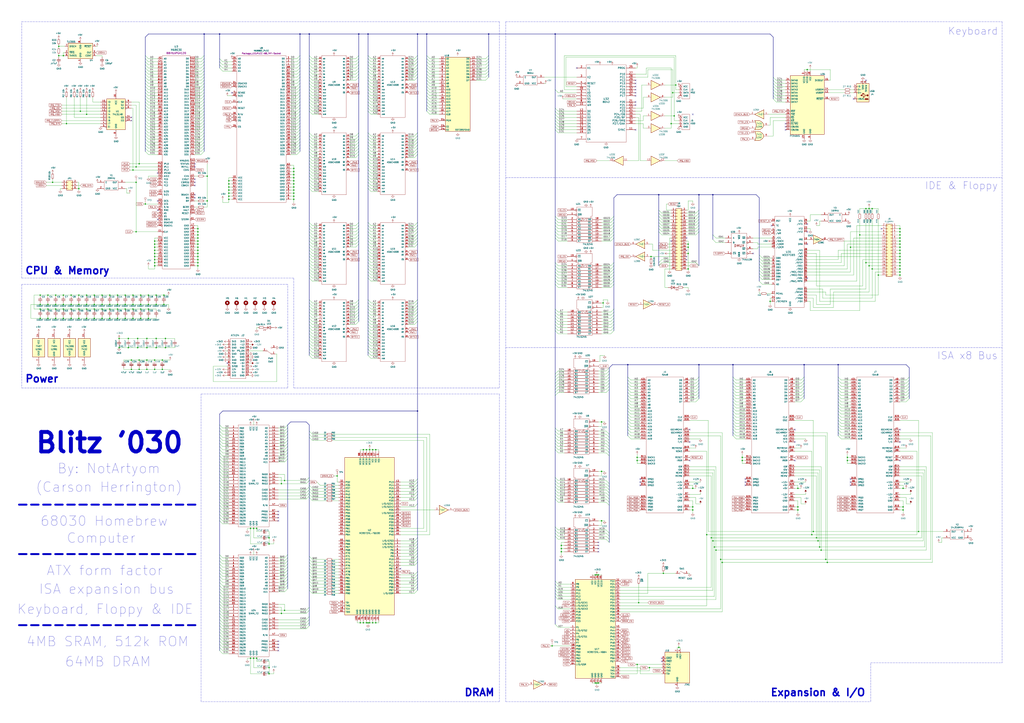
<source format=kicad_sch>
(kicad_sch (version 20210126) (generator eeschema)
  (paper "A1")
  (title_block (title "Blitz 68030 FINAL ") (date "2019-11-08") (rev "L"))
  (lib_symbols
    (symbol "74xx:74LS04"
      (property "Reference" "U" (at 0 1.27 0))
      (property "Value" "74LS04" (at 0 -1.27 0))
      (symbol "74LS04_1_0"
        (pin input line (at -7.62 0 0) (length 3.81) (name "~") (number "1"))
        (pin output inverted (at 7.62 0 180) (length 3.81) (name "~") (number "2"))
      )
      (symbol "74LS04_2_0"
        (pin input line (at -7.62 0 0) (length 3.81) (name "~") (number "3"))
        (pin output inverted (at 7.62 0 180) (length 3.81) (name "~") (number "4"))
      )
      (symbol "74LS04_3_0"
        (pin input line (at -7.62 0 0) (length 3.81) (name "~") (number "5"))
        (pin output inverted (at 7.62 0 180) (length 3.81) (name "~") (number "6"))
      )
      (symbol "74LS04_4_0"
        (pin output inverted (at 7.62 0 180) (length 3.81) (name "~") (number "8"))
        (pin input line (at -7.62 0 0) (length 3.81) (name "~") (number "9"))
      )
      (symbol "74LS04_5_0"
        (pin output inverted (at 7.62 0 180) (length 3.81) (name "~") (number "10"))
        (pin input line (at -7.62 0 0) (length 3.81) (name "~") (number "11"))
      )
      (symbol "74LS04_6_0"
        (pin output inverted (at 7.62 0 180) (length 3.81) (name "~") (number "12"))
        (pin input line (at -7.62 0 0) (length 3.81) (name "~") (number "13"))
      )
      (symbol "74LS04_7_0"
        (pin power_in line (at 0 12.7 270) (length 5.08) (name "VCC") (number "14"))
        (pin power_in line (at 0 -12.7 90) (length 5.08) (name "GND") (number "7"))
      )
    )
    (symbol "74xx:74LS06" (pin_names (offset 1.016))
      (property "Reference" "U" (at 0 1.27 0))
      (property "Value" "74LS06" (at 0 -1.27 0))
      (symbol "74LS06_1_0"
        (pin input line (at -7.62 0 0) (length 3.81) (name "~") (number "1"))
        (pin open_collector inverted (at 7.62 0 180) (length 3.81) (name "~") (number "2"))
      )
      (symbol "74LS06_2_0"
        (pin input line (at -7.62 0 0) (length 3.81) (name "~") (number "3"))
        (pin open_collector inverted (at 7.62 0 180) (length 3.81) (name "~") (number "4"))
      )
      (symbol "74LS06_3_0"
        (pin input line (at -7.62 0 0) (length 3.81) (name "~") (number "5"))
        (pin open_collector inverted (at 7.62 0 180) (length 3.81) (name "~") (number "6"))
      )
      (symbol "74LS06_4_0"
        (pin open_collector inverted (at 7.62 0 180) (length 3.81) (name "~") (number "8"))
        (pin input line (at -7.62 0 0) (length 3.81) (name "~") (number "9"))
      )
      (symbol "74LS06_5_0"
        (pin open_collector inverted (at 7.62 0 180) (length 3.81) (name "~") (number "10"))
        (pin input line (at -7.62 0 0) (length 3.81) (name "~") (number "11"))
      )
      (symbol "74LS06_6_0"
        (pin open_collector inverted (at 7.62 0 180) (length 3.81) (name "~") (number "12"))
        (pin input line (at -7.62 0 0) (length 3.81) (name "~") (number "13"))
      )
      (symbol "74LS06_7_0"
        (pin power_in line (at 0 12.7 270) (length 5.08) (name "VCC") (number "14"))
        (pin power_in line (at 0 -12.7 90) (length 5.08) (name "GND") (number "7"))
      )
    )
    (symbol "74xx:74LS07" (pin_names (offset 1.016))
      (property "Reference" "U" (at 0 1.27 0))
      (property "Value" "74LS07" (at 0 -1.27 0))
      (symbol "74LS07_1_0"
        (pin input line (at -7.62 0 0) (length 3.81) (name "~") (number "1"))
        (pin open_collector line (at 7.62 0 180) (length 3.81) (name "~") (number "2"))
      )
      (symbol "74LS07_2_0"
        (pin input line (at -7.62 0 0) (length 3.81) (name "~") (number "3"))
        (pin open_collector line (at 7.62 0 180) (length 3.81) (name "~") (number "4"))
      )
      (symbol "74LS07_3_0"
        (pin input line (at -7.62 0 0) (length 3.81) (name "~") (number "5"))
        (pin open_collector line (at 7.62 0 180) (length 3.81) (name "~") (number "6"))
      )
      (symbol "74LS07_4_0"
        (pin open_collector line (at 7.62 0 180) (length 3.81) (name "~") (number "8"))
        (pin input line (at -7.62 0 0) (length 3.81) (name "~") (number "9"))
      )
      (symbol "74LS07_5_0"
        (pin open_collector line (at 7.62 0 180) (length 3.81) (name "~") (number "10"))
        (pin input line (at -7.62 0 0) (length 3.81) (name "~") (number "11"))
      )
      (symbol "74LS07_6_0"
        (pin open_collector line (at 7.62 0 180) (length 3.81) (name "~") (number "12"))
        (pin input line (at -7.62 0 0) (length 3.81) (name "~") (number "13"))
      )
      (symbol "74LS07_7_0"
        (pin power_in line (at 0 12.7 270) (length 5.08) (name "VCC") (number "14"))
        (pin power_in line (at 0 -12.7 90) (length 5.08) (name "GND") (number "7"))
      )
    )
    (symbol "74xx:74LS148" (pin_names (offset 1.016))
      (property "Reference" "U" (at -7.62 13.97 0))
      (property "Value" "74LS148" (at -7.62 -13.97 0))
      (symbol "74LS148_1_0"
        (pin input inverted (at -12.7 0 0) (length 5.08) (name "I4") (number "1"))
        (pin input inverted (at -12.7 10.16 0) (length 5.08) (name "IO") (number "10"))
        (pin input inverted (at -12.7 7.62 0) (length 5.08) (name "I1") (number "11"))
        (pin input inverted (at -12.7 5.08 0) (length 5.08) (name "I2") (number "12"))
        (pin input inverted (at -12.7 2.54 0) (length 5.08) (name "I3") (number "13"))
        (pin output inverted (at 12.7 -2.54 180) (length 5.08) (name "GS") (number "14"))
        (pin output inverted (at 12.7 -5.08 180) (length 5.08) (name "EO") (number "15"))
        (pin power_in line (at 0 17.78 270) (length 5.08) (name "VCC") (number "16"))
        (pin input inverted (at -12.7 -2.54 0) (length 5.08) (name "I5") (number "2"))
        (pin input inverted (at -12.7 -5.08 0) (length 5.08) (name "I6") (number "3"))
        (pin input inverted (at -12.7 -7.62 0) (length 5.08) (name "I7") (number "4"))
        (pin input inverted (at -12.7 -10.16 0) (length 5.08) (name "EI") (number "5"))
        (pin output inverted (at 12.7 5.08 180) (length 5.08) (name "S2") (number "6"))
        (pin output inverted (at 12.7 7.62 180) (length 5.08) (name "S1") (number "7"))
        (pin power_in line (at 0 -17.78 90) (length 5.08) (name "GND") (number "8"))
        (pin output inverted (at 12.7 10.16 180) (length 5.08) (name "S0") (number "9"))
      )
    )
    (symbol "74xx:74LS32" (pin_names (offset 1.016))
      (property "Reference" "U" (at 0 1.27 0))
      (property "Value" "74LS32" (at 0 -1.27 0))
      (symbol "74LS32_1_1"
        (pin input line (at -7.62 2.54 0) (length 4.318) (name "~") (number "1"))
        (pin input line (at -7.62 -2.54 0) (length 4.318) (name "~") (number "2"))
        (pin output line (at 7.62 0 180) (length 3.81) (name "~") (number "3"))
      )
      (symbol "74LS32_1_2"
        (pin input inverted (at -7.62 2.54 0) (length 3.81) (name "~") (number "1"))
        (pin input inverted (at -7.62 -2.54 0) (length 3.81) (name "~") (number "2"))
        (pin output inverted (at 7.62 0 180) (length 3.81) (name "~") (number "3"))
      )
      (symbol "74LS32_2_1"
        (pin input line (at -7.62 2.54 0) (length 4.318) (name "~") (number "4"))
        (pin input line (at -7.62 -2.54 0) (length 4.318) (name "~") (number "5"))
        (pin output line (at 7.62 0 180) (length 3.81) (name "~") (number "6"))
      )
      (symbol "74LS32_2_2"
        (pin input inverted (at -7.62 2.54 0) (length 3.81) (name "~") (number "4"))
        (pin input inverted (at -7.62 -2.54 0) (length 3.81) (name "~") (number "5"))
        (pin output inverted (at 7.62 0 180) (length 3.81) (name "~") (number "6"))
      )
      (symbol "74LS32_3_1"
        (pin input line (at -7.62 -2.54 0) (length 4.318) (name "~") (number "10"))
        (pin output line (at 7.62 0 180) (length 3.81) (name "~") (number "8"))
        (pin input line (at -7.62 2.54 0) (length 4.318) (name "~") (number "9"))
      )
      (symbol "74LS32_3_2"
        (pin input inverted (at -7.62 -2.54 0) (length 3.81) (name "~") (number "10"))
        (pin output inverted (at 7.62 0 180) (length 3.81) (name "~") (number "8"))
        (pin input inverted (at -7.62 2.54 0) (length 3.81) (name "~") (number "9"))
      )
      (symbol "74LS32_4_1"
        (pin output line (at 7.62 0 180) (length 3.81) (name "~") (number "11"))
        (pin input line (at -7.62 2.54 0) (length 4.318) (name "~") (number "12"))
        (pin input line (at -7.62 -2.54 0) (length 4.318) (name "~") (number "13"))
      )
      (symbol "74LS32_4_2"
        (pin output inverted (at 7.62 0 180) (length 3.81) (name "~") (number "11"))
        (pin input inverted (at -7.62 2.54 0) (length 3.81) (name "~") (number "12"))
        (pin input inverted (at -7.62 -2.54 0) (length 3.81) (name "~") (number "13"))
      )
      (symbol "74LS32_5_0"
        (pin power_in line (at 0 12.7 270) (length 5.08) (name "VCC") (number "14"))
        (pin power_in line (at 0 -12.7 90) (length 5.08) (name "GND") (number "7"))
      )
    )
    (symbol "74xx_IEEE:74LS245" (pin_names (offset 0.762))
      (property "Reference" "U" (at 7.62 12.7 0))
      (property "Value" "74LS245" (at 2.54 -15.24 0))
      (symbol "74LS245_0_0"
        (pin power_in line (at 1.27 16.51 270) (length 0) hide (name "GND") (number "10"))
        (pin power_in line (at 5.08 16.51 270) (length 0) hide (name "VCC") (number "20"))
      )
      (symbol "74LS245_1_1"
        (pin input inverted (at -13.97 10.16 0) (length 7.62) (name "~DIR") (number "1"))
        (pin tri_state line (at 13.97 -11.43 180) (length 7.62) (name "B7") (number "11"))
        (pin tri_state line (at 13.97 -8.89 180) (length 7.62) (name "B6") (number "12"))
        (pin tri_state line (at 13.97 -6.35 180) (length 7.62) (name "B5") (number "13"))
        (pin tri_state line (at 13.97 -3.81 180) (length 7.62) (name "B4") (number "14"))
        (pin tri_state line (at 13.97 -1.27 180) (length 7.62) (name "B3") (number "15"))
        (pin tri_state line (at 13.97 1.27 180) (length 7.62) (name "B2") (number "16"))
        (pin tri_state line (at 13.97 3.81 180) (length 7.62) (name "B1") (number "17"))
        (pin tri_state line (at 13.97 6.35 180) (length 7.62) (name "B0") (number "18"))
        (pin input inverted (at -13.97 13.97 0) (length 7.62) (name "~CE") (number "19"))
        (pin tri_state line (at -13.97 6.35 0) (length 7.62) (name "A0") (number "2"))
        (pin tri_state line (at -13.97 3.81 0) (length 7.62) (name "A1") (number "3"))
        (pin tri_state line (at -13.97 1.27 0) (length 7.62) (name "A2") (number "4"))
        (pin tri_state line (at -13.97 -1.27 0) (length 7.62) (name "A3") (number "5"))
        (pin tri_state line (at -13.97 -3.81 0) (length 7.62) (name "A4") (number "6"))
        (pin tri_state line (at -13.97 -6.35 0) (length 7.62) (name "A5") (number "7"))
        (pin tri_state line (at -13.97 -8.89 0) (length 7.62) (name "A6") (number "8"))
        (pin tri_state line (at -13.97 -11.43 0) (length 7.62) (name "A7") (number "9"))
      )
    )
    (symbol "BBlitz:74hc139" (pin_names (offset 1.016))
      (property "Reference" "U" (at -5.08 11.43 0))
      (property "Value" "74hc139" (at 5.08 -11.43 0))
      (symbol "74hc139_1_1"
        (text "DMUX" (at 0 0 0) (effects (font (size 2.032 2.032))))
        (text "DMUX" (at 0 0 0) (effects (font (size 2.032 2.032))))
        (pin input inverted (at -11.43 -6.35 0) (length 5.207) (name "~EN") (number "1"))
        (pin power_in line (at 0 10.16 270) (length 0) (name "VCC") (number "16"))
        (pin power_in line (at 0 10.16 270) (length 0) (name "VCC") (number "16"))
        (pin input line (at -11.43 2.54 0) (length 5.207) (name "B") (number "2"))
        (pin input line (at -11.43 6.35 0) (length 5.207) (name "A") (number "3"))
        (pin output inverted (at 11.43 6.35 180) (length 5.207) (name "~Q0") (number "4"))
        (pin output inverted (at 11.43 2.54 180) (length 5.207) (name "~Q1") (number "5"))
        (pin output inverted (at 11.43 -2.54 180) (length 5.207) (name "~Q2") (number "6"))
        (pin output inverted (at 11.43 -6.35 180) (length 5.207) (name "~Q3") (number "7"))
        (pin power_in line (at 0 -10.16 90) (length 0) (name "GND") (number "8"))
        (pin power_in line (at 0 -10.16 90) (length 0) (name "GND") (number "8"))
      )
    )
    (symbol "BBlitz:AS6C4008" (pin_names (offset 1.016))
      (property "Reference" "U" (at -8.89 26.67 0))
      (property "Value" "AS6C4008" (at 5.08 -26.67 0))
      (symbol "AS6C4008_0_0"
        (pin power_in line (at -12.7 -22.86 0) (length 2.54) (name "A18") (number "1"))
        (pin power_in line (at 0 -25.4 90) (length 0) hide (name "GND") (number "16"))
        (pin power_in line (at -12.7 -17.78 0) (length 2.54) (name "A16") (number "2"))
        (pin power_in line (at -12.7 -20.32 0) (length 2.54) (name "A17") (number "30"))
        (pin power_in line (at -12.7 -15.24 0) (length 2.54) (name "A15") (number "31"))
        (pin power_in line (at 0 25.4 270) (length 0) hide (name "VCC") (number "32"))
      )
      (symbol "AS6C4008_1_1"
        (pin input line (at -12.7 17.78 0) (length 2.54) (name "A2") (number "10"))
        (pin input line (at -12.7 20.32 0) (length 2.54) (name "A1") (number "11"))
        (pin input line (at -12.7 22.86 0) (length 2.54) (name "A0") (number "12"))
        (pin tri_state line (at 12.7 22.86 180) (length 2.54) (name "D0") (number "13"))
        (pin tri_state line (at 12.7 20.32 180) (length 2.54) (name "D1") (number "14"))
        (pin tri_state line (at 12.7 17.78 180) (length 2.54) (name "D2") (number "15"))
        (pin tri_state line (at 12.7 15.24 180) (length 2.54) (name "D3") (number "17"))
        (pin tri_state line (at 12.7 12.7 180) (length 2.54) (name "D4") (number "18"))
        (pin tri_state line (at 12.7 10.16 180) (length 2.54) (name "D5") (number "19"))
        (pin tri_state line (at 12.7 7.62 180) (length 2.54) (name "D6") (number "20"))
        (pin tri_state line (at 12.7 5.08 180) (length 2.54) (name "D7") (number "21"))
        (pin input line (at 12.7 -5.08 180) (length 2.54) (name "~CS") (number "22"))
        (pin input line (at -12.7 -2.54 0) (length 2.54) (name "A10") (number "23"))
        (pin input line (at 12.7 1.27 180) (length 2.54) (name "~OE") (number "24"))
        (pin input line (at -12.7 -5.08 0) (length 2.54) (name "A11") (number "25"))
        (pin input line (at -12.7 0 0) (length 2.54) (name "A9") (number "26"))
        (pin input line (at -12.7 2.54 0) (length 2.54) (name "A8") (number "27"))
        (pin input line (at -12.7 -10.16 0) (length 2.54) (name "A13") (number "28"))
        (pin input line (at 12.7 -1.27 180) (length 2.54) (name "~WE") (number "29"))
        (pin input line (at -12.7 -12.7 0) (length 2.54) (name "A14") (number "3"))
        (pin input line (at -12.7 -7.62 0) (length 2.54) (name "A12") (number "4"))
        (pin input line (at -12.7 5.08 0) (length 2.54) (name "A7") (number "5"))
        (pin input line (at -12.7 7.62 0) (length 2.54) (name "A6") (number "6"))
        (pin input line (at -12.7 10.16 0) (length 2.54) (name "A5") (number "7"))
        (pin input line (at -12.7 12.7 0) (length 2.54) (name "A4") (number "8"))
        (pin input line (at -12.7 15.24 0) (length 2.54) (name "A3") (number "9"))
      )
    )
    (symbol "BBlitz:ISAx8" (pin_names (offset 1.016))
      (property "Reference" "J" (at -13.97 74.93 0))
      (property "Value" "ISAx8" (at 12.7 -40.64 0))
      (symbol "ISAx8_1_1"
        (pin input inverted (at 20.32 30.48 180) (length 5.0038) (name "IOCHRCHK") (number "A1"))
        (pin input line (at 20.32 27.94 180) (length 5.0038) (name "IOCHRRDY") (number "A10"))
        (pin input line (at 20.32 22.86 180) (length 5.0038) (name "AEN") (number "A11"))
        (pin input line (at -20.32 22.86 0) (length 5.0038) (name "A19") (number "A12"))
        (pin input line (at -20.32 25.4 0) (length 5.0038) (name "A18") (number "A13"))
        (pin input line (at -20.32 27.94 0) (length 5.0038) (name "A17") (number "A14"))
        (pin input line (at -20.32 30.48 0) (length 5.0038) (name "A16") (number "A15"))
        (pin input line (at -20.32 33.02 0) (length 5.0038) (name "A15") (number "A16"))
        (pin input line (at -20.32 35.56 0) (length 5.0038) (name "A14") (number "A17"))
        (pin input line (at -20.32 38.1 0) (length 5.0038) (name "A13") (number "A18"))
        (pin input line (at -20.32 40.64 0) (length 5.0038) (name "A12") (number "A19"))
        (pin input line (at 20.32 53.34 180) (length 5.0038) (name "D7") (number "A2"))
        (pin input line (at -20.32 43.18 0) (length 5.0038) (name "A11") (number "A20"))
        (pin input line (at -20.32 45.72 0) (length 5.0038) (name "A10") (number "A21"))
        (pin input line (at -20.32 48.26 0) (length 5.0038) (name "A9") (number "A22"))
        (pin input line (at -20.32 50.8 0) (length 5.0038) (name "A8") (number "A23"))
        (pin input line (at -20.32 53.34 0) (length 5.0038) (name "A7") (number "A24"))
        (pin input line (at -20.32 55.88 0) (length 5.0038) (name "A6") (number "A25"))
        (pin input line (at -20.32 58.42 0) (length 5.0038) (name "A5") (number "A26"))
        (pin input line (at -20.32 60.96 0) (length 5.0038) (name "A4") (number "A27"))
        (pin input line (at -20.32 63.5 0) (length 5.0038) (name "A3") (number "A28"))
        (pin input line (at -20.32 66.04 0) (length 5.0038) (name "A2") (number "A29"))
        (pin input line (at 20.32 55.88 180) (length 5.0038) (name "D6") (number "A3"))
        (pin input line (at -20.32 68.58 0) (length 5.0038) (name "A1") (number "A30"))
        (pin input line (at -20.32 71.12 0) (length 5.0038) (name "A0") (number "A31"))
        (pin input line (at 20.32 58.42 180) (length 5.0038) (name "D5") (number "A4"))
        (pin input line (at 20.32 60.96 180) (length 5.0038) (name "D4") (number "A5"))
        (pin input line (at 20.32 63.5 180) (length 5.0038) (name "D3") (number "A6"))
        (pin input line (at 20.32 66.04 180) (length 5.0038) (name "D2") (number "A7"))
        (pin input line (at 20.32 68.58 180) (length 5.0038) (name "D1") (number "A8"))
        (pin input line (at 20.32 71.12 180) (length 5.0038) (name "D0") (number "A9"))
        (pin input line (at 20.32 -35.56 180) (length 5.0038) (name "GND") (number "B1"))
        (pin input line (at 20.32 -33.02 180) (length 5.0038) (name "GND") (number "B10"))
        (pin input inverted (at 20.32 -7.62 180) (length 5.0038) (name "MEMW") (number "B11"))
        (pin input inverted (at 20.32 -5.08 180) (length 5.0038) (name "MEMR") (number "B12"))
        (pin input inverted (at 20.32 -2.54 180) (length 5.0038) (name "IOW") (number "B13"))
        (pin input inverted (at 20.32 0 180) (length 5.0038) (name "IOR") (number "B14"))
        (pin input inverted (at -20.32 2.54 0) (length 5.0038) (name "DACK3") (number "B15"))
        (pin input line (at -20.32 -15.24 0) (length 5.0038) (name "DRQ3") (number "B16"))
        (pin input inverted (at -20.32 7.62 0) (length 5.0038) (name "DACK1") (number "B17"))
        (pin input line (at -20.32 -10.16 0) (length 5.0038) (name "DRQ1") (number "B18"))
        (pin input inverted (at 20.32 15.24 180) (length 5.0038) (name "REFRESH") (number "B19"))
        (pin input line (at 20.32 7.62 180) (length 5.0038) (name "RESET") (number "B2"))
        (pin input line (at 20.32 40.64 180) (length 5.0038) (name "CLK") (number "B20"))
        (pin input line (at -20.32 -35.56 0) (length 5.0038) (name "IRQ7") (number "B21"))
        (pin input line (at -20.32 -33.02 0) (length 5.0038) (name "IRQ6") (number "B22"))
        (pin input line (at -20.32 -30.48 0) (length 5.0038) (name "IRQ5") (number "B23"))
        (pin input line (at -20.32 -27.94 0) (length 5.0038) (name "IRQ4") (number "B24"))
        (pin input line (at -20.32 -25.4 0) (length 5.0038) (name "IRQ3") (number "B25"))
        (pin input inverted (at -20.32 5.08 0) (length 5.0038) (name "DACK2") (number "B26"))
        (pin input line (at 20.32 20.32 180) (length 5.0038) (name "T/C") (number "B27"))
        (pin input line (at 20.32 25.4 180) (length 5.0038) (name "ALE") (number "B28"))
        (pin input line (at 20.32 -15.24 180) (length 5.0038) (name "+5V") (number "B29"))
        (pin input line (at 20.32 -17.78 180) (length 5.0038) (name "+5V") (number "B3"))
        (pin input line (at 20.32 38.1 180) (length 5.0038) (name "OSC") (number "B30"))
        (pin input line (at 20.32 -27.94 180) (length 5.0038) (name "GND") (number "B31"))
        (pin input line (at 20.32 5.08 180) (length 5.0038) (name "IR09") (number "B4"))
        (pin power_out line (at 20.32 -25.4 180) (length 5.0038) (name "-5V") (number "B5"))
        (pin input line (at -20.32 -12.7 0) (length 5.0038) (name "DRQ2") (number "B6"))
        (pin power_out line (at 20.32 -22.86 180) (length 5.0038) (name "-12V") (number "B7"))
        (pin input inverted (at 20.32 12.7 180) (length 5.0038) (name "NOWS") (number "B8"))
        (pin power_out line (at 20.32 -12.7 180) (length 5.0038) (name "+12v") (number "B9"))
      )
    )
    (symbol "BBlitz:M68030" (pin_names (offset 1.016))
      (property "Reference" "U" (at -10.16 91.44 0))
      (property "Value" "M68030" (at 7.62 -86.36 0))
      (property "Footprint" "BBlitz:PGA120" (at 0 -26.67 0))
      (symbol "M68030_1_1"
        (pin input inverted (at 15.24 -29.21 180) (length 3.81) (name "BR") (number "A1"))
        (pin input line (at -15.24 44.45 0) (length 3.81) (name "A17") (number "A10"))
        (pin input line (at -15.24 49.53 0) (length 3.81) (name "A15") (number "A11"))
        (pin input line (at -15.24 54.61 0) (length 3.81) (name "A13") (number "A12"))
        (pin input line (at -15.24 62.23 0) (length 3.81) (name "A10") (number "A13"))
        (pin input line (at -15.24 87.63 0) (length 3.81) (name "A0") (number "A2"))
        (pin input line (at -15.24 11.43 0) (length 3.81) (name "A30") (number "A3"))
        (pin input line (at -15.24 16.51 0) (length 3.81) (name "A28") (number "A4"))
        (pin input line (at -15.24 21.59 0) (length 3.81) (name "A26") (number "A5"))
        (pin input line (at -15.24 26.67 0) (length 3.81) (name "A24") (number "A6"))
        (pin input line (at -15.24 29.21 0) (length 3.81) (name "A23") (number "A7"))
        (pin input line (at -15.24 34.29 0) (length 3.81) (name "A21") (number "A8"))
        (pin input line (at -15.24 39.37 0) (length 3.81) (name "A19") (number "A9"))
        (pin input inverted (at -15.24 -36.83 0) (length 3.81) (name "RMC") (number "B1"))
        (pin input line (at -15.24 52.07 0) (length 3.81) (name "A14") (number "B10"))
        (pin input line (at -15.24 57.15 0) (length 3.81) (name "A12") (number "B11"))
        (pin input line (at -15.24 67.31 0) (length 3.81) (name "A8") (number "B12"))
        (pin input line (at -15.24 69.85 0) (length 3.81) (name "A7") (number "B13"))
        (pin input inverted (at 15.24 -26.67 180) (length 3.81) (name "BG") (number "B2"))
        (pin input line (at -15.24 8.89 0) (length 3.81) (name "A31") (number "B3"))
        (pin input line (at -15.24 13.97 0) (length 3.81) (name "A29") (number "B4"))
        (pin input line (at -15.24 19.05 0) (length 3.81) (name "A27") (number "B5"))
        (pin input line (at -15.24 24.13 0) (length 3.81) (name "A25") (number "B6"))
        (pin input line (at -15.24 31.75 0) (length 3.81) (name "A22") (number "B7"))
        (pin input line (at -15.24 36.83 0) (length 3.81) (name "A20") (number "B8"))
        (pin input line (at -15.24 46.99 0) (length 3.81) (name "A16") (number "B9"))
        (pin input line (at -15.24 -13.97 0) (length 3.81) (name "FC1") (number "C1"))
        (pin input line (at -15.24 59.69 0) (length 3.81) (name "A11") (number "C10"))
        (pin input line (at -15.24 64.77 0) (length 3.81) (name "A9") (number "C11"))
        (pin input line (at -15.24 74.93 0) (length 3.81) (name "A5") (number "C12"))
        (pin input line (at -15.24 77.47 0) (length 3.81) (name "A4") (number "C13"))
        (pin input inverted (at 15.24 -11.43 180) (length 3.81) (name "CIOUT") (number "C2"))
        (pin input inverted (at 15.24 -24.13 180) (length 3.81) (name "BGACK") (number "C3"))
        (pin input line (at -15.24 85.09 0) (length 3.81) (name "A1") (number "C4"))
        (pin input line (at 15.24 -72.39 180) (length 3.81) (name "GND") (number "C5"))
        (pin input line (at -15.24 -64.77 0) (length 3.81) (name "VCC") (number "C6"))
        (pin input line (at 15.24 -69.85 180) (length 3.81) (name "GND") (number "C7"))
        (pin input line (at -15.24 41.91 0) (length 3.81) (name "A18") (number "C8"))
        (pin input line (at 15.24 -57.15 180) (length 3.81) (name "GND") (number "C9"))
        (pin input line (at -15.24 -16.51 0) (length 3.81) (name "FC2") (number "D1"))
        (pin input line (at -15.24 -80.01 0) (length 3.81) (name "VCC") (number "D10"))
        (pin input line (at -15.24 72.39 0) (length 3.81) (name "A6") (number "D11"))
        (pin input line (at -15.24 80.01 0) (length 3.81) (name "A3") (number "D12"))
        (pin input line (at -15.24 82.55 0) (length 3.81) (name "A2") (number "D13"))
        (pin input line (at -15.24 -11.43 0) (length 3.81) (name "FC0") (number "D2"))
        (pin input inverted (at -15.24 -29.21 0) (length 3.81) (name "OCS") (number "D3"))
        (pin input line (at -15.24 -67.31 0) (length 3.81) (name "VCC") (number "D4"))
        (pin input clock (at -15.24 -54.61 0) (length 3.81) (name "CLK") (number "E1"))
        (pin input line (at 15.24 -64.77 180) (length 3.81) (name "GND") (number "E11"))
        (pin input inverted (at -15.24 -6.35 0) (length 3.81) (name "IPEND") (number "E13"))
        (pin input inverted (at -15.24 -8.89 0) (length 3.81) (name "AVEC") (number "E2"))
        (pin input line (at 15.24 -67.31 180) (length 3.81) (name "GND") (number "E3"))
        (pin input line (at -15.24 -46.99 0) (length 3.81) (name "DSACK0") (number "F1"))
        (pin input line (at -15.24 -82.55 0) (length 3.81) (name "VCC") (number "F11"))
        (pin input inverted (at 15.24 -39.37 180) (length 3.81) (name "RESET") (number "F12"))
        (pin input inverted (at 15.24 3.81 180) (length 3.81) (name "MMUDIS") (number "F13"))
        (pin input line (at -15.24 -69.85 0) (length 3.81) (name "VCC") (number "F2"))
        (pin input line (at 15.24 -74.93 180) (length 3.81) (name "GND") (number "F3"))
        (pin input inverted (at 15.24 -44.45 180) (length 3.81) (name "STERM") (number "G1"))
        (pin input line (at 15.24 -62.23 180) (length 3.81) (name "GND") (number "G11"))
        (pin input inverted (at -15.24 -3.81 0) (length 3.81) (name "IPL2") (number "G12"))
        (pin input inverted (at -15.24 -1.27 0) (length 3.81) (name "IPL1") (number "G13"))
        (pin input inverted (at -15.24 -49.53 0) (length 3.81) (name "DSACK1") (number "G2"))
        (pin input line (at 15.24 -59.69 180) (length 3.81) (name "GND") (number "G3"))
        (pin input inverted (at 15.24 -34.29 180) (length 3.81) (name "BERR") (number "H1"))
        (pin input line (at -15.24 -77.47 0) (length 3.81) (name "VCC") (number "H11"))
        (pin input inverted (at 15.24 -3.81 180) (length 3.81) (name "CDIS") (number "H12"))
        (pin input inverted (at -15.24 1.27 0) (length 3.81) (name "IPL0") (number "H13"))
        (pin input inverted (at 15.24 -36.83 180) (length 3.81) (name "HALT") (number "H2"))
        (pin input line (at -15.24 -74.93 0) (length 3.81) (name "VCC") (number "H3"))
        (pin input inverted (at 15.24 -16.51 180) (length 3.81) (name "CBACK") (number "J1"))
        (pin input line (at 15.24 -82.55 180) (length 3.81) (name "GND") (number "J11"))
        (pin input inverted (at 15.24 1.27 180) (length 3.81) (name "STATUS") (number "J12"))
        (pin input inverted (at 15.24 -1.27 180) (length 3.81) (name "REFILL") (number "J13"))
        (pin input inverted (at -15.24 -39.37 0) (length 3.81) (name "AS") (number "J2"))
        (pin input line (at 15.24 -80.01 180) (length 3.81) (name "GND") (number "J3"))
        (pin input inverted (at 15.24 -13.97 180) (length 3.81) (name "CBREQ") (number "K1"))
        (pin input line (at -15.24 -62.23 0) (length 3.81) (name "VCC") (number "K10"))
        (pin input line (at 15.24 74.93 180) (length 3.81) (name "D5") (number "K11"))
        (pin input line (at 15.24 85.09 180) (length 3.81) (name "D1") (number "K12"))
        (pin input line (at 15.24 87.63 180) (length 3.81) (name "D0") (number "K13"))
        (pin input inverted (at -15.24 -41.91 0) (length 3.81) (name "DS") (number "K2"))
        (pin input line (at -15.24 -24.13 0) (length 3.81) (name "SIZ1") (number "K3"))
        (pin input line (at -15.24 -59.69 0) (length 3.81) (name "VCC") (number "K4"))
        (pin input inverted (at 15.24 -8.89 180) (length 3.81) (name "CIIN") (number "L1"))
        (pin input line (at 15.24 62.23 180) (length 3.81) (name "D10") (number "L10"))
        (pin input line (at 15.24 69.85 180) (length 3.81) (name "D7") (number "L11"))
        (pin input line (at 15.24 77.47 180) (length 3.81) (name "D4") (number "L12"))
        (pin input line (at 15.24 82.55 180) (length 3.81) (name "D2") (number "L13"))
        (pin input line (at -15.24 -21.59 0) (length 3.81) (name "SIZ0") (number "L2"))
        (pin input line (at -15.24 -34.29 0) (length 3.81) (name "R/W") (number "L3"))
        (pin input line (at 15.24 11.43 180) (length 3.81) (name "D30") (number "L4"))
        (pin input line (at 15.24 -77.47 180) (length 3.81) (name "GND") (number "L5"))
        (pin input line (at -15.24 -72.39 0) (length 3.81) (name "VCC") (number "L6"))
        (pin input line (at 15.24 -49.53 180) (length 3.81) (name "GND") (number "L7"))
        (pin input line (at 15.24 -52.07 180) (length 3.81) (name "GND") (number "L8"))
        (pin input line (at 15.24 -54.61 180) (length 3.81) (name "GND") (number "L9"))
        (pin input inverted (at -15.24 -44.45 0) (length 3.81) (name "DBEN") (number "M1"))
        (pin input line (at 15.24 57.15 180) (length 3.81) (name "D12") (number "M10"))
        (pin input line (at 15.24 64.77 180) (length 3.81) (name "D9") (number "M11"))
        (pin input line (at 15.24 72.39 180) (length 3.81) (name "D6") (number "M12"))
        (pin input line (at 15.24 80.01 180) (length 3.81) (name "D3") (number "M13"))
        (pin input inverted (at -15.24 -31.75 0) (length 3.81) (name "ECS") (number "M2"))
        (pin input line (at 15.24 13.97 180) (length 3.81) (name "D29") (number "M3"))
        (pin input line (at 15.24 19.05 180) (length 3.81) (name "D27") (number "M4"))
        (pin input line (at 15.24 26.67 180) (length 3.81) (name "D24") (number "M5"))
        (pin input line (at 15.24 31.75 180) (length 3.81) (name "D22") (number "M6"))
        (pin input line (at 15.24 36.83 180) (length 3.81) (name "D20") (number "M7"))
        (pin input line (at 15.24 44.45 180) (length 3.81) (name "D17") (number "M8"))
        (pin input line (at 15.24 52.07 180) (length 3.81) (name "D14") (number "M9"))
        (pin input line (at 15.24 8.89 180) (length 3.81) (name "D31") (number "N1"))
        (pin input line (at 15.24 49.53 180) (length 3.81) (name "D15") (number "N10"))
        (pin input line (at 15.24 54.61 180) (length 3.81) (name "D13") (number "N11"))
        (pin input line (at 15.24 59.69 180) (length 3.81) (name "D11") (number "N12"))
        (pin input line (at 15.24 67.31 180) (length 3.81) (name "D8") (number "N13"))
        (pin input line (at 15.24 16.51 180) (length 3.81) (name "D28") (number "N2"))
        (pin input line (at 15.24 21.59 180) (length 3.81) (name "D26") (number "N3"))
        (pin input line (at 15.24 24.13 180) (length 3.81) (name "D25") (number "N4"))
        (pin input line (at 15.24 29.21 180) (length 3.81) (name "D23") (number "N5"))
        (pin input line (at 15.24 34.29 180) (length 3.81) (name "D21") (number "N6"))
        (pin input line (at 15.24 39.37 180) (length 3.81) (name "D19") (number "N7"))
        (pin input line (at 15.24 41.91 180) (length 3.81) (name "D18") (number "N8"))
        (pin input line (at 15.24 46.99 180) (length 3.81) (name "D16") (number "N9"))
      )
    )
    (symbol "BBlitz:M68882_PLCC" (pin_names (offset 1.016))
      (property "Reference" "U" (at -19.05 63.5 0))
      (property "Value" "M68882_PLCC" (at 13.97 -59.69 0))
      (symbol "M68882_PLCC_1_1"
        (pin input line (at 24.13 54.61 180) (length 3.81) (name "D2") (number "1"))
        (pin input line (at -24.13 -38.1 0) (length 3.81) (name "VCC") (number "10"))
        (pin input clock (at -24.13 24.13 0) (length 3.81) (name "CLK") (number "11"))
        (pin input line (at 24.13 -40.64 180) (length 3.81) (name "GND") (number "12"))
        (pin input inverted (at -24.13 19.05 0) (length 3.81) (name "RESET") (number "13"))
        (pin input line (at 24.13 -43.18 180) (length 3.81) (name "GND") (number "14"))
        (pin input line (at -24.13 -55.88 0) (length 3.81) (name "VCC") (number "16"))
        (pin input line (at -24.13 -53.34 0) (length 3.81) (name "VCC") (number "17"))
        (pin input inverted (at -24.13 29.21 0) (length 3.81) (name "SIZE") (number "18"))
        (pin input line (at 24.13 -38.1 180) (length 3.81) (name "GND") (number "19"))
        (pin input line (at 24.13 57.15 180) (length 3.81) (name "D1") (number "2"))
        (pin input inverted (at -24.13 8.89 0) (length 3.81) (name "DS") (number "20"))
        (pin input inverted (at -24.13 11.43 0) (length 3.81) (name "AS") (number "21"))
        (pin input line (at -24.13 49.53 0) (length 3.81) (name "A4") (number "22"))
        (pin input line (at -24.13 52.07 0) (length 3.81) (name "A3") (number "23"))
        (pin input line (at -24.13 54.61 0) (length 3.81) (name "A2") (number "24"))
        (pin input line (at -24.13 57.15 0) (length 3.81) (name "A1") (number "25"))
        (pin input line (at -24.13 59.69 0) (length 3.81) (name "A0") (number "26"))
        (pin input line (at -24.13 -50.8 0) (length 3.81) (name "VCC") (number "27"))
        (pin input line (at -24.13 13.97 0) (length 3.81) (name "R/W") (number "28"))
        (pin input inverted (at -24.13 3.81 0) (length 3.81) (name "CS") (number "29"))
        (pin input line (at 24.13 59.69 180) (length 3.81) (name "D0") (number "3"))
        (pin input line (at 24.13 -35.56 180) (length 3.81) (name "GND") (number "30"))
        (pin input inverted (at -24.13 39.37 0) (length 3.81) (name "DSACK0") (number "31"))
        (pin input inverted (at -24.13 36.83 0) (length 3.81) (name "DSACK1") (number "32"))
        (pin input line (at 24.13 -19.05 180) (length 3.81) (name "D31") (number "33"))
        (pin input line (at 24.13 -16.51 180) (length 3.81) (name "D30") (number "34"))
        (pin input line (at 24.13 -13.97 180) (length 3.81) (name "D29") (number "35"))
        (pin input line (at 24.13 -11.43 180) (length 3.81) (name "D28") (number "36"))
        (pin input line (at 24.13 -8.89 180) (length 3.81) (name "D27") (number "37"))
        (pin input line (at 24.13 -6.35 180) (length 3.81) (name "D26") (number "38"))
        (pin input line (at 24.13 -3.81 180) (length 3.81) (name "D25") (number "39"))
        (pin input inverted (at -24.13 31.75 0) (length 3.81) (name "SENSE") (number "4"))
        (pin input line (at 24.13 -1.27 180) (length 3.81) (name "D24") (number "40"))
        (pin input line (at 24.13 -33.02 180) (length 3.81) (name "GND") (number "41"))
        (pin input line (at 24.13 1.27 180) (length 3.81) (name "D23") (number "42"))
        (pin input line (at -24.13 -48.26 0) (length 3.81) (name "VCC") (number "43"))
        (pin input line (at 24.13 3.81 180) (length 3.81) (name "D22") (number "44"))
        (pin input line (at 24.13 6.35 180) (length 3.81) (name "D21") (number "45"))
        (pin input line (at 24.13 8.89 180) (length 3.81) (name "D20") (number "46"))
        (pin input line (at 24.13 11.43 180) (length 3.81) (name "D19") (number "47"))
        (pin input line (at 24.13 13.97 180) (length 3.81) (name "D18") (number "48"))
        (pin input line (at 24.13 16.51 180) (length 3.81) (name "D17") (number "49"))
        (pin input line (at 24.13 -55.88 180) (length 3.81) (name "GND") (number "5"))
        (pin input line (at 24.13 19.05 180) (length 3.81) (name "D16") (number "50"))
        (pin input line (at 24.13 -30.48 180) (length 3.81) (name "GND") (number "51"))
        (pin input line (at -24.13 -45.72 0) (length 3.81) (name "VCC") (number "52"))
        (pin input line (at -24.13 -43.18 0) (length 3.81) (name "VCC") (number "53"))
        (pin input line (at 24.13 21.59 180) (length 3.81) (name "D15") (number "54"))
        (pin input line (at 24.13 24.13 180) (length 3.81) (name "D14") (number "55"))
        (pin input line (at 24.13 26.67 180) (length 3.81) (name "D13") (number "56"))
        (pin input line (at 24.13 29.21 180) (length 3.81) (name "D12") (number "57"))
        (pin input line (at 24.13 31.75 180) (length 3.81) (name "D11") (number "58"))
        (pin input line (at 24.13 34.29 180) (length 3.81) (name "D10") (number "59"))
        (pin input line (at 24.13 -53.34 180) (length 3.81) (name "GND") (number "6"))
        (pin input line (at 24.13 36.83 180) (length 3.81) (name "D9") (number "60"))
        (pin input line (at -24.13 -40.64 0) (length 3.81) (name "VCC") (number "61"))
        (pin input line (at 24.13 39.37 180) (length 3.81) (name "D8") (number "62"))
        (pin input line (at 24.13 -27.94 180) (length 3.81) (name "GND") (number "63"))
        (pin input line (at 24.13 41.91 180) (length 3.81) (name "D7") (number "64"))
        (pin input line (at 24.13 44.45 180) (length 3.81) (name "D6") (number "65"))
        (pin input line (at 24.13 46.99 180) (length 3.81) (name "D5") (number "66"))
        (pin input line (at 24.13 49.53 180) (length 3.81) (name "D4") (number "67"))
        (pin input line (at 24.13 52.07 180) (length 3.81) (name "D3") (number "68"))
        (pin input line (at 24.13 -50.8 180) (length 3.81) (name "GND") (number "7"))
        (pin input line (at 24.13 -48.26 180) (length 3.81) (name "GND") (number "8"))
        (pin input line (at 24.13 -45.72 180) (length 3.81) (name "GND") (number "9"))
      )
    )
    (symbol "BBlitz:Ocillator_SMD" (pin_names (offset 1.016))
      (property "Reference" "Y" (at 0 -5.08 0))
      (property "Value" "Ocillator_SMD" (at 0 5.08 0))
      (symbol "Ocillator_SMD_1_1"
        (pin input line (at -11.43 2.54 0) (length 5.588) (name "E") (number "1"))
        (pin input line (at -11.43 -2.54 0) (length 5.588) (name "GND") (number "2"))
        (pin output line (at 11.43 2.54 180) (length 5.588) (name "OUT") (number "3"))
        (pin power_in line (at 11.43 -2.54 180) (length 5.588) (name "VCC") (number "4"))
      )
    )
    (symbol "BBlitz:SIMM_72" (pin_names (offset 1.016))
      (property "Reference" "U" (at -11.43 49.53 0))
      (property "Value" "SIMM_72" (at 8.89 -36.83 0))
      (symbol "SIMM_72_1_1"
        (pin power_in line (at 0 -35.56 90) (length 0) (name "GND") (number "1"))
        (pin power_in line (at 2.54 48.26 270) (length 0) (name "VCC") (number "10"))
        (pin input line (at -20.32 45.72 0) (length 7.62) (name "A0") (number "12"))
        (pin input line (at -20.32 43.18 0) (length 7.62) (name "A1") (number "13"))
        (pin input line (at -20.32 40.64 0) (length 7.62) (name "A2") (number "14"))
        (pin input line (at -20.32 38.1 0) (length 7.62) (name "A3") (number "15"))
        (pin input line (at -20.32 35.56 0) (length 7.62) (name "A4") (number "16"))
        (pin input line (at -20.32 33.02 0) (length 7.62) (name "A5") (number "17"))
        (pin input line (at -20.32 30.48 0) (length 7.62) (name "A6") (number "18"))
        (pin input line (at -20.32 20.32 0) (length 7.62) (name "A10") (number "19"))
        (pin tri_state line (at 20.32 45.72 180) (length 7.62) (name "DQ0") (number "2"))
        (pin tri_state line (at 20.32 35.56 180) (length 7.62) (name "DQ4") (number "20"))
        (pin tri_state line (at 20.32 -5.08 180) (length 7.62) (name "DQ20") (number "21"))
        (pin tri_state line (at 20.32 33.02 180) (length 7.62) (name "DQ5") (number "22"))
        (pin tri_state line (at 20.32 -7.62 180) (length 7.62) (name "DQ21") (number "23"))
        (pin tri_state line (at 20.32 30.48 180) (length 7.62) (name "DQ6") (number "24"))
        (pin tri_state line (at 20.32 -10.16 180) (length 7.62) (name "DQ22") (number "25"))
        (pin tri_state line (at 20.32 27.94 180) (length 7.62) (name "DQ7") (number "26"))
        (pin tri_state line (at 20.32 -12.7 180) (length 7.62) (name "DQ23") (number "27"))
        (pin input line (at -20.32 27.94 0) (length 7.62) (name "A7") (number "28"))
        (pin input line (at -20.32 17.78 0) (length 7.62) (name "A11") (number "29"))
        (pin tri_state line (at 20.32 5.08 180) (length 7.62) (name "DQ16") (number "3"))
        (pin power_in line (at -2.54 48.26 270) (length 0) (name "VCC") (number "30"))
        (pin input line (at -20.32 25.4 0) (length 7.62) (name "A8") (number "31"))
        (pin input line (at -20.32 22.86 0) (length 7.62) (name "A9") (number "32"))
        (pin input inverted (at -20.32 0 0) (length 7.62) (name "RAS3") (number "33"))
        (pin input inverted (at -20.32 2.54 0) (length 7.62) (name "RAS2") (number "34"))
        (pin power_in line (at 2.54 -35.56 90) (length 0) (name "GND") (number "39"))
        (pin tri_state line (at 20.32 43.18 180) (length 7.62) (name "DQ1") (number "4"))
        (pin input inverted (at -20.32 -5.08 0) (length 7.62) (name "CAS0") (number "40"))
        (pin input inverted (at -20.32 -7.62 0) (length 7.62) (name "CAS1") (number "41"))
        (pin input inverted (at -20.32 -10.16 0) (length 7.62) (name "CAS2") (number "42"))
        (pin input inverted (at -20.32 -12.7 0) (length 7.62) (name "CAS3") (number "43"))
        (pin input inverted (at -20.32 7.62 0) (length 7.62) (name "RAS0") (number "44"))
        (pin input inverted (at -20.32 5.08 0) (length 7.62) (name "RAS1") (number "45"))
        (pin input line (at -20.32 -17.78 0) (length 7.62) (name "R/W") (number "47"))
        (pin tri_state line (at 20.32 25.4 180) (length 7.62) (name "DQ8") (number "49"))
        (pin tri_state line (at 20.32 2.54 180) (length 7.62) (name "DQ17") (number "5"))
        (pin tri_state line (at 20.32 -15.24 180) (length 7.62) (name "DQ24") (number "50"))
        (pin tri_state line (at 20.32 22.86 180) (length 7.62) (name "DQ9") (number "51"))
        (pin tri_state line (at 20.32 -17.78 180) (length 7.62) (name "DQ25") (number "52"))
        (pin tri_state line (at 20.32 20.32 180) (length 7.62) (name "DQ10") (number "53"))
        (pin tri_state line (at 20.32 -20.32 180) (length 7.62) (name "DQ26") (number "54"))
        (pin tri_state line (at 20.32 17.78 180) (length 7.62) (name "DQ11") (number "55"))
        (pin tri_state line (at 20.32 -22.86 180) (length 7.62) (name "DQ27") (number "56"))
        (pin tri_state line (at 20.32 15.24 180) (length 7.62) (name "DQ12") (number "57"))
        (pin tri_state line (at 20.32 -25.4 180) (length 7.62) (name "DQ28") (number "58"))
        (pin power_in line (at 0 48.26 270) (length 0) (name "VCC") (number "59"))
        (pin tri_state line (at 20.32 40.64 180) (length 7.62) (name "DQ2") (number "6"))
        (pin tri_state line (at 20.32 -27.94 180) (length 7.62) (name "DQ29") (number "60"))
        (pin tri_state line (at 20.32 12.7 180) (length 7.62) (name "DQ13") (number "61"))
        (pin tri_state line (at 20.32 -30.48 180) (length 7.62) (name "DQ30") (number "62"))
        (pin tri_state line (at 20.32 10.16 180) (length 7.62) (name "DQ14") (number "63"))
        (pin tri_state line (at 20.32 -33.02 180) (length 7.62) (name "DQ31") (number "64"))
        (pin tri_state line (at 20.32 7.62 180) (length 7.62) (name "DQ15") (number "65"))
        (pin input line (at -20.32 -22.86 0) (length 7.62) (name "PRD0") (number "67"))
        (pin input line (at -20.32 -25.4 0) (length 7.62) (name "PRD1") (number "68"))
        (pin input line (at -20.32 -27.94 0) (length 7.62) (name "PRD2") (number "69"))
        (pin tri_state line (at 20.32 0 180) (length 7.62) (name "DQ18") (number "7"))
        (pin input line (at -20.32 -30.48 0) (length 7.62) (name "PRD3") (number "70"))
        (pin power_in line (at -2.54 -35.56 90) (length 0) (name "GND") (number "72"))
        (pin tri_state line (at 20.32 38.1 180) (length 7.62) (name "DQ3") (number "8"))
        (pin tri_state line (at 20.32 -2.54 180) (length 7.62) (name "DQ19") (number "9"))
      )
    )
    (symbol "BBlitz:WD37C65" (pin_names (offset 1.016))
      (property "Reference" "U" (at 0 10.16 0))
      (property "Value" "WD37C65" (at -1.27 2.54 0))
      (symbol "WD37C65_1_1"
        (pin input inverted (at -15.24 24.13 0) (length 2.54) (name "/RD") (number "1"))
        (pin bidirectional line (at -15.24 -6.35 0) (length 2.54) (name "DB3") (number "10"))
        (pin bidirectional line (at -15.24 -8.89 0) (length 2.54) (name "DB4") (number "11"))
        (pin bidirectional line (at -15.24 -11.43 0) (length 2.54) (name "DB5") (number "12"))
        (pin bidirectional line (at -15.24 -13.97 0) (length 2.54) (name "DB6") (number "13"))
        (pin bidirectional line (at -15.24 -16.51 0) (length 2.54) (name "DB7") (number "14"))
        (pin output line (at 13.97 12.7 180) (length 2.54) (name "DMA") (number "15"))
        (pin output line (at 13.97 16.51 180) (length 2.54) (name "IRQ") (number "16"))
        (pin input line (at -15.24 -34.29 0) (length 2.54) (name "/DCHGEN") (number "17"))
        (pin input inverted (at -15.24 12.7 0) (length 2.54) (name "/LDOR") (number "18"))
        (pin input inverted (at -15.24 10.16 0) (length 2.54) (name "/LDCR") (number "19"))
        (pin input inverted (at -15.24 21.59 0) (length 2.54) (name "/WR") (number "2"))
        (pin input line (at -15.24 31.75 0) (length 2.54) (name "RST") (number "20"))
        (pin input inverted (at 13.97 -24.13 180) (length 2.54) (name "/RDD") (number "21"))
        (pin input line (at 13.97 22.86 180) (length 2.54) (name "/XT2") (number "22"))
        (pin input line (at 13.97 25.4 180) (length 2.54) (name "XT2") (number "23"))
        (pin input line (at -15.24 -31.75 0) (length 2.54) (name "DRV") (number "24"))
        (pin input line (at 13.97 29.21 180) (length 2.54) (name "/XT1") (number "25"))
        (pin input line (at 13.97 31.75 180) (length 2.54) (name "XT1") (number "26"))
        (pin input line (at -15.24 -27.94 0) (length 2.54) (name "PCVAL") (number "27"))
        (pin output inverted (at 13.97 7.62 180) (length 2.54) (name "/HS") (number "28"))
        (pin output inverted (at 13.97 5.08 180) (length 2.54) (name "/WE") (number "29"))
        (pin input inverted (at -15.24 17.78 0) (length 2.54) (name "/CS") (number "3"))
        (pin output inverted (at 13.97 2.54 180) (length 2.54) (name "/WD") (number "30"))
        (pin output inverted (at 13.97 0 180) (length 2.54) (name "/DIRC") (number "31"))
        (pin output inverted (at 13.97 -2.54 180) (length 2.54) (name "/STEP") (number "32"))
        (pin output inverted (at 13.97 -5.08 180) (length 2.54) (name "/DS1") (number "33"))
        (pin power_in line (at 0 -39.37 90) (length 0) (name "GND") (number "34"))
        (pin output inverted (at 13.97 -7.62 180) (length 2.54) (name "/DS2") (number "35"))
        (pin output inverted (at 13.97 -10.16 180) (length 2.54) (name "/MO1/DS3") (number "36"))
        (pin output inverted (at 13.97 -12.7 180) (length 2.54) (name "/MO2/DS4") (number "37"))
        (pin output inverted (at 13.97 -15.24 180) (length 2.54) (name "/HDL") (number "38"))
        (pin output inverted (at 13.97 -17.78 180) (length 2.54) (name "/RWC/RPM") (number "39"))
        (pin input line (at -15.24 -20.32 0) (length 2.54) (name "A0") (number "4"))
        (pin input inverted (at 13.97 -26.67 180) (length 2.54) (name "/DCHG") (number "40"))
        (pin input inverted (at 13.97 -29.21 180) (length 2.54) (name "/WP") (number "41"))
        (pin input inverted (at 13.97 -31.75 180) (length 2.54) (name "/TR00") (number "42"))
        (pin input inverted (at 13.97 -34.29 180) (length 2.54) (name "/IDX") (number "43"))
        (pin power_in line (at 0 35.56 270) (length 0) (name "VCC") (number "44"))
        (pin input inverted (at -15.24 15.24 0) (length 2.54) (name "/DACK") (number "5"))
        (pin input line (at -15.24 27.94 0) (length 2.54) (name "TC") (number "6"))
        (pin bidirectional line (at -15.24 1.27 0) (length 2.54) (name "DB0") (number "7"))
        (pin bidirectional line (at -15.24 -1.27 0) (length 2.54) (name "DB1") (number "8"))
        (pin bidirectional line (at -15.24 -3.81 0) (length 2.54) (name "DB2") (number "9"))
      )
    )
    (symbol "BBlitz:keyboard_ps2" (pin_names (offset 1.016))
      (property "Reference" "J" (at 0 -7.62 0))
      (property "Value" "keyboard_ps2" (at 0 7.62 0))
      (symbol "keyboard_ps2_1_1"
        (pin input line (at -5.08 -1.27 0) (length 2.54) (name "DATA") (number "1"))
        (pin input line (at -5.08 -3.81 0) (length 2.54) (name "GND") (number "3"))
        (pin input line (at -5.08 3.81 0) (length 2.54) (name "VCC") (number "4"))
        (pin input line (at -5.08 1.27 0) (length 2.54) (name "CLK") (number "5"))
      )
    )
    (symbol "CPLD_Xilinx:XC9572XL-TQ100"
      (property "Reference" "U" (at -20.32 64.77 0))
      (property "Value" "XC9572XL-TQ100" (at -20.32 -67.31 0))
      (symbol "XC9572XL-TQ100_1_1"
        (pin bidirectional line (at -25.4 -5.08 0) (length 5.08) (name "I/O/GTS3") (number "1"))
        (pin no_connect line (at -20.32 60.96 0) (length 0) hide (name "NC") (number "2"))
        (pin bidirectional line (at -25.4 -7.62 0) (length 5.08) (name "I/O/GTS1") (number "3"))
        (pin bidirectional line (at -25.4 -10.16 0) (length 5.08) (name "I/O/GTS2") (number "4"))
        (pin power_in line (at -7.62 68.58 270) (length 5.08) (name "VCC") (number "5"))
        (pin bidirectional line (at -25.4 -12.7 0) (length 5.08) (name "P6") (number "6"))
        (pin no_connect line (at -20.32 58.42 0) (length 0) hide (name "NC") (number "7"))
        (pin bidirectional line (at -25.4 -15.24 0) (length 5.08) (name "P8") (number "8"))
        (pin bidirectional line (at -25.4 -17.78 0) (length 5.08) (name "P9") (number "9"))
        (pin bidirectional line (at -25.4 -20.32 0) (length 5.08) (name "P10") (number "10"))
        (pin bidirectional line (at -25.4 27.94 0) (length 5.08) (name "P20") (number "20"))
        (pin bidirectional line (at -25.4 10.16 0) (length 5.08) (name "P30") (number "30"))
        (pin bidirectional line (at -25.4 0 0) (length 5.08) (name "P40") (number "40"))
        (pin bidirectional line (at 25.4 27.94 180) (length 5.08) (name "P50") (number "50"))
        (pin bidirectional line (at 25.4 7.62 180) (length 5.08) (name "P60") (number "60"))
        (pin bidirectional line (at 25.4 -15.24 180) (length 5.08) (name "P70") (number "70"))
        (pin no_connect line (at 20.32 55.88 180) (length 0) hide (name "NC") (number "80"))
        (pin bidirectional line (at 25.4 -48.26 180) (length 5.08) (name "P90") (number "90"))
        (pin bidirectional line (at -25.4 -22.86 0) (length 5.08) (name "P11") (number "11"))
        (pin power_in line (at -7.62 -71.12 90) (length 5.08) (name "GND") (number "21"))
        (pin power_in line (at -5.08 -71.12 90) (length 5.08) (name "GND") (number "31"))
        (pin bidirectional line (at 25.4 35.56 180) (length 5.08) (name "P41") (number "41"))
        (pin power_in line (at 5.08 68.58 270) (length 5.08) (name "VCCIO") (number "51"))
        (pin bidirectional line (at 25.4 5.08 180) (length 5.08) (name "P61") (number "61"))
        (pin bidirectional line (at 25.4 -17.78 180) (length 5.08) (name "P71") (number "71"))
        (pin bidirectional line (at 25.4 -35.56 180) (length 5.08) (name "P81") (number "81"))
        (pin bidirectional line (at -25.4 -30.48 0) (length 5.08) (name "P91") (number "91"))
        (pin bidirectional line (at -25.4 -25.4 0) (length 5.08) (name "P12") (number "12"))
        (pin bidirectional line (at -25.4 25.4 0) (length 5.08) (name "I/O/GCK1") (number "22"))
        (pin bidirectional line (at 25.4 43.18 180) (length 5.08) (name "P32") (number "32"))
        (pin bidirectional line (at 25.4 33.02 180) (length 5.08) (name "P42") (number "42"))
        (pin bidirectional line (at 25.4 25.4 180) (length 5.08) (name "P52") (number "52"))
        (pin power_in line (at 0 -71.12 90) (length 5.08) (name "GND") (number "62"))
        (pin bidirectional line (at 25.4 -20.32 180) (length 5.08) (name "P72") (number "72"))
        (pin bidirectional line (at 25.4 -38.1 180) (length 5.08) (name "P82") (number "82"))
        (pin bidirectional line (at -25.4 -33.02 0) (length 5.08) (name "P92") (number "92"))
        (pin bidirectional line (at -25.4 43.18 0) (length 5.08) (name "P13") (number "13"))
        (pin bidirectional line (at -25.4 22.86 0) (length 5.08) (name "I/O/GCK2") (number "23"))
        (pin bidirectional line (at -25.4 7.62 0) (length 5.08) (name "P33") (number "33"))
        (pin no_connect line (at -20.32 48.26 0) (length 0) hide (name "NC") (number "43"))
        (pin bidirectional line (at 25.4 22.86 180) (length 5.08) (name "P53") (number "53"))
        (pin bidirectional line (at 25.4 2.54 180) (length 5.08) (name "P63") (number "63"))
        (pin no_connect line (at 20.32 58.42 180) (length 0) hide (name "NC") (number "73"))
        (pin output line (at 25.4 -63.5 180) (length 5.08) (name "TDO") (number "83"))
        (pin bidirectional line (at -25.4 -35.56 0) (length 5.08) (name "P93") (number "93"))
        (pin bidirectional line (at -25.4 40.64 0) (length 5.08) (name "P14") (number "14"))
        (pin no_connect line (at -20.32 53.34 0) (length 0) hide (name "NC") (number "24"))
        (pin no_connect line (at -20.32 50.8 0) (length 0) hide (name "NC") (number "34"))
        (pin power_in line (at -2.54 -71.12 90) (length 5.08) (name "GND") (number "44"))
        (pin bidirectional line (at 25.4 20.32 180) (length 5.08) (name "P54") (number "54"))
        (pin bidirectional line (at 25.4 0 180) (length 5.08) (name "P64") (number "64"))
        (pin bidirectional line (at 25.4 -22.86 180) (length 5.08) (name "P74") (number "74"))
        (pin power_in line (at 7.62 -71.12 90) (length 5.08) (name "GND") (number "84"))
        (pin bidirectional line (at -25.4 -38.1 0) (length 5.08) (name "P94") (number "94"))
        (pin bidirectional line (at -25.4 38.1 0) (length 5.08) (name "P15") (number "15"))
        (pin bidirectional line (at -25.4 20.32 0) (length 5.08) (name "P25") (number "25"))
        (pin bidirectional line (at 25.4 40.64 180) (length 5.08) (name "P35") (number "35"))
        (pin input line (at 25.4 -55.88 180) (length 5.08) (name "TDI") (number "45"))
        (pin bidirectional line (at 25.4 17.78 180) (length 5.08) (name "P55") (number "55"))
        (pin bidirectional line (at 25.4 -5.08 180) (length 5.08) (name "P65") (number "65"))
        (pin power_in line (at 5.08 -71.12 90) (length 5.08) (name "GND") (number "75"))
        (pin bidirectional line (at 25.4 -40.64 180) (length 5.08) (name "P85") (number "85"))
        (pin bidirectional line (at -25.4 -40.64 0) (length 5.08) (name "P95") (number "95"))
        (pin bidirectional line (at -25.4 35.56 0) (length 5.08) (name "P16") (number "16"))
        (pin power_in line (at 0 68.58 270) (length 5.08) (name "VCCIO") (number "26"))
        (pin bidirectional line (at -25.4 5.08 0) (length 5.08) (name "P36") (number "36"))
        (pin no_connect line (at 20.32 60.96 180) (length 0) hide (name "NC") (number "46"))
        (pin bidirectional line (at 25.4 15.24 180) (length 5.08) (name "P56") (number "56"))
        (pin bidirectional line (at 25.4 -7.62 180) (length 5.08) (name "P66") (number "66"))
        (pin bidirectional line (at 25.4 -25.4 180) (length 5.08) (name "P76") (number "76"))
        (pin bidirectional line (at 25.4 -43.18 180) (length 5.08) (name "P86") (number "86"))
        (pin bidirectional line (at -25.4 -43.18 0) (length 5.08) (name "P96") (number "96"))
        (pin bidirectional line (at -25.4 33.02 0) (length 5.08) (name "P17") (number "17"))
        (pin bidirectional line (at -25.4 17.78 0) (length 5.08) (name "I/O/GCK3") (number "27"))
        (pin bidirectional line (at 25.4 38.1 180) (length 5.08) (name "P37") (number "37"))
        (pin input line (at 25.4 -58.42 180) (length 5.08) (name "TMS") (number "47"))
        (pin power_in line (at -5.08 68.58 270) (length 5.08) (name "VCC") (number "57"))
        (pin bidirectional line (at 25.4 -10.16 180) (length 5.08) (name "P67") (number "67"))
        (pin bidirectional line (at 25.4 -27.94 180) (length 5.08) (name "P77") (number "77"))
        (pin bidirectional line (at -25.4 -27.94 0) (length 5.08) (name "P87") (number "87"))
        (pin bidirectional line (at -25.4 -45.72 0) (length 5.08) (name "P97") (number "97"))
        (pin bidirectional line (at -25.4 30.48 0) (length 5.08) (name "P18") (number "18"))
        (pin bidirectional line (at -25.4 15.24 0) (length 5.08) (name "P28") (number "28"))
        (pin power_in line (at 2.54 68.58 270) (length 5.08) (name "VCCIO") (number "38"))
        (pin input line (at 25.4 -60.96 180) (length 5.08) (name "TCK") (number "48"))
        (pin bidirectional line (at 25.4 12.7 180) (length 5.08) (name "P58") (number "58"))
        (pin bidirectional line (at 25.4 -12.7 180) (length 5.08) (name "P68") (number "68"))
        (pin bidirectional line (at 25.4 -30.48 180) (length 5.08) (name "P78") (number "78"))
        (pin power_in line (at 7.62 68.58 270) (length 5.08) (name "VCCIO") (number "88"))
        (pin power_in line (at -2.54 68.58 270) (length 5.08) (name "VCC") (number "98"))
        (pin no_connect line (at -20.32 55.88 0) (length 0) hide (name "NC") (number "19"))
        (pin bidirectional line (at -25.4 12.7 0) (length 5.08) (name "P29") (number "29"))
        (pin bidirectional line (at -25.4 2.54 0) (length 5.08) (name "P39") (number "39"))
        (pin bidirectional line (at 25.4 30.48 180) (length 5.08) (name "P49") (number "49"))
        (pin bidirectional line (at 25.4 10.16 180) (length 5.08) (name "P59") (number "59"))
        (pin power_in line (at 2.54 -71.12 90) (length 5.08) (name "GND") (number "69"))
        (pin bidirectional line (at 25.4 -33.02 180) (length 5.08) (name "P79") (number "79"))
        (pin bidirectional line (at 25.4 -45.72 180) (length 5.08) (name "P89") (number "89"))
        (pin bidirectional line (at -25.4 -48.26 0) (length 5.08) (name "I/O/GSR") (number "99"))
        (pin power_in line (at 10.16 -71.12 90) (length 5.08) (name "GND") (number "100"))
      )
    )
    (symbol "CPLD_Xilinx:XC9572XL-VQ64"
      (property "Reference" "U" (at -16.51 40.64 0))
      (property "Value" "XC9572XL-VQ64" (at -16.51 -43.18 0))
      (symbol "XC9572XL-VQ64_1_1"
        (pin bidirectional line (at -20.32 0 0) (length 3.81) (name "P1") (number "1"))
        (pin bidirectional line (at -20.32 -2.54 0) (length 3.81) (name "I/O/GTS2") (number "2"))
        (pin power_in line (at -2.54 43.18 270) (length 3.81) (name "VCC") (number "3"))
        (pin bidirectional line (at -20.32 -5.08 0) (length 3.81) (name "P4") (number "4"))
        (pin bidirectional line (at -20.32 -7.62 0) (length 3.81) (name "I/O/GTS1") (number "5"))
        (pin bidirectional line (at -20.32 -10.16 0) (length 3.81) (name "P6") (number "6"))
        (pin bidirectional line (at -20.32 -12.7 0) (length 3.81) (name "P7") (number "7"))
        (pin bidirectional line (at -20.32 35.56 0) (length 3.81) (name "P8") (number "8"))
        (pin bidirectional line (at -20.32 33.02 0) (length 3.81) (name "P9") (number "9"))
        (pin bidirectional line (at -20.32 30.48 0) (length 3.81) (name "P10") (number "10"))
        (pin bidirectional line (at -20.32 7.62 0) (length 3.81) (name "P20") (number "20"))
        (pin input line (at 20.32 -38.1 180) (length 3.81) (name "TCK") (number "30"))
        (pin bidirectional line (at 20.32 7.62 180) (length 3.81) (name "P40") (number "40"))
        (pin bidirectional line (at 20.32 -17.78 180) (length 3.81) (name "P50") (number "50"))
        (pin bidirectional line (at -20.32 -20.32 0) (length 3.81) (name "P60") (number "60"))
        (pin bidirectional line (at -20.32 27.94 0) (length 3.81) (name "P11") (number "11"))
        (pin power_in line (at 0 -45.72 90) (length 3.81) (name "GND") (number "21"))
        (pin bidirectional line (at 20.32 27.94 180) (length 3.81) (name "P31") (number "31"))
        (pin power_in line (at 2.54 -45.72 90) (length 3.81) (name "GND") (number "41"))
        (pin bidirectional line (at 20.32 -20.32 180) (length 3.81) (name "P51") (number "51"))
        (pin bidirectional line (at -20.32 -22.86 0) (length 3.81) (name "P61") (number "61"))
        (pin bidirectional line (at -20.32 25.4 0) (length 3.81) (name "P12") (number "12"))
        (pin bidirectional line (at 20.32 38.1 180) (length 3.81) (name "P22") (number "22"))
        (pin bidirectional line (at 20.32 25.4 180) (length 3.81) (name "P32") (number "32"))
        (pin bidirectional line (at 20.32 5.08 180) (length 3.81) (name "P42") (number "42"))
        (pin bidirectional line (at 20.32 -22.86 180) (length 3.81) (name "P52") (number "52"))
        (pin bidirectional line (at -20.32 -25.4 0) (length 3.81) (name "P62") (number "62"))
        (pin bidirectional line (at -20.32 22.86 0) (length 3.81) (name "P13") (number "13"))
        (pin bidirectional line (at -20.32 5.08 0) (length 3.81) (name "P23") (number "23"))
        (pin bidirectional line (at 20.32 22.86 180) (length 3.81) (name "P33") (number "33"))
        (pin bidirectional line (at 20.32 0 180) (length 3.81) (name "P43") (number "43"))
        (pin output line (at 20.32 -40.64 180) (length 3.81) (name "TDO") (number "53"))
        (pin bidirectional line (at -20.32 -27.94 0) (length 3.81) (name "P63") (number "63"))
        (pin power_in line (at -2.54 -45.72 90) (length 3.81) (name "GND") (number "14"))
        (pin bidirectional line (at 20.32 35.56 180) (length 3.81) (name "P24") (number "24"))
        (pin bidirectional line (at 20.32 20.32 180) (length 3.81) (name "P34") (number "34"))
        (pin bidirectional line (at 20.32 -2.54 180) (length 3.81) (name "P44") (number "44"))
        (pin power_in line (at 5.08 -45.72 90) (length 3.81) (name "GND") (number "54"))
        (pin bidirectional line (at -20.32 -30.48 0) (length 3.81) (name "I/O/GSR") (number "64"))
        (pin bidirectional line (at -20.32 20.32 0) (length 3.81) (name "I/O/GCK1") (number "15"))
        (pin bidirectional line (at 20.32 33.02 180) (length 3.81) (name "P25") (number "25"))
        (pin bidirectional line (at 20.32 17.78 180) (length 3.81) (name "P35") (number "35"))
        (pin bidirectional line (at 20.32 -5.08 180) (length 3.81) (name "P45") (number "45"))
        (pin power_in line (at 5.08 43.18 270) (length 3.81) (name "VCCIO") (number "55"))
        (pin bidirectional line (at -20.32 17.78 0) (length 3.81) (name "I/O/GCK2") (number "16"))
        (pin power_in line (at 2.54 43.18 270) (length 3.81) (name "VCCIO") (number "26"))
        (pin bidirectional line (at 20.32 15.24 180) (length 3.81) (name "P36") (number "36"))
        (pin bidirectional line (at 20.32 -7.62 180) (length 3.81) (name "P46") (number "46"))
        (pin bidirectional line (at 20.32 -25.4 180) (length 3.81) (name "P56") (number "56"))
        (pin bidirectional line (at -20.32 15.24 0) (length 3.81) (name "I/O/GCK3") (number "17"))
        (pin bidirectional line (at 20.32 30.48 180) (length 3.81) (name "P27") (number "27"))
        (pin power_in line (at 0 43.18 270) (length 3.81) (name "VCC") (number "37"))
        (pin bidirectional line (at 20.32 -10.16 180) (length 3.81) (name "P47") (number "47"))
        (pin bidirectional line (at 20.32 -27.94 180) (length 3.81) (name "P57") (number "57"))
        (pin bidirectional line (at -20.32 12.7 0) (length 3.81) (name "P18") (number "18"))
        (pin input line (at 20.32 -33.02 180) (length 3.81) (name "TDI") (number "28"))
        (pin bidirectional line (at 20.32 12.7 180) (length 3.81) (name "P38") (number "38"))
        (pin bidirectional line (at 20.32 -12.7 180) (length 3.81) (name "P48") (number "48"))
        (pin bidirectional line (at -20.32 -15.24 0) (length 3.81) (name "P58") (number "58"))
        (pin bidirectional line (at -20.32 10.16 0) (length 3.81) (name "P19") (number "19"))
        (pin input line (at 20.32 -35.56 180) (length 3.81) (name "TMS") (number "29"))
        (pin bidirectional line (at 20.32 10.16 180) (length 3.81) (name "P39") (number "39"))
        (pin bidirectional line (at 20.32 -15.24 180) (length 3.81) (name "P49") (number "49"))
        (pin bidirectional line (at -20.32 -17.78 0) (length 3.81) (name "P59") (number "59"))
      )
    )
    (symbol "Connector:AVR-JTAG-10" (pin_names (offset 1.016))
      (property "Reference" "J" (at -8.89 13.97 0))
      (property "Value" "AVR-JTAG-10" (at 1.27 13.97 0))
      (symbol "AVR-JTAG-10_1_1"
        (pin passive line (at 12.7 2.54 180) (length 2.54) (name "TCK") (number "1"))
        (pin passive line (at 0 -15.24 90) (length 2.54) hide (name "GND") (number "10"))
        (pin passive line (at 0 -15.24 90) (length 2.54) (name "GND") (number "2"))
        (pin passive line (at 12.7 -2.54 180) (length 2.54) (name "TDO") (number "3"))
        (pin passive line (at -2.54 15.24 270) (length 2.54) (name "VREF") (number "4"))
        (pin passive line (at 12.7 0 180) (length 2.54) (name "TMS") (number "5"))
        (pin passive line (at 12.7 7.62 180) (length 2.54) (name "~SRST") (number "6"))
        (pin passive line (at 0 15.24 270) (length 2.54) (name "VCC") (number "7"))
        (pin passive line (at 12.7 5.08 180) (length 2.54) (name "~TRST") (number "8"))
        (pin passive line (at 12.7 -5.08 180) (length 2.54) (name "TDI") (number "9"))
      )
    )
    (symbol "Connector:TestPoint" (pin_numbers hide) (pin_names (offset 0.762) hide)
      (property "Reference" "TP" (at 0 6.858 0))
      (property "Value" "TestPoint" (at 0 5.08 0))
      (symbol "TestPoint_1_1"
        (pin passive line (at 0 0 90) (length 2.54) (name "1") (number "1"))
      )
    )
    (symbol "Connector:USB_B_Micro" (pin_names (offset 1.016))
      (property "Reference" "J" (at -5.08 11.43 0))
      (property "Value" "USB_B_Micro" (at -5.08 8.89 0))
      (symbol "USB_B_Micro_1_1"
        (pin power_out line (at 7.62 5.08 180) (length 2.54) (name "VBUS") (number "1"))
        (pin bidirectional line (at 7.62 -2.54 180) (length 2.54) (name "D-") (number "2"))
        (pin bidirectional line (at 7.62 0 180) (length 2.54) (name "D+") (number "3"))
        (pin passive line (at 7.62 -5.08 180) (length 2.54) (name "ID") (number "4"))
        (pin power_out line (at 0 -10.16 90) (length 2.54) (name "GND") (number "5"))
        (pin passive line (at -2.54 -10.16 90) (length 2.54) (name "Shield") (number "6"))
      )
    )
    (symbol "Connector_Generic:Conn_02x03_Odd_Even" (pin_names (offset 1.016) hide)
      (property "Reference" "J" (at 1.27 5.08 0))
      (property "Value" "Conn_02x03_Odd_Even" (at 1.27 -5.08 0))
      (symbol "Conn_02x03_Odd_Even_1_1"
        (pin passive line (at -5.08 2.54 0) (length 3.81) (name "Pin_1") (number "1"))
        (pin passive line (at 7.62 2.54 180) (length 3.81) (name "Pin_2") (number "2"))
        (pin passive line (at -5.08 0 0) (length 3.81) (name "Pin_3") (number "3"))
        (pin passive line (at 7.62 0 180) (length 3.81) (name "Pin_4") (number "4"))
        (pin passive line (at -5.08 -2.54 0) (length 3.81) (name "Pin_5") (number "5"))
        (pin passive line (at 7.62 -2.54 180) (length 3.81) (name "Pin_6") (number "6"))
      )
    )
    (symbol "Connector_Generic:Conn_02x17_Odd_Even" (pin_names (offset 1.016) hide)
      (property "Reference" "J" (at 1.27 22.86 0))
      (property "Value" "Conn_02x17_Odd_Even" (at 1.27 -22.86 0))
      (symbol "Conn_02x17_Odd_Even_1_1"
        (pin passive line (at -5.08 20.32 0) (length 3.81) (name "Pin_1") (number "1"))
        (pin passive line (at 7.62 10.16 180) (length 3.81) (name "Pin_10") (number "10"))
        (pin passive line (at -5.08 7.62 0) (length 3.81) (name "Pin_11") (number "11"))
        (pin passive line (at 7.62 7.62 180) (length 3.81) (name "Pin_12") (number "12"))
        (pin passive line (at -5.08 5.08 0) (length 3.81) (name "Pin_13") (number "13"))
        (pin passive line (at 7.62 5.08 180) (length 3.81) (name "Pin_14") (number "14"))
        (pin passive line (at -5.08 2.54 0) (length 3.81) (name "Pin_15") (number "15"))
        (pin passive line (at 7.62 2.54 180) (length 3.81) (name "Pin_16") (number "16"))
        (pin passive line (at -5.08 0 0) (length 3.81) (name "Pin_17") (number "17"))
        (pin passive line (at 7.62 0 180) (length 3.81) (name "Pin_18") (number "18"))
        (pin passive line (at -5.08 -2.54 0) (length 3.81) (name "Pin_19") (number "19"))
        (pin passive line (at 7.62 20.32 180) (length 3.81) (name "Pin_2") (number "2"))
        (pin passive line (at 7.62 -2.54 180) (length 3.81) (name "Pin_20") (number "20"))
        (pin passive line (at -5.08 -5.08 0) (length 3.81) (name "Pin_21") (number "21"))
        (pin passive line (at 7.62 -5.08 180) (length 3.81) (name "Pin_22") (number "22"))
        (pin passive line (at -5.08 -7.62 0) (length 3.81) (name "Pin_23") (number "23"))
        (pin passive line (at 7.62 -7.62 180) (length 3.81) (name "Pin_24") (number "24"))
        (pin passive line (at -5.08 -10.16 0) (length 3.81) (name "Pin_25") (number "25"))
        (pin passive line (at 7.62 -10.16 180) (length 3.81) (name "Pin_26") (number "26"))
        (pin passive line (at -5.08 -12.7 0) (length 3.81) (name "Pin_27") (number "27"))
        (pin passive line (at 7.62 -12.7 180) (length 3.81) (name "Pin_28") (number "28"))
        (pin passive line (at -5.08 -15.24 0) (length 3.81) (name "Pin_29") (number "29"))
        (pin passive line (at -5.08 17.78 0) (length 3.81) (name "Pin_3") (number "3"))
        (pin passive line (at 7.62 -15.24 180) (length 3.81) (name "Pin_30") (number "30"))
        (pin passive line (at -5.08 -17.78 0) (length 3.81) (name "Pin_31") (number "31"))
        (pin passive line (at 7.62 -17.78 180) (length 3.81) (name "Pin_32") (number "32"))
        (pin passive line (at -5.08 -20.32 0) (length 3.81) (name "Pin_33") (number "33"))
        (pin passive line (at 7.62 -20.32 180) (length 3.81) (name "Pin_34") (number "34"))
        (pin passive line (at 7.62 17.78 180) (length 3.81) (name "Pin_4") (number "4"))
        (pin passive line (at -5.08 15.24 0) (length 3.81) (name "Pin_5") (number "5"))
        (pin passive line (at 7.62 15.24 180) (length 3.81) (name "Pin_6") (number "6"))
        (pin passive line (at -5.08 12.7 0) (length 3.81) (name "Pin_7") (number "7"))
        (pin passive line (at 7.62 12.7 180) (length 3.81) (name "Pin_8") (number "8"))
        (pin passive line (at -5.08 10.16 0) (length 3.81) (name "Pin_9") (number "9"))
      )
    )
    (symbol "Connector_Generic:Conn_02x20_Odd_Even" (pin_names (offset 1.016) hide)
      (property "Reference" "J" (at 1.27 25.4 0))
      (property "Value" "Conn_02x20_Odd_Even" (at 1.27 -27.94 0))
      (symbol "Conn_02x20_Odd_Even_1_1"
        (pin passive line (at -5.08 22.86 0) (length 3.81) (name "Pin_1") (number "1"))
        (pin passive line (at 7.62 12.7 180) (length 3.81) (name "Pin_10") (number "10"))
        (pin passive line (at -5.08 10.16 0) (length 3.81) (name "Pin_11") (number "11"))
        (pin passive line (at 7.62 10.16 180) (length 3.81) (name "Pin_12") (number "12"))
        (pin passive line (at -5.08 7.62 0) (length 3.81) (name "Pin_13") (number "13"))
        (pin passive line (at 7.62 7.62 180) (length 3.81) (name "Pin_14") (number "14"))
        (pin passive line (at -5.08 5.08 0) (length 3.81) (name "Pin_15") (number "15"))
        (pin passive line (at 7.62 5.08 180) (length 3.81) (name "Pin_16") (number "16"))
        (pin passive line (at -5.08 2.54 0) (length 3.81) (name "Pin_17") (number "17"))
        (pin passive line (at 7.62 2.54 180) (length 3.81) (name "Pin_18") (number "18"))
        (pin passive line (at -5.08 0 0) (length 3.81) (name "Pin_19") (number "19"))
        (pin passive line (at 7.62 22.86 180) (length 3.81) (name "Pin_2") (number "2"))
        (pin passive line (at 7.62 0 180) (length 3.81) (name "Pin_20") (number "20"))
        (pin passive line (at -5.08 -2.54 0) (length 3.81) (name "Pin_21") (number "21"))
        (pin passive line (at 7.62 -2.54 180) (length 3.81) (name "Pin_22") (number "22"))
        (pin passive line (at -5.08 -5.08 0) (length 3.81) (name "Pin_23") (number "23"))
        (pin passive line (at 7.62 -5.08 180) (length 3.81) (name "Pin_24") (number "24"))
        (pin passive line (at -5.08 -7.62 0) (length 3.81) (name "Pin_25") (number "25"))
        (pin passive line (at 7.62 -7.62 180) (length 3.81) (name "Pin_26") (number "26"))
        (pin passive line (at -5.08 -10.16 0) (length 3.81) (name "Pin_27") (number "27"))
        (pin passive line (at 7.62 -10.16 180) (length 3.81) (name "Pin_28") (number "28"))
        (pin passive line (at -5.08 -12.7 0) (length 3.81) (name "Pin_29") (number "29"))
        (pin passive line (at -5.08 20.32 0) (length 3.81) (name "Pin_3") (number "3"))
        (pin passive line (at 7.62 -12.7 180) (length 3.81) (name "Pin_30") (number "30"))
        (pin passive line (at -5.08 -15.24 0) (length 3.81) (name "Pin_31") (number "31"))
        (pin passive line (at 7.62 -15.24 180) (length 3.81) (name "Pin_32") (number "32"))
        (pin passive line (at -5.08 -17.78 0) (length 3.81) (name "Pin_33") (number "33"))
        (pin passive line (at 7.62 -17.78 180) (length 3.81) (name "Pin_34") (number "34"))
        (pin passive line (at -5.08 -20.32 0) (length 3.81) (name "Pin_35") (number "35"))
        (pin passive line (at 7.62 -20.32 180) (length 3.81) (name "Pin_36") (number "36"))
        (pin passive line (at -5.08 -22.86 0) (length 3.81) (name "Pin_37") (number "37"))
        (pin passive line (at 7.62 -22.86 180) (length 3.81) (name "Pin_38") (number "38"))
        (pin passive line (at -5.08 -25.4 0) (length 3.81) (name "Pin_39") (number "39"))
        (pin passive line (at 7.62 20.32 180) (length 3.81) (name "Pin_4") (number "4"))
        (pin passive line (at 7.62 -25.4 180) (length 3.81) (name "Pin_40") (number "40"))
        (pin passive line (at -5.08 17.78 0) (length 3.81) (name "Pin_5") (number "5"))
        (pin passive line (at 7.62 17.78 180) (length 3.81) (name "Pin_6") (number "6"))
        (pin passive line (at -5.08 15.24 0) (length 3.81) (name "Pin_7") (number "7"))
        (pin passive line (at 7.62 15.24 180) (length 3.81) (name "Pin_8") (number "8"))
        (pin passive line (at -5.08 12.7 0) (length 3.81) (name "Pin_9") (number "9"))
      )
    )
    (symbol "Device:CP_Small" (pin_numbers hide) (pin_names (offset 0.254) hide)
      (property "Reference" "C" (at 0.254 1.778 0))
      (property "Value" "Device_CP_Small" (at 0.254 -2.032 0))
      (symbol "CP_Small_1_1"
        (pin passive line (at 0 2.54 270) (length 1.8542) (name "~") (number "1"))
        (pin passive line (at 0 -2.54 90) (length 1.8542) (name "~") (number "2"))
      )
    )
    (symbol "Device:C_Small" (pin_numbers hide) (pin_names (offset 0.254) hide)
      (property "Reference" "C" (at 0.254 1.778 0))
      (property "Value" "C_Small" (at 0.254 -2.032 0))
      (symbol "C_Small_1_1"
        (pin passive line (at 0 2.54 270) (length 2.032) (name "~") (number "1"))
        (pin passive line (at 0 -2.54 90) (length 2.032) (name "~") (number "2"))
      )
    )
    (symbol "Device:LED" (pin_numbers hide) (pin_names (offset 1.016) hide)
      (property "Reference" "D" (at 0 2.54 0))
      (property "Value" "LED" (at 0 -2.54 0))
      (symbol "LED_1_1"
        (pin passive line (at -3.81 0 0) (length 2.54) (name "K") (number "1"))
        (pin passive line (at 3.81 0 180) (length 2.54) (name "A") (number "2"))
      )
    )
    (symbol "Device:R_Small" (pin_numbers hide) (pin_names (offset 0.254) hide)
      (property "Reference" "R" (at 0.762 0.508 0))
      (property "Value" "R_Small" (at 0.762 -1.016 0))
      (symbol "R_Small_1_1"
        (pin passive line (at 0 2.54 270) (length 0.762) (name "~") (number "1"))
        (pin passive line (at 0 -2.54 90) (length 0.762) (name "~") (number "2"))
      )
    )
    (symbol "Interface_USB:FT240XS"
      (property "Reference" "U" (at -13.97 25.4 0))
      (property "Value" "FT240XS" (at 7.62 25.4 0))
      (symbol "FT240XS_1_1"
        (pin bidirectional line (at 17.78 10.16 180) (length 3.81) (name "DATA4") (number "1"))
        (pin input line (at 17.78 -15.24 180) (length 3.81) (name "~SI/WU") (number "10"))
        (pin input line (at 17.78 -10.16 180) (length 3.81) (name "~RD") (number "11"))
        (pin input line (at 17.78 -12.7 180) (length 3.81) (name "~WR") (number "12"))
        (pin bidirectional line (at -17.78 10.16 0) (length 3.81) (name "USBDP") (number "13"))
        (pin bidirectional line (at -17.78 12.7 0) (length 3.81) (name "USBDM") (number "14"))
        (pin power_out line (at -17.78 20.32 0) (length 3.81) (name "3V3OUT") (number "15"))
        (pin input line (at -17.78 5.08 0) (length 3.81) (name "~RESET") (number "16"))
        (pin bidirectional line (at 0 27.94 270) (length 3.81) (name "VCCIO") (number "17"))
        (pin power_in line (at -2.54 27.94 270) (length 3.81) (name "VCC") (number "18"))
        (pin power_in line (at 2.54 -27.94 90) (length 3.81) (name "GND") (number "19"))
        (pin bidirectional line (at 17.78 15.24 180) (length 3.81) (name "DATA2") (number "2"))
        (pin output line (at 17.78 -7.62 180) (length 3.81) (name "~TXE") (number "20"))
        (pin output line (at 17.78 -5.08 180) (length 3.81) (name "~RXF") (number "21"))
        (pin bidirectional line (at 17.78 -20.32 180) (length 3.81) (name "CBUS6") (number "22"))
        (pin bidirectional line (at 17.78 -17.78 180) (length 3.81) (name "CBUS5") (number "23"))
        (pin bidirectional line (at 17.78 20.32 180) (length 3.81) (name "DATA0") (number "24"))
        (pin power_in line (at 2.54 27.94 270) (length 3.81) (name "VCCIO") (number "3"))
        (pin bidirectional line (at 17.78 17.78 180) (length 3.81) (name "DATA1") (number "4"))
        (pin bidirectional line (at 17.78 2.54 180) (length 3.81) (name "DATA7") (number "5"))
        (pin power_in line (at -2.54 -27.94 90) (length 3.81) (name "GND") (number "6"))
        (pin bidirectional line (at 17.78 7.62 180) (length 3.81) (name "DATA5") (number "7"))
        (pin bidirectional line (at 17.78 5.08 180) (length 3.81) (name "DATA6") (number "8"))
        (pin bidirectional line (at 17.78 12.7 180) (length 3.81) (name "DATA3") (number "9"))
      )
    )
    (symbol "Mechanical:MountingHole_Pad" (pin_numbers hide) (pin_names (offset 1.016) hide)
      (property "Reference" "H" (at 0 6.35 0))
      (property "Value" "MountingHole_Pad" (at 0 4.445 0))
      (symbol "MountingHole_Pad_1_1"
        (pin input line (at 0 -2.54 90) (length 2.54) (name "1") (number "1"))
      )
    )
    (symbol "Memory_Flash:SST39SF040"
      (property "Reference" "U" (at 2.54 33.02 0))
      (property "Value" "SST39SF040" (at 0 -30.48 0))
      (symbol "SST39SF040_0_0"
        (pin power_in line (at 0 -30.48 90) (length 1.27) hide (name "GND") (number "16"))
        (pin power_in line (at 0 33.02 270) (length 1.27) hide (name "VCC") (number "32"))
      )
      (symbol "SST39SF040_1_1"
        (pin input line (at -15.24 -15.24 0) (length 5.08) (name "A18") (number "1"))
        (pin input line (at -15.24 25.4 0) (length 5.08) (name "A2") (number "10"))
        (pin input line (at -15.24 27.94 0) (length 5.08) (name "A1") (number "11"))
        (pin input line (at -15.24 30.48 0) (length 5.08) (name "A0") (number "12"))
        (pin tri_state line (at 15.24 30.48 180) (length 5.08) (name "D0") (number "13"))
        (pin tri_state line (at 15.24 27.94 180) (length 5.08) (name "D1") (number "14"))
        (pin tri_state line (at 15.24 25.4 180) (length 5.08) (name "D2") (number "15"))
        (pin tri_state line (at 15.24 22.86 180) (length 5.08) (name "D3") (number "17"))
        (pin tri_state line (at 15.24 20.32 180) (length 5.08) (name "D4") (number "18"))
        (pin tri_state line (at 15.24 17.78 180) (length 5.08) (name "D5") (number "19"))
        (pin input line (at -15.24 -10.16 0) (length 5.08) (name "A16") (number "2"))
        (pin tri_state line (at 15.24 15.24 180) (length 5.08) (name "D6") (number "20"))
        (pin tri_state line (at 15.24 12.7 180) (length 5.08) (name "D7") (number "21"))
        (pin input input_low (at -15.24 -25.4 0) (length 5.08) (name "CE") (number "22"))
        (pin input line (at -15.24 5.08 0) (length 5.08) (name "A10") (number "23"))
        (pin input input_low (at -15.24 -27.94 0) (length 5.08) (name "OE") (number "24"))
        (pin input line (at -15.24 2.54 0) (length 5.08) (name "A11") (number "25"))
        (pin input line (at -15.24 7.62 0) (length 5.08) (name "A9") (number "26"))
        (pin input line (at -15.24 10.16 0) (length 5.08) (name "A8") (number "27"))
        (pin input line (at -15.24 -2.54 0) (length 5.08) (name "A13") (number "28"))
        (pin input line (at -15.24 -5.08 0) (length 5.08) (name "A14") (number "29"))
        (pin input line (at -15.24 -7.62 0) (length 5.08) (name "A15") (number "3"))
        (pin input line (at -15.24 -12.7 0) (length 5.08) (name "A17") (number "30"))
        (pin input input_low (at -15.24 -20.32 0) (length 5.08) (name "PGM") (number "31"))
        (pin input line (at -15.24 0 0) (length 5.08) (name "A12") (number "4"))
        (pin input line (at -15.24 12.7 0) (length 5.08) (name "A7") (number "5"))
        (pin input line (at -15.24 15.24 0) (length 5.08) (name "A6") (number "6"))
        (pin input line (at -15.24 17.78 0) (length 5.08) (name "A5") (number "7"))
        (pin input line (at -15.24 20.32 0) (length 5.08) (name "A4") (number "8"))
        (pin input line (at -15.24 22.86 0) (length 5.08) (name "A3") (number "9"))
      )
    )
    (symbol "Switch:SW_SPDT" (pin_names (offset 0) hide)
      (property "Reference" "SW" (at 0 4.318 0))
      (property "Value" "SW_SPDT" (at 0 -5.08 0))
      (symbol "SW_SPDT_1_1"
        (pin passive line (at 5.08 2.54 180) (length 2.54) (name "A") (number "1"))
        (pin passive line (at -5.08 0 0) (length 2.54) (name "B") (number "2"))
        (pin passive line (at 5.08 -2.54 180) (length 2.54) (name "C") (number "3"))
      )
    )
    (symbol "Switch:SW_SPST" (pin_names (offset 0) hide)
      (property "Reference" "SW" (at 0 3.175 0))
      (property "Value" "SW_SPST" (at 0 -2.54 0))
      (symbol "SW_SPST_1_1"
        (pin passive line (at -5.08 0 0) (length 2.54) (name "A") (number "1"))
        (pin passive line (at 5.08 0 180) (length 2.54) (name "B") (number "2"))
      )
    )
    (symbol "Timer:TLC555" (pin_names (offset 1.016))
      (property "Reference" "U" (at -2.54 10.795 0))
      (property "Value" "Timer_TLC555" (at -2.54 8.89 0))
      (symbol "TLC555_1_1"
        (pin power_in line (at 0 -7.62 90) (length 2.54) (name "GND") (number "1"))
        (pin input line (at -12.7 0 0) (length 2.54) (name "~TRIG") (number "2"))
        (pin output line (at 12.7 0 180) (length 2.54) (name "OUT") (number "3"))
        (pin input line (at 12.7 5.08 180) (length 2.54) (name "~RESET") (number "4"))
        (pin passive line (at 12.7 -2.54 180) (length 2.54) (name "CONT") (number "5"))
        (pin input line (at -12.7 -2.54 0) (length 2.54) (name "THRES") (number "6"))
        (pin open_collector line (at -12.7 5.08 0) (length 2.54) (name "DISCH") (number "7"))
        (pin power_in line (at 0 10.16 270) (length 2.54) (name "VDD") (number "8"))
      )
    )
    (symbol "atx24:ATX24" (pin_names (offset 1.016))
      (property "Reference" "J" (at 0 -17.78 0))
      (property "Value" "ATX24" (at 0 17.78 0))
      (symbol "ATX24_0_0"
        (pin power_out line (at -8.89 13.97 0) (length 2.54) (name "3V3") (number "1"))
        (pin power_out line (at -8.89 11.43 0) (length 2.54) (name "3V3") (number "2"))
        (pin power_out line (at -8.89 8.89 0) (length 2.54) (name "GND") (number "3"))
        (pin power_out line (at -8.89 6.35 0) (length 2.54) (name "5V") (number "4"))
        (pin power_out line (at -8.89 3.81 0) (length 2.54) (name "GND") (number "5"))
        (pin power_out line (at -8.89 1.27 0) (length 2.54) (name "5V") (number "6"))
        (pin power_out line (at -8.89 -1.27 0) (length 2.54) (name "GND") (number "7"))
        (pin power_out line (at -8.89 -3.81 0) (length 2.54) (name "POK") (number "8"))
        (pin power_out line (at -8.89 -6.35 0) (length 2.54) (name "5VSB") (number "9"))
        (pin power_out line (at -8.89 -8.89 0) (length 2.54) (name "12V") (number "10"))
        (pin power_out line (at 8.89 -3.81 180) (length 2.54) (name "-5V") (number "20"))
        (pin power_out line (at -8.89 -11.43 0) (length 2.54) (name "12V") (number "11"))
        (pin power_out line (at 8.89 -6.35 180) (length 2.54) (name "5V") (number "21"))
        (pin power_out line (at -8.89 -13.97 0) (length 2.54) (name "3V3") (number "12"))
        (pin power_out line (at 8.89 -8.89 180) (length 2.54) (name "5V") (number "22"))
        (pin power_out line (at 8.89 13.97 180) (length 2.54) (name "3V3") (number "13"))
        (pin power_out line (at 8.89 -11.43 180) (length 2.54) (name "5V") (number "23"))
        (pin power_out line (at 8.89 11.43 180) (length 2.54) (name "-12") (number "14"))
        (pin power_out line (at 8.89 -13.97 180) (length 2.54) (name "GND") (number "24"))
        (pin power_out line (at 8.89 8.89 180) (length 2.54) (name "GND") (number "15"))
        (pin input line (at 8.89 6.35 180) (length 2.54) (name "PS_ON") (number "16"))
        (pin power_out line (at 8.89 3.81 180) (length 2.54) (name "GND") (number "17"))
        (pin power_out line (at 8.89 1.27 180) (length 2.54) (name "GND") (number "18"))
        (pin power_out line (at 8.89 -1.27 180) (length 2.54) (name "GND") (number "19"))
      )
    )
    (symbol "o_intel:8042" (pin_names (offset 0.762))
      (property "Reference" "U" (at 4.318 33.02 0))
      (property "Value" "8042" (at 0 -33.02 0))
      (symbol "8042_1_1"
        (pin input line (at -24.13 13.97 0) (length 7.62) (name "T0") (number "1"))
        (pin input line (at -24.13 -1.27 0) (length 7.62) (name "WR") (number "10"))
        (pin output line (at 24.13 -21.59 180) (length 7.62) (name "SYNC") (number "11"))
        (pin bidirectional line (at -24.13 -6.35 0) (length 7.62) (name "D0") (number "12"))
        (pin bidirectional line (at -24.13 -8.89 0) (length 7.62) (name "D1") (number "13"))
        (pin bidirectional line (at -24.13 -11.43 0) (length 7.62) (name "D2") (number "14"))
        (pin bidirectional line (at -24.13 -13.97 0) (length 7.62) (name "D3") (number "15"))
        (pin bidirectional line (at -24.13 -16.51 0) (length 7.62) (name "D4") (number "16"))
        (pin bidirectional line (at -24.13 -19.05 0) (length 7.62) (name "D5") (number "17"))
        (pin bidirectional line (at -24.13 -21.59 0) (length 7.62) (name "D6") (number "18"))
        (pin bidirectional line (at -24.13 -24.13 0) (length 7.62) (name "D7") (number "19"))
        (pin input line (at -24.13 29.21 0) (length 7.62) (name "X1") (number "2"))
        (pin power_in line (at 0 -31.75 90) (length 0) hide (name "VSS") (number "20"))
        (pin bidirectional line (at 24.13 1.27 180) (length 7.62) (name "P20") (number "21"))
        (pin bidirectional line (at 24.13 -1.27 180) (length 7.62) (name "P21") (number "22"))
        (pin bidirectional line (at 24.13 -3.81 180) (length 7.62) (name "P22") (number "23"))
        (pin bidirectional line (at 24.13 -6.35 180) (length 7.62) (name "P23") (number "24"))
        (pin bidirectional line (at 24.13 29.21 180) (length 7.62) (name "PROG") (number "25"))
        (pin power_in line (at 5.08 31.75 270) (length 0) hide (name "VDD") (number "26"))
        (pin bidirectional line (at 24.13 24.13 180) (length 7.62) (name "P10") (number "27"))
        (pin bidirectional line (at 24.13 21.59 180) (length 7.62) (name "P11") (number "28"))
        (pin bidirectional line (at 24.13 19.05 180) (length 7.62) (name "P12") (number "29"))
        (pin input line (at -24.13 21.59 0) (length 7.62) (name "X2") (number "3"))
        (pin bidirectional line (at 24.13 16.51 180) (length 7.62) (name "P13") (number "30"))
        (pin bidirectional line (at 24.13 13.97 180) (length 7.62) (name "P14") (number "31"))
        (pin bidirectional line (at 24.13 11.43 180) (length 7.62) (name "P15") (number "32"))
        (pin bidirectional line (at 24.13 8.89 180) (length 7.62) (name "P16") (number "33"))
        (pin bidirectional line (at 24.13 6.35 180) (length 7.62) (name "P17") (number "34"))
        (pin bidirectional line (at 24.13 -8.89 180) (length 7.62) (name "P24/OB") (number "35"))
        (pin bidirectional line (at 24.13 -11.43 180) (length 7.62) (name "P25/BF") (number "36"))
        (pin bidirectional line (at 24.13 -13.97 180) (length 7.62) (name "P26/DRQ") (number "37"))
        (pin bidirectional line (at 24.13 -16.51 180) (length 7.62) (name "P27/DAK") (number "38"))
        (pin input line (at -24.13 11.43 0) (length 7.62) (name "T1") (number "39"))
        (pin input inverted (at -24.13 16.51 0) (length 7.62) (name "RESET") (number "4"))
        (pin power_in line (at -5.08 31.75 270) (length 0) hide (name "VCC") (number "40"))
        (pin input line (at -24.13 3.81 0) (length 7.62) (name "SS") (number "5"))
        (pin input line (at -24.13 6.35 0) (length 7.62) (name "CS") (number "6"))
        (pin input line (at -24.13 -29.21 0) (length 7.62) (name "EA") (number "7"))
        (pin input line (at -24.13 1.27 0) (length 7.62) (name "RD") (number "8"))
        (pin input line (at -24.13 8.89 0) (length 7.62) (name "A0") (number "9"))
      )
    )
    (symbol "power:+12V" (power) (pin_names (offset 0))
      (property "Value" "+12V" (at 0 3.556 0))
      (symbol "+12V_1_1"
        (pin power_in line (at 0 0 90) (length 0) hide (name "+12V") (number "1"))
      )
    )
    (symbol "power:+3V3" (power) (pin_names (offset 0))
      (property "Value" "+3V3" (at 0 3.556 0))
      (symbol "+3V3_1_1"
        (pin power_in line (at 0 0 90) (length 0) hide (name "+3V3") (number "1"))
      )
    )
    (symbol "power:+5V" (power) (pin_names (offset 0))
      (property "Value" "+5V" (at 0 3.556 0))
      (symbol "+5V_1_1"
        (pin power_in line (at 0 0 90) (length 0) hide (name "+5V") (number "1"))
      )
    )
    (symbol "power:-12V" (power) (pin_names (offset 0))
      (property "Value" "-12V" (at 0 3.81 0))
      (symbol "-12V_0_0"
        (pin power_in line (at 0 0 90) (length 0) hide (name "-12V") (number "1"))
      )
    )
    (symbol "power:-5V" (power) (pin_names (offset 0))
      (property "Value" "-5V" (at 0 3.81 0))
      (symbol "-5V_0_0"
        (pin power_in line (at 0 0 90) (length 0) hide (name "-5V") (number "1"))
      )
    )
    (symbol "power:GND" (power) (pin_names (offset 0))
      (property "Value" "GND" (at 0 -3.81 0))
      (symbol "GND_1_1"
        (pin power_in line (at 0 0 270) (length 0) hide (name "GND") (number "1"))
      )
    )
  )
  (junction (at 33.02 242.57) (diameter 0.9144))
  (junction (at 33.02 250.19) (diameter 0.9144))
  (junction (at 33.02 254) (diameter 0.9144))
  (junction (at 33.02 261.62) (diameter 0.9144))
  (junction (at 39.37 242.57) (diameter 0.9144))
  (junction (at 39.37 250.19) (diameter 0.9144))
  (junction (at 39.37 254) (diameter 0.9144))
  (junction (at 39.37 261.62) (diameter 0.9144))
  (junction (at 43.18 149.86) (diameter 0.9144))
  (junction (at 45.72 242.57) (diameter 0.9144))
  (junction (at 45.72 250.19) (diameter 0.9144))
  (junction (at 45.72 254) (diameter 0.9144))
  (junction (at 45.72 261.62) (diameter 0.9144))
  (junction (at 48.26 38.1) (diameter 0.9144))
  (junction (at 48.26 45.72) (diameter 0.9144))
  (junction (at 52.07 45.72) (diameter 0.9144))
  (junction (at 52.07 242.57) (diameter 0.9144))
  (junction (at 52.07 250.19) (diameter 0.9144))
  (junction (at 52.07 254) (diameter 0.9144))
  (junction (at 52.07 261.62) (diameter 0.9144))
  (junction (at 54.61 101.6) (diameter 0.9144))
  (junction (at 58.42 242.57) (diameter 0.9144))
  (junction (at 58.42 250.19) (diameter 0.9144))
  (junction (at 58.42 254) (diameter 0.9144))
  (junction (at 58.42 261.62) (diameter 0.9144))
  (junction (at 64.77 154.94) (diameter 0.9144))
  (junction (at 64.77 242.57) (diameter 0.9144))
  (junction (at 64.77 250.19) (diameter 0.9144))
  (junction (at 64.77 254) (diameter 0.9144))
  (junction (at 64.77 261.62) (diameter 0.9144))
  (junction (at 66.04 91.44) (diameter 0.9144))
  (junction (at 71.12 93.98) (diameter 0.9144))
  (junction (at 71.12 242.57) (diameter 0.9144))
  (junction (at 71.12 250.19) (diameter 0.9144))
  (junction (at 71.12 254) (diameter 0.9144))
  (junction (at 71.12 261.62) (diameter 0.9144))
  (junction (at 77.47 242.57) (diameter 0.9144))
  (junction (at 77.47 250.19) (diameter 0.9144))
  (junction (at 77.47 254) (diameter 0.9144))
  (junction (at 77.47 261.62) (diameter 0.9144))
  (junction (at 83.82 242.57) (diameter 0.9144))
  (junction (at 83.82 250.19) (diameter 0.9144))
  (junction (at 83.82 254) (diameter 0.9144))
  (junction (at 83.82 261.62) (diameter 0.9144))
  (junction (at 90.17 242.57) (diameter 0.9144))
  (junction (at 90.17 250.19) (diameter 0.9144))
  (junction (at 90.17 254) (diameter 0.9144))
  (junction (at 90.17 261.62) (diameter 0.9144))
  (junction (at 96.52 242.57) (diameter 0.9144))
  (junction (at 96.52 250.19) (diameter 0.9144))
  (junction (at 96.52 254) (diameter 0.9144))
  (junction (at 96.52 261.62) (diameter 0.9144))
  (junction (at 97.79 278.13) (diameter 0.9144))
  (junction (at 97.79 285.75) (diameter 0.9144))
  (junction (at 102.87 242.57) (diameter 0.9144))
  (junction (at 102.87 250.19) (diameter 0.9144))
  (junction (at 102.87 254) (diameter 0.9144))
  (junction (at 102.87 261.62) (diameter 0.9144))
  (junction (at 105.41 278.13) (diameter 0.9144))
  (junction (at 105.41 285.75) (diameter 0.9144))
  (junction (at 107.95 295.91) (diameter 0.9144))
  (junction (at 107.95 303.53) (diameter 0.9144))
  (junction (at 109.22 139.7) (diameter 0.9144))
  (junction (at 109.22 242.57) (diameter 0.9144))
  (junction (at 109.22 250.19) (diameter 0.9144))
  (junction (at 109.22 254) (diameter 0.9144))
  (junction (at 109.22 261.62) (diameter 0.9144))
  (junction (at 111.76 137.16) (diameter 0.9144))
  (junction (at 111.76 149.86) (diameter 0.9144))
  (junction (at 111.76 190.5) (diameter 0.9144))
  (junction (at 113.03 278.13) (diameter 0.9144))
  (junction (at 113.03 285.75) (diameter 0.9144))
  (junction (at 114.3 134.62) (diameter 0.9144))
  (junction (at 114.3 295.91) (diameter 0.9144))
  (junction (at 114.3 303.53) (diameter 0.9144))
  (junction (at 115.57 242.57) (diameter 0.9144))
  (junction (at 115.57 250.19) (diameter 0.9144))
  (junction (at 115.57 254) (diameter 0.9144))
  (junction (at 115.57 261.62) (diameter 0.9144))
  (junction (at 119.38 167.64) (diameter 0.9144))
  (junction (at 120.65 278.13) (diameter 0.9144))
  (junction (at 120.65 285.75) (diameter 0.9144))
  (junction (at 120.65 295.91) (diameter 0.9144))
  (junction (at 120.65 303.53) (diameter 0.9144))
  (junction (at 121.92 242.57) (diameter 0.9144))
  (junction (at 121.92 250.19) (diameter 0.9144))
  (junction (at 121.92 254) (diameter 0.9144))
  (junction (at 121.92 261.62) (diameter 0.9144))
  (junction (at 127 198.12) (diameter 0.9144))
  (junction (at 127 200.66) (diameter 0.9144))
  (junction (at 127 203.2) (diameter 0.9144))
  (junction (at 127 205.74) (diameter 0.9144))
  (junction (at 127 208.28) (diameter 0.9144))
  (junction (at 127 210.82) (diameter 0.9144))
  (junction (at 127 213.36) (diameter 0.9144))
  (junction (at 127 215.9) (diameter 0.9144))
  (junction (at 127 218.44) (diameter 0.9144))
  (junction (at 127 295.91) (diameter 0.9144))
  (junction (at 127 303.53) (diameter 0.9144))
  (junction (at 128.27 242.57) (diameter 0.9144))
  (junction (at 128.27 250.19) (diameter 0.9144))
  (junction (at 128.27 278.13) (diameter 0.9144))
  (junction (at 128.27 285.75) (diameter 0.9144))
  (junction (at 133.35 295.91) (diameter 0.9144))
  (junction (at 133.35 303.53) (diameter 0.9144))
  (junction (at 134.62 242.57) (diameter 0.9144))
  (junction (at 134.62 250.19) (diameter 0.9144))
  (junction (at 135.89 278.13) (diameter 0.9144))
  (junction (at 135.89 285.75) (diameter 0.9144))
  (junction (at 162.56 187.96) (diameter 0.9144))
  (junction (at 162.56 190.5) (diameter 0.9144))
  (junction (at 162.56 193.04) (diameter 0.9144))
  (junction (at 162.56 195.58) (diameter 0.9144))
  (junction (at 162.56 198.12) (diameter 0.9144))
  (junction (at 162.56 200.66) (diameter 0.9144))
  (junction (at 162.56 203.2) (diameter 0.9144))
  (junction (at 162.56 205.74) (diameter 0.9144))
  (junction (at 162.56 208.28) (diameter 0.9144))
  (junction (at 162.56 210.82) (diameter 0.9144))
  (junction (at 162.56 213.36) (diameter 0.9144))
  (junction (at 162.56 215.9) (diameter 0.9144))
  (junction (at 162.56 218.44) (diameter 0.9144))
  (junction (at 170.18 144.78) (diameter 0.9144))
  (junction (at 170.18 165.1) (diameter 0.9144))
  (junction (at 187.96 148.59) (diameter 0.9144))
  (junction (at 187.96 151.13) (diameter 0.9144))
  (junction (at 187.96 153.67) (diameter 0.9144))
  (junction (at 187.96 156.21) (diameter 0.9144))
  (junction (at 187.96 158.75) (diameter 0.9144))
  (junction (at 187.96 161.29) (diameter 0.9144))
  (junction (at 187.96 163.83) (diameter 0.9144))
  (junction (at 205.74 434.34) (diameter 0.9144))
  (junction (at 205.74 541.02) (diameter 0.9144))
  (junction (at 208.28 434.34) (diameter 0.9144))
  (junction (at 208.28 541.02) (diameter 0.9144))
  (junction (at 210.82 434.34) (diameter 0.9144))
  (junction (at 210.82 541.02) (diameter 0.9144))
  (junction (at 220.98 441.96) (diameter 0.9144))
  (junction (at 220.98 447.04) (diameter 0.9144))
  (junction (at 220.98 548.64) (diameter 0.9144))
  (junction (at 220.98 553.72) (diameter 0.9144))
  (junction (at 231.14 397.51) (diameter 0.9144))
  (junction (at 231.14 504.19) (diameter 0.9144))
  (junction (at 233.68 394.97) (diameter 0.9144))
  (junction (at 233.68 501.65) (diameter 0.9144))
  (junction (at 241.3 138.43) (diameter 0.9144))
  (junction (at 241.3 140.97) (diameter 0.9144))
  (junction (at 241.3 143.51) (diameter 0.9144))
  (junction (at 241.3 146.05) (diameter 0.9144))
  (junction (at 241.3 148.59) (diameter 0.9144))
  (junction (at 241.3 151.13) (diameter 0.9144))
  (junction (at 241.3 153.67) (diameter 0.9144))
  (junction (at 241.3 156.21) (diameter 0.9144))
  (junction (at 241.3 158.75) (diameter 0.9144))
  (junction (at 241.3 161.29) (diameter 0.9144))
  (junction (at 241.3 163.83) (diameter 0.9144))
  (junction (at 276.86 391.16) (diameter 0.9144))
  (junction (at 295.91 511.81) (diameter 0.9144))
  (junction (at 298.45 369.57) (diameter 0.9144))
  (junction (at 298.45 511.81) (diameter 0.9144))
  (junction (at 300.99 369.57) (diameter 0.9144))
  (junction (at 300.99 511.81) (diameter 0.9144))
  (junction (at 302.26 511.81) (diameter 0.9144))
  (junction (at 303.53 369.57) (diameter 0.9144))
  (junction (at 303.53 511.81) (diameter 0.9144))
  (junction (at 306.07 369.57) (diameter 0.9144))
  (junction (at 306.07 511.81) (diameter 0.9144))
  (junction (at 308.61 369.57) (diameter 0.9144))
  (junction (at 308.61 511.81) (diameter 0.9144))
  (junction (at 453.39 530.86) (diameter 0.9144))
  (junction (at 461.01 448.31) (diameter 0.9144))
  (junction (at 461.01 450.85) (diameter 0.9144))
  (junction (at 461.01 453.39) (diameter 0.9144))
  (junction (at 488.95 472.44) (diameter 0.9144))
  (junction (at 488.95 561.34) (diameter 0.9144))
  (junction (at 490.22 472.44) (diameter 0.9144))
  (junction (at 490.22 561.34) (diameter 0.9144))
  (junction (at 491.49 472.44) (diameter 0.9144))
  (junction (at 491.49 561.34) (diameter 0.9144))
  (junction (at 494.03 346.71) (diameter 0.9144))
  (junction (at 494.03 387.35) (diameter 0.9144))
  (junction (at 494.03 427.99) (diameter 0.9144))
  (junction (at 495.3 248.92) (diameter 0.9144))
  (junction (at 523.24 375.92) (diameter 0.9144))
  (junction (at 523.24 378.46) (diameter 0.9144))
  (junction (at 523.24 546.1) (diameter 0.9144))
  (junction (at 524.51 495.3) (diameter 0.9144))
  (junction (at 533.4 548.64) (diameter 0.9144))
  (junction (at 534.67 210.82) (diameter 0.9144))
  (junction (at 544.83 471.17) (diameter 0.9144))
  (junction (at 551.18 101.6) (diameter 0.9144))
  (junction (at 552.45 76.2) (diameter 0.9144))
  (junction (at 553.72 95.25) (diameter 0.9144))
  (junction (at 554.99 69.85) (diameter 0.9144))
  (junction (at 557.53 532.13) (diameter 0.9144))
  (junction (at 565.15 200.66) (diameter 0.9144))
  (junction (at 565.15 203.2) (diameter 0.9144))
  (junction (at 565.15 208.28) (diameter 0.9144))
  (junction (at 565.15 220.98) (diameter 0.9144))
  (junction (at 568.96 401.32) (diameter 0.9144))
  (junction (at 568.96 416.56) (diameter 0.9144))
  (junction (at 568.96 419.1) (diameter 0.9144))
  (junction (at 580.39 439.42) (diameter 0.9144))
  (junction (at 584.2 441.96) (diameter 0.9144))
  (junction (at 585.47 444.5) (diameter 0.9144))
  (junction (at 586.74 449.58) (diameter 0.9144))
  (junction (at 588.01 452.12) (diameter 0.9144))
  (junction (at 591.82 459.74) (diameter 0.9144))
  (junction (at 593.09 462.28) (diameter 0.9144))
  (junction (at 609.6 375.92) (diameter 0.9144))
  (junction (at 609.6 378.46) (diameter 0.9144))
  (junction (at 632.46 247.65) (diameter 0.9144))
  (junction (at 655.32 401.32) (diameter 0.9144))
  (junction (at 655.32 416.56) (diameter 0.9144))
  (junction (at 655.32 419.1) (diameter 0.9144))
  (junction (at 662.94 57.15) (diameter 0.9144))
  (junction (at 666.75 439.42) (diameter 0.9144))
  (junction (at 668.02 436.88) (diameter 0.9144))
  (junction (at 670.56 441.96) (diameter 0.9144))
  (junction (at 671.83 444.5) (diameter 0.9144))
  (junction (at 673.1 449.58) (diameter 0.9144))
  (junction (at 674.37 452.12) (diameter 0.9144))
  (junction (at 678.18 459.74) (diameter 0.9144))
  (junction (at 679.45 462.28) (diameter 0.9144))
  (junction (at 695.96 375.92) (diameter 0.9144))
  (junction (at 695.96 378.46) (diameter 0.9144))
  (junction (at 698.5 203.2) (diameter 0.9144))
  (junction (at 706.12 193.04) (diameter 0.9144))
  (junction (at 711.2 171.45) (diameter 0.9144))
  (junction (at 711.2 215.9) (diameter 0.9144))
  (junction (at 713.74 171.45) (diameter 0.9144))
  (junction (at 713.74 218.44) (diameter 0.9144))
  (junction (at 716.28 171.45) (diameter 0.9144))
  (junction (at 716.28 220.98) (diameter 0.9144))
  (junction (at 721.36 226.06) (diameter 0.9144))
  (junction (at 739.14 187.96) (diameter 0.9144))
  (junction (at 739.14 190.5) (diameter 0.9144))
  (junction (at 739.14 193.04) (diameter 0.9144))
  (junction (at 739.14 195.58) (diameter 0.9144))
  (junction (at 739.14 198.12) (diameter 0.9144))
  (junction (at 739.14 200.66) (diameter 0.9144))
  (junction (at 739.14 203.2) (diameter 0.9144))
  (junction (at 739.14 205.74) (diameter 0.9144))
  (junction (at 739.14 208.28) (diameter 0.9144))
  (junction (at 739.14 210.82) (diameter 0.9144))
  (junction (at 739.14 213.36) (diameter 0.9144))
  (junction (at 739.14 215.9) (diameter 0.9144))
  (junction (at 739.14 218.44) (diameter 0.9144))
  (junction (at 739.14 220.98) (diameter 0.9144))
  (junction (at 739.14 223.52) (diameter 0.9144))
  (junction (at 739.14 226.06) (diameter 0.9144))
  (junction (at 741.68 401.32) (diameter 0.9144))
  (junction (at 741.68 416.56) (diameter 0.9144))
  (junction (at 741.68 419.1) (diameter 0.9144))
  (junction (at 754.38 436.88) (diameter 0.9144))
  (junction (at 167.64 27.94) (diameter 0.9144))
  (junction (at 180.34 27.94) (diameter 0.9144))
  (junction (at 246.38 27.94) (diameter 0.9144))
  (junction (at 254 27.94) (diameter 0.9144))
  (junction (at 294.64 27.94) (diameter 0.9144))
  (junction (at 302.26 27.94) (diameter 0.9144))
  (junction (at 342.9 27.94) (diameter 0.9144))
  (junction (at 342.9 337.82) (diameter 0.9144))
  (junction (at 350.52 27.94) (diameter 0.9144))
  (junction (at 401.32 27.94) (diameter 0.9144))
  (junction (at 455.93 27.94) (diameter 0.9144))
  (junction (at 515.62 299.72) (diameter 0.9144))
  (junction (at 541.02 160.02) (diameter 0.9144))
  (junction (at 574.04 160.02) (diameter 0.9144))
  (junction (at 574.04 299.72) (diameter 0.9144))
  (junction (at 585.47 160.02) (diameter 0.9144))
  (junction (at 601.98 299.72) (diameter 0.9144))
  (junction (at 660.4 299.72) (diameter 0.9144))
  (junction (at 688.34 299.72) (diameter 0.9144))
  (no_connect (at 107.95 96.52))
  (no_connect (at 107.95 99.06))
  (no_connect (at 129.54 142.24))
  (no_connect (at 129.54 165.1))
  (no_connect (at 129.54 172.72))
  (no_connect (at 129.54 180.34))
  (no_connect (at 160.02 134.62))
  (no_connect (at 160.02 137.16))
  (no_connect (at 160.02 147.32))
  (no_connect (at 160.02 149.86))
  (no_connect (at 160.02 152.4))
  (no_connect (at 160.02 160.02))
  (no_connect (at 160.02 162.56))
  (no_connect (at 186.69 298.45))
  (no_connect (at 190.5 76.2))
  (no_connect (at 228.6 420.37))
  (no_connect (at 228.6 422.91))
  (no_connect (at 228.6 425.45))
  (no_connect (at 228.6 427.99))
  (no_connect (at 228.6 527.05))
  (no_connect (at 228.6 529.59))
  (no_connect (at 228.6 532.13))
  (no_connect (at 228.6 534.67))
  (no_connect (at 328.93 467.36))
  (no_connect (at 473.71 55.88))
  (no_connect (at 491.49 445.77))
  (no_connect (at 491.49 448.31))
  (no_connect (at 491.49 450.85))
  (no_connect (at 491.49 453.39))
  (no_connect (at 521.97 66.04))
  (no_connect (at 521.97 68.58))
  (no_connect (at 521.97 71.12))
  (no_connect (at 521.97 73.66))
  (no_connect (at 521.97 76.2))
  (no_connect (at 521.97 78.74))
  (no_connect (at 521.97 83.82))
  (no_connect (at 521.97 86.36))
  (no_connect (at 521.97 106.68))
  (no_connect (at 525.78 393.7))
  (no_connect (at 525.78 396.24))
  (no_connect (at 525.78 398.78))
  (no_connect (at 543.56 541.02))
  (no_connect (at 543.56 543.56))
  (no_connect (at 551.18 198.12))
  (no_connect (at 563.88 195.58))
  (no_connect (at 563.88 205.74))
  (no_connect (at 563.88 210.82))
  (no_connect (at 563.88 213.36))
  (no_connect (at 566.42 353.06))
  (no_connect (at 566.42 363.22))
  (no_connect (at 566.42 378.46))
  (no_connect (at 568.96 93.98))
  (no_connect (at 612.14 393.7))
  (no_connect (at 612.14 396.24))
  (no_connect (at 612.14 398.78))
  (no_connect (at 618.49 208.28))
  (no_connect (at 633.73 185.42))
  (no_connect (at 645.16 101.6))
  (no_connect (at 645.16 104.14))
  (no_connect (at 645.16 106.68))
  (no_connect (at 652.78 353.06))
  (no_connect (at 652.78 363.22))
  (no_connect (at 652.78 378.46))
  (no_connect (at 662.94 184.15))
  (no_connect (at 662.94 190.5))
  (no_connect (at 662.94 200.66))
  (no_connect (at 662.94 228.6))
  (no_connect (at 698.5 393.7))
  (no_connect (at 698.5 396.24))
  (no_connect (at 698.5 398.78))
  (no_connect (at 701.04 81.28))
  (no_connect (at 711.2 66.04))
  (no_connect (at 723.9 187.96))
  (no_connect (at 739.14 353.06))
  (no_connect (at 739.14 363.22))
  (no_connect (at 739.14 378.46))
  (bus_entry (at 121.92 48.26) (size -2.54 -2.54) (stroke (width 0.1524)))
  (bus_entry (at 121.92 50.8) (size -2.54 -2.54) (stroke (width 0.1524)))
  (bus_entry (at 121.92 53.34) (size -2.54 -2.54) (stroke (width 0.1524)))
  (bus_entry (at 121.92 55.88) (size -2.54 -2.54) (stroke (width 0.1524)))
  (bus_entry (at 121.92 58.42) (size -2.54 -2.54) (stroke (width 0.1524)))
  (bus_entry (at 121.92 60.96) (size -2.54 -2.54) (stroke (width 0.1524)))
  (bus_entry (at 121.92 63.5) (size -2.54 -2.54) (stroke (width 0.1524)))
  (bus_entry (at 121.92 66.04) (size -2.54 -2.54) (stroke (width 0.1524)))
  (bus_entry (at 121.92 68.58) (size -2.54 -2.54) (stroke (width 0.1524)))
  (bus_entry (at 121.92 71.12) (size -2.54 -2.54) (stroke (width 0.1524)))
  (bus_entry (at 121.92 73.66) (size -2.54 -2.54) (stroke (width 0.1524)))
  (bus_entry (at 121.92 76.2) (size -2.54 -2.54) (stroke (width 0.1524)))
  (bus_entry (at 121.92 78.74) (size -2.54 -2.54) (stroke (width 0.1524)))
  (bus_entry (at 121.92 81.28) (size -2.54 -2.54) (stroke (width 0.1524)))
  (bus_entry (at 121.92 83.82) (size -2.54 -2.54) (stroke (width 0.1524)))
  (bus_entry (at 121.92 86.36) (size -2.54 -2.54) (stroke (width 0.1524)))
  (bus_entry (at 121.92 88.9) (size -2.54 -2.54) (stroke (width 0.1524)))
  (bus_entry (at 121.92 91.44) (size -2.54 -2.54) (stroke (width 0.1524)))
  (bus_entry (at 121.92 93.98) (size -2.54 -2.54) (stroke (width 0.1524)))
  (bus_entry (at 121.92 96.52) (size -2.54 -2.54) (stroke (width 0.1524)))
  (bus_entry (at 121.92 99.06) (size -2.54 -2.54) (stroke (width 0.1524)))
  (bus_entry (at 121.92 101.6) (size -2.54 -2.54) (stroke (width 0.1524)))
  (bus_entry (at 121.92 104.14) (size -2.54 -2.54) (stroke (width 0.1524)))
  (bus_entry (at 121.92 106.68) (size -2.54 -2.54) (stroke (width 0.1524)))
  (bus_entry (at 121.92 109.22) (size -2.54 -2.54) (stroke (width 0.1524)))
  (bus_entry (at 121.92 111.76) (size -2.54 -2.54) (stroke (width 0.1524)))
  (bus_entry (at 121.92 114.3) (size -2.54 -2.54) (stroke (width 0.1524)))
  (bus_entry (at 121.92 116.84) (size -2.54 -2.54) (stroke (width 0.1524)))
  (bus_entry (at 121.92 119.38) (size -2.54 -2.54) (stroke (width 0.1524)))
  (bus_entry (at 121.92 121.92) (size -2.54 -2.54) (stroke (width 0.1524)))
  (bus_entry (at 121.92 124.46) (size -2.54 -2.54) (stroke (width 0.1524)))
  (bus_entry (at 121.92 127) (size -2.54 -2.54) (stroke (width 0.1524)))
  (bus_entry (at 165.1 48.26) (size 2.54 -2.54) (stroke (width 0.1524)))
  (bus_entry (at 165.1 50.8) (size 2.54 -2.54) (stroke (width 0.1524)))
  (bus_entry (at 165.1 53.34) (size 2.54 -2.54) (stroke (width 0.1524)))
  (bus_entry (at 165.1 55.88) (size 2.54 -2.54) (stroke (width 0.1524)))
  (bus_entry (at 165.1 58.42) (size 2.54 -2.54) (stroke (width 0.1524)))
  (bus_entry (at 165.1 60.96) (size 2.54 -2.54) (stroke (width 0.1524)))
  (bus_entry (at 165.1 63.5) (size 2.54 -2.54) (stroke (width 0.1524)))
  (bus_entry (at 165.1 66.04) (size 2.54 -2.54) (stroke (width 0.1524)))
  (bus_entry (at 165.1 68.58) (size 2.54 -2.54) (stroke (width 0.1524)))
  (bus_entry (at 165.1 71.12) (size 2.54 -2.54) (stroke (width 0.1524)))
  (bus_entry (at 165.1 73.66) (size 2.54 -2.54) (stroke (width 0.1524)))
  (bus_entry (at 165.1 76.2) (size 2.54 -2.54) (stroke (width 0.1524)))
  (bus_entry (at 165.1 78.74) (size 2.54 -2.54) (stroke (width 0.1524)))
  (bus_entry (at 165.1 81.28) (size 2.54 -2.54) (stroke (width 0.1524)))
  (bus_entry (at 165.1 83.82) (size 2.54 -2.54) (stroke (width 0.1524)))
  (bus_entry (at 165.1 86.36) (size 2.54 -2.54) (stroke (width 0.1524)))
  (bus_entry (at 165.1 88.9) (size 2.54 -2.54) (stroke (width 0.1524)))
  (bus_entry (at 165.1 91.44) (size 2.54 -2.54) (stroke (width 0.1524)))
  (bus_entry (at 165.1 93.98) (size 2.54 -2.54) (stroke (width 0.1524)))
  (bus_entry (at 165.1 96.52) (size 2.54 -2.54) (stroke (width 0.1524)))
  (bus_entry (at 165.1 99.06) (size 2.54 -2.54) (stroke (width 0.1524)))
  (bus_entry (at 165.1 101.6) (size 2.54 -2.54) (stroke (width 0.1524)))
  (bus_entry (at 165.1 104.14) (size 2.54 -2.54) (stroke (width 0.1524)))
  (bus_entry (at 165.1 106.68) (size 2.54 -2.54) (stroke (width 0.1524)))
  (bus_entry (at 165.1 109.22) (size 2.54 -2.54) (stroke (width 0.1524)))
  (bus_entry (at 165.1 111.76) (size 2.54 -2.54) (stroke (width 0.1524)))
  (bus_entry (at 165.1 114.3) (size 2.54 -2.54) (stroke (width 0.1524)))
  (bus_entry (at 165.1 116.84) (size 2.54 -2.54) (stroke (width 0.1524)))
  (bus_entry (at 165.1 119.38) (size 2.54 -2.54) (stroke (width 0.1524)))
  (bus_entry (at 165.1 121.92) (size 2.54 -2.54) (stroke (width 0.1524)))
  (bus_entry (at 165.1 124.46) (size 2.54 -2.54) (stroke (width 0.1524)))
  (bus_entry (at 165.1 127) (size 2.54 -2.54) (stroke (width 0.1524)))
  (bus_entry (at 182.88 50.8) (size -2.54 -2.54) (stroke (width 0.1524)))
  (bus_entry (at 182.88 53.34) (size -2.54 -2.54) (stroke (width 0.1524)))
  (bus_entry (at 182.88 55.88) (size -2.54 -2.54) (stroke (width 0.1524)))
  (bus_entry (at 182.88 58.42) (size -2.54 -2.54) (stroke (width 0.1524)))
  (bus_entry (at 182.88 351.79) (size -2.54 -2.54) (stroke (width 0.1524)))
  (bus_entry (at 182.88 354.33) (size -2.54 -2.54) (stroke (width 0.1524)))
  (bus_entry (at 182.88 356.87) (size -2.54 -2.54) (stroke (width 0.1524)))
  (bus_entry (at 182.88 359.41) (size -2.54 -2.54) (stroke (width 0.1524)))
  (bus_entry (at 182.88 361.95) (size -2.54 -2.54) (stroke (width 0.1524)))
  (bus_entry (at 182.88 364.49) (size -2.54 -2.54) (stroke (width 0.1524)))
  (bus_entry (at 182.88 367.03) (size -2.54 -2.54) (stroke (width 0.1524)))
  (bus_entry (at 182.88 369.57) (size -2.54 -2.54) (stroke (width 0.1524)))
  (bus_entry (at 182.88 372.11) (size -2.54 -2.54) (stroke (width 0.1524)))
  (bus_entry (at 182.88 374.65) (size -2.54 -2.54) (stroke (width 0.1524)))
  (bus_entry (at 182.88 377.19) (size -2.54 -2.54) (stroke (width 0.1524)))
  (bus_entry (at 182.88 379.73) (size -2.54 -2.54) (stroke (width 0.1524)))
  (bus_entry (at 182.88 382.27) (size -2.54 -2.54) (stroke (width 0.1524)))
  (bus_entry (at 182.88 384.81) (size -2.54 -2.54) (stroke (width 0.1524)))
  (bus_entry (at 182.88 387.35) (size -2.54 -2.54) (stroke (width 0.1524)))
  (bus_entry (at 182.88 389.89) (size -2.54 -2.54) (stroke (width 0.1524)))
  (bus_entry (at 182.88 392.43) (size -2.54 -2.54) (stroke (width 0.1524)))
  (bus_entry (at 182.88 394.97) (size -2.54 -2.54) (stroke (width 0.1524)))
  (bus_entry (at 182.88 397.51) (size -2.54 -2.54) (stroke (width 0.1524)))
  (bus_entry (at 182.88 400.05) (size -2.54 -2.54) (stroke (width 0.1524)))
  (bus_entry (at 182.88 402.59) (size -2.54 -2.54) (stroke (width 0.1524)))
  (bus_entry (at 182.88 405.13) (size -2.54 -2.54) (stroke (width 0.1524)))
  (bus_entry (at 182.88 407.67) (size -2.54 -2.54) (stroke (width 0.1524)))
  (bus_entry (at 182.88 410.21) (size -2.54 -2.54) (stroke (width 0.1524)))
  (bus_entry (at 182.88 412.75) (size -2.54 -2.54) (stroke (width 0.1524)))
  (bus_entry (at 182.88 415.29) (size -2.54 -2.54) (stroke (width 0.1524)))
  (bus_entry (at 182.88 417.83) (size -2.54 -2.54) (stroke (width 0.1524)))
  (bus_entry (at 182.88 420.37) (size -2.54 -2.54) (stroke (width 0.1524)))
  (bus_entry (at 182.88 422.91) (size -2.54 -2.54) (stroke (width 0.1524)))
  (bus_entry (at 182.88 425.45) (size -2.54 -2.54) (stroke (width 0.1524)))
  (bus_entry (at 182.88 427.99) (size -2.54 -2.54) (stroke (width 0.1524)))
  (bus_entry (at 182.88 430.53) (size -2.54 -2.54) (stroke (width 0.1524)))
  (bus_entry (at 182.88 458.47) (size -2.54 -2.54) (stroke (width 0.1524)))
  (bus_entry (at 182.88 461.01) (size -2.54 -2.54) (stroke (width 0.1524)))
  (bus_entry (at 182.88 463.55) (size -2.54 -2.54) (stroke (width 0.1524)))
  (bus_entry (at 182.88 466.09) (size -2.54 -2.54) (stroke (width 0.1524)))
  (bus_entry (at 182.88 468.63) (size -2.54 -2.54) (stroke (width 0.1524)))
  (bus_entry (at 182.88 471.17) (size -2.54 -2.54) (stroke (width 0.1524)))
  (bus_entry (at 182.88 473.71) (size -2.54 -2.54) (stroke (width 0.1524)))
  (bus_entry (at 182.88 476.25) (size -2.54 -2.54) (stroke (width 0.1524)))
  (bus_entry (at 182.88 478.79) (size -2.54 -2.54) (stroke (width 0.1524)))
  (bus_entry (at 182.88 481.33) (size -2.54 -2.54) (stroke (width 0.1524)))
  (bus_entry (at 182.88 483.87) (size -2.54 -2.54) (stroke (width 0.1524)))
  (bus_entry (at 182.88 486.41) (size -2.54 -2.54) (stroke (width 0.1524)))
  (bus_entry (at 182.88 488.95) (size -2.54 -2.54) (stroke (width 0.1524)))
  (bus_entry (at 182.88 491.49) (size -2.54 -2.54) (stroke (width 0.1524)))
  (bus_entry (at 182.88 494.03) (size -2.54 -2.54) (stroke (width 0.1524)))
  (bus_entry (at 182.88 496.57) (size -2.54 -2.54) (stroke (width 0.1524)))
  (bus_entry (at 182.88 499.11) (size -2.54 -2.54) (stroke (width 0.1524)))
  (bus_entry (at 182.88 501.65) (size -2.54 -2.54) (stroke (width 0.1524)))
  (bus_entry (at 182.88 504.19) (size -2.54 -2.54) (stroke (width 0.1524)))
  (bus_entry (at 182.88 506.73) (size -2.54 -2.54) (stroke (width 0.1524)))
  (bus_entry (at 182.88 509.27) (size -2.54 -2.54) (stroke (width 0.1524)))
  (bus_entry (at 182.88 511.81) (size -2.54 -2.54) (stroke (width 0.1524)))
  (bus_entry (at 182.88 514.35) (size -2.54 -2.54) (stroke (width 0.1524)))
  (bus_entry (at 182.88 516.89) (size -2.54 -2.54) (stroke (width 0.1524)))
  (bus_entry (at 182.88 519.43) (size -2.54 -2.54) (stroke (width 0.1524)))
  (bus_entry (at 182.88 521.97) (size -2.54 -2.54) (stroke (width 0.1524)))
  (bus_entry (at 182.88 524.51) (size -2.54 -2.54) (stroke (width 0.1524)))
  (bus_entry (at 182.88 527.05) (size -2.54 -2.54) (stroke (width 0.1524)))
  (bus_entry (at 182.88 529.59) (size -2.54 -2.54) (stroke (width 0.1524)))
  (bus_entry (at 182.88 532.13) (size -2.54 -2.54) (stroke (width 0.1524)))
  (bus_entry (at 182.88 534.67) (size -2.54 -2.54) (stroke (width 0.1524)))
  (bus_entry (at 182.88 537.21) (size -2.54 -2.54) (stroke (width 0.1524)))
  (bus_entry (at 236.22 349.25) (size -2.54 2.54) (stroke (width 0.1524)))
  (bus_entry (at 236.22 351.79) (size -2.54 2.54) (stroke (width 0.1524)))
  (bus_entry (at 236.22 354.33) (size -2.54 2.54) (stroke (width 0.1524)))
  (bus_entry (at 236.22 356.87) (size -2.54 2.54) (stroke (width 0.1524)))
  (bus_entry (at 236.22 359.41) (size -2.54 2.54) (stroke (width 0.1524)))
  (bus_entry (at 236.22 361.95) (size -2.54 2.54) (stroke (width 0.1524)))
  (bus_entry (at 236.22 364.49) (size -2.54 2.54) (stroke (width 0.1524)))
  (bus_entry (at 236.22 367.03) (size -2.54 2.54) (stroke (width 0.1524)))
  (bus_entry (at 236.22 369.57) (size -2.54 2.54) (stroke (width 0.1524)))
  (bus_entry (at 236.22 372.11) (size -2.54 2.54) (stroke (width 0.1524)))
  (bus_entry (at 236.22 374.65) (size -2.54 2.54) (stroke (width 0.1524)))
  (bus_entry (at 236.22 377.19) (size -2.54 2.54) (stroke (width 0.1524)))
  (bus_entry (at 236.22 455.93) (size -2.54 2.54) (stroke (width 0.1524)))
  (bus_entry (at 236.22 458.47) (size -2.54 2.54) (stroke (width 0.1524)))
  (bus_entry (at 236.22 461.01) (size -2.54 2.54) (stroke (width 0.1524)))
  (bus_entry (at 236.22 463.55) (size -2.54 2.54) (stroke (width 0.1524)))
  (bus_entry (at 236.22 466.09) (size -2.54 2.54) (stroke (width 0.1524)))
  (bus_entry (at 236.22 468.63) (size -2.54 2.54) (stroke (width 0.1524)))
  (bus_entry (at 236.22 471.17) (size -2.54 2.54) (stroke (width 0.1524)))
  (bus_entry (at 236.22 473.71) (size -2.54 2.54) (stroke (width 0.1524)))
  (bus_entry (at 236.22 476.25) (size -2.54 2.54) (stroke (width 0.1524)))
  (bus_entry (at 236.22 478.79) (size -2.54 2.54) (stroke (width 0.1524)))
  (bus_entry (at 236.22 481.33) (size -2.54 2.54) (stroke (width 0.1524)))
  (bus_entry (at 236.22 483.87) (size -2.54 2.54) (stroke (width 0.1524)))
  (bus_entry (at 243.84 48.26) (size 2.54 -2.54) (stroke (width 0.1524)))
  (bus_entry (at 243.84 50.8) (size 2.54 -2.54) (stroke (width 0.1524)))
  (bus_entry (at 243.84 53.34) (size 2.54 -2.54) (stroke (width 0.1524)))
  (bus_entry (at 243.84 55.88) (size 2.54 -2.54) (stroke (width 0.1524)))
  (bus_entry (at 243.84 58.42) (size 2.54 -2.54) (stroke (width 0.1524)))
  (bus_entry (at 243.84 60.96) (size 2.54 -2.54) (stroke (width 0.1524)))
  (bus_entry (at 243.84 63.5) (size 2.54 -2.54) (stroke (width 0.1524)))
  (bus_entry (at 243.84 66.04) (size 2.54 -2.54) (stroke (width 0.1524)))
  (bus_entry (at 243.84 68.58) (size 2.54 -2.54) (stroke (width 0.1524)))
  (bus_entry (at 243.84 71.12) (size 2.54 -2.54) (stroke (width 0.1524)))
  (bus_entry (at 243.84 73.66) (size 2.54 -2.54) (stroke (width 0.1524)))
  (bus_entry (at 243.84 76.2) (size 2.54 -2.54) (stroke (width 0.1524)))
  (bus_entry (at 243.84 78.74) (size 2.54 -2.54) (stroke (width 0.1524)))
  (bus_entry (at 243.84 81.28) (size 2.54 -2.54) (stroke (width 0.1524)))
  (bus_entry (at 243.84 83.82) (size 2.54 -2.54) (stroke (width 0.1524)))
  (bus_entry (at 243.84 86.36) (size 2.54 -2.54) (stroke (width 0.1524)))
  (bus_entry (at 243.84 88.9) (size 2.54 -2.54) (stroke (width 0.1524)))
  (bus_entry (at 243.84 91.44) (size 2.54 -2.54) (stroke (width 0.1524)))
  (bus_entry (at 243.84 93.98) (size 2.54 -2.54) (stroke (width 0.1524)))
  (bus_entry (at 243.84 96.52) (size 2.54 -2.54) (stroke (width 0.1524)))
  (bus_entry (at 243.84 99.06) (size 2.54 -2.54) (stroke (width 0.1524)))
  (bus_entry (at 243.84 101.6) (size 2.54 -2.54) (stroke (width 0.1524)))
  (bus_entry (at 243.84 104.14) (size 2.54 -2.54) (stroke (width 0.1524)))
  (bus_entry (at 243.84 106.68) (size 2.54 -2.54) (stroke (width 0.1524)))
  (bus_entry (at 243.84 109.22) (size 2.54 -2.54) (stroke (width 0.1524)))
  (bus_entry (at 243.84 111.76) (size 2.54 -2.54) (stroke (width 0.1524)))
  (bus_entry (at 243.84 114.3) (size 2.54 -2.54) (stroke (width 0.1524)))
  (bus_entry (at 243.84 116.84) (size 2.54 -2.54) (stroke (width 0.1524)))
  (bus_entry (at 243.84 119.38) (size 2.54 -2.54) (stroke (width 0.1524)))
  (bus_entry (at 243.84 121.92) (size 2.54 -2.54) (stroke (width 0.1524)))
  (bus_entry (at 243.84 124.46) (size 2.54 -2.54) (stroke (width 0.1524)))
  (bus_entry (at 243.84 127) (size 2.54 -2.54) (stroke (width 0.1524)))
  (bus_entry (at 254 45.72) (size 2.54 2.54) (stroke (width 0.1524)))
  (bus_entry (at 254 48.26) (size 2.54 2.54) (stroke (width 0.1524)))
  (bus_entry (at 254 50.8) (size 2.54 2.54) (stroke (width 0.1524)))
  (bus_entry (at 254 53.34) (size 2.54 2.54) (stroke (width 0.1524)))
  (bus_entry (at 254 55.88) (size 2.54 2.54) (stroke (width 0.1524)))
  (bus_entry (at 254 58.42) (size 2.54 2.54) (stroke (width 0.1524)))
  (bus_entry (at 254 60.96) (size 2.54 2.54) (stroke (width 0.1524)))
  (bus_entry (at 254 63.5) (size 2.54 2.54) (stroke (width 0.1524)))
  (bus_entry (at 254 66.04) (size 2.54 2.54) (stroke (width 0.1524)))
  (bus_entry (at 254 68.58) (size 2.54 2.54) (stroke (width 0.1524)))
  (bus_entry (at 254 71.12) (size 2.54 2.54) (stroke (width 0.1524)))
  (bus_entry (at 254 73.66) (size 2.54 2.54) (stroke (width 0.1524)))
  (bus_entry (at 254 76.2) (size 2.54 2.54) (stroke (width 0.1524)))
  (bus_entry (at 254 78.74) (size 2.54 2.54) (stroke (width 0.1524)))
  (bus_entry (at 254 81.28) (size 2.54 2.54) (stroke (width 0.1524)))
  (bus_entry (at 254 83.82) (size 2.54 2.54) (stroke (width 0.1524)))
  (bus_entry (at 254 86.36) (size 2.54 2.54) (stroke (width 0.1524)))
  (bus_entry (at 254 88.9) (size 2.54 2.54) (stroke (width 0.1524)))
  (bus_entry (at 254 91.44) (size 2.54 2.54) (stroke (width 0.1524)))
  (bus_entry (at 254 109.22) (size 2.54 2.54) (stroke (width 0.1524)))
  (bus_entry (at 254 111.76) (size 2.54 2.54) (stroke (width 0.1524)))
  (bus_entry (at 254 114.3) (size 2.54 2.54) (stroke (width 0.1524)))
  (bus_entry (at 254 116.84) (size 2.54 2.54) (stroke (width 0.1524)))
  (bus_entry (at 254 119.38) (size 2.54 2.54) (stroke (width 0.1524)))
  (bus_entry (at 254 121.92) (size 2.54 2.54) (stroke (width 0.1524)))
  (bus_entry (at 254 124.46) (size 2.54 2.54) (stroke (width 0.1524)))
  (bus_entry (at 254 127) (size 2.54 2.54) (stroke (width 0.1524)))
  (bus_entry (at 254 129.54) (size 2.54 2.54) (stroke (width 0.1524)))
  (bus_entry (at 254 132.08) (size 2.54 2.54) (stroke (width 0.1524)))
  (bus_entry (at 254 134.62) (size 2.54 2.54) (stroke (width 0.1524)))
  (bus_entry (at 254 137.16) (size 2.54 2.54) (stroke (width 0.1524)))
  (bus_entry (at 254 139.7) (size 2.54 2.54) (stroke (width 0.1524)))
  (bus_entry (at 254 142.24) (size 2.54 2.54) (stroke (width 0.1524)))
  (bus_entry (at 254 144.78) (size 2.54 2.54) (stroke (width 0.1524)))
  (bus_entry (at 254 147.32) (size 2.54 2.54) (stroke (width 0.1524)))
  (bus_entry (at 254 149.86) (size 2.54 2.54) (stroke (width 0.1524)))
  (bus_entry (at 254 152.4) (size 2.54 2.54) (stroke (width 0.1524)))
  (bus_entry (at 254 154.94) (size 2.54 2.54) (stroke (width 0.1524)))
  (bus_entry (at 254 182.88) (size 2.54 2.54) (stroke (width 0.1524)))
  (bus_entry (at 254 185.42) (size 2.54 2.54) (stroke (width 0.1524)))
  (bus_entry (at 254 187.96) (size 2.54 2.54) (stroke (width 0.1524)))
  (bus_entry (at 254 190.5) (size 2.54 2.54) (stroke (width 0.1524)))
  (bus_entry (at 254 193.04) (size 2.54 2.54) (stroke (width 0.1524)))
  (bus_entry (at 254 195.58) (size 2.54 2.54) (stroke (width 0.1524)))
  (bus_entry (at 254 198.12) (size 2.54 2.54) (stroke (width 0.1524)))
  (bus_entry (at 254 200.66) (size 2.54 2.54) (stroke (width 0.1524)))
  (bus_entry (at 254 203.2) (size 2.54 2.54) (stroke (width 0.1524)))
  (bus_entry (at 254 205.74) (size 2.54 2.54) (stroke (width 0.1524)))
  (bus_entry (at 254 208.28) (size 2.54 2.54) (stroke (width 0.1524)))
  (bus_entry (at 254 210.82) (size 2.54 2.54) (stroke (width 0.1524)))
  (bus_entry (at 254 213.36) (size 2.54 2.54) (stroke (width 0.1524)))
  (bus_entry (at 254 215.9) (size 2.54 2.54) (stroke (width 0.1524)))
  (bus_entry (at 254 218.44) (size 2.54 2.54) (stroke (width 0.1524)))
  (bus_entry (at 254 220.98) (size 2.54 2.54) (stroke (width 0.1524)))
  (bus_entry (at 254 223.52) (size 2.54 2.54) (stroke (width 0.1524)))
  (bus_entry (at 254 226.06) (size 2.54 2.54) (stroke (width 0.1524)))
  (bus_entry (at 254 228.6) (size 2.54 2.54) (stroke (width 0.1524)))
  (bus_entry (at 254 246.38) (size 2.54 2.54) (stroke (width 0.1524)))
  (bus_entry (at 254 248.92) (size 2.54 2.54) (stroke (width 0.1524)))
  (bus_entry (at 254 251.46) (size 2.54 2.54) (stroke (width 0.1524)))
  (bus_entry (at 254 254) (size 2.54 2.54) (stroke (width 0.1524)))
  (bus_entry (at 254 256.54) (size 2.54 2.54) (stroke (width 0.1524)))
  (bus_entry (at 254 259.08) (size 2.54 2.54) (stroke (width 0.1524)))
  (bus_entry (at 254 261.62) (size 2.54 2.54) (stroke (width 0.1524)))
  (bus_entry (at 254 264.16) (size 2.54 2.54) (stroke (width 0.1524)))
  (bus_entry (at 254 266.7) (size 2.54 2.54) (stroke (width 0.1524)))
  (bus_entry (at 254 269.24) (size 2.54 2.54) (stroke (width 0.1524)))
  (bus_entry (at 254 271.78) (size 2.54 2.54) (stroke (width 0.1524)))
  (bus_entry (at 254 274.32) (size 2.54 2.54) (stroke (width 0.1524)))
  (bus_entry (at 254 276.86) (size 2.54 2.54) (stroke (width 0.1524)))
  (bus_entry (at 254 279.4) (size 2.54 2.54) (stroke (width 0.1524)))
  (bus_entry (at 254 281.94) (size 2.54 2.54) (stroke (width 0.1524)))
  (bus_entry (at 254 284.48) (size 2.54 2.54) (stroke (width 0.1524)))
  (bus_entry (at 254 287.02) (size 2.54 2.54) (stroke (width 0.1524)))
  (bus_entry (at 254 289.56) (size 2.54 2.54) (stroke (width 0.1524)))
  (bus_entry (at 254 292.1) (size 2.54 2.54) (stroke (width 0.1524)))
  (bus_entry (at 254 354.33) (size 2.54 2.54) (stroke (width 0.1524)))
  (bus_entry (at 254 356.87) (size 2.54 2.54) (stroke (width 0.1524)))
  (bus_entry (at 254 359.41) (size 2.54 2.54) (stroke (width 0.1524)))
  (bus_entry (at 254 392.43) (size -2.54 2.54) (stroke (width 0.1524)))
  (bus_entry (at 254 394.97) (size -2.54 2.54) (stroke (width 0.1524)))
  (bus_entry (at 254 398.78) (size 2.54 2.54) (stroke (width 0.1524)))
  (bus_entry (at 254 400.05) (size -2.54 2.54) (stroke (width 0.1524)))
  (bus_entry (at 254 401.32) (size 2.54 2.54) (stroke (width 0.1524)))
  (bus_entry (at 254 402.59) (size -2.54 2.54) (stroke (width 0.1524)))
  (bus_entry (at 254 403.86) (size 2.54 2.54) (stroke (width 0.1524)))
  (bus_entry (at 254 405.13) (size -2.54 2.54) (stroke (width 0.1524)))
  (bus_entry (at 254 406.4) (size 2.54 2.54) (stroke (width 0.1524)))
  (bus_entry (at 254 407.67) (size -2.54 2.54) (stroke (width 0.1524)))
  (bus_entry (at 254 408.94) (size 2.54 2.54) (stroke (width 0.1524)))
  (bus_entry (at 254 457.2) (size 2.54 2.54) (stroke (width 0.1524)))
  (bus_entry (at 254 459.74) (size 2.54 2.54) (stroke (width 0.1524)))
  (bus_entry (at 254 462.28) (size 2.54 2.54) (stroke (width 0.1524)))
  (bus_entry (at 254 464.82) (size 2.54 2.54) (stroke (width 0.1524)))
  (bus_entry (at 254 467.36) (size 2.54 2.54) (stroke (width 0.1524)))
  (bus_entry (at 254 469.9) (size 2.54 2.54) (stroke (width 0.1524)))
  (bus_entry (at 254 472.44) (size 2.54 2.54) (stroke (width 0.1524)))
  (bus_entry (at 254 474.98) (size 2.54 2.54) (stroke (width 0.1524)))
  (bus_entry (at 254 477.52) (size 2.54 2.54) (stroke (width 0.1524)))
  (bus_entry (at 254 480.06) (size 2.54 2.54) (stroke (width 0.1524)))
  (bus_entry (at 254 482.6) (size 2.54 2.54) (stroke (width 0.1524)))
  (bus_entry (at 254 485.14) (size 2.54 2.54) (stroke (width 0.1524)))
  (bus_entry (at 254 499.11) (size -2.54 2.54) (stroke (width 0.1524)))
  (bus_entry (at 254 501.65) (size -2.54 2.54) (stroke (width 0.1524)))
  (bus_entry (at 254 506.73) (size -2.54 2.54) (stroke (width 0.1524)))
  (bus_entry (at 254 509.27) (size -2.54 2.54) (stroke (width 0.1524)))
  (bus_entry (at 254 511.81) (size -2.54 2.54) (stroke (width 0.1524)))
  (bus_entry (at 254 514.35) (size -2.54 2.54) (stroke (width 0.1524)))
  (bus_entry (at 292.1 48.26) (size 2.54 -2.54) (stroke (width 0.1524)))
  (bus_entry (at 292.1 50.8) (size 2.54 -2.54) (stroke (width 0.1524)))
  (bus_entry (at 292.1 53.34) (size 2.54 -2.54) (stroke (width 0.1524)))
  (bus_entry (at 292.1 55.88) (size 2.54 -2.54) (stroke (width 0.1524)))
  (bus_entry (at 292.1 58.42) (size 2.54 -2.54) (stroke (width 0.1524)))
  (bus_entry (at 292.1 60.96) (size 2.54 -2.54) (stroke (width 0.1524)))
  (bus_entry (at 292.1 63.5) (size 2.54 -2.54) (stroke (width 0.1524)))
  (bus_entry (at 292.1 66.04) (size 2.54 -2.54) (stroke (width 0.1524)))
  (bus_entry (at 292.1 111.76) (size 2.54 -2.54) (stroke (width 0.1524)))
  (bus_entry (at 292.1 114.3) (size 2.54 -2.54) (stroke (width 0.1524)))
  (bus_entry (at 292.1 116.84) (size 2.54 -2.54) (stroke (width 0.1524)))
  (bus_entry (at 292.1 119.38) (size 2.54 -2.54) (stroke (width 0.1524)))
  (bus_entry (at 292.1 121.92) (size 2.54 -2.54) (stroke (width 0.1524)))
  (bus_entry (at 292.1 124.46) (size 2.54 -2.54) (stroke (width 0.1524)))
  (bus_entry (at 292.1 127) (size 2.54 -2.54) (stroke (width 0.1524)))
  (bus_entry (at 292.1 129.54) (size 2.54 -2.54) (stroke (width 0.1524)))
  (bus_entry (at 292.1 185.42) (size 2.54 -2.54) (stroke (width 0.1524)))
  (bus_entry (at 292.1 187.96) (size 2.54 -2.54) (stroke (width 0.1524)))
  (bus_entry (at 292.1 190.5) (size 2.54 -2.54) (stroke (width 0.1524)))
  (bus_entry (at 292.1 193.04) (size 2.54 -2.54) (stroke (width 0.1524)))
  (bus_entry (at 292.1 195.58) (size 2.54 -2.54) (stroke (width 0.1524)))
  (bus_entry (at 292.1 198.12) (size 2.54 -2.54) (stroke (width 0.1524)))
  (bus_entry (at 292.1 200.66) (size 2.54 -2.54) (stroke (width 0.1524)))
  (bus_entry (at 292.1 203.2) (size 2.54 -2.54) (stroke (width 0.1524)))
  (bus_entry (at 292.1 248.92) (size 2.54 -2.54) (stroke (width 0.1524)))
  (bus_entry (at 292.1 251.46) (size 2.54 -2.54) (stroke (width 0.1524)))
  (bus_entry (at 292.1 254) (size 2.54 -2.54) (stroke (width 0.1524)))
  (bus_entry (at 292.1 256.54) (size 2.54 -2.54) (stroke (width 0.1524)))
  (bus_entry (at 292.1 259.08) (size 2.54 -2.54) (stroke (width 0.1524)))
  (bus_entry (at 292.1 261.62) (size 2.54 -2.54) (stroke (width 0.1524)))
  (bus_entry (at 292.1 264.16) (size 2.54 -2.54) (stroke (width 0.1524)))
  (bus_entry (at 292.1 266.7) (size 2.54 -2.54) (stroke (width 0.1524)))
  (bus_entry (at 302.26 45.72) (size 2.54 2.54) (stroke (width 0.1524)))
  (bus_entry (at 302.26 48.26) (size 2.54 2.54) (stroke (width 0.1524)))
  (bus_entry (at 302.26 50.8) (size 2.54 2.54) (stroke (width 0.1524)))
  (bus_entry (at 302.26 53.34) (size 2.54 2.54) (stroke (width 0.1524)))
  (bus_entry (at 302.26 55.88) (size 2.54 2.54) (stroke (width 0.1524)))
  (bus_entry (at 302.26 58.42) (size 2.54 2.54) (stroke (width 0.1524)))
  (bus_entry (at 302.26 60.96) (size 2.54 2.54) (stroke (width 0.1524)))
  (bus_entry (at 302.26 63.5) (size 2.54 2.54) (stroke (width 0.1524)))
  (bus_entry (at 302.26 66.04) (size 2.54 2.54) (stroke (width 0.1524)))
  (bus_entry (at 302.26 68.58) (size 2.54 2.54) (stroke (width 0.1524)))
  (bus_entry (at 302.26 71.12) (size 2.54 2.54) (stroke (width 0.1524)))
  (bus_entry (at 302.26 73.66) (size 2.54 2.54) (stroke (width 0.1524)))
  (bus_entry (at 302.26 76.2) (size 2.54 2.54) (stroke (width 0.1524)))
  (bus_entry (at 302.26 78.74) (size 2.54 2.54) (stroke (width 0.1524)))
  (bus_entry (at 302.26 81.28) (size 2.54 2.54) (stroke (width 0.1524)))
  (bus_entry (at 302.26 83.82) (size 2.54 2.54) (stroke (width 0.1524)))
  (bus_entry (at 302.26 86.36) (size 2.54 2.54) (stroke (width 0.1524)))
  (bus_entry (at 302.26 88.9) (size 2.54 2.54) (stroke (width 0.1524)))
  (bus_entry (at 302.26 91.44) (size 2.54 2.54) (stroke (width 0.1524)))
  (bus_entry (at 302.26 109.22) (size 2.54 2.54) (stroke (width 0.1524)))
  (bus_entry (at 302.26 111.76) (size 2.54 2.54) (stroke (width 0.1524)))
  (bus_entry (at 302.26 114.3) (size 2.54 2.54) (stroke (width 0.1524)))
  (bus_entry (at 302.26 116.84) (size 2.54 2.54) (stroke (width 0.1524)))
  (bus_entry (at 302.26 119.38) (size 2.54 2.54) (stroke (width 0.1524)))
  (bus_entry (at 302.26 121.92) (size 2.54 2.54) (stroke (width 0.1524)))
  (bus_entry (at 302.26 124.46) (size 2.54 2.54) (stroke (width 0.1524)))
  (bus_entry (at 302.26 127) (size 2.54 2.54) (stroke (width 0.1524)))
  (bus_entry (at 302.26 129.54) (size 2.54 2.54) (stroke (width 0.1524)))
  (bus_entry (at 302.26 132.08) (size 2.54 2.54) (stroke (width 0.1524)))
  (bus_entry (at 302.26 134.62) (size 2.54 2.54) (stroke (width 0.1524)))
  (bus_entry (at 302.26 137.16) (size 2.54 2.54) (stroke (width 0.1524)))
  (bus_entry (at 302.26 139.7) (size 2.54 2.54) (stroke (width 0.1524)))
  (bus_entry (at 302.26 142.24) (size 2.54 2.54) (stroke (width 0.1524)))
  (bus_entry (at 302.26 144.78) (size 2.54 2.54) (stroke (width 0.1524)))
  (bus_entry (at 302.26 147.32) (size 2.54 2.54) (stroke (width 0.1524)))
  (bus_entry (at 302.26 149.86) (size 2.54 2.54) (stroke (width 0.1524)))
  (bus_entry (at 302.26 152.4) (size 2.54 2.54) (stroke (width 0.1524)))
  (bus_entry (at 302.26 154.94) (size 2.54 2.54) (stroke (width 0.1524)))
  (bus_entry (at 302.26 182.88) (size 2.54 2.54) (stroke (width 0.1524)))
  (bus_entry (at 302.26 185.42) (size 2.54 2.54) (stroke (width 0.1524)))
  (bus_entry (at 302.26 187.96) (size 2.54 2.54) (stroke (width 0.1524)))
  (bus_entry (at 302.26 190.5) (size 2.54 2.54) (stroke (width 0.1524)))
  (bus_entry (at 302.26 193.04) (size 2.54 2.54) (stroke (width 0.1524)))
  (bus_entry (at 302.26 195.58) (size 2.54 2.54) (stroke (width 0.1524)))
  (bus_entry (at 302.26 198.12) (size 2.54 2.54) (stroke (width 0.1524)))
  (bus_entry (at 302.26 200.66) (size 2.54 2.54) (stroke (width 0.1524)))
  (bus_entry (at 302.26 203.2) (size 2.54 2.54) (stroke (width 0.1524)))
  (bus_entry (at 302.26 205.74) (size 2.54 2.54) (stroke (width 0.1524)))
  (bus_entry (at 302.26 208.28) (size 2.54 2.54) (stroke (width 0.1524)))
  (bus_entry (at 302.26 210.82) (size 2.54 2.54) (stroke (width 0.1524)))
  (bus_entry (at 302.26 213.36) (size 2.54 2.54) (stroke (width 0.1524)))
  (bus_entry (at 302.26 215.9) (size 2.54 2.54) (stroke (width 0.1524)))
  (bus_entry (at 302.26 218.44) (size 2.54 2.54) (stroke (width 0.1524)))
  (bus_entry (at 302.26 220.98) (size 2.54 2.54) (stroke (width 0.1524)))
  (bus_entry (at 302.26 223.52) (size 2.54 2.54) (stroke (width 0.1524)))
  (bus_entry (at 302.26 226.06) (size 2.54 2.54) (stroke (width 0.1524)))
  (bus_entry (at 302.26 228.6) (size 2.54 2.54) (stroke (width 0.1524)))
  (bus_entry (at 302.26 246.38) (size 2.54 2.54) (stroke (width 0.1524)))
  (bus_entry (at 302.26 248.92) (size 2.54 2.54) (stroke (width 0.1524)))
  (bus_entry (at 302.26 251.46) (size 2.54 2.54) (stroke (width 0.1524)))
  (bus_entry (at 302.26 254) (size 2.54 2.54) (stroke (width 0.1524)))
  (bus_entry (at 302.26 256.54) (size 2.54 2.54) (stroke (width 0.1524)))
  (bus_entry (at 302.26 259.08) (size 2.54 2.54) (stroke (width 0.1524)))
  (bus_entry (at 302.26 261.62) (size 2.54 2.54) (stroke (width 0.1524)))
  (bus_entry (at 302.26 264.16) (size 2.54 2.54) (stroke (width 0.1524)))
  (bus_entry (at 302.26 266.7) (size 2.54 2.54) (stroke (width 0.1524)))
  (bus_entry (at 302.26 269.24) (size 2.54 2.54) (stroke (width 0.1524)))
  (bus_entry (at 302.26 271.78) (size 2.54 2.54) (stroke (width 0.1524)))
  (bus_entry (at 302.26 274.32) (size 2.54 2.54) (stroke (width 0.1524)))
  (bus_entry (at 302.26 276.86) (size 2.54 2.54) (stroke (width 0.1524)))
  (bus_entry (at 302.26 279.4) (size 2.54 2.54) (stroke (width 0.1524)))
  (bus_entry (at 302.26 281.94) (size 2.54 2.54) (stroke (width 0.1524)))
  (bus_entry (at 302.26 284.48) (size 2.54 2.54) (stroke (width 0.1524)))
  (bus_entry (at 302.26 287.02) (size 2.54 2.54) (stroke (width 0.1524)))
  (bus_entry (at 302.26 289.56) (size 2.54 2.54) (stroke (width 0.1524)))
  (bus_entry (at 302.26 292.1) (size 2.54 2.54) (stroke (width 0.1524)))
  (bus_entry (at 340.36 48.26) (size 2.54 -2.54) (stroke (width 0.1524)))
  (bus_entry (at 340.36 50.8) (size 2.54 -2.54) (stroke (width 0.1524)))
  (bus_entry (at 340.36 53.34) (size 2.54 -2.54) (stroke (width 0.1524)))
  (bus_entry (at 340.36 55.88) (size 2.54 -2.54) (stroke (width 0.1524)))
  (bus_entry (at 340.36 58.42) (size 2.54 -2.54) (stroke (width 0.1524)))
  (bus_entry (at 340.36 60.96) (size 2.54 -2.54) (stroke (width 0.1524)))
  (bus_entry (at 340.36 63.5) (size 2.54 -2.54) (stroke (width 0.1524)))
  (bus_entry (at 340.36 66.04) (size 2.54 -2.54) (stroke (width 0.1524)))
  (bus_entry (at 340.36 111.76) (size 2.54 -2.54) (stroke (width 0.1524)))
  (bus_entry (at 340.36 114.3) (size 2.54 -2.54) (stroke (width 0.1524)))
  (bus_entry (at 340.36 116.84) (size 2.54 -2.54) (stroke (width 0.1524)))
  (bus_entry (at 340.36 119.38) (size 2.54 -2.54) (stroke (width 0.1524)))
  (bus_entry (at 340.36 121.92) (size 2.54 -2.54) (stroke (width 0.1524)))
  (bus_entry (at 340.36 124.46) (size 2.54 -2.54) (stroke (width 0.1524)))
  (bus_entry (at 340.36 127) (size 2.54 -2.54) (stroke (width 0.1524)))
  (bus_entry (at 340.36 129.54) (size 2.54 -2.54) (stroke (width 0.1524)))
  (bus_entry (at 340.36 185.42) (size 2.54 -2.54) (stroke (width 0.1524)))
  (bus_entry (at 340.36 187.96) (size 2.54 -2.54) (stroke (width 0.1524)))
  (bus_entry (at 340.36 190.5) (size 2.54 -2.54) (stroke (width 0.1524)))
  (bus_entry (at 340.36 193.04) (size 2.54 -2.54) (stroke (width 0.1524)))
  (bus_entry (at 340.36 195.58) (size 2.54 -2.54) (stroke (width 0.1524)))
  (bus_entry (at 340.36 198.12) (size 2.54 -2.54) (stroke (width 0.1524)))
  (bus_entry (at 340.36 200.66) (size 2.54 -2.54) (stroke (width 0.1524)))
  (bus_entry (at 340.36 203.2) (size 2.54 -2.54) (stroke (width 0.1524)))
  (bus_entry (at 340.36 248.92) (size 2.54 -2.54) (stroke (width 0.1524)))
  (bus_entry (at 340.36 251.46) (size 2.54 -2.54) (stroke (width 0.1524)))
  (bus_entry (at 340.36 254) (size 2.54 -2.54) (stroke (width 0.1524)))
  (bus_entry (at 340.36 256.54) (size 2.54 -2.54) (stroke (width 0.1524)))
  (bus_entry (at 340.36 259.08) (size 2.54 -2.54) (stroke (width 0.1524)))
  (bus_entry (at 340.36 261.62) (size 2.54 -2.54) (stroke (width 0.1524)))
  (bus_entry (at 340.36 264.16) (size 2.54 -2.54) (stroke (width 0.1524)))
  (bus_entry (at 340.36 266.7) (size 2.54 -2.54) (stroke (width 0.1524)))
  (bus_entry (at 340.36 396.24) (size 2.54 -2.54) (stroke (width 0.1524)))
  (bus_entry (at 340.36 398.78) (size 2.54 -2.54) (stroke (width 0.1524)))
  (bus_entry (at 340.36 401.32) (size 2.54 -2.54) (stroke (width 0.1524)))
  (bus_entry (at 340.36 403.86) (size 2.54 -2.54) (stroke (width 0.1524)))
  (bus_entry (at 340.36 406.4) (size 2.54 -2.54) (stroke (width 0.1524)))
  (bus_entry (at 340.36 408.94) (size 2.54 -2.54) (stroke (width 0.1524)))
  (bus_entry (at 340.36 411.48) (size 2.54 -2.54) (stroke (width 0.1524)))
  (bus_entry (at 340.36 416.56) (size 2.54 -2.54) (stroke (width 0.1524)))
  (bus_entry (at 340.36 444.5) (size 2.54 -2.54) (stroke (width 0.1524)))
  (bus_entry (at 340.36 447.04) (size 2.54 -2.54) (stroke (width 0.1524)))
  (bus_entry (at 340.36 449.58) (size 2.54 -2.54) (stroke (width 0.1524)))
  (bus_entry (at 340.36 452.12) (size 2.54 -2.54) (stroke (width 0.1524)))
  (bus_entry (at 340.36 454.66) (size 2.54 -2.54) (stroke (width 0.1524)))
  (bus_entry (at 340.36 457.2) (size 2.54 -2.54) (stroke (width 0.1524)))
  (bus_entry (at 340.36 459.74) (size 2.54 -2.54) (stroke (width 0.1524)))
  (bus_entry (at 340.36 462.28) (size 2.54 -2.54) (stroke (width 0.1524)))
  (bus_entry (at 340.36 464.82) (size 2.54 -2.54) (stroke (width 0.1524)))
  (bus_entry (at 340.36 472.44) (size 2.54 -2.54) (stroke (width 0.1524)))
  (bus_entry (at 340.36 474.98) (size 2.54 -2.54) (stroke (width 0.1524)))
  (bus_entry (at 340.36 477.52) (size 2.54 -2.54) (stroke (width 0.1524)))
  (bus_entry (at 340.36 480.06) (size 2.54 -2.54) (stroke (width 0.1524)))
  (bus_entry (at 340.36 482.6) (size 2.54 -2.54) (stroke (width 0.1524)))
  (bus_entry (at 340.36 485.14) (size 2.54 -2.54) (stroke (width 0.1524)))
  (bus_entry (at 340.36 487.68) (size 2.54 -2.54) (stroke (width 0.1524)))
  (bus_entry (at 350.52 45.72) (size 2.54 2.54) (stroke (width 0.1524)))
  (bus_entry (at 350.52 48.26) (size 2.54 2.54) (stroke (width 0.1524)))
  (bus_entry (at 350.52 50.8) (size 2.54 2.54) (stroke (width 0.1524)))
  (bus_entry (at 350.52 53.34) (size 2.54 2.54) (stroke (width 0.1524)))
  (bus_entry (at 350.52 55.88) (size 2.54 2.54) (stroke (width 0.1524)))
  (bus_entry (at 350.52 58.42) (size 2.54 2.54) (stroke (width 0.1524)))
  (bus_entry (at 350.52 60.96) (size 2.54 2.54) (stroke (width 0.1524)))
  (bus_entry (at 350.52 63.5) (size 2.54 2.54) (stroke (width 0.1524)))
  (bus_entry (at 350.52 66.04) (size 2.54 2.54) (stroke (width 0.1524)))
  (bus_entry (at 350.52 68.58) (size 2.54 2.54) (stroke (width 0.1524)))
  (bus_entry (at 350.52 71.12) (size 2.54 2.54) (stroke (width 0.1524)))
  (bus_entry (at 350.52 73.66) (size 2.54 2.54) (stroke (width 0.1524)))
  (bus_entry (at 350.52 76.2) (size 2.54 2.54) (stroke (width 0.1524)))
  (bus_entry (at 350.52 78.74) (size 2.54 2.54) (stroke (width 0.1524)))
  (bus_entry (at 350.52 81.28) (size 2.54 2.54) (stroke (width 0.1524)))
  (bus_entry (at 350.52 83.82) (size 2.54 2.54) (stroke (width 0.1524)))
  (bus_entry (at 350.52 86.36) (size 2.54 2.54) (stroke (width 0.1524)))
  (bus_entry (at 350.52 88.9) (size 2.54 2.54) (stroke (width 0.1524)))
  (bus_entry (at 350.52 91.44) (size 2.54 2.54) (stroke (width 0.1524)))
  (bus_entry (at 398.78 48.26) (size 2.54 -2.54) (stroke (width 0.1524)))
  (bus_entry (at 398.78 50.8) (size 2.54 -2.54) (stroke (width 0.1524)))
  (bus_entry (at 398.78 53.34) (size 2.54 -2.54) (stroke (width 0.1524)))
  (bus_entry (at 398.78 55.88) (size 2.54 -2.54) (stroke (width 0.1524)))
  (bus_entry (at 398.78 58.42) (size 2.54 -2.54) (stroke (width 0.1524)))
  (bus_entry (at 398.78 60.96) (size 2.54 -2.54) (stroke (width 0.1524)))
  (bus_entry (at 398.78 63.5) (size 2.54 -2.54) (stroke (width 0.1524)))
  (bus_entry (at 398.78 66.04) (size 2.54 -2.54) (stroke (width 0.1524)))
  (bus_entry (at 455.93 73.66) (size 2.54 2.54) (stroke (width 0.1524)))
  (bus_entry (at 455.93 351.79) (size 2.54 2.54) (stroke (width 0.1524)))
  (bus_entry (at 455.93 354.33) (size 2.54 2.54) (stroke (width 0.1524)))
  (bus_entry (at 455.93 356.87) (size 2.54 2.54) (stroke (width 0.1524)))
  (bus_entry (at 455.93 359.41) (size 2.54 2.54) (stroke (width 0.1524)))
  (bus_entry (at 455.93 361.95) (size 2.54 2.54) (stroke (width 0.1524)))
  (bus_entry (at 455.93 364.49) (size 2.54 2.54) (stroke (width 0.1524)))
  (bus_entry (at 455.93 367.03) (size 2.54 2.54) (stroke (width 0.1524)))
  (bus_entry (at 455.93 369.57) (size 2.54 2.54) (stroke (width 0.1524)))
  (bus_entry (at 455.93 392.43) (size 2.54 2.54) (stroke (width 0.1524)))
  (bus_entry (at 455.93 394.97) (size 2.54 2.54) (stroke (width 0.1524)))
  (bus_entry (at 455.93 397.51) (size 2.54 2.54) (stroke (width 0.1524)))
  (bus_entry (at 455.93 400.05) (size 2.54 2.54) (stroke (width 0.1524)))
  (bus_entry (at 455.93 402.59) (size 2.54 2.54) (stroke (width 0.1524)))
  (bus_entry (at 455.93 405.13) (size 2.54 2.54) (stroke (width 0.1524)))
  (bus_entry (at 455.93 407.67) (size 2.54 2.54) (stroke (width 0.1524)))
  (bus_entry (at 455.93 410.21) (size 2.54 2.54) (stroke (width 0.1524)))
  (bus_entry (at 455.93 433.07) (size 2.54 2.54) (stroke (width 0.1524)))
  (bus_entry (at 455.93 435.61) (size 2.54 2.54) (stroke (width 0.1524)))
  (bus_entry (at 455.93 438.15) (size 2.54 2.54) (stroke (width 0.1524)))
  (bus_entry (at 455.93 440.69) (size 2.54 2.54) (stroke (width 0.1524)))
  (bus_entry (at 455.93 482.6) (size 2.54 2.54) (stroke (width 0.1524)))
  (bus_entry (at 455.93 485.14) (size 2.54 2.54) (stroke (width 0.1524)))
  (bus_entry (at 455.93 487.68) (size 2.54 2.54) (stroke (width 0.1524)))
  (bus_entry (at 455.93 490.22) (size 2.54 2.54) (stroke (width 0.1524)))
  (bus_entry (at 455.93 497.84) (size 2.54 2.54) (stroke (width 0.1524)))
  (bus_entry (at 455.93 513.08) (size 2.54 2.54) (stroke (width 0.1524)))
  (bus_entry (at 458.47 91.44) (size -2.54 -2.54) (stroke (width 0.1524)))
  (bus_entry (at 458.47 93.98) (size -2.54 -2.54) (stroke (width 0.1524)))
  (bus_entry (at 458.47 96.52) (size -2.54 -2.54) (stroke (width 0.1524)))
  (bus_entry (at 458.47 99.06) (size -2.54 -2.54) (stroke (width 0.1524)))
  (bus_entry (at 458.47 101.6) (size -2.54 -2.54) (stroke (width 0.1524)))
  (bus_entry (at 458.47 104.14) (size -2.54 -2.54) (stroke (width 0.1524)))
  (bus_entry (at 458.47 106.68) (size -2.54 -2.54) (stroke (width 0.1524)))
  (bus_entry (at 458.47 109.22) (size -2.54 -2.54) (stroke (width 0.1524)))
  (bus_entry (at 458.47 180.34) (size -2.54 -2.54) (stroke (width 0.1524)))
  (bus_entry (at 458.47 182.88) (size -2.54 -2.54) (stroke (width 0.1524)))
  (bus_entry (at 458.47 185.42) (size -2.54 -2.54) (stroke (width 0.1524)))
  (bus_entry (at 458.47 187.96) (size -2.54 -2.54) (stroke (width 0.1524)))
  (bus_entry (at 458.47 190.5) (size -2.54 -2.54) (stroke (width 0.1524)))
  (bus_entry (at 458.47 193.04) (size -2.54 -2.54) (stroke (width 0.1524)))
  (bus_entry (at 458.47 195.58) (size -2.54 -2.54) (stroke (width 0.1524)))
  (bus_entry (at 458.47 198.12) (size -2.54 -2.54) (stroke (width 0.1524)))
  (bus_entry (at 458.47 218.44) (size -2.54 -2.54) (stroke (width 0.1524)))
  (bus_entry (at 458.47 220.98) (size -2.54 -2.54) (stroke (width 0.1524)))
  (bus_entry (at 458.47 223.52) (size -2.54 -2.54) (stroke (width 0.1524)))
  (bus_entry (at 458.47 226.06) (size -2.54 -2.54) (stroke (width 0.1524)))
  (bus_entry (at 458.47 228.6) (size -2.54 -2.54) (stroke (width 0.1524)))
  (bus_entry (at 458.47 231.14) (size -2.54 -2.54) (stroke (width 0.1524)))
  (bus_entry (at 458.47 233.68) (size -2.54 -2.54) (stroke (width 0.1524)))
  (bus_entry (at 458.47 236.22) (size -2.54 -2.54) (stroke (width 0.1524)))
  (bus_entry (at 458.47 256.54) (size -2.54 -2.54) (stroke (width 0.1524)))
  (bus_entry (at 458.47 259.08) (size -2.54 -2.54) (stroke (width 0.1524)))
  (bus_entry (at 458.47 261.62) (size -2.54 -2.54) (stroke (width 0.1524)))
  (bus_entry (at 458.47 264.16) (size -2.54 -2.54) (stroke (width 0.1524)))
  (bus_entry (at 458.47 266.7) (size -2.54 -2.54) (stroke (width 0.1524)))
  (bus_entry (at 458.47 269.24) (size -2.54 -2.54) (stroke (width 0.1524)))
  (bus_entry (at 458.47 271.78) (size -2.54 -2.54) (stroke (width 0.1524)))
  (bus_entry (at 458.47 274.32) (size -2.54 -2.54) (stroke (width 0.1524)))
  (bus_entry (at 458.47 304.8) (size -2.54 2.54) (stroke (width 0.1524)))
  (bus_entry (at 458.47 307.34) (size -2.54 2.54) (stroke (width 0.1524)))
  (bus_entry (at 458.47 309.88) (size -2.54 2.54) (stroke (width 0.1524)))
  (bus_entry (at 458.47 312.42) (size -2.54 2.54) (stroke (width 0.1524)))
  (bus_entry (at 458.47 314.96) (size -2.54 2.54) (stroke (width 0.1524)))
  (bus_entry (at 458.47 317.5) (size -2.54 2.54) (stroke (width 0.1524)))
  (bus_entry (at 458.47 320.04) (size -2.54 2.54) (stroke (width 0.1524)))
  (bus_entry (at 458.47 322.58) (size -2.54 2.54) (stroke (width 0.1524)))
  (bus_entry (at 458.47 480.06) (size -2.54 -2.54) (stroke (width 0.1524)))
  (bus_entry (at 458.47 482.6) (size -2.54 -2.54) (stroke (width 0.1524)))
  (bus_entry (at 497.84 304.8) (size 2.54 -2.54) (stroke (width 0.1524)))
  (bus_entry (at 497.84 307.34) (size 2.54 -2.54) (stroke (width 0.1524)))
  (bus_entry (at 497.84 309.88) (size 2.54 -2.54) (stroke (width 0.1524)))
  (bus_entry (at 497.84 312.42) (size 2.54 -2.54) (stroke (width 0.1524)))
  (bus_entry (at 497.84 314.96) (size 2.54 -2.54) (stroke (width 0.1524)))
  (bus_entry (at 497.84 317.5) (size 2.54 -2.54) (stroke (width 0.1524)))
  (bus_entry (at 497.84 320.04) (size 2.54 -2.54) (stroke (width 0.1524)))
  (bus_entry (at 497.84 322.58) (size 2.54 -2.54) (stroke (width 0.1524)))
  (bus_entry (at 497.84 354.33) (size 2.54 2.54) (stroke (width 0.1524)))
  (bus_entry (at 497.84 356.87) (size 2.54 2.54) (stroke (width 0.1524)))
  (bus_entry (at 497.84 359.41) (size 2.54 2.54) (stroke (width 0.1524)))
  (bus_entry (at 497.84 361.95) (size 2.54 2.54) (stroke (width 0.1524)))
  (bus_entry (at 497.84 364.49) (size 2.54 2.54) (stroke (width 0.1524)))
  (bus_entry (at 497.84 367.03) (size 2.54 2.54) (stroke (width 0.1524)))
  (bus_entry (at 497.84 369.57) (size 2.54 2.54) (stroke (width 0.1524)))
  (bus_entry (at 497.84 372.11) (size 2.54 2.54) (stroke (width 0.1524)))
  (bus_entry (at 497.84 394.97) (size 2.54 2.54) (stroke (width 0.1524)))
  (bus_entry (at 497.84 397.51) (size 2.54 2.54) (stroke (width 0.1524)))
  (bus_entry (at 497.84 400.05) (size 2.54 2.54) (stroke (width 0.1524)))
  (bus_entry (at 497.84 402.59) (size 2.54 2.54) (stroke (width 0.1524)))
  (bus_entry (at 497.84 405.13) (size 2.54 2.54) (stroke (width 0.1524)))
  (bus_entry (at 497.84 407.67) (size 2.54 2.54) (stroke (width 0.1524)))
  (bus_entry (at 497.84 410.21) (size 2.54 2.54) (stroke (width 0.1524)))
  (bus_entry (at 497.84 412.75) (size 2.54 2.54) (stroke (width 0.1524)))
  (bus_entry (at 497.84 435.61) (size 2.54 2.54) (stroke (width 0.1524)))
  (bus_entry (at 497.84 438.15) (size 2.54 2.54) (stroke (width 0.1524)))
  (bus_entry (at 497.84 440.69) (size 2.54 2.54) (stroke (width 0.1524)))
  (bus_entry (at 497.84 443.23) (size 2.54 2.54) (stroke (width 0.1524)))
  (bus_entry (at 504.19 177.8) (size -2.54 2.54) (stroke (width 0.1524)))
  (bus_entry (at 504.19 180.34) (size -2.54 2.54) (stroke (width 0.1524)))
  (bus_entry (at 504.19 182.88) (size -2.54 2.54) (stroke (width 0.1524)))
  (bus_entry (at 504.19 185.42) (size -2.54 2.54) (stroke (width 0.1524)))
  (bus_entry (at 504.19 187.96) (size -2.54 2.54) (stroke (width 0.1524)))
  (bus_entry (at 504.19 190.5) (size -2.54 2.54) (stroke (width 0.1524)))
  (bus_entry (at 504.19 193.04) (size -2.54 2.54) (stroke (width 0.1524)))
  (bus_entry (at 504.19 195.58) (size -2.54 2.54) (stroke (width 0.1524)))
  (bus_entry (at 504.19 215.9) (size -2.54 2.54) (stroke (width 0.1524)))
  (bus_entry (at 504.19 218.44) (size -2.54 2.54) (stroke (width 0.1524)))
  (bus_entry (at 504.19 220.98) (size -2.54 2.54) (stroke (width 0.1524)))
  (bus_entry (at 504.19 223.52) (size -2.54 2.54) (stroke (width 0.1524)))
  (bus_entry (at 504.19 226.06) (size -2.54 2.54) (stroke (width 0.1524)))
  (bus_entry (at 504.19 228.6) (size -2.54 2.54) (stroke (width 0.1524)))
  (bus_entry (at 504.19 231.14) (size -2.54 2.54) (stroke (width 0.1524)))
  (bus_entry (at 504.19 233.68) (size -2.54 2.54) (stroke (width 0.1524)))
  (bus_entry (at 504.19 254) (size -2.54 2.54) (stroke (width 0.1524)))
  (bus_entry (at 504.19 256.54) (size -2.54 2.54) (stroke (width 0.1524)))
  (bus_entry (at 504.19 259.08) (size -2.54 2.54) (stroke (width 0.1524)))
  (bus_entry (at 504.19 261.62) (size -2.54 2.54) (stroke (width 0.1524)))
  (bus_entry (at 504.19 264.16) (size -2.54 2.54) (stroke (width 0.1524)))
  (bus_entry (at 504.19 266.7) (size -2.54 2.54) (stroke (width 0.1524)))
  (bus_entry (at 504.19 269.24) (size -2.54 2.54) (stroke (width 0.1524)))
  (bus_entry (at 504.19 271.78) (size -2.54 2.54) (stroke (width 0.1524)))
  (bus_entry (at 518.16 312.42) (size -2.54 -2.54) (stroke (width 0.1524)))
  (bus_entry (at 518.16 314.96) (size -2.54 -2.54) (stroke (width 0.1524)))
  (bus_entry (at 518.16 317.5) (size -2.54 -2.54) (stroke (width 0.1524)))
  (bus_entry (at 518.16 320.04) (size -2.54 -2.54) (stroke (width 0.1524)))
  (bus_entry (at 518.16 322.58) (size -2.54 -2.54) (stroke (width 0.1524)))
  (bus_entry (at 518.16 325.12) (size -2.54 -2.54) (stroke (width 0.1524)))
  (bus_entry (at 518.16 327.66) (size -2.54 -2.54) (stroke (width 0.1524)))
  (bus_entry (at 518.16 330.2) (size -2.54 -2.54) (stroke (width 0.1524)))
  (bus_entry (at 518.16 332.74) (size -2.54 -2.54) (stroke (width 0.1524)))
  (bus_entry (at 518.16 335.28) (size -2.54 -2.54) (stroke (width 0.1524)))
  (bus_entry (at 518.16 337.82) (size -2.54 -2.54) (stroke (width 0.1524)))
  (bus_entry (at 518.16 340.36) (size -2.54 -2.54) (stroke (width 0.1524)))
  (bus_entry (at 518.16 342.9) (size -2.54 -2.54) (stroke (width 0.1524)))
  (bus_entry (at 518.16 345.44) (size -2.54 -2.54) (stroke (width 0.1524)))
  (bus_entry (at 518.16 347.98) (size -2.54 -2.54) (stroke (width 0.1524)))
  (bus_entry (at 518.16 350.52) (size -2.54 -2.54) (stroke (width 0.1524)))
  (bus_entry (at 518.16 353.06) (size -2.54 -2.54) (stroke (width 0.1524)))
  (bus_entry (at 518.16 355.6) (size -2.54 -2.54) (stroke (width 0.1524)))
  (bus_entry (at 518.16 358.14) (size -2.54 -2.54) (stroke (width 0.1524)))
  (bus_entry (at 518.16 360.68) (size -2.54 -2.54) (stroke (width 0.1524)))
  (bus_entry (at 541.02 172.72) (size 2.54 2.54) (stroke (width 0.1524)))
  (bus_entry (at 541.02 175.26) (size 2.54 2.54) (stroke (width 0.1524)))
  (bus_entry (at 541.02 177.8) (size 2.54 2.54) (stroke (width 0.1524)))
  (bus_entry (at 541.02 180.34) (size 2.54 2.54) (stroke (width 0.1524)))
  (bus_entry (at 541.02 182.88) (size 2.54 2.54) (stroke (width 0.1524)))
  (bus_entry (at 541.02 185.42) (size 2.54 2.54) (stroke (width 0.1524)))
  (bus_entry (at 541.02 187.96) (size 2.54 2.54) (stroke (width 0.1524)))
  (bus_entry (at 541.02 190.5) (size 2.54 2.54) (stroke (width 0.1524)))
  (bus_entry (at 541.02 215.9) (size 2.54 -2.54) (stroke (width 0.1524)))
  (bus_entry (at 541.02 218.44) (size 2.54 -2.54) (stroke (width 0.1524)))
  (bus_entry (at 571.5 312.42) (size 2.54 -2.54) (stroke (width 0.1524)))
  (bus_entry (at 571.5 314.96) (size 2.54 -2.54) (stroke (width 0.1524)))
  (bus_entry (at 571.5 317.5) (size 2.54 -2.54) (stroke (width 0.1524)))
  (bus_entry (at 571.5 320.04) (size 2.54 -2.54) (stroke (width 0.1524)))
  (bus_entry (at 571.5 322.58) (size 2.54 -2.54) (stroke (width 0.1524)))
  (bus_entry (at 571.5 325.12) (size 2.54 -2.54) (stroke (width 0.1524)))
  (bus_entry (at 571.5 327.66) (size 2.54 -2.54) (stroke (width 0.1524)))
  (bus_entry (at 571.5 330.2) (size 2.54 -2.54) (stroke (width 0.1524)))
  (bus_entry (at 574.04 172.72) (size -2.54 2.54) (stroke (width 0.1524)))
  (bus_entry (at 574.04 175.26) (size -2.54 2.54) (stroke (width 0.1524)))
  (bus_entry (at 574.04 177.8) (size -2.54 2.54) (stroke (width 0.1524)))
  (bus_entry (at 574.04 180.34) (size -2.54 2.54) (stroke (width 0.1524)))
  (bus_entry (at 574.04 182.88) (size -2.54 2.54) (stroke (width 0.1524)))
  (bus_entry (at 574.04 185.42) (size -2.54 2.54) (stroke (width 0.1524)))
  (bus_entry (at 574.04 187.96) (size -2.54 2.54) (stroke (width 0.1524)))
  (bus_entry (at 574.04 190.5) (size -2.54 2.54) (stroke (width 0.1524)))
  (bus_entry (at 574.04 218.44) (size -2.54 -2.54) (stroke (width 0.1524)))
  (bus_entry (at 585.47 193.04) (size 2.54 2.54) (stroke (width 0.1524)))
  (bus_entry (at 585.47 196.85) (size 2.54 2.54) (stroke (width 0.1524)))
  (bus_entry (at 604.52 312.42) (size -2.54 -2.54) (stroke (width 0.1524)))
  (bus_entry (at 604.52 314.96) (size -2.54 -2.54) (stroke (width 0.1524)))
  (bus_entry (at 604.52 317.5) (size -2.54 -2.54) (stroke (width 0.1524)))
  (bus_entry (at 604.52 320.04) (size -2.54 -2.54) (stroke (width 0.1524)))
  (bus_entry (at 604.52 322.58) (size -2.54 -2.54) (stroke (width 0.1524)))
  (bus_entry (at 604.52 325.12) (size -2.54 -2.54) (stroke (width 0.1524)))
  (bus_entry (at 604.52 327.66) (size -2.54 -2.54) (stroke (width 0.1524)))
  (bus_entry (at 604.52 330.2) (size -2.54 -2.54) (stroke (width 0.1524)))
  (bus_entry (at 604.52 332.74) (size -2.54 -2.54) (stroke (width 0.1524)))
  (bus_entry (at 604.52 335.28) (size -2.54 -2.54) (stroke (width 0.1524)))
  (bus_entry (at 604.52 337.82) (size -2.54 -2.54) (stroke (width 0.1524)))
  (bus_entry (at 604.52 340.36) (size -2.54 -2.54) (stroke (width 0.1524)))
  (bus_entry (at 604.52 342.9) (size -2.54 -2.54) (stroke (width 0.1524)))
  (bus_entry (at 604.52 345.44) (size -2.54 -2.54) (stroke (width 0.1524)))
  (bus_entry (at 604.52 347.98) (size -2.54 -2.54) (stroke (width 0.1524)))
  (bus_entry (at 604.52 350.52) (size -2.54 -2.54) (stroke (width 0.1524)))
  (bus_entry (at 604.52 353.06) (size -2.54 -2.54) (stroke (width 0.1524)))
  (bus_entry (at 604.52 355.6) (size -2.54 -2.54) (stroke (width 0.1524)))
  (bus_entry (at 604.52 358.14) (size -2.54 -2.54) (stroke (width 0.1524)))
  (bus_entry (at 604.52 360.68) (size -2.54 -2.54) (stroke (width 0.1524)))
  (bus_entry (at 623.57 209.55) (size 2.54 2.54) (stroke (width 0.1524)))
  (bus_entry (at 623.57 212.09) (size 2.54 2.54) (stroke (width 0.1524)))
  (bus_entry (at 623.57 214.63) (size 2.54 2.54) (stroke (width 0.1524)))
  (bus_entry (at 623.57 217.17) (size 2.54 2.54) (stroke (width 0.1524)))
  (bus_entry (at 623.57 219.71) (size 2.54 2.54) (stroke (width 0.1524)))
  (bus_entry (at 623.57 222.25) (size 2.54 2.54) (stroke (width 0.1524)))
  (bus_entry (at 623.57 224.79) (size 2.54 2.54) (stroke (width 0.1524)))
  (bus_entry (at 623.57 227.33) (size 2.54 2.54) (stroke (width 0.1524)))
  (bus_entry (at 623.57 231.14) (size 2.54 2.54) (stroke (width 0.1524)))
  (bus_entry (at 637.54 66.04) (size -2.54 -2.54) (stroke (width 0.1524)))
  (bus_entry (at 637.54 68.58) (size -2.54 -2.54) (stroke (width 0.1524)))
  (bus_entry (at 637.54 71.12) (size -2.54 -2.54) (stroke (width 0.1524)))
  (bus_entry (at 637.54 73.66) (size -2.54 -2.54) (stroke (width 0.1524)))
  (bus_entry (at 637.54 76.2) (size -2.54 -2.54) (stroke (width 0.1524)))
  (bus_entry (at 637.54 78.74) (size -2.54 -2.54) (stroke (width 0.1524)))
  (bus_entry (at 637.54 81.28) (size -2.54 -2.54) (stroke (width 0.1524)))
  (bus_entry (at 637.54 83.82) (size -2.54 -2.54) (stroke (width 0.1524)))
  (bus_entry (at 657.86 312.42) (size 2.54 -2.54) (stroke (width 0.1524)))
  (bus_entry (at 657.86 314.96) (size 2.54 -2.54) (stroke (width 0.1524)))
  (bus_entry (at 657.86 317.5) (size 2.54 -2.54) (stroke (width 0.1524)))
  (bus_entry (at 657.86 320.04) (size 2.54 -2.54) (stroke (width 0.1524)))
  (bus_entry (at 657.86 322.58) (size 2.54 -2.54) (stroke (width 0.1524)))
  (bus_entry (at 657.86 325.12) (size 2.54 -2.54) (stroke (width 0.1524)))
  (bus_entry (at 657.86 327.66) (size 2.54 -2.54) (stroke (width 0.1524)))
  (bus_entry (at 657.86 330.2) (size 2.54 -2.54) (stroke (width 0.1524)))
  (bus_entry (at 690.88 312.42) (size -2.54 -2.54) (stroke (width 0.1524)))
  (bus_entry (at 690.88 314.96) (size -2.54 -2.54) (stroke (width 0.1524)))
  (bus_entry (at 690.88 317.5) (size -2.54 -2.54) (stroke (width 0.1524)))
  (bus_entry (at 690.88 320.04) (size -2.54 -2.54) (stroke (width 0.1524)))
  (bus_entry (at 690.88 322.58) (size -2.54 -2.54) (stroke (width 0.1524)))
  (bus_entry (at 690.88 325.12) (size -2.54 -2.54) (stroke (width 0.1524)))
  (bus_entry (at 690.88 327.66) (size -2.54 -2.54) (stroke (width 0.1524)))
  (bus_entry (at 690.88 330.2) (size -2.54 -2.54) (stroke (width 0.1524)))
  (bus_entry (at 690.88 332.74) (size -2.54 -2.54) (stroke (width 0.1524)))
  (bus_entry (at 690.88 335.28) (size -2.54 -2.54) (stroke (width 0.1524)))
  (bus_entry (at 690.88 337.82) (size -2.54 -2.54) (stroke (width 0.1524)))
  (bus_entry (at 690.88 340.36) (size -2.54 -2.54) (stroke (width 0.1524)))
  (bus_entry (at 690.88 342.9) (size -2.54 -2.54) (stroke (width 0.1524)))
  (bus_entry (at 690.88 345.44) (size -2.54 -2.54) (stroke (width 0.1524)))
  (bus_entry (at 690.88 347.98) (size -2.54 -2.54) (stroke (width 0.1524)))
  (bus_entry (at 690.88 350.52) (size -2.54 -2.54) (stroke (width 0.1524)))
  (bus_entry (at 690.88 353.06) (size -2.54 -2.54) (stroke (width 0.1524)))
  (bus_entry (at 690.88 355.6) (size -2.54 -2.54) (stroke (width 0.1524)))
  (bus_entry (at 690.88 358.14) (size -2.54 -2.54) (stroke (width 0.1524)))
  (bus_entry (at 690.88 360.68) (size -2.54 -2.54) (stroke (width 0.1524)))
  (bus_entry (at 744.22 312.42) (size 2.54 -2.54) (stroke (width 0.1524)))
  (bus_entry (at 744.22 314.96) (size 2.54 -2.54) (stroke (width 0.1524)))
  (bus_entry (at 744.22 317.5) (size 2.54 -2.54) (stroke (width 0.1524)))
  (bus_entry (at 744.22 320.04) (size 2.54 -2.54) (stroke (width 0.1524)))
  (bus_entry (at 744.22 322.58) (size 2.54 -2.54) (stroke (width 0.1524)))
  (bus_entry (at 744.22 325.12) (size 2.54 -2.54) (stroke (width 0.1524)))
  (bus_entry (at 744.22 327.66) (size 2.54 -2.54) (stroke (width 0.1524)))
  (bus_entry (at 744.22 330.2) (size 2.54 -2.54) (stroke (width 0.1524)))
  (wire (pts (xy 25.4 250.19) (xy 25.4 261.62)))
  (wire (pts (xy 25.4 261.62) (xy 33.02 261.62)))
  (wire (pts (xy 27.94 242.57) (xy 33.02 242.57)))
  (wire (pts (xy 27.94 254) (xy 27.94 242.57)))
  (wire (pts (xy 33.02 242.57) (xy 33.02 243.84)))
  (wire (pts (xy 33.02 242.57) (xy 39.37 242.57)))
  (wire (pts (xy 33.02 250.19) (xy 25.4 250.19)))
  (wire (pts (xy 33.02 250.19) (xy 33.02 248.92)))
  (wire (pts (xy 33.02 250.19) (xy 39.37 250.19)))
  (wire (pts (xy 33.02 254) (xy 27.94 254)))
  (wire (pts (xy 33.02 254) (xy 33.02 255.27)))
  (wire (pts (xy 33.02 254) (xy 39.37 254)))
  (wire (pts (xy 33.02 261.62) (xy 33.02 260.35)))
  (wire (pts (xy 33.02 261.62) (xy 39.37 261.62)))
  (wire (pts (xy 38.1 152.4) (xy 50.8 152.4)))
  (wire (pts (xy 39.37 242.57) (xy 39.37 243.84)))
  (wire (pts (xy 39.37 242.57) (xy 45.72 242.57)))
  (wire (pts (xy 39.37 250.19) (xy 39.37 248.92)))
  (wire (pts (xy 39.37 250.19) (xy 45.72 250.19)))
  (wire (pts (xy 39.37 254) (xy 39.37 255.27)))
  (wire (pts (xy 39.37 254) (xy 45.72 254)))
  (wire (pts (xy 39.37 261.62) (xy 39.37 260.35)))
  (wire (pts (xy 39.37 261.62) (xy 45.72 261.62)))
  (wire (pts (xy 43.18 147.32) (xy 43.18 149.86)))
  (wire (pts (xy 43.18 149.86) (xy 38.1 149.86)))
  (wire (pts (xy 45.72 242.57) (xy 45.72 243.84)))
  (wire (pts (xy 45.72 242.57) (xy 52.07 242.57)))
  (wire (pts (xy 45.72 250.19) (xy 45.72 248.92)))
  (wire (pts (xy 45.72 250.19) (xy 52.07 250.19)))
  (wire (pts (xy 45.72 254) (xy 45.72 255.27)))
  (wire (pts (xy 45.72 254) (xy 52.07 254)))
  (wire (pts (xy 45.72 261.62) (xy 45.72 260.35)))
  (wire (pts (xy 45.72 261.62) (xy 52.07 261.62)))
  (wire (pts (xy 48.26 38.1) (xy 48.26 36.83)))
  (wire (pts (xy 48.26 38.1) (xy 48.26 39.37)))
  (wire (pts (xy 48.26 44.45) (xy 48.26 45.72)))
  (wire (pts (xy 48.26 45.72) (xy 52.07 45.72)))
  (wire (pts (xy 48.26 46.99) (xy 48.26 45.72)))
  (wire (pts (xy 49.53 154.94) (xy 50.8 154.94)))
  (wire (pts (xy 49.53 156.21) (xy 49.53 154.94)))
  (wire (pts (xy 50.8 86.36) (xy 82.55 86.36)))
  (wire (pts (xy 50.8 88.9) (xy 82.55 88.9)))
  (wire (pts (xy 50.8 91.44) (xy 66.04 91.44)))
  (wire (pts (xy 50.8 93.98) (xy 71.12 93.98)))
  (wire (pts (xy 50.8 99.06) (xy 82.55 99.06)))
  (wire (pts (xy 50.8 101.6) (xy 54.61 101.6)))
  (wire (pts (xy 50.8 149.86) (xy 43.18 149.86)))
  (wire (pts (xy 52.07 43.18) (xy 52.07 45.72)))
  (wire (pts (xy 52.07 45.72) (xy 53.34 45.72)))
  (wire (pts (xy 52.07 242.57) (xy 52.07 243.84)))
  (wire (pts (xy 52.07 242.57) (xy 58.42 242.57)))
  (wire (pts (xy 52.07 250.19) (xy 52.07 248.92)))
  (wire (pts (xy 52.07 250.19) (xy 58.42 250.19)))
  (wire (pts (xy 52.07 254) (xy 52.07 255.27)))
  (wire (pts (xy 52.07 254) (xy 58.42 254)))
  (wire (pts (xy 52.07 261.62) (xy 52.07 260.35)))
  (wire (pts (xy 52.07 261.62) (xy 58.42 261.62)))
  (wire (pts (xy 53.34 38.1) (xy 48.26 38.1)))
  (wire (pts (xy 53.34 43.18) (xy 52.07 43.18)))
  (wire (pts (xy 54.61 80.01) (xy 54.61 101.6)))
  (wire (pts (xy 54.61 101.6) (xy 82.55 101.6)))
  (wire (pts (xy 58.42 242.57) (xy 58.42 243.84)))
  (wire (pts (xy 58.42 250.19) (xy 58.42 248.92)))
  (wire (pts (xy 58.42 254) (xy 58.42 255.27)))
  (wire (pts (xy 58.42 254) (xy 64.77 254)))
  (wire (pts (xy 58.42 261.62) (xy 58.42 260.35)))
  (wire (pts (xy 58.42 261.62) (xy 64.77 261.62)))
  (wire (pts (xy 60.96 96.52) (xy 60.96 80.01)))
  (wire (pts (xy 63.5 149.86) (xy 64.77 149.86)))
  (wire (pts (xy 63.5 154.94) (xy 64.77 154.94)))
  (wire (pts (xy 64.77 149.86) (xy 64.77 154.94)))
  (wire (pts (xy 64.77 156.21) (xy 64.77 154.94)))
  (wire (pts (xy 64.77 242.57) (xy 58.42 242.57)))
  (wire (pts (xy 64.77 242.57) (xy 64.77 243.84)))
  (wire (pts (xy 64.77 242.57) (xy 71.12 242.57)))
  (wire (pts (xy 64.77 250.19) (xy 58.42 250.19)))
  (wire (pts (xy 64.77 250.19) (xy 64.77 248.92)))
  (wire (pts (xy 64.77 250.19) (xy 71.12 250.19)))
  (wire (pts (xy 64.77 254) (xy 64.77 255.27)))
  (wire (pts (xy 64.77 254) (xy 71.12 254)))
  (wire (pts (xy 64.77 261.62) (xy 64.77 260.35)))
  (wire (pts (xy 64.77 261.62) (xy 71.12 261.62)))
  (wire (pts (xy 66.04 80.01) (xy 66.04 91.44)))
  (wire (pts (xy 66.04 91.44) (xy 82.55 91.44)))
  (wire (pts (xy 66.04 152.4) (xy 63.5 152.4)))
  (wire (pts (xy 71.12 80.01) (xy 71.12 93.98)))
  (wire (pts (xy 71.12 93.98) (xy 82.55 93.98)))
  (wire (pts (xy 71.12 242.57) (xy 71.12 243.84)))
  (wire (pts (xy 71.12 242.57) (xy 77.47 242.57)))
  (wire (pts (xy 71.12 250.19) (xy 71.12 248.92)))
  (wire (pts (xy 71.12 250.19) (xy 77.47 250.19)))
  (wire (pts (xy 71.12 254) (xy 71.12 255.27)))
  (wire (pts (xy 71.12 254) (xy 77.47 254)))
  (wire (pts (xy 71.12 261.62) (xy 71.12 260.35)))
  (wire (pts (xy 71.12 261.62) (xy 77.47 261.62)))
  (wire (pts (xy 76.2 83.82) (xy 76.2 80.01)))
  (wire (pts (xy 76.2 83.82) (xy 82.55 83.82)))
  (wire (pts (xy 77.47 242.57) (xy 77.47 243.84)))
  (wire (pts (xy 77.47 242.57) (xy 83.82 242.57)))
  (wire (pts (xy 77.47 250.19) (xy 77.47 248.92)))
  (wire (pts (xy 77.47 250.19) (xy 83.82 250.19)))
  (wire (pts (xy 77.47 254) (xy 77.47 255.27)))
  (wire (pts (xy 77.47 254) (xy 83.82 254)))
  (wire (pts (xy 77.47 261.62) (xy 77.47 260.35)))
  (wire (pts (xy 77.47 261.62) (xy 83.82 261.62)))
  (wire (pts (xy 80.01 38.1) (xy 78.74 38.1)))
  (wire (pts (xy 82.55 96.52) (xy 60.96 96.52)))
  (wire (pts (xy 83.82 45.72) (xy 78.74 45.72)))
  (wire (pts (xy 83.82 46.99) (xy 83.82 45.72)))
  (wire (pts (xy 83.82 242.57) (xy 83.82 243.84)))
  (wire (pts (xy 83.82 242.57) (xy 90.17 242.57)))
  (wire (pts (xy 83.82 250.19) (xy 83.82 248.92)))
  (wire (pts (xy 83.82 250.19) (xy 90.17 250.19)))
  (wire (pts (xy 83.82 254) (xy 83.82 255.27)))
  (wire (pts (xy 83.82 254) (xy 90.17 254)))
  (wire (pts (xy 83.82 261.62) (xy 83.82 260.35)))
  (wire (pts (xy 83.82 261.62) (xy 90.17 261.62)))
  (wire (pts (xy 90.17 242.57) (xy 90.17 243.84)))
  (wire (pts (xy 90.17 242.57) (xy 96.52 242.57)))
  (wire (pts (xy 90.17 250.19) (xy 90.17 248.92)))
  (wire (pts (xy 90.17 250.19) (xy 96.52 250.19)))
  (wire (pts (xy 90.17 254) (xy 90.17 255.27)))
  (wire (pts (xy 90.17 254) (xy 96.52 254)))
  (wire (pts (xy 90.17 261.62) (xy 90.17 260.35)))
  (wire (pts (xy 90.17 261.62) (xy 96.52 261.62)))
  (wire (pts (xy 96.52 242.57) (xy 96.52 243.84)))
  (wire (pts (xy 96.52 250.19) (xy 96.52 248.92)))
  (wire (pts (xy 96.52 254) (xy 96.52 255.27)))
  (wire (pts (xy 96.52 254) (xy 102.87 254)))
  (wire (pts (xy 96.52 261.62) (xy 96.52 260.35)))
  (wire (pts (xy 96.52 261.62) (xy 102.87 261.62)))
  (wire (pts (xy 97.79 278.13) (xy 105.41 278.13)))
  (wire (pts (xy 97.79 279.4) (xy 97.79 278.13)))
  (wire (pts (xy 97.79 284.48) (xy 97.79 285.75)))
  (wire (pts (xy 97.79 285.75) (xy 105.41 285.75)))
  (wire (pts (xy 101.6 295.91) (xy 101.6 297.18)))
  (wire (pts (xy 101.6 295.91) (xy 107.95 295.91)))
  (wire (pts (xy 101.6 303.53) (xy 101.6 302.26)))
  (wire (pts (xy 101.6 303.53) (xy 107.95 303.53)))
  (wire (pts (xy 102.87 149.86) (xy 111.76 149.86)))
  (wire (pts (xy 102.87 242.57) (xy 96.52 242.57)))
  (wire (pts (xy 102.87 242.57) (xy 102.87 243.84)))
  (wire (pts (xy 102.87 242.57) (xy 109.22 242.57)))
  (wire (pts (xy 102.87 250.19) (xy 96.52 250.19)))
  (wire (pts (xy 102.87 250.19) (xy 102.87 248.92)))
  (wire (pts (xy 102.87 250.19) (xy 109.22 250.19)))
  (wire (pts (xy 102.87 254) (xy 102.87 255.27)))
  (wire (pts (xy 102.87 254) (xy 109.22 254)))
  (wire (pts (xy 102.87 261.62) (xy 102.87 260.35)))
  (wire (pts (xy 102.87 261.62) (xy 109.22 261.62)))
  (wire (pts (xy 104.14 154.94) (xy 102.87 154.94)))
  (wire (pts (xy 104.14 158.75) (xy 104.14 154.94)))
  (wire (pts (xy 105.41 278.13) (xy 113.03 278.13)))
  (wire (pts (xy 105.41 279.4) (xy 105.41 278.13)))
  (wire (pts (xy 105.41 284.48) (xy 105.41 285.75)))
  (wire (pts (xy 105.41 285.75) (xy 113.03 285.75)))
  (wire (pts (xy 106.68 134.62) (xy 114.3 134.62)))
  (wire (pts (xy 106.68 137.16) (xy 111.76 137.16)))
  (wire (pts (xy 106.68 139.7) (xy 109.22 139.7)))
  (wire (pts (xy 106.68 158.75) (xy 104.14 158.75)))
  (wire (pts (xy 107.95 83.82) (xy 114.3 83.82)))
  (wire (pts (xy 107.95 86.36) (xy 111.76 86.36)))
  (wire (pts (xy 107.95 88.9) (xy 109.22 88.9)))
  (wire (pts (xy 107.95 295.91) (xy 107.95 297.18)))
  (wire (pts (xy 107.95 295.91) (xy 114.3 295.91)))
  (wire (pts (xy 107.95 303.53) (xy 107.95 302.26)))
  (wire (pts (xy 107.95 303.53) (xy 114.3 303.53)))
  (wire (pts (xy 109.22 88.9) (xy 109.22 139.7)))
  (wire (pts (xy 109.22 139.7) (xy 129.54 139.7)))
  (wire (pts (xy 109.22 190.5) (xy 111.76 190.5)))
  (wire (pts (xy 109.22 242.57) (xy 109.22 243.84)))
  (wire (pts (xy 109.22 242.57) (xy 115.57 242.57)))
  (wire (pts (xy 109.22 250.19) (xy 109.22 248.92)))
  (wire (pts (xy 109.22 250.19) (xy 115.57 250.19)))
  (wire (pts (xy 109.22 254) (xy 109.22 255.27)))
  (wire (pts (xy 109.22 254) (xy 115.57 254)))
  (wire (pts (xy 109.22 261.62) (xy 109.22 260.35)))
  (wire (pts (xy 109.22 261.62) (xy 115.57 261.62)))
  (wire (pts (xy 111.76 86.36) (xy 111.76 137.16)))
  (wire (pts (xy 111.76 137.16) (xy 129.54 137.16)))
  (wire (pts (xy 111.76 148.59) (xy 111.76 149.86)))
  (wire (pts (xy 111.76 190.5) (xy 111.76 149.86)))
  (wire (pts (xy 111.76 190.5) (xy 129.54 190.5)))
  (wire (pts (xy 113.03 278.13) (xy 120.65 278.13)))
  (wire (pts (xy 113.03 279.4) (xy 113.03 278.13)))
  (wire (pts (xy 113.03 284.48) (xy 113.03 285.75)))
  (wire (pts (xy 113.03 285.75) (xy 120.65 285.75)))
  (wire (pts (xy 114.3 83.82) (xy 114.3 134.62)))
  (wire (pts (xy 114.3 134.62) (xy 129.54 134.62)))
  (wire (pts (xy 114.3 295.91) (xy 114.3 297.18)))
  (wire (pts (xy 114.3 295.91) (xy 120.65 295.91)))
  (wire (pts (xy 114.3 303.53) (xy 114.3 302.26)))
  (wire (pts (xy 114.3 303.53) (xy 120.65 303.53)))
  (wire (pts (xy 115.57 242.57) (xy 115.57 243.84)))
  (wire (pts (xy 115.57 242.57) (xy 121.92 242.57)))
  (wire (pts (xy 115.57 250.19) (xy 115.57 248.92)))
  (wire (pts (xy 115.57 250.19) (xy 121.92 250.19)))
  (wire (pts (xy 115.57 254) (xy 115.57 255.27)))
  (wire (pts (xy 115.57 254) (xy 121.92 254)))
  (wire (pts (xy 115.57 261.62) (xy 115.57 260.35)))
  (wire (pts (xy 115.57 261.62) (xy 121.92 261.62)))
  (wire (pts (xy 118.11 167.64) (xy 119.38 167.64)))
  (wire (pts (xy 119.38 166.37) (xy 119.38 167.64)))
  (wire (pts (xy 119.38 167.64) (xy 129.54 167.64)))
  (wire (pts (xy 120.65 278.13) (xy 128.27 278.13)))
  (wire (pts (xy 120.65 279.4) (xy 120.65 278.13)))
  (wire (pts (xy 120.65 284.48) (xy 120.65 285.75)))
  (wire (pts (xy 120.65 285.75) (xy 128.27 285.75)))
  (wire (pts (xy 120.65 295.91) (xy 120.65 297.18)))
  (wire (pts (xy 120.65 295.91) (xy 127 295.91)))
  (wire (pts (xy 120.65 303.53) (xy 120.65 302.26)))
  (wire (pts (xy 120.65 303.53) (xy 127 303.53)))
  (wire (pts (xy 121.92 144.78) (xy 129.54 144.78)))
  (wire (pts (xy 121.92 146.05) (xy 121.92 144.78)))
  (wire (pts (xy 121.92 220.98) (xy 121.92 218.44)))
  (wire (pts (xy 121.92 242.57) (xy 121.92 243.84)))
  (wire (pts (xy 121.92 242.57) (xy 128.27 242.57)))
  (wire (pts (xy 121.92 250.19) (xy 121.92 248.92)))
  (wire (pts (xy 121.92 250.19) (xy 128.27 250.19)))
  (wire (pts (xy 121.92 254) (xy 121.92 255.27)))
  (wire (pts (xy 121.92 254) (xy 128.27 254)))
  (wire (pts (xy 121.92 261.62) (xy 121.92 260.35)))
  (wire (pts (xy 121.92 261.62) (xy 128.27 261.62)))
  (wire (pts (xy 127 198.12) (xy 127 195.58)))
  (wire (pts (xy 127 200.66) (xy 127 198.12)))
  (wire (pts (xy 127 203.2) (xy 127 200.66)))
  (wire (pts (xy 127 205.74) (xy 127 203.2)))
  (wire (pts (xy 127 208.28) (xy 127 205.74)))
  (wire (pts (xy 127 210.82) (xy 127 208.28)))
  (wire (pts (xy 127 213.36) (xy 127 210.82)))
  (wire (pts (xy 127 215.9) (xy 127 213.36)))
  (wire (pts (xy 127 218.44) (xy 127 215.9)))
  (wire (pts (xy 127 218.44) (xy 127 220.98)))
  (wire (pts (xy 127 220.98) (xy 121.92 220.98)))
  (wire (pts (xy 127 295.91) (xy 127 297.18)))
  (wire (pts (xy 127 295.91) (xy 133.35 295.91)))
  (wire (pts (xy 127 303.53) (xy 127 302.26)))
  (wire (pts (xy 127 303.53) (xy 133.35 303.53)))
  (wire (pts (xy 128.27 242.57) (xy 128.27 243.84)))
  (wire (pts (xy 128.27 242.57) (xy 134.62 242.57)))
  (wire (pts (xy 128.27 250.19) (xy 128.27 248.92)))
  (wire (pts (xy 128.27 250.19) (xy 134.62 250.19)))
  (wire (pts (xy 128.27 254) (xy 128.27 255.27)))
  (wire (pts (xy 128.27 261.62) (xy 128.27 260.35)))
  (wire (pts (xy 128.27 278.13) (xy 135.89 278.13)))
  (wire (pts (xy 128.27 279.4) (xy 128.27 278.13)))
  (wire (pts (xy 128.27 284.48) (xy 128.27 285.75)))
  (wire (pts (xy 128.27 285.75) (xy 135.89 285.75)))
  (wire (pts (xy 129.54 48.26) (xy 121.92 48.26)))
  (wire (pts (xy 129.54 50.8) (xy 121.92 50.8)))
  (wire (pts (xy 129.54 53.34) (xy 121.92 53.34)))
  (wire (pts (xy 129.54 55.88) (xy 121.92 55.88)))
  (wire (pts (xy 129.54 58.42) (xy 121.92 58.42)))
  (wire (pts (xy 129.54 60.96) (xy 121.92 60.96)))
  (wire (pts (xy 129.54 63.5) (xy 121.92 63.5)))
  (wire (pts (xy 129.54 66.04) (xy 121.92 66.04)))
  (wire (pts (xy 129.54 68.58) (xy 121.92 68.58)))
  (wire (pts (xy 129.54 71.12) (xy 121.92 71.12)))
  (wire (pts (xy 129.54 73.66) (xy 121.92 73.66)))
  (wire (pts (xy 129.54 76.2) (xy 121.92 76.2)))
  (wire (pts (xy 129.54 78.74) (xy 121.92 78.74)))
  (wire (pts (xy 129.54 81.28) (xy 121.92 81.28)))
  (wire (pts (xy 129.54 83.82) (xy 121.92 83.82)))
  (wire (pts (xy 129.54 86.36) (xy 121.92 86.36)))
  (wire (pts (xy 129.54 88.9) (xy 121.92 88.9)))
  (wire (pts (xy 129.54 91.44) (xy 121.92 91.44)))
  (wire (pts (xy 129.54 93.98) (xy 121.92 93.98)))
  (wire (pts (xy 129.54 96.52) (xy 121.92 96.52)))
  (wire (pts (xy 129.54 99.06) (xy 121.92 99.06)))
  (wire (pts (xy 129.54 101.6) (xy 121.92 101.6)))
  (wire (pts (xy 129.54 104.14) (xy 121.92 104.14)))
  (wire (pts (xy 129.54 106.68) (xy 121.92 106.68)))
  (wire (pts (xy 129.54 109.22) (xy 121.92 109.22)))
  (wire (pts (xy 129.54 111.76) (xy 121.92 111.76)))
  (wire (pts (xy 129.54 114.3) (xy 121.92 114.3)))
  (wire (pts (xy 129.54 116.84) (xy 121.92 116.84)))
  (wire (pts (xy 129.54 119.38) (xy 121.92 119.38)))
  (wire (pts (xy 129.54 121.92) (xy 121.92 121.92)))
  (wire (pts (xy 129.54 124.46) (xy 121.92 124.46)))
  (wire (pts (xy 129.54 127) (xy 121.92 127)))
  (wire (pts (xy 129.54 195.58) (xy 127 195.58)))
  (wire (pts (xy 129.54 198.12) (xy 127 198.12)))
  (wire (pts (xy 129.54 200.66) (xy 127 200.66)))
  (wire (pts (xy 129.54 203.2) (xy 127 203.2)))
  (wire (pts (xy 129.54 205.74) (xy 127 205.74)))
  (wire (pts (xy 129.54 208.28) (xy 127 208.28)))
  (wire (pts (xy 129.54 210.82) (xy 127 210.82)))
  (wire (pts (xy 129.54 213.36) (xy 127 213.36)))
  (wire (pts (xy 129.54 215.9) (xy 127 215.9)))
  (wire (pts (xy 129.54 218.44) (xy 127 218.44)))
  (wire (pts (xy 133.35 295.91) (xy 133.35 297.18)))
  (wire (pts (xy 133.35 295.91) (xy 139.7 295.91)))
  (wire (pts (xy 133.35 303.53) (xy 133.35 302.26)))
  (wire (pts (xy 133.35 303.53) (xy 139.7 303.53)))
  (wire (pts (xy 134.62 242.57) (xy 134.62 243.84)))
  (wire (pts (xy 134.62 242.57) (xy 138.43 242.57)))
  (wire (pts (xy 134.62 250.19) (xy 134.62 248.92)))
  (wire (pts (xy 135.89 278.13) (xy 135.89 279.4)))
  (wire (pts (xy 135.89 278.13) (xy 143.51 278.13)))
  (wire (pts (xy 135.89 285.75) (xy 135.89 284.48)))
  (wire (pts (xy 135.89 285.75) (xy 143.51 285.75)))
  (wire (pts (xy 138.43 250.19) (xy 134.62 250.19)))
  (wire (pts (xy 138.43 252.73) (xy 138.43 250.19)))
  (wire (pts (xy 143.51 279.4) (xy 143.51 278.13)))
  (wire (pts (xy 143.51 284.48) (xy 143.51 285.75)))
  (wire (pts (xy 160.02 48.26) (xy 165.1 48.26)))
  (wire (pts (xy 160.02 50.8) (xy 165.1 50.8)))
  (wire (pts (xy 160.02 53.34) (xy 165.1 53.34)))
  (wire (pts (xy 160.02 55.88) (xy 165.1 55.88)))
  (wire (pts (xy 160.02 58.42) (xy 165.1 58.42)))
  (wire (pts (xy 160.02 60.96) (xy 165.1 60.96)))
  (wire (pts (xy 160.02 63.5) (xy 165.1 63.5)))
  (wire (pts (xy 160.02 66.04) (xy 165.1 66.04)))
  (wire (pts (xy 160.02 68.58) (xy 165.1 68.58)))
  (wire (pts (xy 160.02 71.12) (xy 165.1 71.12)))
  (wire (pts (xy 160.02 73.66) (xy 165.1 73.66)))
  (wire (pts (xy 160.02 76.2) (xy 165.1 76.2)))
  (wire (pts (xy 160.02 78.74) (xy 165.1 78.74)))
  (wire (pts (xy 160.02 81.28) (xy 165.1 81.28)))
  (wire (pts (xy 160.02 83.82) (xy 165.1 83.82)))
  (wire (pts (xy 160.02 86.36) (xy 165.1 86.36)))
  (wire (pts (xy 160.02 88.9) (xy 165.1 88.9)))
  (wire (pts (xy 160.02 91.44) (xy 165.1 91.44)))
  (wire (pts (xy 160.02 93.98) (xy 165.1 93.98)))
  (wire (pts (xy 160.02 96.52) (xy 165.1 96.52)))
  (wire (pts (xy 160.02 99.06) (xy 165.1 99.06)))
  (wire (pts (xy 160.02 101.6) (xy 165.1 101.6)))
  (wire (pts (xy 160.02 104.14) (xy 165.1 104.14)))
  (wire (pts (xy 160.02 106.68) (xy 165.1 106.68)))
  (wire (pts (xy 160.02 109.22) (xy 165.1 109.22)))
  (wire (pts (xy 160.02 111.76) (xy 165.1 111.76)))
  (wire (pts (xy 160.02 114.3) (xy 165.1 114.3)))
  (wire (pts (xy 160.02 116.84) (xy 165.1 116.84)))
  (wire (pts (xy 160.02 119.38) (xy 165.1 119.38)))
  (wire (pts (xy 160.02 121.92) (xy 165.1 121.92)))
  (wire (pts (xy 160.02 124.46) (xy 165.1 124.46)))
  (wire (pts (xy 160.02 127) (xy 165.1 127)))
  (wire (pts (xy 160.02 144.78) (xy 162.56 144.78)))
  (wire (pts (xy 160.02 165.1) (xy 162.56 165.1)))
  (wire (pts (xy 160.02 185.42) (xy 162.56 185.42)))
  (wire (pts (xy 160.02 187.96) (xy 162.56 187.96)))
  (wire (pts (xy 160.02 190.5) (xy 162.56 190.5)))
  (wire (pts (xy 160.02 193.04) (xy 162.56 193.04)))
  (wire (pts (xy 160.02 195.58) (xy 162.56 195.58)))
  (wire (pts (xy 160.02 198.12) (xy 162.56 198.12)))
  (wire (pts (xy 160.02 200.66) (xy 162.56 200.66)))
  (wire (pts (xy 160.02 203.2) (xy 162.56 203.2)))
  (wire (pts (xy 160.02 205.74) (xy 162.56 205.74)))
  (wire (pts (xy 160.02 208.28) (xy 162.56 208.28)))
  (wire (pts (xy 160.02 210.82) (xy 162.56 210.82)))
  (wire (pts (xy 160.02 213.36) (xy 162.56 213.36)))
  (wire (pts (xy 160.02 215.9) (xy 162.56 215.9)))
  (wire (pts (xy 160.02 218.44) (xy 162.56 218.44)))
  (wire (pts (xy 162.56 170.18) (xy 160.02 170.18)))
  (wire (pts (xy 162.56 185.42) (xy 162.56 187.96)))
  (wire (pts (xy 162.56 187.96) (xy 162.56 190.5)))
  (wire (pts (xy 162.56 190.5) (xy 162.56 193.04)))
  (wire (pts (xy 162.56 193.04) (xy 162.56 195.58)))
  (wire (pts (xy 162.56 195.58) (xy 162.56 198.12)))
  (wire (pts (xy 162.56 198.12) (xy 162.56 200.66)))
  (wire (pts (xy 162.56 200.66) (xy 162.56 203.2)))
  (wire (pts (xy 162.56 203.2) (xy 162.56 205.74)))
  (wire (pts (xy 162.56 205.74) (xy 162.56 208.28)))
  (wire (pts (xy 162.56 208.28) (xy 162.56 210.82)))
  (wire (pts (xy 162.56 210.82) (xy 162.56 213.36)))
  (wire (pts (xy 162.56 213.36) (xy 162.56 215.9)))
  (wire (pts (xy 162.56 215.9) (xy 162.56 218.44)))
  (wire (pts (xy 162.56 218.44) (xy 162.56 220.98)))
  (wire (pts (xy 170.18 144.78) (xy 167.64 144.78)))
  (wire (pts (xy 170.18 144.78) (xy 170.18 134.62)))
  (wire (pts (xy 170.18 144.78) (xy 170.18 165.1)))
  (wire (pts (xy 170.18 165.1) (xy 167.64 165.1)))
  (wire (pts (xy 170.18 170.18) (xy 167.64 170.18)))
  (wire (pts (xy 170.18 170.18) (xy 170.18 165.1)))
  (wire (pts (xy 175.26 300.99) (xy 186.69 300.99)))
  (wire (pts (xy 175.26 313.69) (xy 175.26 300.99)))
  (wire (pts (xy 182.88 166.37) (xy 182.88 163.83)))
  (wire (pts (xy 185.42 283.21) (xy 186.69 283.21)))
  (wire (pts (xy 185.42 288.29) (xy 186.69 288.29)))
  (wire (pts (xy 185.42 293.37) (xy 186.69 293.37)))
  (wire (pts (xy 185.42 303.53) (xy 186.69 303.53)))
  (wire (pts (xy 185.42 308.61) (xy 186.69 308.61)))
  (wire (pts (xy 186.69 78.74) (xy 190.5 78.74)))
  (wire (pts (xy 187.96 146.05) (xy 187.96 148.59)))
  (wire (pts (xy 187.96 148.59) (xy 187.96 151.13)))
  (wire (pts (xy 187.96 151.13) (xy 187.96 153.67)))
  (wire (pts (xy 187.96 153.67) (xy 187.96 156.21)))
  (wire (pts (xy 187.96 156.21) (xy 187.96 158.75)))
  (wire (pts (xy 187.96 158.75) (xy 187.96 161.29)))
  (wire (pts (xy 187.96 161.29) (xy 187.96 163.83)))
  (wire (pts (xy 187.96 163.83) (xy 187.96 166.37)))
  (wire (pts (xy 187.96 166.37) (xy 182.88 166.37)))
  (wire (pts (xy 187.96 351.79) (xy 182.88 351.79)))
  (wire (pts (xy 187.96 354.33) (xy 182.88 354.33)))
  (wire (pts (xy 187.96 356.87) (xy 182.88 356.87)))
  (wire (pts (xy 187.96 359.41) (xy 182.88 359.41)))
  (wire (pts (xy 187.96 361.95) (xy 182.88 361.95)))
  (wire (pts (xy 187.96 364.49) (xy 182.88 364.49)))
  (wire (pts (xy 187.96 367.03) (xy 182.88 367.03)))
  (wire (pts (xy 187.96 369.57) (xy 182.88 369.57)))
  (wire (pts (xy 187.96 372.11) (xy 182.88 372.11)))
  (wire (pts (xy 187.96 374.65) (xy 182.88 374.65)))
  (wire (pts (xy 187.96 377.19) (xy 182.88 377.19)))
  (wire (pts (xy 187.96 379.73) (xy 182.88 379.73)))
  (wire (pts (xy 187.96 382.27) (xy 182.88 382.27)))
  (wire (pts (xy 187.96 384.81) (xy 182.88 384.81)))
  (wire (pts (xy 187.96 387.35) (xy 182.88 387.35)))
  (wire (pts (xy 187.96 389.89) (xy 182.88 389.89)))
  (wire (pts (xy 187.96 392.43) (xy 182.88 392.43)))
  (wire (pts (xy 187.96 394.97) (xy 182.88 394.97)))
  (wire (pts (xy 187.96 397.51) (xy 182.88 397.51)))
  (wire (pts (xy 187.96 400.05) (xy 182.88 400.05)))
  (wire (pts (xy 187.96 402.59) (xy 182.88 402.59)))
  (wire (pts (xy 187.96 405.13) (xy 182.88 405.13)))
  (wire (pts (xy 187.96 407.67) (xy 182.88 407.67)))
  (wire (pts (xy 187.96 410.21) (xy 182.88 410.21)))
  (wire (pts (xy 187.96 412.75) (xy 182.88 412.75)))
  (wire (pts (xy 187.96 415.29) (xy 182.88 415.29)))
  (wire (pts (xy 187.96 417.83) (xy 182.88 417.83)))
  (wire (pts (xy 187.96 420.37) (xy 182.88 420.37)))
  (wire (pts (xy 187.96 422.91) (xy 182.88 422.91)))
  (wire (pts (xy 187.96 425.45) (xy 182.88 425.45)))
  (wire (pts (xy 187.96 427.99) (xy 182.88 427.99)))
  (wire (pts (xy 187.96 430.53) (xy 182.88 430.53)))
  (wire (pts (xy 187.96 458.47) (xy 182.88 458.47)))
  (wire (pts (xy 187.96 461.01) (xy 182.88 461.01)))
  (wire (pts (xy 187.96 463.55) (xy 182.88 463.55)))
  (wire (pts (xy 187.96 466.09) (xy 182.88 466.09)))
  (wire (pts (xy 187.96 468.63) (xy 182.88 468.63)))
  (wire (pts (xy 187.96 471.17) (xy 182.88 471.17)))
  (wire (pts (xy 187.96 473.71) (xy 182.88 473.71)))
  (wire (pts (xy 187.96 476.25) (xy 182.88 476.25)))
  (wire (pts (xy 187.96 478.79) (xy 182.88 478.79)))
  (wire (pts (xy 187.96 481.33) (xy 182.88 481.33)))
  (wire (pts (xy 187.96 483.87) (xy 182.88 483.87)))
  (wire (pts (xy 187.96 486.41) (xy 182.88 486.41)))
  (wire (pts (xy 187.96 488.95) (xy 182.88 488.95)))
  (wire (pts (xy 187.96 491.49) (xy 182.88 491.49)))
  (wire (pts (xy 187.96 494.03) (xy 182.88 494.03)))
  (wire (pts (xy 187.96 496.57) (xy 182.88 496.57)))
  (wire (pts (xy 187.96 499.11) (xy 182.88 499.11)))
  (wire (pts (xy 187.96 501.65) (xy 182.88 501.65)))
  (wire (pts (xy 187.96 504.19) (xy 182.88 504.19)))
  (wire (pts (xy 187.96 506.73) (xy 182.88 506.73)))
  (wire (pts (xy 187.96 509.27) (xy 182.88 509.27)))
  (wire (pts (xy 187.96 511.81) (xy 182.88 511.81)))
  (wire (pts (xy 187.96 514.35) (xy 182.88 514.35)))
  (wire (pts (xy 187.96 516.89) (xy 182.88 516.89)))
  (wire (pts (xy 187.96 519.43) (xy 182.88 519.43)))
  (wire (pts (xy 187.96 521.97) (xy 182.88 521.97)))
  (wire (pts (xy 187.96 524.51) (xy 182.88 524.51)))
  (wire (pts (xy 187.96 527.05) (xy 182.88 527.05)))
  (wire (pts (xy 187.96 529.59) (xy 182.88 529.59)))
  (wire (pts (xy 187.96 532.13) (xy 182.88 532.13)))
  (wire (pts (xy 187.96 534.67) (xy 182.88 534.67)))
  (wire (pts (xy 187.96 537.21) (xy 182.88 537.21)))
  (wire (pts (xy 190.5 50.8) (xy 182.88 50.8)))
  (wire (pts (xy 190.5 53.34) (xy 182.88 53.34)))
  (wire (pts (xy 190.5 55.88) (xy 182.88 55.88)))
  (wire (pts (xy 190.5 58.42) (xy 182.88 58.42)))
  (wire (pts (xy 190.5 146.05) (xy 187.96 146.05)))
  (wire (pts (xy 190.5 148.59) (xy 187.96 148.59)))
  (wire (pts (xy 190.5 151.13) (xy 187.96 151.13)))
  (wire (pts (xy 190.5 153.67) (xy 187.96 153.67)))
  (wire (pts (xy 190.5 156.21) (xy 187.96 156.21)))
  (wire (pts (xy 190.5 158.75) (xy 187.96 158.75)))
  (wire (pts (xy 190.5 161.29) (xy 187.96 161.29)))
  (wire (pts (xy 190.5 163.83) (xy 187.96 163.83)))
  (wire (pts (xy 203.2 434.34) (xy 203.2 435.61)))
  (wire (pts (xy 203.2 541.02) (xy 203.2 542.29)))
  (wire (pts (xy 204.47 288.29) (xy 215.9 288.29)))
  (wire (pts (xy 204.47 303.53) (xy 205.74 303.53)))
  (wire (pts (xy 205.74 283.21) (xy 204.47 283.21)))
  (wire (pts (xy 205.74 293.37) (xy 204.47 293.37)))
  (wire (pts (xy 205.74 298.45) (xy 204.47 298.45)))
  (wire (pts (xy 205.74 308.61) (xy 204.47 308.61)))
  (wire (pts (xy 205.74 433.07) (xy 205.74 434.34)))
  (wire (pts (xy 205.74 434.34) (xy 203.2 434.34)))
  (wire (pts (xy 205.74 447.04) (xy 205.74 434.34)))
  (wire (pts (xy 205.74 539.75) (xy 205.74 541.02)))
  (wire (pts (xy 205.74 541.02) (xy 203.2 541.02)))
  (wire (pts (xy 205.74 541.02) (xy 205.74 553.72)))
  (wire (pts (xy 208.28 346.71) (xy 208.28 349.25)))
  (wire (pts (xy 208.28 433.07) (xy 208.28 434.34)))
  (wire (pts (xy 208.28 434.34) (xy 205.74 434.34)))
  (wire (pts (xy 208.28 441.96) (xy 208.28 434.34)))
  (wire (pts (xy 208.28 453.39) (xy 208.28 455.93)))
  (wire (pts (xy 208.28 539.75) (xy 208.28 541.02)))
  (wire (pts (xy 208.28 541.02) (xy 205.74 541.02)))
  (wire (pts (xy 208.28 548.64) (xy 208.28 541.02)))
  (wire (pts (xy 210.82 269.24) (xy 212.09 269.24)))
  (wire (pts (xy 210.82 270.51) (xy 210.82 269.24)))
  (wire (pts (xy 210.82 433.07) (xy 210.82 434.34)))
  (wire (pts (xy 210.82 434.34) (xy 208.28 434.34)))
  (wire (pts (xy 210.82 436.88) (xy 210.82 434.34)))
  (wire (pts (xy 210.82 539.75) (xy 210.82 541.02)))
  (wire (pts (xy 210.82 541.02) (xy 208.28 541.02)))
  (wire (pts (xy 210.82 543.56) (xy 210.82 541.02)))
  (wire (pts (xy 214.63 436.88) (xy 210.82 436.88)))
  (wire (pts (xy 214.63 441.96) (xy 208.28 441.96)))
  (wire (pts (xy 214.63 447.04) (xy 205.74 447.04)))
  (wire (pts (xy 214.63 543.56) (xy 210.82 543.56)))
  (wire (pts (xy 214.63 548.64) (xy 208.28 548.64)))
  (wire (pts (xy 214.63 553.72) (xy 205.74 553.72)))
  (wire (pts (xy 219.71 447.04) (xy 220.98 447.04)))
  (wire (pts (xy 219.71 553.72) (xy 220.98 553.72)))
  (wire (pts (xy 220.98 436.88) (xy 219.71 436.88)))
  (wire (pts (xy 220.98 441.96) (xy 219.71 441.96)))
  (wire (pts (xy 220.98 441.96) (xy 220.98 436.88)))
  (wire (pts (xy 220.98 447.04) (xy 220.98 441.96)))
  (wire (pts (xy 220.98 543.56) (xy 219.71 543.56)))
  (wire (pts (xy 220.98 548.64) (xy 219.71 548.64)))
  (wire (pts (xy 220.98 548.64) (xy 220.98 543.56)))
  (wire (pts (xy 220.98 553.72) (xy 220.98 548.64)))
  (wire (pts (xy 224.79 445.77) (xy 224.79 447.04)))
  (wire (pts (xy 224.79 447.04) (xy 220.98 447.04)))
  (wire (pts (xy 224.79 552.45) (xy 224.79 553.72)))
  (wire (pts (xy 224.79 553.72) (xy 220.98 553.72)))
  (wire (pts (xy 226.06 290.83) (xy 227.33 290.83)))
  (wire (pts (xy 227.33 290.83) (xy 227.33 313.69)))
  (wire (pts (xy 227.33 313.69) (xy 175.26 313.69)))
  (wire (pts (xy 228.6 351.79) (xy 233.68 351.79)))
  (wire (pts (xy 228.6 354.33) (xy 233.68 354.33)))
  (wire (pts (xy 228.6 356.87) (xy 233.68 356.87)))
  (wire (pts (xy 228.6 359.41) (xy 233.68 359.41)))
  (wire (pts (xy 228.6 361.95) (xy 233.68 361.95)))
  (wire (pts (xy 228.6 364.49) (xy 233.68 364.49)))
  (wire (pts (xy 228.6 367.03) (xy 233.68 367.03)))
  (wire (pts (xy 228.6 369.57) (xy 233.68 369.57)))
  (wire (pts (xy 228.6 372.11) (xy 233.68 372.11)))
  (wire (pts (xy 228.6 374.65) (xy 233.68 374.65)))
  (wire (pts (xy 228.6 377.19) (xy 233.68 377.19)))
  (wire (pts (xy 228.6 379.73) (xy 233.68 379.73)))
  (wire (pts (xy 228.6 392.43) (xy 231.14 392.43)))
  (wire (pts (xy 228.6 394.97) (xy 233.68 394.97)))
  (wire (pts (xy 228.6 458.47) (xy 233.68 458.47)))
  (wire (pts (xy 228.6 461.01) (xy 233.68 461.01)))
  (wire (pts (xy 228.6 463.55) (xy 233.68 463.55)))
  (wire (pts (xy 228.6 466.09) (xy 233.68 466.09)))
  (wire (pts (xy 228.6 468.63) (xy 233.68 468.63)))
  (wire (pts (xy 228.6 471.17) (xy 233.68 471.17)))
  (wire (pts (xy 228.6 473.71) (xy 233.68 473.71)))
  (wire (pts (xy 228.6 476.25) (xy 233.68 476.25)))
  (wire (pts (xy 228.6 478.79) (xy 233.68 478.79)))
  (wire (pts (xy 228.6 481.33) (xy 233.68 481.33)))
  (wire (pts (xy 228.6 483.87) (xy 233.68 483.87)))
  (wire (pts (xy 228.6 486.41) (xy 233.68 486.41)))
  (wire (pts (xy 228.6 499.11) (xy 231.14 499.11)))
  (wire (pts (xy 231.14 392.43) (xy 231.14 397.51)))
  (wire (pts (xy 231.14 397.51) (xy 228.6 397.51)))
  (wire (pts (xy 231.14 499.11) (xy 231.14 504.19)))
  (wire (pts (xy 231.14 504.19) (xy 228.6 504.19)))
  (wire (pts (xy 233.68 389.89) (xy 228.6 389.89)))
  (wire (pts (xy 233.68 394.97) (xy 233.68 389.89)))
  (wire (pts (xy 233.68 496.57) (xy 228.6 496.57)))
  (wire (pts (xy 233.68 496.57) (xy 233.68 501.65)))
  (wire (pts (xy 233.68 501.65) (xy 228.6 501.65)))
  (wire (pts (xy 238.76 48.26) (xy 243.84 48.26)))
  (wire (pts (xy 238.76 50.8) (xy 243.84 50.8)))
  (wire (pts (xy 238.76 53.34) (xy 243.84 53.34)))
  (wire (pts (xy 238.76 55.88) (xy 243.84 55.88)))
  (wire (pts (xy 238.76 58.42) (xy 243.84 58.42)))
  (wire (pts (xy 238.76 60.96) (xy 243.84 60.96)))
  (wire (pts (xy 238.76 63.5) (xy 243.84 63.5)))
  (wire (pts (xy 238.76 66.04) (xy 243.84 66.04)))
  (wire (pts (xy 238.76 68.58) (xy 243.84 68.58)))
  (wire (pts (xy 238.76 71.12) (xy 243.84 71.12)))
  (wire (pts (xy 238.76 73.66) (xy 243.84 73.66)))
  (wire (pts (xy 238.76 76.2) (xy 243.84 76.2)))
  (wire (pts (xy 238.76 78.74) (xy 243.84 78.74)))
  (wire (pts (xy 238.76 81.28) (xy 243.84 81.28)))
  (wire (pts (xy 238.76 83.82) (xy 243.84 83.82)))
  (wire (pts (xy 238.76 86.36) (xy 243.84 86.36)))
  (wire (pts (xy 238.76 88.9) (xy 243.84 88.9)))
  (wire (pts (xy 238.76 91.44) (xy 243.84 91.44)))
  (wire (pts (xy 238.76 93.98) (xy 243.84 93.98)))
  (wire (pts (xy 238.76 96.52) (xy 243.84 96.52)))
  (wire (pts (xy 238.76 99.06) (xy 243.84 99.06)))
  (wire (pts (xy 238.76 101.6) (xy 243.84 101.6)))
  (wire (pts (xy 238.76 104.14) (xy 243.84 104.14)))
  (wire (pts (xy 238.76 106.68) (xy 243.84 106.68)))
  (wire (pts (xy 238.76 109.22) (xy 243.84 109.22)))
  (wire (pts (xy 238.76 111.76) (xy 243.84 111.76)))
  (wire (pts (xy 238.76 114.3) (xy 243.84 114.3)))
  (wire (pts (xy 238.76 116.84) (xy 243.84 116.84)))
  (wire (pts (xy 238.76 119.38) (xy 243.84 119.38)))
  (wire (pts (xy 238.76 121.92) (xy 243.84 121.92)))
  (wire (pts (xy 238.76 124.46) (xy 243.84 124.46)))
  (wire (pts (xy 238.76 127) (xy 243.84 127)))
  (wire (pts (xy 238.76 135.89) (xy 241.3 135.89)))
  (wire (pts (xy 238.76 138.43) (xy 241.3 138.43)))
  (wire (pts (xy 238.76 140.97) (xy 241.3 140.97)))
  (wire (pts (xy 238.76 143.51) (xy 241.3 143.51)))
  (wire (pts (xy 238.76 146.05) (xy 241.3 146.05)))
  (wire (pts (xy 238.76 148.59) (xy 241.3 148.59)))
  (wire (pts (xy 238.76 151.13) (xy 241.3 151.13)))
  (wire (pts (xy 238.76 153.67) (xy 241.3 153.67)))
  (wire (pts (xy 238.76 156.21) (xy 241.3 156.21)))
  (wire (pts (xy 238.76 158.75) (xy 241.3 158.75)))
  (wire (pts (xy 238.76 161.29) (xy 241.3 161.29)))
  (wire (pts (xy 238.76 163.83) (xy 241.3 163.83)))
  (wire (pts (xy 241.3 135.89) (xy 241.3 138.43)))
  (wire (pts (xy 241.3 138.43) (xy 241.3 140.97)))
  (wire (pts (xy 241.3 140.97) (xy 241.3 143.51)))
  (wire (pts (xy 241.3 143.51) (xy 241.3 146.05)))
  (wire (pts (xy 241.3 146.05) (xy 241.3 148.59)))
  (wire (pts (xy 241.3 148.59) (xy 241.3 151.13)))
  (wire (pts (xy 241.3 151.13) (xy 241.3 153.67)))
  (wire (pts (xy 241.3 153.67) (xy 241.3 156.21)))
  (wire (pts (xy 241.3 156.21) (xy 241.3 158.75)))
  (wire (pts (xy 241.3 158.75) (xy 241.3 161.29)))
  (wire (pts (xy 241.3 161.29) (xy 241.3 163.83)))
  (wire (pts (xy 241.3 163.83) (xy 241.3 166.37)))
  (wire (pts (xy 251.46 394.97) (xy 233.68 394.97)))
  (wire (pts (xy 251.46 397.51) (xy 231.14 397.51)))
  (wire (pts (xy 251.46 402.59) (xy 228.6 402.59)))
  (wire (pts (xy 251.46 405.13) (xy 228.6 405.13)))
  (wire (pts (xy 251.46 407.67) (xy 228.6 407.67)))
  (wire (pts (xy 251.46 410.21) (xy 228.6 410.21)))
  (wire (pts (xy 251.46 501.65) (xy 233.68 501.65)))
  (wire (pts (xy 251.46 504.19) (xy 231.14 504.19)))
  (wire (pts (xy 251.46 509.27) (xy 228.6 509.27)))
  (wire (pts (xy 251.46 511.81) (xy 228.6 511.81)))
  (wire (pts (xy 251.46 514.35) (xy 228.6 514.35)))
  (wire (pts (xy 251.46 516.89) (xy 228.6 516.89)))
  (wire (pts (xy 261.62 48.26) (xy 256.54 48.26)))
  (wire (pts (xy 261.62 50.8) (xy 256.54 50.8)))
  (wire (pts (xy 261.62 53.34) (xy 256.54 53.34)))
  (wire (pts (xy 261.62 55.88) (xy 256.54 55.88)))
  (wire (pts (xy 261.62 58.42) (xy 256.54 58.42)))
  (wire (pts (xy 261.62 60.96) (xy 256.54 60.96)))
  (wire (pts (xy 261.62 63.5) (xy 256.54 63.5)))
  (wire (pts (xy 261.62 66.04) (xy 256.54 66.04)))
  (wire (pts (xy 261.62 68.58) (xy 256.54 68.58)))
  (wire (pts (xy 261.62 71.12) (xy 256.54 71.12)))
  (wire (pts (xy 261.62 73.66) (xy 256.54 73.66)))
  (wire (pts (xy 261.62 76.2) (xy 256.54 76.2)))
  (wire (pts (xy 261.62 78.74) (xy 256.54 78.74)))
  (wire (pts (xy 261.62 81.28) (xy 256.54 81.28)))
  (wire (pts (xy 261.62 83.82) (xy 256.54 83.82)))
  (wire (pts (xy 261.62 86.36) (xy 256.54 86.36)))
  (wire (pts (xy 261.62 88.9) (xy 256.54 88.9)))
  (wire (pts (xy 261.62 91.44) (xy 256.54 91.44)))
  (wire (pts (xy 261.62 93.98) (xy 256.54 93.98)))
  (wire (pts (xy 261.62 111.76) (xy 256.54 111.76)))
  (wire (pts (xy 261.62 114.3) (xy 256.54 114.3)))
  (wire (pts (xy 261.62 116.84) (xy 256.54 116.84)))
  (wire (pts (xy 261.62 119.38) (xy 256.54 119.38)))
  (wire (pts (xy 261.62 121.92) (xy 256.54 121.92)))
  (wire (pts (xy 261.62 124.46) (xy 256.54 124.46)))
  (wire (pts (xy 261.62 127) (xy 256.54 127)))
  (wire (pts (xy 261.62 129.54) (xy 256.54 129.54)))
  (wire (pts (xy 261.62 132.08) (xy 256.54 132.08)))
  (wire (pts (xy 261.62 134.62) (xy 256.54 134.62)))
  (wire (pts (xy 261.62 137.16) (xy 256.54 137.16)))
  (wire (pts (xy 261.62 139.7) (xy 256.54 139.7)))
  (wire (pts (xy 261.62 142.24) (xy 256.54 142.24)))
  (wire (pts (xy 261.62 144.78) (xy 256.54 144.78)))
  (wire (pts (xy 261.62 147.32) (xy 256.54 147.32)))
  (wire (pts (xy 261.62 149.86) (xy 256.54 149.86)))
  (wire (pts (xy 261.62 152.4) (xy 256.54 152.4)))
  (wire (pts (xy 261.62 154.94) (xy 256.54 154.94)))
  (wire (pts (xy 261.62 157.48) (xy 256.54 157.48)))
  (wire (pts (xy 261.62 185.42) (xy 256.54 185.42)))
  (wire (pts (xy 261.62 187.96) (xy 256.54 187.96)))
  (wire (pts (xy 261.62 190.5) (xy 256.54 190.5)))
  (wire (pts (xy 261.62 193.04) (xy 256.54 193.04)))
  (wire (pts (xy 261.62 195.58) (xy 256.54 195.58)))
  (wire (pts (xy 261.62 198.12) (xy 256.54 198.12)))
  (wire (pts (xy 261.62 200.66) (xy 256.54 200.66)))
  (wire (pts (xy 261.62 203.2) (xy 256.54 203.2)))
  (wire (pts (xy 261.62 205.74) (xy 256.54 205.74)))
  (wire (pts (xy 261.62 208.28) (xy 256.54 208.28)))
  (wire (pts (xy 261.62 210.82) (xy 256.54 210.82)))
  (wire (pts (xy 261.62 213.36) (xy 256.54 213.36)))
  (wire (pts (xy 261.62 215.9) (xy 256.54 215.9)))
  (wire (pts (xy 261.62 218.44) (xy 256.54 218.44)))
  (wire (pts (xy 261.62 220.98) (xy 256.54 220.98)))
  (wire (pts (xy 261.62 223.52) (xy 256.54 223.52)))
  (wire (pts (xy 261.62 226.06) (xy 256.54 226.06)))
  (wire (pts (xy 261.62 228.6) (xy 256.54 228.6)))
  (wire (pts (xy 261.62 231.14) (xy 256.54 231.14)))
  (wire (pts (xy 261.62 248.92) (xy 256.54 248.92)))
  (wire (pts (xy 261.62 251.46) (xy 256.54 251.46)))
  (wire (pts (xy 261.62 254) (xy 256.54 254)))
  (wire (pts (xy 261.62 256.54) (xy 256.54 256.54)))
  (wire (pts (xy 261.62 259.08) (xy 256.54 259.08)))
  (wire (pts (xy 261.62 261.62) (xy 256.54 261.62)))
  (wire (pts (xy 261.62 264.16) (xy 256.54 264.16)))
  (wire (pts (xy 261.62 266.7) (xy 256.54 266.7)))
  (wire (pts (xy 261.62 269.24) (xy 256.54 269.24)))
  (wire (pts (xy 261.62 271.78) (xy 256.54 271.78)))
  (wire (pts (xy 261.62 274.32) (xy 256.54 274.32)))
  (wire (pts (xy 261.62 276.86) (xy 256.54 276.86)))
  (wire (pts (xy 261.62 279.4) (xy 256.54 279.4)))
  (wire (pts (xy 261.62 281.94) (xy 256.54 281.94)))
  (wire (pts (xy 261.62 284.48) (xy 256.54 284.48)))
  (wire (pts (xy 261.62 287.02) (xy 256.54 287.02)))
  (wire (pts (xy 261.62 289.56) (xy 256.54 289.56)))
  (wire (pts (xy 261.62 292.1) (xy 256.54 292.1)))
  (wire (pts (xy 261.62 294.64) (xy 256.54 294.64)))
  (wire (pts (xy 262.89 398.78) (xy 260.35 396.24)))
  (wire (pts (xy 267.97 356.87) (xy 256.54 356.87)))
  (wire (pts (xy 267.97 359.41) (xy 256.54 359.41)))
  (wire (pts (xy 267.97 361.95) (xy 256.54 361.95)))
  (wire (pts (xy 267.97 398.78) (xy 262.89 398.78)))
  (wire (pts (xy 267.97 401.32) (xy 256.54 401.32)))
  (wire (pts (xy 267.97 403.86) (xy 256.54 403.86)))
  (wire (pts (xy 267.97 406.4) (xy 256.54 406.4)))
  (wire (pts (xy 267.97 408.94) (xy 256.54 408.94)))
  (wire (pts (xy 267.97 411.48) (xy 256.54 411.48)))
  (wire (pts (xy 267.97 459.74) (xy 256.54 459.74)))
  (wire (pts (xy 267.97 462.28) (xy 256.54 462.28)))
  (wire (pts (xy 267.97 464.82) (xy 256.54 464.82)))
  (wire (pts (xy 267.97 467.36) (xy 256.54 467.36)))
  (wire (pts (xy 267.97 469.9) (xy 256.54 469.9)))
  (wire (pts (xy 267.97 472.44) (xy 256.54 472.44)))
  (wire (pts (xy 267.97 474.98) (xy 256.54 474.98)))
  (wire (pts (xy 267.97 477.52) (xy 256.54 477.52)))
  (wire (pts (xy 267.97 480.06) (xy 256.54 480.06)))
  (wire (pts (xy 267.97 482.6) (xy 256.54 482.6)))
  (wire (pts (xy 267.97 485.14) (xy 256.54 485.14)))
  (wire (pts (xy 267.97 487.68) (xy 256.54 487.68)))
  (wire (pts (xy 273.05 401.32) (xy 278.13 401.32)))
  (wire (pts (xy 273.05 403.86) (xy 278.13 403.86)))
  (wire (pts (xy 273.05 406.4) (xy 278.13 406.4)))
  (wire (pts (xy 273.05 408.94) (xy 278.13 408.94)))
  (wire (pts (xy 273.05 411.48) (xy 278.13 411.48)))
  (wire (pts (xy 276.86 389.89) (xy 276.86 391.16)))
  (wire (pts (xy 276.86 391.16) (xy 274.32 391.16)))
  (wire (pts (xy 276.86 396.24) (xy 276.86 391.16)))
  (wire (pts (xy 278.13 396.24) (xy 276.86 396.24)))
  (wire (pts (xy 278.13 398.78) (xy 273.05 398.78)))
  (wire (pts (xy 278.13 459.74) (xy 273.05 459.74)))
  (wire (pts (xy 278.13 462.28) (xy 273.05 462.28)))
  (wire (pts (xy 278.13 464.82) (xy 273.05 464.82)))
  (wire (pts (xy 278.13 467.36) (xy 273.05 467.36)))
  (wire (pts (xy 278.13 469.9) (xy 273.05 469.9)))
  (wire (pts (xy 278.13 472.44) (xy 273.05 472.44)))
  (wire (pts (xy 278.13 474.98) (xy 273.05 474.98)))
  (wire (pts (xy 278.13 477.52) (xy 273.05 477.52)))
  (wire (pts (xy 278.13 480.06) (xy 273.05 480.06)))
  (wire (pts (xy 278.13 482.6) (xy 273.05 482.6)))
  (wire (pts (xy 278.13 485.14) (xy 273.05 485.14)))
  (wire (pts (xy 278.13 487.68) (xy 273.05 487.68)))
  (wire (pts (xy 287.02 48.26) (xy 292.1 48.26)))
  (wire (pts (xy 287.02 50.8) (xy 292.1 50.8)))
  (wire (pts (xy 287.02 53.34) (xy 292.1 53.34)))
  (wire (pts (xy 287.02 55.88) (xy 292.1 55.88)))
  (wire (pts (xy 287.02 58.42) (xy 292.1 58.42)))
  (wire (pts (xy 287.02 60.96) (xy 292.1 60.96)))
  (wire (pts (xy 287.02 63.5) (xy 292.1 63.5)))
  (wire (pts (xy 287.02 66.04) (xy 292.1 66.04)))
  (wire (pts (xy 287.02 111.76) (xy 292.1 111.76)))
  (wire (pts (xy 287.02 114.3) (xy 292.1 114.3)))
  (wire (pts (xy 287.02 116.84) (xy 292.1 116.84)))
  (wire (pts (xy 287.02 119.38) (xy 292.1 119.38)))
  (wire (pts (xy 287.02 121.92) (xy 292.1 121.92)))
  (wire (pts (xy 287.02 124.46) (xy 292.1 124.46)))
  (wire (pts (xy 287.02 127) (xy 292.1 127)))
  (wire (pts (xy 287.02 129.54) (xy 292.1 129.54)))
  (wire (pts (xy 287.02 185.42) (xy 292.1 185.42)))
  (wire (pts (xy 287.02 187.96) (xy 292.1 187.96)))
  (wire (pts (xy 287.02 190.5) (xy 292.1 190.5)))
  (wire (pts (xy 287.02 193.04) (xy 292.1 193.04)))
  (wire (pts (xy 287.02 195.58) (xy 292.1 195.58)))
  (wire (pts (xy 287.02 198.12) (xy 292.1 198.12)))
  (wire (pts (xy 287.02 200.66) (xy 292.1 200.66)))
  (wire (pts (xy 287.02 203.2) (xy 292.1 203.2)))
  (wire (pts (xy 287.02 248.92) (xy 292.1 248.92)))
  (wire (pts (xy 287.02 251.46) (xy 292.1 251.46)))
  (wire (pts (xy 287.02 254) (xy 292.1 254)))
  (wire (pts (xy 287.02 256.54) (xy 292.1 256.54)))
  (wire (pts (xy 287.02 259.08) (xy 292.1 259.08)))
  (wire (pts (xy 287.02 261.62) (xy 292.1 261.62)))
  (wire (pts (xy 287.02 264.16) (xy 292.1 264.16)))
  (wire (pts (xy 287.02 266.7) (xy 292.1 266.7)))
  (wire (pts (xy 293.37 511.81) (xy 293.37 510.54)))
  (wire (pts (xy 295.91 370.84) (xy 295.91 369.57)))
  (wire (pts (xy 295.91 510.54) (xy 295.91 511.81)))
  (wire (pts (xy 295.91 511.81) (xy 293.37 511.81)))
  (wire (pts (xy 298.45 369.57) (xy 295.91 369.57)))
  (wire (pts (xy 298.45 369.57) (xy 298.45 370.84)))
  (wire (pts (xy 298.45 510.54) (xy 298.45 511.81)))
  (wire (pts (xy 298.45 511.81) (xy 295.91 511.81)))
  (wire (pts (xy 300.99 369.57) (xy 298.45 369.57)))
  (wire (pts (xy 300.99 370.84) (xy 300.99 369.57)))
  (wire (pts (xy 300.99 510.54) (xy 300.99 511.81)))
  (wire (pts (xy 300.99 511.81) (xy 298.45 511.81)))
  (wire (pts (xy 302.26 511.81) (xy 300.99 511.81)))
  (wire (pts (xy 302.26 511.81) (xy 303.53 511.81)))
  (wire (pts (xy 302.26 513.08) (xy 302.26 511.81)))
  (wire (pts (xy 303.53 368.3) (xy 303.53 369.57)))
  (wire (pts (xy 303.53 369.57) (xy 300.99 369.57)))
  (wire (pts (xy 303.53 369.57) (xy 303.53 370.84)))
  (wire (pts (xy 303.53 369.57) (xy 306.07 369.57)))
  (wire (pts (xy 303.53 510.54) (xy 303.53 511.81)))
  (wire (pts (xy 303.53 511.81) (xy 306.07 511.81)))
  (wire (pts (xy 306.07 369.57) (xy 308.61 369.57)))
  (wire (pts (xy 306.07 370.84) (xy 306.07 369.57)))
  (wire (pts (xy 306.07 511.81) (xy 306.07 510.54)))
  (wire (pts (xy 306.07 511.81) (xy 308.61 511.81)))
  (wire (pts (xy 308.61 369.57) (xy 311.15 369.57)))
  (wire (pts (xy 308.61 370.84) (xy 308.61 369.57)))
  (wire (pts (xy 308.61 510.54) (xy 308.61 511.81)))
  (wire (pts (xy 308.61 511.81) (xy 311.15 511.81)))
  (wire (pts (xy 309.88 48.26) (xy 304.8 48.26)))
  (wire (pts (xy 309.88 50.8) (xy 304.8 50.8)))
  (wire (pts (xy 309.88 53.34) (xy 304.8 53.34)))
  (wire (pts (xy 309.88 55.88) (xy 304.8 55.88)))
  (wire (pts (xy 309.88 58.42) (xy 304.8 58.42)))
  (wire (pts (xy 309.88 60.96) (xy 304.8 60.96)))
  (wire (pts (xy 309.88 63.5) (xy 304.8 63.5)))
  (wire (pts (xy 309.88 66.04) (xy 304.8 66.04)))
  (wire (pts (xy 309.88 68.58) (xy 304.8 68.58)))
  (wire (pts (xy 309.88 71.12) (xy 304.8 71.12)))
  (wire (pts (xy 309.88 73.66) (xy 304.8 73.66)))
  (wire (pts (xy 309.88 76.2) (xy 304.8 76.2)))
  (wire (pts (xy 309.88 78.74) (xy 304.8 78.74)))
  (wire (pts (xy 309.88 81.28) (xy 304.8 81.28)))
  (wire (pts (xy 309.88 83.82) (xy 304.8 83.82)))
  (wire (pts (xy 309.88 86.36) (xy 304.8 86.36)))
  (wire (pts (xy 309.88 88.9) (xy 304.8 88.9)))
  (wire (pts (xy 309.88 91.44) (xy 304.8 91.44)))
  (wire (pts (xy 309.88 93.98) (xy 304.8 93.98)))
  (wire (pts (xy 309.88 111.76) (xy 304.8 111.76)))
  (wire (pts (xy 309.88 114.3) (xy 304.8 114.3)))
  (wire (pts (xy 309.88 116.84) (xy 304.8 116.84)))
  (wire (pts (xy 309.88 119.38) (xy 304.8 119.38)))
  (wire (pts (xy 309.88 121.92) (xy 304.8 121.92)))
  (wire (pts (xy 309.88 124.46) (xy 304.8 124.46)))
  (wire (pts (xy 309.88 127) (xy 304.8 127)))
  (wire (pts (xy 309.88 129.54) (xy 304.8 129.54)))
  (wire (pts (xy 309.88 132.08) (xy 304.8 132.08)))
  (wire (pts (xy 309.88 134.62) (xy 304.8 134.62)))
  (wire (pts (xy 309.88 137.16) (xy 304.8 137.16)))
  (wire (pts (xy 309.88 139.7) (xy 304.8 139.7)))
  (wire (pts (xy 309.88 142.24) (xy 304.8 142.24)))
  (wire (pts (xy 309.88 144.78) (xy 304.8 144.78)))
  (wire (pts (xy 309.88 147.32) (xy 304.8 147.32)))
  (wire (pts (xy 309.88 149.86) (xy 304.8 149.86)))
  (wire (pts (xy 309.88 152.4) (xy 304.8 152.4)))
  (wire (pts (xy 309.88 154.94) (xy 304.8 154.94)))
  (wire (pts (xy 309.88 157.48) (xy 304.8 157.48)))
  (wire (pts (xy 309.88 185.42) (xy 304.8 185.42)))
  (wire (pts (xy 309.88 187.96) (xy 304.8 187.96)))
  (wire (pts (xy 309.88 190.5) (xy 304.8 190.5)))
  (wire (pts (xy 309.88 193.04) (xy 304.8 193.04)))
  (wire (pts (xy 309.88 195.58) (xy 304.8 195.58)))
  (wire (pts (xy 309.88 198.12) (xy 304.8 198.12)))
  (wire (pts (xy 309.88 200.66) (xy 304.8 200.66)))
  (wire (pts (xy 309.88 203.2) (xy 304.8 203.2)))
  (wire (pts (xy 309.88 205.74) (xy 304.8 205.74)))
  (wire (pts (xy 309.88 208.28) (xy 304.8 208.28)))
  (wire (pts (xy 309.88 210.82) (xy 304.8 210.82)))
  (wire (pts (xy 309.88 213.36) (xy 304.8 213.36)))
  (wire (pts (xy 309.88 215.9) (xy 304.8 215.9)))
  (wire (pts (xy 309.88 218.44) (xy 304.8 218.44)))
  (wire (pts (xy 309.88 220.98) (xy 304.8 220.98)))
  (wire (pts (xy 309.88 223.52) (xy 304.8 223.52)))
  (wire (pts (xy 309.88 226.06) (xy 304.8 226.06)))
  (wire (pts (xy 309.88 228.6) (xy 304.8 228.6)))
  (wire (pts (xy 309.88 231.14) (xy 304.8 231.14)))
  (wire (pts (xy 309.88 248.92) (xy 304.8 248.92)))
  (wire (pts (xy 309.88 251.46) (xy 304.8 251.46)))
  (wire (pts (xy 309.88 254) (xy 304.8 254)))
  (wire (pts (xy 309.88 256.54) (xy 304.8 256.54)))
  (wire (pts (xy 309.88 259.08) (xy 304.8 259.08)))
  (wire (pts (xy 309.88 261.62) (xy 304.8 261.62)))
  (wire (pts (xy 309.88 264.16) (xy 304.8 264.16)))
  (wire (pts (xy 309.88 266.7) (xy 304.8 266.7)))
  (wire (pts (xy 309.88 269.24) (xy 304.8 269.24)))
  (wire (pts (xy 309.88 271.78) (xy 304.8 271.78)))
  (wire (pts (xy 309.88 274.32) (xy 304.8 274.32)))
  (wire (pts (xy 309.88 276.86) (xy 304.8 276.86)))
  (wire (pts (xy 309.88 279.4) (xy 304.8 279.4)))
  (wire (pts (xy 309.88 281.94) (xy 304.8 281.94)))
  (wire (pts (xy 309.88 284.48) (xy 304.8 284.48)))
  (wire (pts (xy 309.88 287.02) (xy 304.8 287.02)))
  (wire (pts (xy 309.88 289.56) (xy 304.8 289.56)))
  (wire (pts (xy 309.88 292.1) (xy 304.8 292.1)))
  (wire (pts (xy 309.88 294.64) (xy 304.8 294.64)))
  (wire (pts (xy 311.15 370.84) (xy 311.15 369.57)))
  (wire (pts (xy 311.15 511.81) (xy 311.15 510.54)))
  (wire (pts (xy 328.93 419.1) (xy 356.87 419.1)))
  (wire (pts (xy 328.93 436.88) (xy 350.52 436.88)))
  (wire (pts (xy 335.28 48.26) (xy 340.36 48.26)))
  (wire (pts (xy 335.28 50.8) (xy 340.36 50.8)))
  (wire (pts (xy 335.28 53.34) (xy 340.36 53.34)))
  (wire (pts (xy 335.28 55.88) (xy 340.36 55.88)))
  (wire (pts (xy 335.28 58.42) (xy 340.36 58.42)))
  (wire (pts (xy 335.28 60.96) (xy 340.36 60.96)))
  (wire (pts (xy 335.28 63.5) (xy 340.36 63.5)))
  (wire (pts (xy 335.28 66.04) (xy 340.36 66.04)))
  (wire (pts (xy 335.28 111.76) (xy 340.36 111.76)))
  (wire (pts (xy 335.28 114.3) (xy 340.36 114.3)))
  (wire (pts (xy 335.28 116.84) (xy 340.36 116.84)))
  (wire (pts (xy 335.28 119.38) (xy 340.36 119.38)))
  (wire (pts (xy 335.28 121.92) (xy 340.36 121.92)))
  (wire (pts (xy 335.28 124.46) (xy 340.36 124.46)))
  (wire (pts (xy 335.28 127) (xy 340.36 127)))
  (wire (pts (xy 335.28 129.54) (xy 340.36 129.54)))
  (wire (pts (xy 335.28 185.42) (xy 340.36 185.42)))
  (wire (pts (xy 335.28 187.96) (xy 340.36 187.96)))
  (wire (pts (xy 335.28 190.5) (xy 340.36 190.5)))
  (wire (pts (xy 335.28 193.04) (xy 340.36 193.04)))
  (wire (pts (xy 335.28 195.58) (xy 340.36 195.58)))
  (wire (pts (xy 335.28 198.12) (xy 340.36 198.12)))
  (wire (pts (xy 335.28 200.66) (xy 340.36 200.66)))
  (wire (pts (xy 335.28 203.2) (xy 340.36 203.2)))
  (wire (pts (xy 335.28 248.92) (xy 340.36 248.92)))
  (wire (pts (xy 335.28 251.46) (xy 340.36 251.46)))
  (wire (pts (xy 335.28 254) (xy 340.36 254)))
  (wire (pts (xy 335.28 256.54) (xy 340.36 256.54)))
  (wire (pts (xy 335.28 259.08) (xy 340.36 259.08)))
  (wire (pts (xy 335.28 261.62) (xy 340.36 261.62)))
  (wire (pts (xy 335.28 264.16) (xy 340.36 264.16)))
  (wire (pts (xy 335.28 266.7) (xy 340.36 266.7)))
  (wire (pts (xy 340.36 396.24) (xy 328.93 396.24)))
  (wire (pts (xy 340.36 398.78) (xy 328.93 398.78)))
  (wire (pts (xy 340.36 401.32) (xy 328.93 401.32)))
  (wire (pts (xy 340.36 403.86) (xy 328.93 403.86)))
  (wire (pts (xy 340.36 406.4) (xy 328.93 406.4)))
  (wire (pts (xy 340.36 408.94) (xy 328.93 408.94)))
  (wire (pts (xy 340.36 411.48) (xy 328.93 411.48)))
  (wire (pts (xy 340.36 416.56) (xy 328.93 416.56)))
  (wire (pts (xy 340.36 444.5) (xy 328.93 444.5)))
  (wire (pts (xy 340.36 447.04) (xy 328.93 447.04)))
  (wire (pts (xy 340.36 449.58) (xy 328.93 449.58)))
  (wire (pts (xy 340.36 452.12) (xy 328.93 452.12)))
  (wire (pts (xy 340.36 454.66) (xy 328.93 454.66)))
  (wire (pts (xy 340.36 457.2) (xy 328.93 457.2)))
  (wire (pts (xy 340.36 459.74) (xy 328.93 459.74)))
  (wire (pts (xy 340.36 462.28) (xy 328.93 462.28)))
  (wire (pts (xy 340.36 464.82) (xy 328.93 464.82)))
  (wire (pts (xy 340.36 472.44) (xy 328.93 472.44)))
  (wire (pts (xy 340.36 474.98) (xy 328.93 474.98)))
  (wire (pts (xy 340.36 477.52) (xy 328.93 477.52)))
  (wire (pts (xy 340.36 480.06) (xy 328.93 480.06)))
  (wire (pts (xy 340.36 482.6) (xy 328.93 482.6)))
  (wire (pts (xy 340.36 485.14) (xy 328.93 485.14)))
  (wire (pts (xy 340.36 487.68) (xy 328.93 487.68)))
  (wire (pts (xy 347.98 361.95) (xy 273.05 361.95)))
  (wire (pts (xy 347.98 361.95) (xy 347.98 434.34)))
  (wire (pts (xy 347.98 434.34) (xy 328.93 434.34)))
  (wire (pts (xy 350.52 359.41) (xy 273.05 359.41)))
  (wire (pts (xy 350.52 436.88) (xy 350.52 359.41)))
  (wire (pts (xy 353.06 48.26) (xy 360.68 48.26)))
  (wire (pts (xy 353.06 50.8) (xy 360.68 50.8)))
  (wire (pts (xy 353.06 53.34) (xy 360.68 53.34)))
  (wire (pts (xy 353.06 55.88) (xy 360.68 55.88)))
  (wire (pts (xy 353.06 58.42) (xy 360.68 58.42)))
  (wire (pts (xy 353.06 60.96) (xy 360.68 60.96)))
  (wire (pts (xy 353.06 63.5) (xy 360.68 63.5)))
  (wire (pts (xy 353.06 66.04) (xy 360.68 66.04)))
  (wire (pts (xy 353.06 68.58) (xy 360.68 68.58)))
  (wire (pts (xy 353.06 71.12) (xy 360.68 71.12)))
  (wire (pts (xy 353.06 73.66) (xy 360.68 73.66)))
  (wire (pts (xy 353.06 76.2) (xy 360.68 76.2)))
  (wire (pts (xy 353.06 78.74) (xy 360.68 78.74)))
  (wire (pts (xy 353.06 81.28) (xy 360.68 81.28)))
  (wire (pts (xy 353.06 83.82) (xy 360.68 83.82)))
  (wire (pts (xy 353.06 86.36) (xy 360.68 86.36)))
  (wire (pts (xy 353.06 88.9) (xy 360.68 88.9)))
  (wire (pts (xy 353.06 91.44) (xy 360.68 91.44)))
  (wire (pts (xy 353.06 93.98) (xy 360.68 93.98)))
  (wire (pts (xy 353.06 356.87) (xy 273.05 356.87)))
  (wire (pts (xy 353.06 356.87) (xy 353.06 439.42)))
  (wire (pts (xy 353.06 439.42) (xy 328.93 439.42)))
  (wire (pts (xy 391.16 48.26) (xy 398.78 48.26)))
  (wire (pts (xy 391.16 50.8) (xy 398.78 50.8)))
  (wire (pts (xy 391.16 53.34) (xy 398.78 53.34)))
  (wire (pts (xy 391.16 55.88) (xy 398.78 55.88)))
  (wire (pts (xy 391.16 58.42) (xy 398.78 58.42)))
  (wire (pts (xy 391.16 60.96) (xy 398.78 60.96)))
  (wire (pts (xy 391.16 63.5) (xy 398.78 63.5)))
  (wire (pts (xy 391.16 66.04) (xy 398.78 66.04)))
  (wire (pts (xy 447.04 63.5) (xy 473.71 63.5)))
  (wire (pts (xy 447.04 68.58) (xy 448.31 68.58)))
  (wire (pts (xy 452.12 530.86) (xy 453.39 530.86)))
  (wire (pts (xy 453.39 529.59) (xy 453.39 530.86)))
  (wire (pts (xy 453.39 530.86) (xy 468.63 530.86)))
  (wire (pts (xy 458.47 76.2) (xy 473.71 76.2)))
  (wire (pts (xy 458.47 91.44) (xy 473.71 91.44)))
  (wire (pts (xy 458.47 93.98) (xy 473.71 93.98)))
  (wire (pts (xy 458.47 96.52) (xy 473.71 96.52)))
  (wire (pts (xy 458.47 99.06) (xy 473.71 99.06)))
  (wire (pts (xy 458.47 101.6) (xy 473.71 101.6)))
  (wire (pts (xy 458.47 104.14) (xy 473.71 104.14)))
  (wire (pts (xy 458.47 106.68) (xy 473.71 106.68)))
  (wire (pts (xy 458.47 109.22) (xy 473.71 109.22)))
  (wire (pts (xy 458.47 218.44) (xy 466.09 218.44)))
  (wire (pts (xy 458.47 220.98) (xy 466.09 220.98)))
  (wire (pts (xy 458.47 223.52) (xy 466.09 223.52)))
  (wire (pts (xy 458.47 226.06) (xy 466.09 226.06)))
  (wire (pts (xy 458.47 228.6) (xy 466.09 228.6)))
  (wire (pts (xy 458.47 231.14) (xy 466.09 231.14)))
  (wire (pts (xy 458.47 233.68) (xy 466.09 233.68)))
  (wire (pts (xy 458.47 236.22) (xy 466.09 236.22)))
  (wire (pts (xy 458.47 256.54) (xy 466.09 256.54)))
  (wire (pts (xy 458.47 259.08) (xy 466.09 259.08)))
  (wire (pts (xy 458.47 261.62) (xy 466.09 261.62)))
  (wire (pts (xy 458.47 264.16) (xy 466.09 264.16)))
  (wire (pts (xy 458.47 266.7) (xy 466.09 266.7)))
  (wire (pts (xy 458.47 269.24) (xy 466.09 269.24)))
  (wire (pts (xy 458.47 271.78) (xy 466.09 271.78)))
  (wire (pts (xy 458.47 274.32) (xy 466.09 274.32)))
  (wire (pts (xy 458.47 480.06) (xy 468.63 480.06)))
  (wire (pts (xy 458.47 482.6) (xy 468.63 482.6)))
  (wire (pts (xy 461.01 445.77) (xy 463.55 445.77)))
  (wire (pts (xy 461.01 448.31) (xy 461.01 445.77)))
  (wire (pts (xy 461.01 450.85) (xy 461.01 448.31)))
  (wire (pts (xy 461.01 453.39) (xy 461.01 450.85)))
  (wire (pts (xy 461.01 455.93) (xy 461.01 453.39)))
  (wire (pts (xy 462.28 81.28) (xy 473.71 81.28)))
  (wire (pts (xy 463.55 45.72) (xy 463.55 73.66)))
  (wire (pts (xy 463.55 73.66) (xy 473.71 73.66)))
  (wire (pts (xy 463.55 304.8) (xy 458.47 304.8)))
  (wire (pts (xy 463.55 307.34) (xy 458.47 307.34)))
  (wire (pts (xy 463.55 309.88) (xy 458.47 309.88)))
  (wire (pts (xy 463.55 312.42) (xy 458.47 312.42)))
  (wire (pts (xy 463.55 314.96) (xy 458.47 314.96)))
  (wire (pts (xy 463.55 317.5) (xy 458.47 317.5)))
  (wire (pts (xy 463.55 320.04) (xy 458.47 320.04)))
  (wire (pts (xy 463.55 322.58) (xy 458.47 322.58)))
  (wire (pts (xy 463.55 354.33) (xy 458.47 354.33)))
  (wire (pts (xy 463.55 356.87) (xy 458.47 356.87)))
  (wire (pts (xy 463.55 359.41) (xy 458.47 359.41)))
  (wire (pts (xy 463.55 361.95) (xy 458.47 361.95)))
  (wire (pts (xy 463.55 364.49) (xy 458.47 364.49)))
  (wire (pts (xy 463.55 367.03) (xy 458.47 367.03)))
  (wire (pts (xy 463.55 369.57) (xy 458.47 369.57)))
  (wire (pts (xy 463.55 372.11) (xy 458.47 372.11)))
  (wire (pts (xy 463.55 394.97) (xy 458.47 394.97)))
  (wire (pts (xy 463.55 397.51) (xy 458.47 397.51)))
  (wire (pts (xy 463.55 400.05) (xy 458.47 400.05)))
  (wire (pts (xy 463.55 402.59) (xy 458.47 402.59)))
  (wire (pts (xy 463.55 405.13) (xy 458.47 405.13)))
  (wire (pts (xy 463.55 407.67) (xy 458.47 407.67)))
  (wire (pts (xy 463.55 410.21) (xy 458.47 410.21)))
  (wire (pts (xy 463.55 412.75) (xy 458.47 412.75)))
  (wire (pts (xy 463.55 435.61) (xy 458.47 435.61)))
  (wire (pts (xy 463.55 438.15) (xy 458.47 438.15)))
  (wire (pts (xy 463.55 440.69) (xy 458.47 440.69)))
  (wire (pts (xy 463.55 443.23) (xy 458.47 443.23)))
  (wire (pts (xy 463.55 448.31) (xy 461.01 448.31)))
  (wire (pts (xy 463.55 450.85) (xy 461.01 450.85)))
  (wire (pts (xy 463.55 453.39) (xy 461.01 453.39)))
  (wire (pts (xy 464.82 46.99) (xy 464.82 71.12)))
  (wire (pts (xy 464.82 71.12) (xy 473.71 71.12)))
  (wire (pts (xy 466.09 180.34) (xy 458.47 180.34)))
  (wire (pts (xy 466.09 182.88) (xy 458.47 182.88)))
  (wire (pts (xy 466.09 185.42) (xy 458.47 185.42)))
  (wire (pts (xy 466.09 187.96) (xy 458.47 187.96)))
  (wire (pts (xy 466.09 190.5) (xy 458.47 190.5)))
  (wire (pts (xy 466.09 193.04) (xy 458.47 193.04)))
  (wire (pts (xy 466.09 195.58) (xy 458.47 195.58)))
  (wire (pts (xy 466.09 198.12) (xy 458.47 198.12)))
  (wire (pts (xy 468.63 485.14) (xy 458.47 485.14)))
  (wire (pts (xy 468.63 487.68) (xy 458.47 487.68)))
  (wire (pts (xy 468.63 490.22) (xy 458.47 490.22)))
  (wire (pts (xy 468.63 492.76) (xy 458.47 492.76)))
  (wire (pts (xy 468.63 500.38) (xy 458.47 500.38)))
  (wire (pts (xy 468.63 515.62) (xy 458.47 515.62)))
  (wire (pts (xy 486.41 472.44) (xy 488.95 472.44)))
  (wire (pts (xy 488.95 472.44) (xy 490.22 472.44)))
  (wire (pts (xy 488.95 561.34) (xy 486.41 561.34)))
  (wire (pts (xy 490.22 132.08) (xy 500.38 132.08)))
  (wire (pts (xy 490.22 472.44) (xy 491.49 472.44)))
  (wire (pts (xy 490.22 561.34) (xy 488.95 561.34)))
  (wire (pts (xy 490.22 561.34) (xy 490.22 562.61)))
  (wire (pts (xy 491.49 304.8) (xy 497.84 304.8)))
  (wire (pts (xy 491.49 307.34) (xy 497.84 307.34)))
  (wire (pts (xy 491.49 309.88) (xy 497.84 309.88)))
  (wire (pts (xy 491.49 312.42) (xy 497.84 312.42)))
  (wire (pts (xy 491.49 314.96) (xy 497.84 314.96)))
  (wire (pts (xy 491.49 317.5) (xy 497.84 317.5)))
  (wire (pts (xy 491.49 320.04) (xy 497.84 320.04)))
  (wire (pts (xy 491.49 322.58) (xy 497.84 322.58)))
  (wire (pts (xy 491.49 350.52) (xy 494.03 350.52)))
  (wire (pts (xy 491.49 391.16) (xy 494.03 391.16)))
  (wire (pts (xy 491.49 431.8) (xy 494.03 431.8)))
  (wire (pts (xy 491.49 472.44) (xy 494.03 472.44)))
  (wire (pts (xy 491.49 561.34) (xy 490.22 561.34)))
  (wire (pts (xy 492.76 292.1) (xy 492.76 297.18)))
  (wire (pts (xy 492.76 297.18) (xy 491.49 297.18)))
  (wire (pts (xy 494.03 180.34) (xy 501.65 180.34)))
  (wire (pts (xy 494.03 182.88) (xy 501.65 182.88)))
  (wire (pts (xy 494.03 185.42) (xy 501.65 185.42)))
  (wire (pts (xy 494.03 187.96) (xy 501.65 187.96)))
  (wire (pts (xy 494.03 190.5) (xy 501.65 190.5)))
  (wire (pts (xy 494.03 193.04) (xy 501.65 193.04)))
  (wire (pts (xy 494.03 195.58) (xy 501.65 195.58)))
  (wire (pts (xy 494.03 198.12) (xy 501.65 198.12)))
  (wire (pts (xy 494.03 218.44) (xy 501.65 218.44)))
  (wire (pts (xy 494.03 220.98) (xy 501.65 220.98)))
  (wire (pts (xy 494.03 223.52) (xy 501.65 223.52)))
  (wire (pts (xy 494.03 226.06) (xy 501.65 226.06)))
  (wire (pts (xy 494.03 228.6) (xy 501.65 228.6)))
  (wire (pts (xy 494.03 231.14) (xy 501.65 231.14)))
  (wire (pts (xy 494.03 233.68) (xy 501.65 233.68)))
  (wire (pts (xy 494.03 236.22) (xy 501.65 236.22)))
  (wire (pts (xy 494.03 252.73) (xy 495.3 252.73)))
  (wire (pts (xy 494.03 256.54) (xy 501.65 256.54)))
  (wire (pts (xy 494.03 259.08) (xy 501.65 259.08)))
  (wire (pts (xy 494.03 261.62) (xy 501.65 261.62)))
  (wire (pts (xy 494.03 264.16) (xy 501.65 264.16)))
  (wire (pts (xy 494.03 266.7) (xy 501.65 266.7)))
  (wire (pts (xy 494.03 269.24) (xy 501.65 269.24)))
  (wire (pts (xy 494.03 271.78) (xy 501.65 271.78)))
  (wire (pts (xy 494.03 274.32) (xy 501.65 274.32)))
  (wire (pts (xy 494.03 346.71) (xy 491.49 346.71)))
  (wire (pts (xy 494.03 350.52) (xy 494.03 346.71)))
  (wire (pts (xy 494.03 387.35) (xy 491.49 387.35)))
  (wire (pts (xy 494.03 391.16) (xy 494.03 387.35)))
  (wire (pts (xy 494.03 427.99) (xy 491.49 427.99)))
  (wire (pts (xy 494.03 431.8) (xy 494.03 427.99)))
  (wire (pts (xy 494.03 561.34) (xy 491.49 561.34)))
  (wire (pts (xy 495.3 246.38) (xy 499.11 246.38)))
  (wire (pts (xy 495.3 248.92) (xy 494.03 248.92)))
  (wire (pts (xy 495.3 248.92) (xy 495.3 246.38)))
  (wire (pts (xy 495.3 252.73) (xy 495.3 248.92)))
  (wire (pts (xy 496.57 292.1) (xy 492.76 292.1)))
  (wire (pts (xy 496.57 346.71) (xy 494.03 346.71)))
  (wire (pts (xy 496.57 387.35) (xy 494.03 387.35)))
  (wire (pts (xy 496.57 427.99) (xy 494.03 427.99)))
  (wire (pts (xy 497.84 354.33) (xy 491.49 354.33)))
  (wire (pts (xy 497.84 356.87) (xy 491.49 356.87)))
  (wire (pts (xy 497.84 359.41) (xy 491.49 359.41)))
  (wire (pts (xy 497.84 361.95) (xy 491.49 361.95)))
  (wire (pts (xy 497.84 364.49) (xy 491.49 364.49)))
  (wire (pts (xy 497.84 367.03) (xy 491.49 367.03)))
  (wire (pts (xy 497.84 369.57) (xy 491.49 369.57)))
  (wire (pts (xy 497.84 372.11) (xy 491.49 372.11)))
  (wire (pts (xy 497.84 394.97) (xy 491.49 394.97)))
  (wire (pts (xy 497.84 397.51) (xy 491.49 397.51)))
  (wire (pts (xy 497.84 400.05) (xy 491.49 400.05)))
  (wire (pts (xy 497.84 402.59) (xy 491.49 402.59)))
  (wire (pts (xy 497.84 405.13) (xy 491.49 405.13)))
  (wire (pts (xy 497.84 407.67) (xy 491.49 407.67)))
  (wire (pts (xy 497.84 410.21) (xy 491.49 410.21)))
  (wire (pts (xy 497.84 412.75) (xy 491.49 412.75)))
  (wire (pts (xy 497.84 435.61) (xy 491.49 435.61)))
  (wire (pts (xy 497.84 438.15) (xy 491.49 438.15)))
  (wire (pts (xy 497.84 440.69) (xy 491.49 440.69)))
  (wire (pts (xy 497.84 443.23) (xy 491.49 443.23)))
  (wire (pts (xy 499.11 246.38) (xy 499.11 247.65)))
  (wire (pts (xy 509.27 487.68) (xy 532.13 487.68)))
  (wire (pts (xy 509.27 492.76) (xy 588.01 492.76)))
  (wire (pts (xy 509.27 497.84) (xy 580.39 497.84)))
  (wire (pts (xy 509.27 502.92) (xy 593.09 502.92)))
  (wire (pts (xy 509.27 551.18) (xy 533.4 551.18)))
  (wire (pts (xy 509.27 553.72) (xy 523.24 553.72)))
  (wire (pts (xy 521.97 55.88) (xy 523.24 55.88)))
  (wire (pts (xy 521.97 60.96) (xy 530.86 60.96)))
  (wire (pts (xy 521.97 88.9) (xy 528.32 88.9)))
  (wire (pts (xy 521.97 96.52) (xy 524.51 96.52)))
  (wire (pts (xy 521.97 99.06) (xy 528.32 99.06)))
  (wire (pts (xy 521.97 546.1) (xy 523.24 546.1)))
  (wire (pts (xy 523.24 55.88) (xy 523.24 54.61)))
  (wire (pts (xy 523.24 375.92) (xy 523.24 373.38)))
  (wire (pts (xy 523.24 378.46) (xy 523.24 375.92)))
  (wire (pts (xy 523.24 381) (xy 523.24 378.46)))
  (wire (pts (xy 523.24 546.1) (xy 543.56 546.1)))
  (wire (pts (xy 523.24 553.72) (xy 523.24 546.1)))
  (wire (pts (xy 524.51 96.52) (xy 524.51 132.08)))
  (wire (pts (xy 524.51 132.08) (xy 515.62 132.08)))
  (wire (pts (xy 524.51 480.06) (xy 524.51 495.3)))
  (wire (pts (xy 524.51 495.3) (xy 509.27 495.3)))
  (wire (pts (xy 525.78 93.98) (xy 521.97 93.98)))
  (wire (pts (xy 525.78 132.08) (xy 525.78 93.98)))
  (wire (pts (xy 525.78 312.42) (xy 518.16 312.42)))
  (wire (pts (xy 525.78 314.96) (xy 518.16 314.96)))
  (wire (pts (xy 525.78 317.5) (xy 518.16 317.5)))
  (wire (pts (xy 525.78 320.04) (xy 518.16 320.04)))
  (wire (pts (xy 525.78 322.58) (xy 518.16 322.58)))
  (wire (pts (xy 525.78 325.12) (xy 518.16 325.12)))
  (wire (pts (xy 525.78 327.66) (xy 518.16 327.66)))
  (wire (pts (xy 525.78 330.2) (xy 518.16 330.2)))
  (wire (pts (xy 525.78 332.74) (xy 518.16 332.74)))
  (wire (pts (xy 525.78 335.28) (xy 518.16 335.28)))
  (wire (pts (xy 525.78 337.82) (xy 518.16 337.82)))
  (wire (pts (xy 525.78 340.36) (xy 518.16 340.36)))
  (wire (pts (xy 525.78 342.9) (xy 518.16 342.9)))
  (wire (pts (xy 525.78 345.44) (xy 518.16 345.44)))
  (wire (pts (xy 525.78 347.98) (xy 518.16 347.98)))
  (wire (pts (xy 525.78 350.52) (xy 518.16 350.52)))
  (wire (pts (xy 525.78 353.06) (xy 518.16 353.06)))
  (wire (pts (xy 525.78 355.6) (xy 518.16 355.6)))
  (wire (pts (xy 525.78 358.14) (xy 518.16 358.14)))
  (wire (pts (xy 525.78 360.68) (xy 518.16 360.68)))
  (wire (pts (xy 525.78 375.92) (xy 523.24 375.92)))
  (wire (pts (xy 525.78 378.46) (xy 523.24 378.46)))
  (wire (pts (xy 525.78 381) (xy 523.24 381)))
  (wire (pts (xy 525.78 548.64) (xy 509.27 548.64)))
  (wire (pts (xy 525.78 553.72) (xy 525.78 548.64)))
  (wire (pts (xy 525.78 553.72) (xy 543.56 553.72)))
  (wire (pts (xy 527.05 69.85) (xy 527.05 91.44)))
  (wire (pts (xy 527.05 91.44) (xy 521.97 91.44)))
  (wire (pts (xy 528.32 80.01) (xy 530.86 80.01)))
  (wire (pts (xy 528.32 88.9) (xy 528.32 80.01)))
  (wire (pts (xy 528.32 95.25) (xy 530.86 95.25)))
  (wire (pts (xy 528.32 99.06) (xy 528.32 95.25)))
  (wire (pts (xy 528.32 101.6) (xy 521.97 101.6)))
  (wire (pts (xy 528.32 105.41) (xy 528.32 101.6)))
  (wire (pts (xy 530.86 55.88) (xy 551.18 55.88)))
  (wire (pts (xy 530.86 60.96) (xy 530.86 55.88)))
  (wire (pts (xy 530.86 69.85) (xy 527.05 69.85)))
  (wire (pts (xy 530.86 105.41) (xy 528.32 105.41)))
  (wire (pts (xy 530.86 132.08) (xy 525.78 132.08)))
  (wire (pts (xy 532.13 57.15) (xy 532.13 63.5)))
  (wire (pts (xy 532.13 63.5) (xy 521.97 63.5)))
  (wire (pts (xy 532.13 471.17) (xy 532.13 487.68)))
  (wire (pts (xy 532.13 495.3) (xy 524.51 495.3)))
  (wire (pts (xy 532.13 548.64) (xy 533.4 548.64)))
  (wire (pts (xy 533.4 210.82) (xy 534.67 210.82)))
  (wire (pts (xy 533.4 548.64) (xy 543.56 548.64)))
  (wire (pts (xy 533.4 551.18) (xy 533.4 548.64)))
  (wire (pts (xy 534.67 210.82) (xy 534.67 212.09)))
  (wire (pts (xy 534.67 210.82) (xy 551.18 210.82)))
  (wire (pts (xy 535.94 200.66) (xy 533.4 200.66)))
  (wire (pts (xy 535.94 205.74) (xy 535.94 200.66)))
  (wire (pts (xy 543.56 213.36) (xy 551.18 213.36)))
  (wire (pts (xy 543.56 215.9) (xy 551.18 215.9)))
  (wire (pts (xy 544.83 471.17) (xy 532.13 471.17)))
  (wire (pts (xy 544.83 471.17) (xy 544.83 469.9)))
  (wire (pts (xy 546.1 80.01) (xy 552.45 80.01)))
  (wire (pts (xy 546.1 105.41) (xy 551.18 105.41)))
  (wire (pts (xy 546.1 220.98) (xy 546.1 236.22)))
  (wire (pts (xy 546.1 236.22) (xy 548.64 236.22)))
  (wire (pts (xy 547.37 167.64) (xy 547.37 172.72)))
  (wire (pts (xy 547.37 172.72) (xy 551.18 172.72)))
  (wire (pts (xy 548.64 167.64) (xy 547.37 167.64)))
  (wire (pts (xy 548.64 200.66) (xy 551.18 200.66)))
  (wire (pts (xy 548.64 203.2) (xy 551.18 203.2)))
  (wire (pts (xy 548.64 208.28) (xy 551.18 208.28)))
  (wire (pts (xy 548.64 218.44) (xy 551.18 218.44)))
  (wire (pts (xy 549.91 195.58) (xy 551.18 195.58)))
  (wire (pts (xy 549.91 222.25) (xy 549.91 195.58)))
  (wire (pts (xy 551.18 55.88) (xy 551.18 101.6)))
  (wire (pts (xy 551.18 101.6) (xy 557.53 101.6)))
  (wire (pts (xy 551.18 105.41) (xy 551.18 101.6)))
  (wire (pts (xy 551.18 175.26) (xy 543.56 175.26)))
  (wire (pts (xy 551.18 177.8) (xy 543.56 177.8)))
  (wire (pts (xy 551.18 180.34) (xy 543.56 180.34)))
  (wire (pts (xy 551.18 182.88) (xy 543.56 182.88)))
  (wire (pts (xy 551.18 185.42) (xy 543.56 185.42)))
  (wire (pts (xy 551.18 187.96) (xy 543.56 187.96)))
  (wire (pts (xy 551.18 190.5) (xy 543.56 190.5)))
  (wire (pts (xy 551.18 193.04) (xy 543.56 193.04)))
  (wire (pts (xy 551.18 205.74) (xy 535.94 205.74)))
  (wire (pts (xy 551.18 220.98) (xy 546.1 220.98)))
  (wire (pts (xy 552.45 57.15) (xy 532.13 57.15)))
  (wire (pts (xy 552.45 76.2) (xy 552.45 57.15)))
  (wire (pts (xy 552.45 76.2) (xy 557.53 76.2)))
  (wire (pts (xy 552.45 80.01) (xy 552.45 76.2)))
  (wire (pts (xy 553.72 46.99) (xy 464.82 46.99)))
  (wire (pts (xy 553.72 95.25) (xy 546.1 95.25)))
  (wire (pts (xy 553.72 95.25) (xy 553.72 46.99)))
  (wire (pts (xy 553.72 99.06) (xy 553.72 95.25)))
  (wire (pts (xy 553.72 99.06) (xy 557.53 99.06)))
  (wire (pts (xy 554.99 45.72) (xy 463.55 45.72)))
  (wire (pts (xy 554.99 69.85) (xy 546.1 69.85)))
  (wire (pts (xy 554.99 69.85) (xy 554.99 45.72)))
  (wire (pts (xy 554.99 73.66) (xy 554.99 69.85)))
  (wire (pts (xy 554.99 73.66) (xy 557.53 73.66)))
  (wire (pts (xy 554.99 471.17) (xy 544.83 471.17)))
  (wire (pts (xy 556.26 132.08) (xy 546.1 132.08)))
  (wire (pts (xy 556.26 532.13) (xy 557.53 532.13)))
  (wire (pts (xy 556.26 533.4) (xy 556.26 532.13)))
  (wire (pts (xy 557.53 532.13) (xy 557.53 530.86)))
  (wire (pts (xy 557.53 532.13) (xy 558.8 532.13)))
  (wire (pts (xy 558.8 532.13) (xy 558.8 533.4)))
  (wire (pts (xy 563.88 172.72) (xy 565.15 172.72)))
  (wire (pts (xy 563.88 175.26) (xy 571.5 175.26)))
  (wire (pts (xy 563.88 177.8) (xy 571.5 177.8)))
  (wire (pts (xy 563.88 180.34) (xy 571.5 180.34)))
  (wire (pts (xy 563.88 182.88) (xy 571.5 182.88)))
  (wire (pts (xy 563.88 185.42) (xy 571.5 185.42)))
  (wire (pts (xy 563.88 187.96) (xy 571.5 187.96)))
  (wire (pts (xy 563.88 190.5) (xy 571.5 190.5)))
  (wire (pts (xy 563.88 193.04) (xy 571.5 193.04)))
  (wire (pts (xy 563.88 200.66) (xy 565.15 200.66)))
  (wire (pts (xy 563.88 203.2) (xy 565.15 203.2)))
  (wire (pts (xy 563.88 208.28) (xy 565.15 208.28)))
  (wire (pts (xy 563.88 215.9) (xy 571.5 215.9)))
  (wire (pts (xy 563.88 220.98) (xy 565.15 220.98)))
  (wire (pts (xy 565.15 165.1) (xy 565.15 172.72)))
  (wire (pts (xy 565.15 165.1) (xy 568.96 165.1)))
  (wire (pts (xy 565.15 198.12) (xy 563.88 198.12)))
  (wire (pts (xy 565.15 200.66) (xy 565.15 198.12)))
  (wire (pts (xy 565.15 203.2) (xy 565.15 200.66)))
  (wire (pts (xy 565.15 203.2) (xy 565.15 208.28)))
  (wire (pts (xy 565.15 220.98) (xy 565.15 208.28)))
  (wire (pts (xy 565.15 222.25) (xy 565.15 220.98)))
  (wire (pts (xy 565.15 236.22) (xy 561.34 236.22)))
  (wire (pts (xy 565.15 237.49) (xy 565.15 236.22)))
  (wire (pts (xy 566.42 218.44) (xy 563.88 218.44)))
  (wire (pts (xy 566.42 312.42) (xy 571.5 312.42)))
  (wire (pts (xy 566.42 314.96) (xy 571.5 314.96)))
  (wire (pts (xy 566.42 317.5) (xy 571.5 317.5)))
  (wire (pts (xy 566.42 320.04) (xy 571.5 320.04)))
  (wire (pts (xy 566.42 322.58) (xy 571.5 322.58)))
  (wire (pts (xy 566.42 325.12) (xy 571.5 325.12)))
  (wire (pts (xy 566.42 327.66) (xy 571.5 327.66)))
  (wire (pts (xy 566.42 330.2) (xy 571.5 330.2)))
  (wire (pts (xy 566.42 358.14) (xy 591.82 358.14)))
  (wire (pts (xy 566.42 360.68) (xy 575.31 360.68)))
  (wire (pts (xy 566.42 383.54) (xy 588.01 383.54)))
  (wire (pts (xy 566.42 386.08) (xy 586.74 386.08)))
  (wire (pts (xy 566.42 388.62) (xy 585.47 388.62)))
  (wire (pts (xy 566.42 391.16) (xy 584.2 391.16)))
  (wire (pts (xy 566.42 396.24) (xy 575.31 396.24)))
  (wire (pts (xy 566.42 398.78) (xy 568.96 398.78)))
  (wire (pts (xy 566.42 401.32) (xy 568.96 401.32)))
  (wire (pts (xy 566.42 406.4) (xy 575.31 406.4)))
  (wire (pts (xy 566.42 411.48) (xy 568.96 411.48)))
  (wire (pts (xy 566.42 471.17) (xy 565.15 471.17)))
  (wire (pts (xy 568.96 165.1) (xy 568.96 166.37)))
  (wire (pts (xy 568.96 398.78) (xy 568.96 401.32)))
  (wire (pts (xy 568.96 401.32) (xy 571.5 401.32)))
  (wire (pts (xy 568.96 411.48) (xy 568.96 416.56)))
  (wire (pts (xy 568.96 416.56) (xy 566.42 416.56)))
  (wire (pts (xy 568.96 419.1) (xy 566.42 419.1)))
  (wire (pts (xy 568.96 419.1) (xy 568.96 416.56)))
  (wire (pts (xy 568.96 421.64) (xy 568.96 419.1)))
  (wire (pts (xy 571.5 368.3) (xy 566.42 368.3)))
  (wire (pts (xy 571.5 408.94) (xy 566.42 408.94)))
  (wire (pts (xy 571.5 414.02) (xy 571.5 408.94)))
  (wire (pts (xy 575.31 406.4) (xy 575.31 405.13)))
  (wire (pts (xy 575.31 414.02) (xy 571.5 414.02)))
  (wire (pts (xy 580.39 370.84) (xy 566.42 370.84)))
  (wire (pts (xy 580.39 439.42) (xy 580.39 370.84)))
  (wire (pts (xy 580.39 439.42) (xy 666.75 439.42)))
  (wire (pts (xy 580.39 497.84) (xy 580.39 439.42)))
  (wire (pts (xy 581.66 345.44) (xy 566.42 345.44)))
  (wire (pts (xy 581.66 436.88) (xy 581.66 345.44)))
  (wire (pts (xy 584.2 391.16) (xy 584.2 441.96)))
  (wire (pts (xy 584.2 441.96) (xy 584.2 482.6)))
  (wire (pts (xy 584.2 441.96) (xy 670.56 441.96)))
  (wire (pts (xy 584.2 482.6) (xy 509.27 482.6)))
  (wire (pts (xy 585.47 388.62) (xy 585.47 444.5)))
  (wire (pts (xy 585.47 444.5) (xy 585.47 485.14)))
  (wire (pts (xy 585.47 485.14) (xy 509.27 485.14)))
  (wire (pts (xy 586.74 386.08) (xy 586.74 449.58)))
  (wire (pts (xy 586.74 449.58) (xy 586.74 490.22)))
  (wire (pts (xy 586.74 449.58) (xy 673.1 449.58)))
  (wire (pts (xy 586.74 490.22) (xy 509.27 490.22)))
  (wire (pts (xy 588.01 383.54) (xy 588.01 452.12)))
  (wire (pts (xy 588.01 452.12) (xy 588.01 492.76)))
  (wire (pts (xy 591.82 358.14) (xy 591.82 459.74)))
  (wire (pts (xy 591.82 459.74) (xy 591.82 500.38)))
  (wire (pts (xy 591.82 459.74) (xy 678.18 459.74)))
  (wire (pts (xy 591.82 500.38) (xy 509.27 500.38)))
  (wire (pts (xy 593.09 355.6) (xy 566.42 355.6)))
  (wire (pts (xy 593.09 355.6) (xy 593.09 462.28)))
  (wire (pts (xy 593.09 462.28) (xy 593.09 502.92)))
  (wire (pts (xy 595.63 195.58) (xy 588.01 195.58)))
  (wire (pts (xy 595.63 199.39) (xy 588.01 199.39)))
  (wire (pts (xy 609.6 375.92) (xy 609.6 373.38)))
  (wire (pts (xy 609.6 378.46) (xy 609.6 375.92)))
  (wire (pts (xy 609.6 381) (xy 609.6 378.46)))
  (wire (pts (xy 612.14 312.42) (xy 604.52 312.42)))
  (wire (pts (xy 612.14 314.96) (xy 604.52 314.96)))
  (wire (pts (xy 612.14 317.5) (xy 604.52 317.5)))
  (wire (pts (xy 612.14 320.04) (xy 604.52 320.04)))
  (wire (pts (xy 612.14 322.58) (xy 604.52 322.58)))
  (wire (pts (xy 612.14 325.12) (xy 604.52 325.12)))
  (wire (pts (xy 612.14 327.66) (xy 604.52 327.66)))
  (wire (pts (xy 612.14 330.2) (xy 604.52 330.2)))
  (wire (pts (xy 612.14 332.74) (xy 604.52 332.74)))
  (wire (pts (xy 612.14 335.28) (xy 604.52 335.28)))
  (wire (pts (xy 612.14 337.82) (xy 604.52 337.82)))
  (wire (pts (xy 612.14 340.36) (xy 604.52 340.36)))
  (wire (pts (xy 612.14 342.9) (xy 604.52 342.9)))
  (wire (pts (xy 612.14 345.44) (xy 604.52 345.44)))
  (wire (pts (xy 612.14 347.98) (xy 604.52 347.98)))
  (wire (pts (xy 612.14 350.52) (xy 604.52 350.52)))
  (wire (pts (xy 612.14 353.06) (xy 604.52 353.06)))
  (wire (pts (xy 612.14 355.6) (xy 604.52 355.6)))
  (wire (pts (xy 612.14 358.14) (xy 604.52 358.14)))
  (wire (pts (xy 612.14 360.68) (xy 604.52 360.68)))
  (wire (pts (xy 612.14 375.92) (xy 609.6 375.92)))
  (wire (pts (xy 612.14 378.46) (xy 609.6 378.46)))
  (wire (pts (xy 612.14 381) (xy 609.6 381)))
  (wire (pts (xy 618.49 195.58) (xy 633.73 195.58)))
  (wire (pts (xy 618.49 204.47) (xy 622.3 204.47)))
  (wire (pts (xy 622.3 199.39) (xy 618.49 199.39)))
  (wire (pts (xy 622.3 200.66) (xy 622.3 199.39)))
  (wire (pts (xy 622.3 203.2) (xy 633.73 203.2)))
  (wire (pts (xy 622.3 204.47) (xy 622.3 203.2)))
  (wire (pts (xy 623.57 240.03) (xy 623.57 241.3)))
  (wire (pts (xy 623.57 241.3) (xy 624.84 241.3)))
  (wire (pts (xy 626.11 233.68) (xy 633.73 233.68)))
  (wire (pts (xy 629.92 241.3) (xy 633.73 241.3)))
  (wire (pts (xy 631.19 93.98) (xy 645.16 93.98)))
  (wire (pts (xy 631.19 102.87) (xy 632.46 102.87)))
  (wire (pts (xy 632.46 96.52) (xy 645.16 96.52)))
  (wire (pts (xy 632.46 102.87) (xy 632.46 96.52)))
  (wire (pts (xy 632.46 245.11) (xy 633.73 245.11)))
  (wire (pts (xy 632.46 247.65) (xy 632.46 245.11)))
  (wire (pts (xy 632.46 250.19) (xy 632.46 247.65)))
  (wire (pts (xy 633.73 200.66) (xy 622.3 200.66)))
  (wire (pts (xy 633.73 212.09) (xy 626.11 212.09)))
  (wire (pts (xy 633.73 214.63) (xy 626.11 214.63)))
  (wire (pts (xy 633.73 217.17) (xy 626.11 217.17)))
  (wire (pts (xy 633.73 219.71) (xy 626.11 219.71)))
  (wire (pts (xy 633.73 222.25) (xy 626.11 222.25)))
  (wire (pts (xy 633.73 224.79) (xy 626.11 224.79)))
  (wire (pts (xy 633.73 227.33) (xy 626.11 227.33)))
  (wire (pts (xy 633.73 229.87) (xy 626.11 229.87)))
  (wire (pts (xy 633.73 247.65) (xy 632.46 247.65)))
  (wire (pts (xy 635 99.06) (xy 635 111.76)))
  (wire (pts (xy 635 111.76) (xy 631.19 111.76)))
  (wire (pts (xy 645.16 66.04) (xy 637.54 66.04)))
  (wire (pts (xy 645.16 68.58) (xy 637.54 68.58)))
  (wire (pts (xy 645.16 71.12) (xy 637.54 71.12)))
  (wire (pts (xy 645.16 73.66) (xy 637.54 73.66)))
  (wire (pts (xy 645.16 76.2) (xy 637.54 76.2)))
  (wire (pts (xy 645.16 78.74) (xy 637.54 78.74)))
  (wire (pts (xy 645.16 81.28) (xy 637.54 81.28)))
  (wire (pts (xy 645.16 83.82) (xy 637.54 83.82)))
  (wire (pts (xy 645.16 99.06) (xy 635 99.06)))
  (wire (pts (xy 652.78 312.42) (xy 657.86 312.42)))
  (wire (pts (xy 652.78 314.96) (xy 657.86 314.96)))
  (wire (pts (xy 652.78 317.5) (xy 657.86 317.5)))
  (wire (pts (xy 652.78 320.04) (xy 657.86 320.04)))
  (wire (pts (xy 652.78 322.58) (xy 657.86 322.58)))
  (wire (pts (xy 652.78 325.12) (xy 657.86 325.12)))
  (wire (pts (xy 652.78 327.66) (xy 657.86 327.66)))
  (wire (pts (xy 652.78 330.2) (xy 657.86 330.2)))
  (wire (pts (xy 652.78 345.44) (xy 668.02 345.44)))
  (wire (pts (xy 652.78 358.14) (xy 678.18 358.14)))
  (wire (pts (xy 652.78 360.68) (xy 661.67 360.68)))
  (wire (pts (xy 652.78 383.54) (xy 674.37 383.54)))
  (wire (pts (xy 652.78 386.08) (xy 673.1 386.08)))
  (wire (pts (xy 652.78 388.62) (xy 671.83 388.62)))
  (wire (pts (xy 652.78 391.16) (xy 670.56 391.16)))
  (wire (pts (xy 652.78 396.24) (xy 661.67 396.24)))
  (wire (pts (xy 652.78 398.78) (xy 655.32 398.78)))
  (wire (pts (xy 652.78 401.32) (xy 655.32 401.32)))
  (wire (pts (xy 652.78 406.4) (xy 661.67 406.4)))
  (wire (pts (xy 652.78 411.48) (xy 655.32 411.48)))
  (wire (pts (xy 655.32 398.78) (xy 655.32 401.32)))
  (wire (pts (xy 655.32 401.32) (xy 657.86 401.32)))
  (wire (pts (xy 655.32 411.48) (xy 655.32 416.56)))
  (wire (pts (xy 655.32 416.56) (xy 652.78 416.56)))
  (wire (pts (xy 655.32 419.1) (xy 652.78 419.1)))
  (wire (pts (xy 655.32 419.1) (xy 655.32 416.56)))
  (wire (pts (xy 655.32 421.64) (xy 655.32 419.1)))
  (wire (pts (xy 657.86 368.3) (xy 652.78 368.3)))
  (wire (pts (xy 657.86 408.94) (xy 652.78 408.94)))
  (wire (pts (xy 657.86 414.02) (xy 657.86 408.94)))
  (wire (pts (xy 660.4 57.15) (xy 660.4 58.42)))
  (wire (pts (xy 661.67 406.4) (xy 661.67 405.13)))
  (wire (pts (xy 661.67 414.02) (xy 657.86 414.02)))
  (wire (pts (xy 662.94 57.15) (xy 660.4 57.15)))
  (wire (pts (xy 662.94 58.42) (xy 662.94 57.15)))
  (wire (pts (xy 662.94 205.74) (xy 673.1 205.74)))
  (wire (pts (xy 662.94 208.28) (xy 670.56 208.28)))
  (wire (pts (xy 662.94 210.82) (xy 723.9 210.82)))
  (wire (pts (xy 662.94 218.44) (xy 693.42 218.44)))
  (wire (pts (xy 662.94 220.98) (xy 695.96 220.98)))
  (wire (pts (xy 662.94 226.06) (xy 701.04 226.06)))
  (wire (pts (xy 662.94 231.14) (xy 703.58 231.14)))
  (wire (pts (xy 662.94 237.49) (xy 675.64 237.49)))
  (wire (pts (xy 662.94 240.03) (xy 678.18 240.03)))
  (wire (pts (xy 662.94 242.57) (xy 670.56 242.57)))
  (wire (pts (xy 664.21 196.85) (xy 662.94 196.85)))
  (wire (pts (xy 665.48 55.88) (xy 665.48 58.42)))
  (wire (pts (xy 665.48 176.53) (xy 665.48 181.61)))
  (wire (pts (xy 665.48 181.61) (xy 662.94 181.61)))
  (wire (pts (xy 665.48 187.96) (xy 662.94 187.96)))
  (wire (pts (xy 665.48 189.23) (xy 665.48 187.96)))
  (wire (pts (xy 665.48 247.65) (xy 662.94 247.65)))
  (wire (pts (xy 665.48 255.27) (xy 665.48 247.65)))
  (wire (pts (xy 665.48 255.27) (xy 706.12 255.27)))
  (wire (pts (xy 666.75 370.84) (xy 652.78 370.84)))
  (wire (pts (xy 666.75 439.42) (xy 666.75 370.84)))
  (wire (pts (xy 666.75 439.42) (xy 753.11 439.42)))
  (wire (pts (xy 668.02 245.11) (xy 662.94 245.11)))
  (wire (pts (xy 668.02 252.73) (xy 668.02 245.11)))
  (wire (pts (xy 668.02 345.44) (xy 668.02 436.88)))
  (wire (pts (xy 668.02 436.88) (xy 581.66 436.88)))
  (wire (pts (xy 670.56 185.42) (xy 673.1 185.42)))
  (wire (pts (xy 670.56 208.28) (xy 670.56 234.95)))
  (wire (pts (xy 670.56 234.95) (xy 708.66 234.95)))
  (wire (pts (xy 670.56 242.57) (xy 670.56 250.19)))
  (wire (pts (xy 670.56 250.19) (xy 681.99 250.19)))
  (wire (pts (xy 670.56 391.16) (xy 670.56 441.96)))
  (wire (pts (xy 670.56 441.96) (xy 756.92 441.96)))
  (wire (pts (xy 671.83 388.62) (xy 671.83 444.5)))
  (wire (pts (xy 671.83 444.5) (xy 585.47 444.5)))
  (wire (pts (xy 673.1 181.61) (xy 674.37 181.61)))
  (wire (pts (xy 673.1 185.42) (xy 673.1 181.61)))
  (wire (pts (xy 673.1 205.74) (xy 673.1 247.65)))
  (wire (pts (xy 673.1 247.65) (xy 718.82 247.65)))
  (wire (pts (xy 673.1 386.08) (xy 673.1 449.58)))
  (wire (pts (xy 673.1 449.58) (xy 759.46 449.58)))
  (wire (pts (xy 674.37 176.53) (xy 665.48 176.53)))
  (wire (pts (xy 674.37 383.54) (xy 674.37 452.12)))
  (wire (pts (xy 674.37 452.12) (xy 588.01 452.12)))
  (wire (pts (xy 675.64 237.49) (xy 675.64 245.11)))
  (wire (pts (xy 675.64 245.11) (xy 716.28 245.11)))
  (wire (pts (xy 678.18 240.03) (xy 678.18 242.57)))
  (wire (pts (xy 678.18 242.57) (xy 721.36 242.57)))
  (wire (pts (xy 678.18 358.14) (xy 678.18 459.74)))
  (wire (pts (xy 678.18 459.74) (xy 764.54 459.74)))
  (wire (pts (xy 679.45 355.6) (xy 652.78 355.6)))
  (wire (pts (xy 679.45 355.6) (xy 679.45 462.28)))
  (wire (pts (xy 679.45 462.28) (xy 593.09 462.28)))
  (wire (pts (xy 680.72 66.04) (xy 681.99 66.04)))
  (wire (pts (xy 681.99 57.15) (xy 662.94 57.15)))
  (wire (pts (xy 681.99 66.04) (xy 681.99 57.15)))
  (wire (pts (xy 681.99 237.49) (xy 711.2 237.49)))
  (wire (pts (xy 681.99 250.19) (xy 681.99 237.49)))
  (wire (pts (xy 684.53 240.03) (xy 684.53 252.73)))
  (wire (pts (xy 684.53 240.03) (xy 713.74 240.03)))
  (wire (pts (xy 684.53 252.73) (xy 668.02 252.73)))
  (wire (pts (xy 688.34 205.74) (xy 688.34 213.36)))
  (wire (pts (xy 688.34 213.36) (xy 662.94 213.36)))
  (wire (pts (xy 690.88 208.28) (xy 690.88 215.9)))
  (wire (pts (xy 690.88 208.28) (xy 723.9 208.28)))
  (wire (pts (xy 690.88 215.9) (xy 662.94 215.9)))
  (wire (pts (xy 693.42 73.66) (xy 680.72 73.66)))
  (wire (pts (xy 693.42 76.2) (xy 680.72 76.2)))
  (wire (pts (xy 693.42 198.12) (xy 723.9 198.12)))
  (wire (pts (xy 693.42 218.44) (xy 693.42 198.12)))
  (wire (pts (xy 695.96 200.66) (xy 723.9 200.66)))
  (wire (pts (xy 695.96 220.98) (xy 695.96 200.66)))
  (wire (pts (xy 695.96 375.92) (xy 695.96 373.38)))
  (wire (pts (xy 695.96 378.46) (xy 695.96 375.92)))
  (wire (pts (xy 695.96 381) (xy 695.96 378.46)))
  (wire (pts (xy 698.5 76.2) (xy 701.04 76.2)))
  (wire (pts (xy 698.5 190.5) (xy 698.5 203.2)))
  (wire (pts (xy 698.5 190.5) (xy 723.9 190.5)))
  (wire (pts (xy 698.5 203.2) (xy 698.5 223.52)))
  (wire (pts (xy 698.5 223.52) (xy 662.94 223.52)))
  (wire (pts (xy 698.5 312.42) (xy 690.88 312.42)))
  (wire (pts (xy 698.5 314.96) (xy 690.88 314.96)))
  (wire (pts (xy 698.5 317.5) (xy 690.88 317.5)))
  (wire (pts (xy 698.5 320.04) (xy 690.88 320.04)))
  (wire (pts (xy 698.5 322.58) (xy 690.88 322.58)))
  (wire (pts (xy 698.5 325.12) (xy 690.88 325.12)))
  (wire (pts (xy 698.5 327.66) (xy 690.88 327.66)))
  (wire (pts (xy 698.5 330.2) (xy 690.88 330.2)))
  (wire (pts (xy 698.5 332.74) (xy 690.88 332.74)))
  (wire (pts (xy 698.5 335.28) (xy 690.88 335.28)))
  (wire (pts (xy 698.5 337.82) (xy 690.88 337.82)))
  (wire (pts (xy 698.5 340.36) (xy 690.88 340.36)))
  (wire (pts (xy 698.5 342.9) (xy 690.88 342.9)))
  (wire (pts (xy 698.5 345.44) (xy 690.88 345.44)))
  (wire (pts (xy 698.5 347.98) (xy 690.88 347.98)))
  (wire (pts (xy 698.5 350.52) (xy 690.88 350.52)))
  (wire (pts (xy 698.5 353.06) (xy 690.88 353.06)))
  (wire (pts (xy 698.5 355.6) (xy 690.88 355.6)))
  (wire (pts (xy 698.5 358.14) (xy 690.88 358.14)))
  (wire (pts (xy 698.5 360.68) (xy 690.88 360.68)))
  (wire (pts (xy 698.5 375.92) (xy 695.96 375.92)))
  (wire (pts (xy 698.5 378.46) (xy 695.96 378.46)))
  (wire (pts (xy 698.5 381) (xy 695.96 381)))
  (wire (pts (xy 701.04 73.66) (xy 698.5 73.66)))
  (wire (pts (xy 701.04 195.58) (xy 723.9 195.58)))
  (wire (pts (xy 701.04 226.06) (xy 701.04 195.58)))
  (wire (pts (xy 703.58 185.42) (xy 723.9 185.42)))
  (wire (pts (xy 703.58 231.14) (xy 703.58 185.42)))
  (wire (pts (xy 706.12 171.45) (xy 711.2 171.45)))
  (wire (pts (xy 706.12 175.26) (xy 706.12 171.45)))
  (wire (pts (xy 706.12 193.04) (xy 706.12 180.34)))
  (wire (pts (xy 706.12 193.04) (xy 706.12 255.27)))
  (wire (pts (xy 706.12 193.04) (xy 723.9 193.04)))
  (wire (pts (xy 708.66 213.36) (xy 723.9 213.36)))
  (wire (pts (xy 708.66 234.95) (xy 708.66 213.36)))
  (wire (pts (xy 711.2 171.45) (xy 711.2 175.26)))
  (wire (pts (xy 711.2 171.45) (xy 713.74 171.45)))
  (wire (pts (xy 711.2 215.9) (xy 711.2 180.34)))
  (wire (pts (xy 711.2 215.9) (xy 711.2 237.49)))
  (wire (pts (xy 713.74 171.45) (xy 713.74 170.18)))
  (wire (pts (xy 713.74 171.45) (xy 716.28 171.45)))
  (wire (pts (xy 713.74 175.26) (xy 713.74 171.45)))
  (wire (pts (xy 713.74 218.44) (xy 713.74 180.34)))
  (wire (pts (xy 713.74 218.44) (xy 713.74 240.03)))
  (wire (pts (xy 716.28 171.45) (xy 721.36 171.45)))
  (wire (pts (xy 716.28 175.26) (xy 716.28 171.45)))
  (wire (pts (xy 716.28 220.98) (xy 716.28 180.34)))
  (wire (pts (xy 716.28 220.98) (xy 723.9 220.98)))
  (wire (pts (xy 716.28 245.11) (xy 716.28 220.98)))
  (wire (pts (xy 718.82 223.52) (xy 723.9 223.52)))
  (wire (pts (xy 718.82 247.65) (xy 718.82 223.52)))
  (wire (pts (xy 721.36 171.45) (xy 721.36 175.26)))
  (wire (pts (xy 721.36 226.06) (xy 721.36 180.34)))
  (wire (pts (xy 721.36 226.06) (xy 721.36 242.57)))
  (wire (pts (xy 721.36 226.06) (xy 723.9 226.06)))
  (wire (pts (xy 723.9 203.2) (xy 698.5 203.2)))
  (wire (pts (xy 723.9 205.74) (xy 688.34 205.74)))
  (wire (pts (xy 723.9 215.9) (xy 711.2 215.9)))
  (wire (pts (xy 723.9 218.44) (xy 713.74 218.44)))
  (wire (pts (xy 736.6 187.96) (xy 739.14 187.96)))
  (wire (pts (xy 736.6 190.5) (xy 739.14 190.5)))
  (wire (pts (xy 736.6 193.04) (xy 739.14 193.04)))
  (wire (pts (xy 736.6 195.58) (xy 739.14 195.58)))
  (wire (pts (xy 736.6 198.12) (xy 739.14 198.12)))
  (wire (pts (xy 736.6 200.66) (xy 739.14 200.66)))
  (wire (pts (xy 736.6 203.2) (xy 739.14 203.2)))
  (wire (pts (xy 736.6 205.74) (xy 739.14 205.74)))
  (wire (pts (xy 736.6 208.28) (xy 739.14 208.28)))
  (wire (pts (xy 736.6 210.82) (xy 739.14 210.82)))
  (wire (pts (xy 736.6 213.36) (xy 739.14 213.36)))
  (wire (pts (xy 736.6 215.9) (xy 739.14 215.9)))
  (wire (pts (xy 736.6 218.44) (xy 739.14 218.44)))
  (wire (pts (xy 736.6 220.98) (xy 739.14 220.98)))
  (wire (pts (xy 736.6 223.52) (xy 739.14 223.52)))
  (wire (pts (xy 736.6 226.06) (xy 739.14 226.06)))
  (wire (pts (xy 739.14 185.42) (xy 736.6 185.42)))
  (wire (pts (xy 739.14 187.96) (xy 739.14 185.42)))
  (wire (pts (xy 739.14 190.5) (xy 739.14 187.96)))
  (wire (pts (xy 739.14 193.04) (xy 739.14 190.5)))
  (wire (pts (xy 739.14 195.58) (xy 739.14 193.04)))
  (wire (pts (xy 739.14 198.12) (xy 739.14 195.58)))
  (wire (pts (xy 739.14 200.66) (xy 739.14 198.12)))
  (wire (pts (xy 739.14 203.2) (xy 739.14 200.66)))
  (wire (pts (xy 739.14 205.74) (xy 739.14 203.2)))
  (wire (pts (xy 739.14 208.28) (xy 739.14 205.74)))
  (wire (pts (xy 739.14 210.82) (xy 739.14 208.28)))
  (wire (pts (xy 739.14 213.36) (xy 739.14 210.82)))
  (wire (pts (xy 739.14 215.9) (xy 739.14 213.36)))
  (wire (pts (xy 739.14 218.44) (xy 739.14 215.9)))
  (wire (pts (xy 739.14 220.98) (xy 739.14 218.44)))
  (wire (pts (xy 739.14 223.52) (xy 739.14 220.98)))
  (wire (pts (xy 739.14 226.06) (xy 739.14 223.52)))
  (wire (pts (xy 739.14 227.33) (xy 739.14 226.06)))
  (wire (pts (xy 739.14 312.42) (xy 744.22 312.42)))
  (wire (pts (xy 739.14 314.96) (xy 744.22 314.96)))
  (wire (pts (xy 739.14 317.5) (xy 744.22 317.5)))
  (wire (pts (xy 739.14 320.04) (xy 744.22 320.04)))
  (wire (pts (xy 739.14 322.58) (xy 744.22 322.58)))
  (wire (pts (xy 739.14 325.12) (xy 744.22 325.12)))
  (wire (pts (xy 739.14 327.66) (xy 744.22 327.66)))
  (wire (pts (xy 739.14 330.2) (xy 744.22 330.2)))
  (wire (pts (xy 739.14 358.14) (xy 764.54 358.14)))
  (wire (pts (xy 739.14 360.68) (xy 748.03 360.68)))
  (wire (pts (xy 739.14 383.54) (xy 760.73 383.54)))
  (wire (pts (xy 739.14 386.08) (xy 759.46 386.08)))
  (wire (pts (xy 739.14 388.62) (xy 758.19 388.62)))
  (wire (pts (xy 739.14 391.16) (xy 756.92 391.16)))
  (wire (pts (xy 739.14 396.24) (xy 748.03 396.24)))
  (wire (pts (xy 739.14 398.78) (xy 741.68 398.78)))
  (wire (pts (xy 739.14 401.32) (xy 741.68 401.32)))
  (wire (pts (xy 739.14 406.4) (xy 748.03 406.4)))
  (wire (pts (xy 739.14 411.48) (xy 741.68 411.48)))
  (wire (pts (xy 741.68 398.78) (xy 741.68 401.32)))
  (wire (pts (xy 741.68 401.32) (xy 744.22 401.32)))
  (wire (pts (xy 741.68 411.48) (xy 741.68 416.56)))
  (wire (pts (xy 741.68 416.56) (xy 739.14 416.56)))
  (wire (pts (xy 741.68 419.1) (xy 739.14 419.1)))
  (wire (pts (xy 741.68 419.1) (xy 741.68 416.56)))
  (wire (pts (xy 741.68 421.64) (xy 741.68 419.1)))
  (wire (pts (xy 744.22 368.3) (xy 739.14 368.3)))
  (wire (pts (xy 744.22 408.94) (xy 739.14 408.94)))
  (wire (pts (xy 744.22 414.02) (xy 744.22 408.94)))
  (wire (pts (xy 748.03 406.4) (xy 748.03 405.13)))
  (wire (pts (xy 748.03 414.02) (xy 744.22 414.02)))
  (wire (pts (xy 753.11 370.84) (xy 739.14 370.84)))
  (wire (pts (xy 753.11 439.42) (xy 753.11 370.84)))
  (wire (pts (xy 754.38 345.44) (xy 739.14 345.44)))
  (wire (pts (xy 754.38 345.44) (xy 754.38 436.88)))
  (wire (pts (xy 754.38 436.88) (xy 668.02 436.88)))
  (wire (pts (xy 754.38 436.88) (xy 774.7 436.88)))
  (wire (pts (xy 756.92 391.16) (xy 756.92 441.96)))
  (wire (pts (xy 758.19 388.62) (xy 758.19 444.5)))
  (wire (pts (xy 758.19 444.5) (xy 671.83 444.5)))
  (wire (pts (xy 759.46 386.08) (xy 759.46 449.58)))
  (wire (pts (xy 760.73 383.54) (xy 760.73 452.12)))
  (wire (pts (xy 760.73 452.12) (xy 674.37 452.12)))
  (wire (pts (xy 764.54 358.14) (xy 764.54 459.74)))
  (wire (pts (xy 765.81 355.6) (xy 739.14 355.6)))
  (wire (pts (xy 765.81 355.6) (xy 765.81 462.28)))
  (wire (pts (xy 765.81 462.28) (xy 679.45 462.28)))
  (wire (pts (xy 770.89 445.77) (xy 773.43 445.77)))
  (wire (pts (xy 773.43 441.96) (xy 774.7 441.96)))
  (wire (pts (xy 773.43 445.77) (xy 773.43 441.96)))
  (bus (pts (xy 119.38 30.48) (xy 119.38 45.72)))
  (bus (pts (xy 119.38 30.48) (xy 121.92 27.94)))
  (bus (pts (xy 119.38 45.72) (xy 119.38 48.26)))
  (bus (pts (xy 119.38 48.26) (xy 119.38 50.8)))
  (bus (pts (xy 119.38 50.8) (xy 119.38 53.34)))
  (bus (pts (xy 119.38 53.34) (xy 119.38 55.88)))
  (bus (pts (xy 119.38 55.88) (xy 119.38 58.42)))
  (bus (pts (xy 119.38 58.42) (xy 119.38 60.96)))
  (bus (pts (xy 119.38 60.96) (xy 119.38 63.5)))
  (bus (pts (xy 119.38 63.5) (xy 119.38 66.04)))
  (bus (pts (xy 119.38 66.04) (xy 119.38 68.58)))
  (bus (pts (xy 119.38 68.58) (xy 119.38 71.12)))
  (bus (pts (xy 119.38 71.12) (xy 119.38 73.66)))
  (bus (pts (xy 119.38 73.66) (xy 119.38 76.2)))
  (bus (pts (xy 119.38 76.2) (xy 119.38 78.74)))
  (bus (pts (xy 119.38 78.74) (xy 119.38 81.28)))
  (bus (pts (xy 119.38 81.28) (xy 119.38 83.82)))
  (bus (pts (xy 119.38 83.82) (xy 119.38 86.36)))
  (bus (pts (xy 119.38 86.36) (xy 119.38 88.9)))
  (bus (pts (xy 119.38 88.9) (xy 119.38 91.44)))
  (bus (pts (xy 119.38 91.44) (xy 119.38 93.98)))
  (bus (pts (xy 119.38 93.98) (xy 119.38 96.52)))
  (bus (pts (xy 119.38 96.52) (xy 119.38 99.06)))
  (bus (pts (xy 119.38 99.06) (xy 119.38 101.6)))
  (bus (pts (xy 119.38 101.6) (xy 119.38 104.14)))
  (bus (pts (xy 119.38 104.14) (xy 119.38 106.68)))
  (bus (pts (xy 119.38 106.68) (xy 119.38 109.22)))
  (bus (pts (xy 119.38 109.22) (xy 119.38 111.76)))
  (bus (pts (xy 119.38 111.76) (xy 119.38 114.3)))
  (bus (pts (xy 119.38 114.3) (xy 119.38 116.84)))
  (bus (pts (xy 119.38 116.84) (xy 119.38 119.38)))
  (bus (pts (xy 119.38 119.38) (xy 119.38 121.92)))
  (bus (pts (xy 119.38 121.92) (xy 119.38 124.46)))
  (bus (pts (xy 121.92 27.94) (xy 167.64 27.94)))
  (bus (pts (xy 167.64 27.94) (xy 167.64 45.72)))
  (bus (pts (xy 167.64 27.94) (xy 180.34 27.94)))
  (bus (pts (xy 167.64 45.72) (xy 167.64 48.26)))
  (bus (pts (xy 167.64 48.26) (xy 167.64 50.8)))
  (bus (pts (xy 167.64 50.8) (xy 167.64 53.34)))
  (bus (pts (xy 167.64 53.34) (xy 167.64 55.88)))
  (bus (pts (xy 167.64 55.88) (xy 167.64 58.42)))
  (bus (pts (xy 167.64 58.42) (xy 167.64 60.96)))
  (bus (pts (xy 167.64 60.96) (xy 167.64 63.5)))
  (bus (pts (xy 167.64 63.5) (xy 167.64 66.04)))
  (bus (pts (xy 167.64 66.04) (xy 167.64 68.58)))
  (bus (pts (xy 167.64 68.58) (xy 167.64 71.12)))
  (bus (pts (xy 167.64 71.12) (xy 167.64 73.66)))
  (bus (pts (xy 167.64 73.66) (xy 167.64 76.2)))
  (bus (pts (xy 167.64 76.2) (xy 167.64 78.74)))
  (bus (pts (xy 167.64 78.74) (xy 167.64 81.28)))
  (bus (pts (xy 167.64 81.28) (xy 167.64 83.82)))
  (bus (pts (xy 167.64 83.82) (xy 167.64 86.36)))
  (bus (pts (xy 167.64 86.36) (xy 167.64 88.9)))
  (bus (pts (xy 167.64 88.9) (xy 167.64 91.44)))
  (bus (pts (xy 167.64 91.44) (xy 167.64 93.98)))
  (bus (pts (xy 167.64 93.98) (xy 167.64 96.52)))
  (bus (pts (xy 167.64 96.52) (xy 167.64 99.06)))
  (bus (pts (xy 167.64 99.06) (xy 167.64 101.6)))
  (bus (pts (xy 167.64 101.6) (xy 167.64 104.14)))
  (bus (pts (xy 167.64 104.14) (xy 167.64 106.68)))
  (bus (pts (xy 167.64 106.68) (xy 167.64 109.22)))
  (bus (pts (xy 167.64 109.22) (xy 167.64 111.76)))
  (bus (pts (xy 167.64 111.76) (xy 167.64 114.3)))
  (bus (pts (xy 167.64 114.3) (xy 167.64 116.84)))
  (bus (pts (xy 167.64 116.84) (xy 167.64 119.38)))
  (bus (pts (xy 167.64 119.38) (xy 167.64 121.92)))
  (bus (pts (xy 167.64 121.92) (xy 167.64 124.46)))
  (bus (pts (xy 180.34 27.94) (xy 180.34 48.26)))
  (bus (pts (xy 180.34 27.94) (xy 246.38 27.94)))
  (bus (pts (xy 180.34 48.26) (xy 180.34 50.8)))
  (bus (pts (xy 180.34 50.8) (xy 180.34 53.34)))
  (bus (pts (xy 180.34 53.34) (xy 180.34 55.88)))
  (bus (pts (xy 180.34 340.36) (xy 180.34 349.25)))
  (bus (pts (xy 180.34 340.36) (xy 182.88 337.82)))
  (bus (pts (xy 180.34 349.25) (xy 180.34 351.79)))
  (bus (pts (xy 180.34 351.79) (xy 180.34 354.33)))
  (bus (pts (xy 180.34 354.33) (xy 180.34 356.87)))
  (bus (pts (xy 180.34 356.87) (xy 180.34 359.41)))
  (bus (pts (xy 180.34 359.41) (xy 180.34 361.95)))
  (bus (pts (xy 180.34 361.95) (xy 180.34 364.49)))
  (bus (pts (xy 180.34 364.49) (xy 180.34 367.03)))
  (bus (pts (xy 180.34 367.03) (xy 180.34 369.57)))
  (bus (pts (xy 180.34 369.57) (xy 180.34 372.11)))
  (bus (pts (xy 180.34 372.11) (xy 180.34 374.65)))
  (bus (pts (xy 180.34 374.65) (xy 180.34 377.19)))
  (bus (pts (xy 180.34 377.19) (xy 180.34 379.73)))
  (bus (pts (xy 180.34 379.73) (xy 180.34 382.27)))
  (bus (pts (xy 180.34 382.27) (xy 180.34 384.81)))
  (bus (pts (xy 180.34 384.81) (xy 180.34 387.35)))
  (bus (pts (xy 180.34 387.35) (xy 180.34 389.89)))
  (bus (pts (xy 180.34 389.89) (xy 180.34 392.43)))
  (bus (pts (xy 180.34 392.43) (xy 180.34 394.97)))
  (bus (pts (xy 180.34 394.97) (xy 180.34 397.51)))
  (bus (pts (xy 180.34 397.51) (xy 180.34 400.05)))
  (bus (pts (xy 180.34 400.05) (xy 180.34 402.59)))
  (bus (pts (xy 180.34 402.59) (xy 180.34 405.13)))
  (bus (pts (xy 180.34 405.13) (xy 180.34 407.67)))
  (bus (pts (xy 180.34 407.67) (xy 180.34 410.21)))
  (bus (pts (xy 180.34 410.21) (xy 180.34 412.75)))
  (bus (pts (xy 180.34 412.75) (xy 180.34 415.29)))
  (bus (pts (xy 180.34 415.29) (xy 180.34 417.83)))
  (bus (pts (xy 180.34 417.83) (xy 180.34 420.37)))
  (bus (pts (xy 180.34 420.37) (xy 180.34 422.91)))
  (bus (pts (xy 180.34 422.91) (xy 180.34 425.45)))
  (bus (pts (xy 180.34 425.45) (xy 180.34 427.99)))
  (bus (pts (xy 180.34 427.99) (xy 180.34 455.93)))
  (bus (pts (xy 180.34 455.93) (xy 180.34 458.47)))
  (bus (pts (xy 180.34 458.47) (xy 180.34 461.01)))
  (bus (pts (xy 180.34 461.01) (xy 180.34 463.55)))
  (bus (pts (xy 180.34 463.55) (xy 180.34 466.09)))
  (bus (pts (xy 180.34 466.09) (xy 180.34 468.63)))
  (bus (pts (xy 180.34 468.63) (xy 180.34 471.17)))
  (bus (pts (xy 180.34 471.17) (xy 180.34 473.71)))
  (bus (pts (xy 180.34 473.71) (xy 180.34 476.25)))
  (bus (pts (xy 180.34 476.25) (xy 180.34 478.79)))
  (bus (pts (xy 180.34 478.79) (xy 180.34 481.33)))
  (bus (pts (xy 180.34 481.33) (xy 180.34 483.87)))
  (bus (pts (xy 180.34 483.87) (xy 180.34 486.41)))
  (bus (pts (xy 180.34 486.41) (xy 180.34 488.95)))
  (bus (pts (xy 180.34 488.95) (xy 180.34 491.49)))
  (bus (pts (xy 180.34 491.49) (xy 180.34 494.03)))
  (bus (pts (xy 180.34 494.03) (xy 180.34 496.57)))
  (bus (pts (xy 180.34 496.57) (xy 180.34 499.11)))
  (bus (pts (xy 180.34 499.11) (xy 180.34 501.65)))
  (bus (pts (xy 180.34 501.65) (xy 180.34 504.19)))
  (bus (pts (xy 180.34 504.19) (xy 180.34 506.73)))
  (bus (pts (xy 180.34 506.73) (xy 180.34 509.27)))
  (bus (pts (xy 180.34 509.27) (xy 180.34 511.81)))
  (bus (pts (xy 180.34 511.81) (xy 180.34 514.35)))
  (bus (pts (xy 180.34 514.35) (xy 180.34 516.89)))
  (bus (pts (xy 180.34 516.89) (xy 180.34 519.43)))
  (bus (pts (xy 180.34 519.43) (xy 180.34 521.97)))
  (bus (pts (xy 180.34 521.97) (xy 180.34 524.51)))
  (bus (pts (xy 180.34 524.51) (xy 180.34 527.05)))
  (bus (pts (xy 180.34 527.05) (xy 180.34 529.59)))
  (bus (pts (xy 180.34 529.59) (xy 180.34 532.13)))
  (bus (pts (xy 180.34 532.13) (xy 180.34 534.67)))
  (bus (pts (xy 182.88 337.82) (xy 342.9 337.82)))
  (bus (pts (xy 236.22 349.25) (xy 236.22 351.79)))
  (bus (pts (xy 236.22 349.25) (xy 238.76 346.71)))
  (bus (pts (xy 236.22 351.79) (xy 236.22 354.33)))
  (bus (pts (xy 236.22 354.33) (xy 236.22 356.87)))
  (bus (pts (xy 236.22 356.87) (xy 236.22 359.41)))
  (bus (pts (xy 236.22 359.41) (xy 236.22 361.95)))
  (bus (pts (xy 236.22 361.95) (xy 236.22 364.49)))
  (bus (pts (xy 236.22 364.49) (xy 236.22 367.03)))
  (bus (pts (xy 236.22 367.03) (xy 236.22 369.57)))
  (bus (pts (xy 236.22 369.57) (xy 236.22 372.11)))
  (bus (pts (xy 236.22 372.11) (xy 236.22 374.65)))
  (bus (pts (xy 236.22 374.65) (xy 236.22 377.19)))
  (bus (pts (xy 236.22 377.19) (xy 236.22 455.93)))
  (bus (pts (xy 236.22 455.93) (xy 236.22 458.47)))
  (bus (pts (xy 236.22 458.47) (xy 236.22 461.01)))
  (bus (pts (xy 236.22 461.01) (xy 236.22 463.55)))
  (bus (pts (xy 236.22 463.55) (xy 236.22 466.09)))
  (bus (pts (xy 236.22 466.09) (xy 236.22 468.63)))
  (bus (pts (xy 236.22 468.63) (xy 236.22 471.17)))
  (bus (pts (xy 236.22 471.17) (xy 236.22 473.71)))
  (bus (pts (xy 236.22 473.71) (xy 236.22 476.25)))
  (bus (pts (xy 236.22 476.25) (xy 236.22 478.79)))
  (bus (pts (xy 236.22 478.79) (xy 236.22 481.33)))
  (bus (pts (xy 236.22 481.33) (xy 236.22 483.87)))
  (bus (pts (xy 238.76 346.71) (xy 251.46 346.71)))
  (bus (pts (xy 246.38 27.94) (xy 246.38 45.72)))
  (bus (pts (xy 246.38 27.94) (xy 254 27.94)))
  (bus (pts (xy 246.38 45.72) (xy 246.38 48.26)))
  (bus (pts (xy 246.38 48.26) (xy 246.38 50.8)))
  (bus (pts (xy 246.38 50.8) (xy 246.38 53.34)))
  (bus (pts (xy 246.38 53.34) (xy 246.38 55.88)))
  (bus (pts (xy 246.38 55.88) (xy 246.38 58.42)))
  (bus (pts (xy 246.38 58.42) (xy 246.38 60.96)))
  (bus (pts (xy 246.38 60.96) (xy 246.38 63.5)))
  (bus (pts (xy 246.38 63.5) (xy 246.38 66.04)))
  (bus (pts (xy 246.38 66.04) (xy 246.38 68.58)))
  (bus (pts (xy 246.38 68.58) (xy 246.38 71.12)))
  (bus (pts (xy 246.38 71.12) (xy 246.38 73.66)))
  (bus (pts (xy 246.38 73.66) (xy 246.38 76.2)))
  (bus (pts (xy 246.38 76.2) (xy 246.38 78.74)))
  (bus (pts (xy 246.38 78.74) (xy 246.38 81.28)))
  (bus (pts (xy 246.38 81.28) (xy 246.38 83.82)))
  (bus (pts (xy 246.38 83.82) (xy 246.38 86.36)))
  (bus (pts (xy 246.38 86.36) (xy 246.38 88.9)))
  (bus (pts (xy 246.38 88.9) (xy 246.38 91.44)))
  (bus (pts (xy 246.38 91.44) (xy 246.38 93.98)))
  (bus (pts (xy 246.38 93.98) (xy 246.38 96.52)))
  (bus (pts (xy 246.38 96.52) (xy 246.38 99.06)))
  (bus (pts (xy 246.38 99.06) (xy 246.38 101.6)))
  (bus (pts (xy 246.38 101.6) (xy 246.38 104.14)))
  (bus (pts (xy 246.38 104.14) (xy 246.38 106.68)))
  (bus (pts (xy 246.38 106.68) (xy 246.38 109.22)))
  (bus (pts (xy 246.38 109.22) (xy 246.38 111.76)))
  (bus (pts (xy 246.38 111.76) (xy 246.38 114.3)))
  (bus (pts (xy 246.38 114.3) (xy 246.38 116.84)))
  (bus (pts (xy 246.38 116.84) (xy 246.38 119.38)))
  (bus (pts (xy 246.38 119.38) (xy 246.38 121.92)))
  (bus (pts (xy 246.38 121.92) (xy 246.38 124.46)))
  (bus (pts (xy 251.46 346.71) (xy 254 349.25)))
  (bus (pts (xy 254 27.94) (xy 254 45.72)))
  (bus (pts (xy 254 27.94) (xy 294.64 27.94)))
  (bus (pts (xy 254 45.72) (xy 254 48.26)))
  (bus (pts (xy 254 48.26) (xy 254 50.8)))
  (bus (pts (xy 254 50.8) (xy 254 53.34)))
  (bus (pts (xy 254 53.34) (xy 254 55.88)))
  (bus (pts (xy 254 55.88) (xy 254 58.42)))
  (bus (pts (xy 254 58.42) (xy 254 60.96)))
  (bus (pts (xy 254 60.96) (xy 254 63.5)))
  (bus (pts (xy 254 63.5) (xy 254 66.04)))
  (bus (pts (xy 254 66.04) (xy 254 68.58)))
  (bus (pts (xy 254 68.58) (xy 254 71.12)))
  (bus (pts (xy 254 71.12) (xy 254 73.66)))
  (bus (pts (xy 254 73.66) (xy 254 76.2)))
  (bus (pts (xy 254 76.2) (xy 254 78.74)))
  (bus (pts (xy 254 78.74) (xy 254 81.28)))
  (bus (pts (xy 254 81.28) (xy 254 83.82)))
  (bus (pts (xy 254 83.82) (xy 254 86.36)))
  (bus (pts (xy 254 86.36) (xy 254 88.9)))
  (bus (pts (xy 254 88.9) (xy 254 91.44)))
  (bus (pts (xy 254 91.44) (xy 254 109.22)))
  (bus (pts (xy 254 109.22) (xy 254 111.76)))
  (bus (pts (xy 254 111.76) (xy 254 114.3)))
  (bus (pts (xy 254 114.3) (xy 254 116.84)))
  (bus (pts (xy 254 116.84) (xy 254 119.38)))
  (bus (pts (xy 254 119.38) (xy 254 121.92)))
  (bus (pts (xy 254 121.92) (xy 254 124.46)))
  (bus (pts (xy 254 124.46) (xy 254 127)))
  (bus (pts (xy 254 127) (xy 254 129.54)))
  (bus (pts (xy 254 129.54) (xy 254 132.08)))
  (bus (pts (xy 254 132.08) (xy 254 134.62)))
  (bus (pts (xy 254 134.62) (xy 254 137.16)))
  (bus (pts (xy 254 137.16) (xy 254 139.7)))
  (bus (pts (xy 254 139.7) (xy 254 142.24)))
  (bus (pts (xy 254 142.24) (xy 254 144.78)))
  (bus (pts (xy 254 144.78) (xy 254 147.32)))
  (bus (pts (xy 254 147.32) (xy 254 149.86)))
  (bus (pts (xy 254 149.86) (xy 254 152.4)))
  (bus (pts (xy 254 152.4) (xy 254 154.94)))
  (bus (pts (xy 254 154.94) (xy 254 182.88)))
  (bus (pts (xy 254 182.88) (xy 254 185.42)))
  (bus (pts (xy 254 185.42) (xy 254 187.96)))
  (bus (pts (xy 254 187.96) (xy 254 190.5)))
  (bus (pts (xy 254 190.5) (xy 254 193.04)))
  (bus (pts (xy 254 193.04) (xy 254 195.58)))
  (bus (pts (xy 254 195.58) (xy 254 198.12)))
  (bus (pts (xy 254 198.12) (xy 254 200.66)))
  (bus (pts (xy 254 200.66) (xy 254 203.2)))
  (bus (pts (xy 254 203.2) (xy 254 205.74)))
  (bus (pts (xy 254 205.74) (xy 254 208.28)))
  (bus (pts (xy 254 208.28) (xy 254 210.82)))
  (bus (pts (xy 254 210.82) (xy 254 213.36)))
  (bus (pts (xy 254 213.36) (xy 254 215.9)))
  (bus (pts (xy 254 215.9) (xy 254 218.44)))
  (bus (pts (xy 254 218.44) (xy 254 220.98)))
  (bus (pts (xy 254 220.98) (xy 254 223.52)))
  (bus (pts (xy 254 223.52) (xy 254 226.06)))
  (bus (pts (xy 254 226.06) (xy 254 228.6)))
  (bus (pts (xy 254 228.6) (xy 254 246.38)))
  (bus (pts (xy 254 246.38) (xy 254 248.92)))
  (bus (pts (xy 254 248.92) (xy 254 251.46)))
  (bus (pts (xy 254 251.46) (xy 254 254)))
  (bus (pts (xy 254 254) (xy 254 256.54)))
  (bus (pts (xy 254 256.54) (xy 254 259.08)))
  (bus (pts (xy 254 259.08) (xy 254 261.62)))
  (bus (pts (xy 254 261.62) (xy 254 264.16)))
  (bus (pts (xy 254 264.16) (xy 254 266.7)))
  (bus (pts (xy 254 266.7) (xy 254 269.24)))
  (bus (pts (xy 254 269.24) (xy 254 271.78)))
  (bus (pts (xy 254 271.78) (xy 254 274.32)))
  (bus (pts (xy 254 274.32) (xy 254 276.86)))
  (bus (pts (xy 254 276.86) (xy 254 279.4)))
  (bus (pts (xy 254 279.4) (xy 254 281.94)))
  (bus (pts (xy 254 281.94) (xy 254 284.48)))
  (bus (pts (xy 254 284.48) (xy 254 287.02)))
  (bus (pts (xy 254 287.02) (xy 254 289.56)))
  (bus (pts (xy 254 289.56) (xy 254 292.1)))
  (bus (pts (xy 254 349.25) (xy 254 354.33)))
  (bus (pts (xy 254 354.33) (xy 254 356.87)))
  (bus (pts (xy 254 356.87) (xy 254 359.41)))
  (bus (pts (xy 254 359.41) (xy 254 392.43)))
  (bus (pts (xy 254 392.43) (xy 254 394.97)))
  (bus (pts (xy 254 394.97) (xy 254 398.78)))
  (bus (pts (xy 254 398.78) (xy 254 400.05)))
  (bus (pts (xy 254 400.05) (xy 254 401.32)))
  (bus (pts (xy 254 401.32) (xy 254 402.59)))
  (bus (pts (xy 254 402.59) (xy 254 403.86)))
  (bus (pts (xy 254 403.86) (xy 254 405.13)))
  (bus (pts (xy 254 405.13) (xy 254 406.4)))
  (bus (pts (xy 254 406.4) (xy 254 407.67)))
  (bus (pts (xy 254 407.67) (xy 254 408.94)))
  (bus (pts (xy 254 408.94) (xy 254 457.2)))
  (bus (pts (xy 254 457.2) (xy 254 459.74)))
  (bus (pts (xy 254 459.74) (xy 254 462.28)))
  (bus (pts (xy 254 462.28) (xy 254 464.82)))
  (bus (pts (xy 254 464.82) (xy 254 467.36)))
  (bus (pts (xy 254 467.36) (xy 254 469.9)))
  (bus (pts (xy 254 469.9) (xy 254 472.44)))
  (bus (pts (xy 254 472.44) (xy 254 474.98)))
  (bus (pts (xy 254 474.98) (xy 254 477.52)))
  (bus (pts (xy 254 477.52) (xy 254 480.06)))
  (bus (pts (xy 254 480.06) (xy 254 482.6)))
  (bus (pts (xy 254 482.6) (xy 254 485.14)))
  (bus (pts (xy 254 485.14) (xy 254 499.11)))
  (bus (pts (xy 254 499.11) (xy 254 501.65)))
  (bus (pts (xy 254 501.65) (xy 254 506.73)))
  (bus (pts (xy 254 506.73) (xy 254 509.27)))
  (bus (pts (xy 254 509.27) (xy 254 511.81)))
  (bus (pts (xy 254 511.81) (xy 254 514.35)))
  (bus (pts (xy 294.64 27.94) (xy 294.64 45.72)))
  (bus (pts (xy 294.64 27.94) (xy 302.26 27.94)))
  (bus (pts (xy 294.64 45.72) (xy 294.64 48.26)))
  (bus (pts (xy 294.64 48.26) (xy 294.64 50.8)))
  (bus (pts (xy 294.64 50.8) (xy 294.64 53.34)))
  (bus (pts (xy 294.64 53.34) (xy 294.64 55.88)))
  (bus (pts (xy 294.64 55.88) (xy 294.64 58.42)))
  (bus (pts (xy 294.64 58.42) (xy 294.64 60.96)))
  (bus (pts (xy 294.64 60.96) (xy 294.64 63.5)))
  (bus (pts (xy 294.64 63.5) (xy 294.64 109.22)))
  (bus (pts (xy 294.64 109.22) (xy 294.64 111.76)))
  (bus (pts (xy 294.64 111.76) (xy 294.64 114.3)))
  (bus (pts (xy 294.64 114.3) (xy 294.64 116.84)))
  (bus (pts (xy 294.64 116.84) (xy 294.64 119.38)))
  (bus (pts (xy 294.64 119.38) (xy 294.64 121.92)))
  (bus (pts (xy 294.64 121.92) (xy 294.64 124.46)))
  (bus (pts (xy 294.64 124.46) (xy 294.64 127)))
  (bus (pts (xy 294.64 127) (xy 294.64 182.88)))
  (bus (pts (xy 294.64 182.88) (xy 294.64 185.42)))
  (bus (pts (xy 294.64 185.42) (xy 294.64 187.96)))
  (bus (pts (xy 294.64 187.96) (xy 294.64 190.5)))
  (bus (pts (xy 294.64 190.5) (xy 294.64 193.04)))
  (bus (pts (xy 294.64 193.04) (xy 294.64 195.58)))
  (bus (pts (xy 294.64 195.58) (xy 294.64 198.12)))
  (bus (pts (xy 294.64 198.12) (xy 294.64 200.66)))
  (bus (pts (xy 294.64 200.66) (xy 294.64 246.38)))
  (bus (pts (xy 294.64 246.38) (xy 294.64 248.92)))
  (bus (pts (xy 294.64 248.92) (xy 294.64 251.46)))
  (bus (pts (xy 294.64 251.46) (xy 294.64 254)))
  (bus (pts (xy 294.64 254) (xy 294.64 256.54)))
  (bus (pts (xy 294.64 256.54) (xy 294.64 259.08)))
  (bus (pts (xy 294.64 259.08) (xy 294.64 261.62)))
  (bus (pts (xy 294.64 261.62) (xy 294.64 264.16)))
  (bus (pts (xy 302.26 27.94) (xy 302.26 45.72)))
  (bus (pts (xy 302.26 27.94) (xy 342.9 27.94)))
  (bus (pts (xy 302.26 45.72) (xy 302.26 48.26)))
  (bus (pts (xy 302.26 48.26) (xy 302.26 50.8)))
  (bus (pts (xy 302.26 50.8) (xy 302.26 53.34)))
  (bus (pts (xy 302.26 53.34) (xy 302.26 55.88)))
  (bus (pts (xy 302.26 55.88) (xy 302.26 58.42)))
  (bus (pts (xy 302.26 58.42) (xy 302.26 60.96)))
  (bus (pts (xy 302.26 60.96) (xy 302.26 63.5)))
  (bus (pts (xy 302.26 63.5) (xy 302.26 66.04)))
  (bus (pts (xy 302.26 66.04) (xy 302.26 68.58)))
  (bus (pts (xy 302.26 68.58) (xy 302.26 71.12)))
  (bus (pts (xy 302.26 71.12) (xy 302.26 73.66)))
  (bus (pts (xy 302.26 73.66) (xy 302.26 76.2)))
  (bus (pts (xy 302.26 76.2) (xy 302.26 78.74)))
  (bus (pts (xy 302.26 78.74) (xy 302.26 81.28)))
  (bus (pts (xy 302.26 81.28) (xy 302.26 83.82)))
  (bus (pts (xy 302.26 83.82) (xy 302.26 86.36)))
  (bus (pts (xy 302.26 86.36) (xy 302.26 88.9)))
  (bus (pts (xy 302.26 88.9) (xy 302.26 91.44)))
  (bus (pts (xy 302.26 91.44) (xy 302.26 109.22)))
  (bus (pts (xy 302.26 109.22) (xy 302.26 111.76)))
  (bus (pts (xy 302.26 111.76) (xy 302.26 114.3)))
  (bus (pts (xy 302.26 114.3) (xy 302.26 116.84)))
  (bus (pts (xy 302.26 116.84) (xy 302.26 119.38)))
  (bus (pts (xy 302.26 119.38) (xy 302.26 121.92)))
  (bus (pts (xy 302.26 121.92) (xy 302.26 124.46)))
  (bus (pts (xy 302.26 124.46) (xy 302.26 127)))
  (bus (pts (xy 302.26 127) (xy 302.26 129.54)))
  (bus (pts (xy 302.26 129.54) (xy 302.26 132.08)))
  (bus (pts (xy 302.26 132.08) (xy 302.26 134.62)))
  (bus (pts (xy 302.26 134.62) (xy 302.26 137.16)))
  (bus (pts (xy 302.26 137.16) (xy 302.26 139.7)))
  (bus (pts (xy 302.26 139.7) (xy 302.26 142.24)))
  (bus (pts (xy 302.26 142.24) (xy 302.26 144.78)))
  (bus (pts (xy 302.26 144.78) (xy 302.26 147.32)))
  (bus (pts (xy 302.26 147.32) (xy 302.26 149.86)))
  (bus (pts (xy 302.26 149.86) (xy 302.26 152.4)))
  (bus (pts (xy 302.26 152.4) (xy 302.26 154.94)))
  (bus (pts (xy 302.26 154.94) (xy 302.26 182.88)))
  (bus (pts (xy 302.26 182.88) (xy 302.26 185.42)))
  (bus (pts (xy 302.26 185.42) (xy 302.26 187.96)))
  (bus (pts (xy 302.26 187.96) (xy 302.26 190.5)))
  (bus (pts (xy 302.26 190.5) (xy 302.26 193.04)))
  (bus (pts (xy 302.26 193.04) (xy 302.26 195.58)))
  (bus (pts (xy 302.26 195.58) (xy 302.26 198.12)))
  (bus (pts (xy 302.26 198.12) (xy 302.26 200.66)))
  (bus (pts (xy 302.26 200.66) (xy 302.26 203.2)))
  (bus (pts (xy 302.26 203.2) (xy 302.26 205.74)))
  (bus (pts (xy 302.26 205.74) (xy 302.26 208.28)))
  (bus (pts (xy 302.26 208.28) (xy 302.26 210.82)))
  (bus (pts (xy 302.26 210.82) (xy 302.26 213.36)))
  (bus (pts (xy 302.26 213.36) (xy 302.26 215.9)))
  (bus (pts (xy 302.26 215.9) (xy 302.26 218.44)))
  (bus (pts (xy 302.26 218.44) (xy 302.26 220.98)))
  (bus (pts (xy 302.26 220.98) (xy 302.26 223.52)))
  (bus (pts (xy 302.26 223.52) (xy 302.26 226.06)))
  (bus (pts (xy 302.26 226.06) (xy 302.26 228.6)))
  (bus (pts (xy 302.26 228.6) (xy 302.26 246.38)))
  (bus (pts (xy 302.26 246.38) (xy 302.26 248.92)))
  (bus (pts (xy 302.26 248.92) (xy 302.26 251.46)))
  (bus (pts (xy 302.26 251.46) (xy 302.26 254)))
  (bus (pts (xy 302.26 254) (xy 302.26 256.54)))
  (bus (pts (xy 302.26 256.54) (xy 302.26 259.08)))
  (bus (pts (xy 302.26 259.08) (xy 302.26 261.62)))
  (bus (pts (xy 302.26 261.62) (xy 302.26 264.16)))
  (bus (pts (xy 302.26 264.16) (xy 302.26 266.7)))
  (bus (pts (xy 302.26 266.7) (xy 302.26 269.24)))
  (bus (pts (xy 302.26 269.24) (xy 302.26 271.78)))
  (bus (pts (xy 302.26 271.78) (xy 302.26 274.32)))
  (bus (pts (xy 302.26 274.32) (xy 302.26 276.86)))
  (bus (pts (xy 302.26 276.86) (xy 302.26 279.4)))
  (bus (pts (xy 302.26 279.4) (xy 302.26 281.94)))
  (bus (pts (xy 302.26 281.94) (xy 302.26 284.48)))
  (bus (pts (xy 302.26 284.48) (xy 302.26 287.02)))
  (bus (pts (xy 302.26 287.02) (xy 302.26 289.56)))
  (bus (pts (xy 302.26 289.56) (xy 302.26 292.1)))
  (bus (pts (xy 342.9 27.94) (xy 342.9 45.72)))
  (bus (pts (xy 342.9 27.94) (xy 350.52 27.94)))
  (bus (pts (xy 342.9 45.72) (xy 342.9 48.26)))
  (bus (pts (xy 342.9 48.26) (xy 342.9 50.8)))
  (bus (pts (xy 342.9 50.8) (xy 342.9 53.34)))
  (bus (pts (xy 342.9 53.34) (xy 342.9 55.88)))
  (bus (pts (xy 342.9 55.88) (xy 342.9 58.42)))
  (bus (pts (xy 342.9 58.42) (xy 342.9 60.96)))
  (bus (pts (xy 342.9 60.96) (xy 342.9 63.5)))
  (bus (pts (xy 342.9 63.5) (xy 342.9 109.22)))
  (bus (pts (xy 342.9 109.22) (xy 342.9 111.76)))
  (bus (pts (xy 342.9 111.76) (xy 342.9 114.3)))
  (bus (pts (xy 342.9 114.3) (xy 342.9 116.84)))
  (bus (pts (xy 342.9 116.84) (xy 342.9 119.38)))
  (bus (pts (xy 342.9 119.38) (xy 342.9 121.92)))
  (bus (pts (xy 342.9 121.92) (xy 342.9 124.46)))
  (bus (pts (xy 342.9 124.46) (xy 342.9 127)))
  (bus (pts (xy 342.9 127) (xy 342.9 182.88)))
  (bus (pts (xy 342.9 182.88) (xy 342.9 185.42)))
  (bus (pts (xy 342.9 185.42) (xy 342.9 187.96)))
  (bus (pts (xy 342.9 187.96) (xy 342.9 190.5)))
  (bus (pts (xy 342.9 190.5) (xy 342.9 193.04)))
  (bus (pts (xy 342.9 193.04) (xy 342.9 195.58)))
  (bus (pts (xy 342.9 195.58) (xy 342.9 198.12)))
  (bus (pts (xy 342.9 198.12) (xy 342.9 200.66)))
  (bus (pts (xy 342.9 200.66) (xy 342.9 246.38)))
  (bus (pts (xy 342.9 246.38) (xy 342.9 248.92)))
  (bus (pts (xy 342.9 248.92) (xy 342.9 251.46)))
  (bus (pts (xy 342.9 251.46) (xy 342.9 254)))
  (bus (pts (xy 342.9 254) (xy 342.9 256.54)))
  (bus (pts (xy 342.9 256.54) (xy 342.9 259.08)))
  (bus (pts (xy 342.9 259.08) (xy 342.9 261.62)))
  (bus (pts (xy 342.9 261.62) (xy 342.9 264.16)))
  (bus (pts (xy 342.9 264.16) (xy 342.9 337.82)))
  (bus (pts (xy 342.9 337.82) (xy 342.9 393.7)))
  (bus (pts (xy 342.9 393.7) (xy 342.9 396.24)))
  (bus (pts (xy 342.9 396.24) (xy 342.9 398.78)))
  (bus (pts (xy 342.9 398.78) (xy 342.9 401.32)))
  (bus (pts (xy 342.9 401.32) (xy 342.9 403.86)))
  (bus (pts (xy 342.9 403.86) (xy 342.9 406.4)))
  (bus (pts (xy 342.9 406.4) (xy 342.9 408.94)))
  (bus (pts (xy 342.9 408.94) (xy 342.9 414.02)))
  (bus (pts (xy 342.9 414.02) (xy 342.9 441.96)))
  (bus (pts (xy 342.9 441.96) (xy 342.9 444.5)))
  (bus (pts (xy 342.9 444.5) (xy 342.9 447.04)))
  (bus (pts (xy 342.9 447.04) (xy 342.9 449.58)))
  (bus (pts (xy 342.9 449.58) (xy 342.9 452.12)))
  (bus (pts (xy 342.9 452.12) (xy 342.9 454.66)))
  (bus (pts (xy 342.9 454.66) (xy 342.9 457.2)))
  (bus (pts (xy 342.9 457.2) (xy 342.9 459.74)))
  (bus (pts (xy 342.9 459.74) (xy 342.9 462.28)))
  (bus (pts (xy 342.9 462.28) (xy 342.9 469.9)))
  (bus (pts (xy 342.9 469.9) (xy 342.9 472.44)))
  (bus (pts (xy 342.9 472.44) (xy 342.9 474.98)))
  (bus (pts (xy 342.9 474.98) (xy 342.9 477.52)))
  (bus (pts (xy 342.9 477.52) (xy 342.9 480.06)))
  (bus (pts (xy 342.9 480.06) (xy 342.9 482.6)))
  (bus (pts (xy 342.9 482.6) (xy 342.9 485.14)))
  (bus (pts (xy 350.52 27.94) (xy 350.52 45.72)))
  (bus (pts (xy 350.52 27.94) (xy 401.32 27.94)))
  (bus (pts (xy 350.52 45.72) (xy 350.52 48.26)))
  (bus (pts (xy 350.52 48.26) (xy 350.52 50.8)))
  (bus (pts (xy 350.52 50.8) (xy 350.52 53.34)))
  (bus (pts (xy 350.52 53.34) (xy 350.52 55.88)))
  (bus (pts (xy 350.52 55.88) (xy 350.52 58.42)))
  (bus (pts (xy 350.52 58.42) (xy 350.52 60.96)))
  (bus (pts (xy 350.52 60.96) (xy 350.52 63.5)))
  (bus (pts (xy 350.52 63.5) (xy 350.52 66.04)))
  (bus (pts (xy 350.52 66.04) (xy 350.52 68.58)))
  (bus (pts (xy 350.52 68.58) (xy 350.52 71.12)))
  (bus (pts (xy 350.52 71.12) (xy 350.52 73.66)))
  (bus (pts (xy 350.52 73.66) (xy 350.52 76.2)))
  (bus (pts (xy 350.52 76.2) (xy 350.52 78.74)))
  (bus (pts (xy 350.52 78.74) (xy 350.52 81.28)))
  (bus (pts (xy 350.52 81.28) (xy 350.52 83.82)))
  (bus (pts (xy 350.52 83.82) (xy 350.52 86.36)))
  (bus (pts (xy 350.52 86.36) (xy 350.52 88.9)))
  (bus (pts (xy 350.52 88.9) (xy 350.52 91.44)))
  (bus (pts (xy 401.32 27.94) (xy 401.32 45.72)))
  (bus (pts (xy 401.32 27.94) (xy 455.93 27.94)))
  (bus (pts (xy 401.32 45.72) (xy 401.32 48.26)))
  (bus (pts (xy 401.32 48.26) (xy 401.32 50.8)))
  (bus (pts (xy 401.32 50.8) (xy 401.32 53.34)))
  (bus (pts (xy 401.32 53.34) (xy 401.32 55.88)))
  (bus (pts (xy 401.32 55.88) (xy 401.32 58.42)))
  (bus (pts (xy 401.32 58.42) (xy 401.32 60.96)))
  (bus (pts (xy 401.32 60.96) (xy 401.32 63.5)))
  (bus (pts (xy 455.93 27.94) (xy 455.93 73.66)))
  (bus (pts (xy 455.93 27.94) (xy 632.46 27.94)))
  (bus (pts (xy 455.93 73.66) (xy 455.93 88.9)))
  (bus (pts (xy 455.93 88.9) (xy 455.93 91.44)))
  (bus (pts (xy 455.93 91.44) (xy 455.93 93.98)))
  (bus (pts (xy 455.93 93.98) (xy 455.93 96.52)))
  (bus (pts (xy 455.93 96.52) (xy 455.93 99.06)))
  (bus (pts (xy 455.93 99.06) (xy 455.93 101.6)))
  (bus (pts (xy 455.93 101.6) (xy 455.93 104.14)))
  (bus (pts (xy 455.93 104.14) (xy 455.93 106.68)))
  (bus (pts (xy 455.93 106.68) (xy 455.93 177.8)))
  (bus (pts (xy 455.93 177.8) (xy 455.93 180.34)))
  (bus (pts (xy 455.93 180.34) (xy 455.93 182.88)))
  (bus (pts (xy 455.93 182.88) (xy 455.93 185.42)))
  (bus (pts (xy 455.93 185.42) (xy 455.93 187.96)))
  (bus (pts (xy 455.93 187.96) (xy 455.93 190.5)))
  (bus (pts (xy 455.93 190.5) (xy 455.93 193.04)))
  (bus (pts (xy 455.93 193.04) (xy 455.93 195.58)))
  (bus (pts (xy 455.93 195.58) (xy 455.93 215.9)))
  (bus (pts (xy 455.93 215.9) (xy 455.93 218.44)))
  (bus (pts (xy 455.93 218.44) (xy 455.93 220.98)))
  (bus (pts (xy 455.93 220.98) (xy 455.93 223.52)))
  (bus (pts (xy 455.93 223.52) (xy 455.93 226.06)))
  (bus (pts (xy 455.93 226.06) (xy 455.93 228.6)))
  (bus (pts (xy 455.93 228.6) (xy 455.93 231.14)))
  (bus (pts (xy 455.93 231.14) (xy 455.93 233.68)))
  (bus (pts (xy 455.93 233.68) (xy 455.93 254)))
  (bus (pts (xy 455.93 254) (xy 455.93 256.54)))
  (bus (pts (xy 455.93 256.54) (xy 455.93 259.08)))
  (bus (pts (xy 455.93 259.08) (xy 455.93 261.62)))
  (bus (pts (xy 455.93 261.62) (xy 455.93 264.16)))
  (bus (pts (xy 455.93 264.16) (xy 455.93 266.7)))
  (bus (pts (xy 455.93 266.7) (xy 455.93 269.24)))
  (bus (pts (xy 455.93 269.24) (xy 455.93 271.78)))
  (bus (pts (xy 455.93 271.78) (xy 455.93 307.34)))
  (bus (pts (xy 455.93 307.34) (xy 455.93 309.88)))
  (bus (pts (xy 455.93 309.88) (xy 455.93 312.42)))
  (bus (pts (xy 455.93 312.42) (xy 455.93 314.96)))
  (bus (pts (xy 455.93 314.96) (xy 455.93 317.5)))
  (bus (pts (xy 455.93 317.5) (xy 455.93 320.04)))
  (bus (pts (xy 455.93 320.04) (xy 455.93 322.58)))
  (bus (pts (xy 455.93 322.58) (xy 455.93 325.12)))
  (bus (pts (xy 455.93 325.12) (xy 455.93 351.79)))
  (bus (pts (xy 455.93 351.79) (xy 455.93 354.33)))
  (bus (pts (xy 455.93 354.33) (xy 455.93 356.87)))
  (bus (pts (xy 455.93 356.87) (xy 455.93 359.41)))
  (bus (pts (xy 455.93 359.41) (xy 455.93 361.95)))
  (bus (pts (xy 455.93 361.95) (xy 455.93 364.49)))
  (bus (pts (xy 455.93 364.49) (xy 455.93 367.03)))
  (bus (pts (xy 455.93 367.03) (xy 455.93 369.57)))
  (bus (pts (xy 455.93 369.57) (xy 455.93 392.43)))
  (bus (pts (xy 455.93 392.43) (xy 455.93 394.97)))
  (bus (pts (xy 455.93 394.97) (xy 455.93 397.51)))
  (bus (pts (xy 455.93 397.51) (xy 455.93 400.05)))
  (bus (pts (xy 455.93 400.05) (xy 455.93 402.59)))
  (bus (pts (xy 455.93 402.59) (xy 455.93 405.13)))
  (bus (pts (xy 455.93 405.13) (xy 455.93 407.67)))
  (bus (pts (xy 455.93 407.67) (xy 455.93 410.21)))
  (bus (pts (xy 455.93 410.21) (xy 455.93 433.07)))
  (bus (pts (xy 455.93 433.07) (xy 455.93 435.61)))
  (bus (pts (xy 455.93 435.61) (xy 455.93 438.15)))
  (bus (pts (xy 455.93 438.15) (xy 455.93 440.69)))
  (bus (pts (xy 455.93 440.69) (xy 455.93 477.52)))
  (bus (pts (xy 455.93 477.52) (xy 455.93 480.06)))
  (bus (pts (xy 455.93 480.06) (xy 455.93 482.6)))
  (bus (pts (xy 455.93 482.6) (xy 455.93 485.14)))
  (bus (pts (xy 455.93 485.14) (xy 455.93 487.68)))
  (bus (pts (xy 455.93 487.68) (xy 455.93 490.22)))
  (bus (pts (xy 455.93 490.22) (xy 455.93 497.84)))
  (bus (pts (xy 455.93 497.84) (xy 455.93 513.08)))
  (bus (pts (xy 500.38 302.26) (xy 500.38 304.8)))
  (bus (pts (xy 500.38 302.26) (xy 502.92 299.72)))
  (bus (pts (xy 500.38 304.8) (xy 500.38 307.34)))
  (bus (pts (xy 500.38 307.34) (xy 500.38 309.88)))
  (bus (pts (xy 500.38 309.88) (xy 500.38 312.42)))
  (bus (pts (xy 500.38 312.42) (xy 500.38 314.96)))
  (bus (pts (xy 500.38 314.96) (xy 500.38 317.5)))
  (bus (pts (xy 500.38 317.5) (xy 500.38 320.04)))
  (bus (pts (xy 500.38 320.04) (xy 500.38 356.87)))
  (bus (pts (xy 500.38 356.87) (xy 500.38 359.41)))
  (bus (pts (xy 500.38 359.41) (xy 500.38 361.95)))
  (bus (pts (xy 500.38 361.95) (xy 500.38 364.49)))
  (bus (pts (xy 500.38 364.49) (xy 500.38 367.03)))
  (bus (pts (xy 500.38 367.03) (xy 500.38 369.57)))
  (bus (pts (xy 500.38 369.57) (xy 500.38 372.11)))
  (bus (pts (xy 500.38 372.11) (xy 500.38 374.65)))
  (bus (pts (xy 500.38 374.65) (xy 500.38 397.51)))
  (bus (pts (xy 500.38 397.51) (xy 500.38 400.05)))
  (bus (pts (xy 500.38 400.05) (xy 500.38 402.59)))
  (bus (pts (xy 500.38 402.59) (xy 500.38 405.13)))
  (bus (pts (xy 500.38 405.13) (xy 500.38 407.67)))
  (bus (pts (xy 500.38 407.67) (xy 500.38 410.21)))
  (bus (pts (xy 500.38 410.21) (xy 500.38 412.75)))
  (bus (pts (xy 500.38 412.75) (xy 500.38 415.29)))
  (bus (pts (xy 500.38 415.29) (xy 500.38 438.15)))
  (bus (pts (xy 500.38 438.15) (xy 500.38 440.69)))
  (bus (pts (xy 500.38 440.69) (xy 500.38 443.23)))
  (bus (pts (xy 500.38 443.23) (xy 500.38 445.77)))
  (bus (pts (xy 502.92 299.72) (xy 515.62 299.72)))
  (bus (pts (xy 504.19 162.56) (xy 504.19 177.8)))
  (bus (pts (xy 504.19 162.56) (xy 506.73 160.02)))
  (bus (pts (xy 504.19 177.8) (xy 504.19 180.34)))
  (bus (pts (xy 504.19 180.34) (xy 504.19 182.88)))
  (bus (pts (xy 504.19 182.88) (xy 504.19 185.42)))
  (bus (pts (xy 504.19 185.42) (xy 504.19 187.96)))
  (bus (pts (xy 504.19 187.96) (xy 504.19 190.5)))
  (bus (pts (xy 504.19 190.5) (xy 504.19 193.04)))
  (bus (pts (xy 504.19 193.04) (xy 504.19 195.58)))
  (bus (pts (xy 504.19 195.58) (xy 504.19 215.9)))
  (bus (pts (xy 504.19 215.9) (xy 504.19 218.44)))
  (bus (pts (xy 504.19 218.44) (xy 504.19 220.98)))
  (bus (pts (xy 504.19 220.98) (xy 504.19 223.52)))
  (bus (pts (xy 504.19 223.52) (xy 504.19 226.06)))
  (bus (pts (xy 504.19 226.06) (xy 504.19 228.6)))
  (bus (pts (xy 504.19 228.6) (xy 504.19 231.14)))
  (bus (pts (xy 504.19 231.14) (xy 504.19 233.68)))
  (bus (pts (xy 504.19 233.68) (xy 504.19 254)))
  (bus (pts (xy 504.19 254) (xy 504.19 256.54)))
  (bus (pts (xy 504.19 256.54) (xy 504.19 259.08)))
  (bus (pts (xy 504.19 259.08) (xy 504.19 261.62)))
  (bus (pts (xy 504.19 261.62) (xy 504.19 264.16)))
  (bus (pts (xy 504.19 264.16) (xy 504.19 266.7)))
  (bus (pts (xy 504.19 266.7) (xy 504.19 269.24)))
  (bus (pts (xy 504.19 269.24) (xy 504.19 271.78)))
  (bus (pts (xy 506.73 160.02) (xy 541.02 160.02)))
  (bus (pts (xy 515.62 299.72) (xy 515.62 309.88)))
  (bus (pts (xy 515.62 299.72) (xy 574.04 299.72)))
  (bus (pts (xy 515.62 309.88) (xy 515.62 312.42)))
  (bus (pts (xy 515.62 312.42) (xy 515.62 314.96)))
  (bus (pts (xy 515.62 314.96) (xy 515.62 317.5)))
  (bus (pts (xy 515.62 317.5) (xy 515.62 320.04)))
  (bus (pts (xy 515.62 320.04) (xy 515.62 322.58)))
  (bus (pts (xy 515.62 322.58) (xy 515.62 325.12)))
  (bus (pts (xy 515.62 325.12) (xy 515.62 327.66)))
  (bus (pts (xy 515.62 327.66) (xy 515.62 330.2)))
  (bus (pts (xy 515.62 330.2) (xy 515.62 332.74)))
  (bus (pts (xy 515.62 332.74) (xy 515.62 335.28)))
  (bus (pts (xy 515.62 335.28) (xy 515.62 337.82)))
  (bus (pts (xy 515.62 337.82) (xy 515.62 340.36)))
  (bus (pts (xy 515.62 340.36) (xy 515.62 342.9)))
  (bus (pts (xy 515.62 342.9) (xy 515.62 345.44)))
  (bus (pts (xy 515.62 345.44) (xy 515.62 347.98)))
  (bus (pts (xy 515.62 347.98) (xy 515.62 350.52)))
  (bus (pts (xy 515.62 350.52) (xy 515.62 353.06)))
  (bus (pts (xy 515.62 353.06) (xy 515.62 355.6)))
  (bus (pts (xy 515.62 355.6) (xy 515.62 358.14)))
  (bus (pts (xy 541.02 160.02) (xy 541.02 172.72)))
  (bus (pts (xy 541.02 160.02) (xy 574.04 160.02)))
  (bus (pts (xy 541.02 172.72) (xy 541.02 175.26)))
  (bus (pts (xy 541.02 175.26) (xy 541.02 177.8)))
  (bus (pts (xy 541.02 177.8) (xy 541.02 180.34)))
  (bus (pts (xy 541.02 180.34) (xy 541.02 182.88)))
  (bus (pts (xy 541.02 182.88) (xy 541.02 185.42)))
  (bus (pts (xy 541.02 185.42) (xy 541.02 187.96)))
  (bus (pts (xy 541.02 187.96) (xy 541.02 190.5)))
  (bus (pts (xy 541.02 190.5) (xy 541.02 215.9)))
  (bus (pts (xy 541.02 215.9) (xy 541.02 218.44)))
  (bus (pts (xy 574.04 160.02) (xy 574.04 172.72)))
  (bus (pts (xy 574.04 160.02) (xy 585.47 160.02)))
  (bus (pts (xy 574.04 172.72) (xy 574.04 175.26)))
  (bus (pts (xy 574.04 175.26) (xy 574.04 177.8)))
  (bus (pts (xy 574.04 177.8) (xy 574.04 180.34)))
  (bus (pts (xy 574.04 180.34) (xy 574.04 182.88)))
  (bus (pts (xy 574.04 182.88) (xy 574.04 185.42)))
  (bus (pts (xy 574.04 185.42) (xy 574.04 187.96)))
  (bus (pts (xy 574.04 187.96) (xy 574.04 190.5)))
  (bus (pts (xy 574.04 190.5) (xy 574.04 218.44)))
  (bus (pts (xy 574.04 299.72) (xy 574.04 309.88)))
  (bus (pts (xy 574.04 309.88) (xy 574.04 312.42)))
  (bus (pts (xy 574.04 312.42) (xy 574.04 314.96)))
  (bus (pts (xy 574.04 314.96) (xy 574.04 317.5)))
  (bus (pts (xy 574.04 317.5) (xy 574.04 320.04)))
  (bus (pts (xy 574.04 320.04) (xy 574.04 322.58)))
  (bus (pts (xy 574.04 322.58) (xy 574.04 325.12)))
  (bus (pts (xy 574.04 325.12) (xy 574.04 327.66)))
  (bus (pts (xy 585.47 160.02) (xy 585.47 193.04)))
  (bus (pts (xy 585.47 160.02) (xy 621.03 160.02)))
  (bus (pts (xy 585.47 193.04) (xy 585.47 196.85)))
  (bus (pts (xy 601.98 299.72) (xy 574.04 299.72)))
  (bus (pts (xy 601.98 299.72) (xy 601.98 309.88)))
  (bus (pts (xy 601.98 309.88) (xy 601.98 312.42)))
  (bus (pts (xy 601.98 312.42) (xy 601.98 314.96)))
  (bus (pts (xy 601.98 314.96) (xy 601.98 317.5)))
  (bus (pts (xy 601.98 317.5) (xy 601.98 320.04)))
  (bus (pts (xy 601.98 320.04) (xy 601.98 322.58)))
  (bus (pts (xy 601.98 322.58) (xy 601.98 325.12)))
  (bus (pts (xy 601.98 325.12) (xy 601.98 327.66)))
  (bus (pts (xy 601.98 327.66) (xy 601.98 330.2)))
  (bus (pts (xy 601.98 330.2) (xy 601.98 332.74)))
  (bus (pts (xy 601.98 332.74) (xy 601.98 335.28)))
  (bus (pts (xy 601.98 335.28) (xy 601.98 337.82)))
  (bus (pts (xy 601.98 337.82) (xy 601.98 340.36)))
  (bus (pts (xy 601.98 340.36) (xy 601.98 342.9)))
  (bus (pts (xy 601.98 342.9) (xy 601.98 345.44)))
  (bus (pts (xy 601.98 345.44) (xy 601.98 347.98)))
  (bus (pts (xy 601.98 347.98) (xy 601.98 350.52)))
  (bus (pts (xy 601.98 350.52) (xy 601.98 353.06)))
  (bus (pts (xy 601.98 353.06) (xy 601.98 355.6)))
  (bus (pts (xy 601.98 355.6) (xy 601.98 358.14)))
  (bus (pts (xy 623.57 162.56) (xy 621.03 160.02)))
  (bus (pts (xy 623.57 162.56) (xy 623.57 209.55)))
  (bus (pts (xy 623.57 209.55) (xy 623.57 212.09)))
  (bus (pts (xy 623.57 212.09) (xy 623.57 214.63)))
  (bus (pts (xy 623.57 214.63) (xy 623.57 217.17)))
  (bus (pts (xy 623.57 217.17) (xy 623.57 219.71)))
  (bus (pts (xy 623.57 219.71) (xy 623.57 222.25)))
  (bus (pts (xy 623.57 222.25) (xy 623.57 224.79)))
  (bus (pts (xy 623.57 224.79) (xy 623.57 227.33)))
  (bus (pts (xy 623.57 227.33) (xy 623.57 231.14)))
  (bus (pts (xy 632.46 27.94) (xy 635 30.48)))
  (bus (pts (xy 635 30.48) (xy 635 63.5)))
  (bus (pts (xy 635 63.5) (xy 635 66.04)))
  (bus (pts (xy 635 66.04) (xy 635 68.58)))
  (bus (pts (xy 635 68.58) (xy 635 71.12)))
  (bus (pts (xy 635 71.12) (xy 635 73.66)))
  (bus (pts (xy 635 73.66) (xy 635 76.2)))
  (bus (pts (xy 635 76.2) (xy 635 78.74)))
  (bus (pts (xy 635 78.74) (xy 635 81.28)))
  (bus (pts (xy 660.4 299.72) (xy 601.98 299.72)))
  (bus (pts (xy 660.4 299.72) (xy 660.4 309.88)))
  (bus (pts (xy 660.4 299.72) (xy 688.34 299.72)))
  (bus (pts (xy 660.4 309.88) (xy 660.4 312.42)))
  (bus (pts (xy 660.4 312.42) (xy 660.4 314.96)))
  (bus (pts (xy 660.4 314.96) (xy 660.4 317.5)))
  (bus (pts (xy 660.4 317.5) (xy 660.4 320.04)))
  (bus (pts (xy 660.4 320.04) (xy 660.4 322.58)))
  (bus (pts (xy 660.4 322.58) (xy 660.4 325.12)))
  (bus (pts (xy 660.4 325.12) (xy 660.4 327.66)))
  (bus (pts (xy 688.34 299.72) (xy 688.34 309.88)))
  (bus (pts (xy 688.34 299.72) (xy 744.22 299.72)))
  (bus (pts (xy 688.34 309.88) (xy 688.34 312.42)))
  (bus (pts (xy 688.34 312.42) (xy 688.34 314.96)))
  (bus (pts (xy 688.34 314.96) (xy 688.34 317.5)))
  (bus (pts (xy 688.34 317.5) (xy 688.34 320.04)))
  (bus (pts (xy 688.34 320.04) (xy 688.34 322.58)))
  (bus (pts (xy 688.34 322.58) (xy 688.34 325.12)))
  (bus (pts (xy 688.34 325.12) (xy 688.34 327.66)))
  (bus (pts (xy 688.34 327.66) (xy 688.34 330.2)))
  (bus (pts (xy 688.34 330.2) (xy 688.34 332.74)))
  (bus (pts (xy 688.34 332.74) (xy 688.34 335.28)))
  (bus (pts (xy 688.34 335.28) (xy 688.34 337.82)))
  (bus (pts (xy 688.34 337.82) (xy 688.34 340.36)))
  (bus (pts (xy 688.34 340.36) (xy 688.34 342.9)))
  (bus (pts (xy 688.34 342.9) (xy 688.34 345.44)))
  (bus (pts (xy 688.34 345.44) (xy 688.34 347.98)))
  (bus (pts (xy 688.34 347.98) (xy 688.34 350.52)))
  (bus (pts (xy 688.34 350.52) (xy 688.34 353.06)))
  (bus (pts (xy 688.34 353.06) (xy 688.34 355.6)))
  (bus (pts (xy 688.34 355.6) (xy 688.34 358.14)))
  (bus (pts (xy 746.76 302.26) (xy 744.22 299.72)))
  (bus (pts (xy 746.76 302.26) (xy 746.76 309.88)))
  (bus (pts (xy 746.76 309.88) (xy 746.76 312.42)))
  (bus (pts (xy 746.76 312.42) (xy 746.76 314.96)))
  (bus (pts (xy 746.76 314.96) (xy 746.76 317.5)))
  (bus (pts (xy 746.76 317.5) (xy 746.76 320.04)))
  (bus (pts (xy 746.76 320.04) (xy 746.76 322.58)))
  (bus (pts (xy 746.76 322.58) (xy 746.76 325.12)))
  (bus (pts (xy 746.76 325.12) (xy 746.76 327.66)))
  (polyline (pts (xy 17.78 17.78) (xy 410.21 17.78)) (stroke (width 0) (type dash)))
  (polyline (pts (xy 17.78 228.6) (xy 17.78 17.78)) (stroke (width 0) (type dash)))
  (polyline (pts (xy 17.78 228.6) (xy 241.3 228.6)) (stroke (width 0) (type dash)))
  (polyline (pts (xy 17.78 233.68) (xy 17.78 318.77)) (stroke (width 0) (type dash)))
  (polyline (pts (xy 17.78 318.77) (xy 236.22 318.77)) (stroke (width 0) (type dash)))
  (polyline (pts (xy 165.1 323.85) (xy 410.21 323.85)) (stroke (width 0) (type dash)))
  (polyline (pts (xy 165.1 576.58) (xy 165.1 323.85)) (stroke (width 0) (type dash)))
  (polyline (pts (xy 236.22 233.68) (xy 17.78 233.68)) (stroke (width 0) (type dash)))
  (polyline (pts (xy 236.22 318.77) (xy 236.22 233.68)) (stroke (width 0) (type dash)))
  (polyline (pts (xy 241.3 228.6) (xy 241.3 318.77)) (stroke (width 0) (type dash)))
  (polyline (pts (xy 241.3 318.77) (xy 410.21 318.77)) (stroke (width 0) (type dash)))
  (polyline (pts (xy 410.21 17.78) (xy 410.21 318.77)) (stroke (width 0) (type dash)))
  (polyline (pts (xy 410.21 323.85) (xy 410.21 576.58)) (stroke (width 0) (type dash)))
  (polyline (pts (xy 410.21 576.58) (xy 165.1 576.58)) (stroke (width 0) (type dash)))
  (polyline (pts (xy 415.29 17.78) (xy 415.29 576.58)) (stroke (width 0) (type dash)))
  (polyline (pts (xy 415.29 17.78) (xy 822.96 17.78)) (stroke (width 0) (type dash)))
  (polyline (pts (xy 415.29 146.05) (xy 822.96 146.05)) (stroke (width 0) (type dash)))
  (polyline (pts (xy 415.29 285.75) (xy 822.96 285.75)) (stroke (width 0) (type dash)))
  (polyline (pts (xy 415.29 576.58) (xy 715.01 576.58)) (stroke (width 0) (type dash)))
  (polyline (pts (xy 715.01 544.83) (xy 822.96 544.83)) (stroke (width 0) (type dash)))
  (polyline (pts (xy 715.01 576.58) (xy 715.01 544.83)) (stroke (width 0) (type dash)))
  (polyline (pts (xy 822.96 17.78) (xy 822.96 544.83)) (stroke (width 0) (type dash)))
  (text "---------------" (at 12.7 419.1 0) (effects (font (size 8.001 8.001) (thickness 1.6002) bold) (justify left bottom)))
  (text "---------------" (at 12.7 459.74 0) (effects (font (size 8.001 8.001) (thickness 1.6002) bold) (justify left bottom)))
  (text "---------------" (at 12.7 518.16 0) (effects (font (size 8.001 8.001) (thickness 1.6002) bold) (justify left bottom)))
  (text "Keyboard, Floppy & IDE" (at 13.97 505.46 0) (effects (font (size 8.001 8.001)) (justify left bottom)))
  (text "CPU & Memory" (at 20.32 226.06 0) (effects (font (size 5.9944 5.9944) (thickness 1.1989) bold) (justify left bottom)))
  (text "Power" (at 20.32 314.96 0) (effects (font (size 5.9944 5.9944) (thickness 1.1989) bold) (justify left bottom)))
  (text "4MB SRAM, 512k ROM" (at 21.59 532.13 0) (effects (font (size 8.001 8.001)) (justify left bottom)))
  (text "Blitz '030" (at 27.94 373.38 0) (effects (font (size 16.002 16.002) (thickness 3.2004) bold) (justify left bottom)))
  (text "(Carson Herrington)" (at 29.21 405.13 0) (effects (font (size 8.001 8.001)) (justify left bottom)))
  (text "ISA expansion bus" (at 31.75 488.95 0) (effects (font (size 8.001 8.001)) (justify left bottom)))
  (text "68030 Homebrew " (at 33.02 433.07 0) (effects (font (size 8.001 8.001)) (justify left bottom)))
  (text "ATX form factor" (at 38.1 473.71 0) (effects (font (size 8.001 8.001)) (justify left bottom)))
  (text "By: NotArtyom" (at 46.99 389.89 0) (effects (font (size 8.001 8.001)) (justify left bottom)))
  (text "64MB DRAM" (at 53.34 548.64 0) (effects (font (size 8.001 8.001)) (justify left bottom)))
  (text "Computer" (at 54.61 447.04 0) (effects (font (size 8.001 8.001)) (justify left bottom)))
  (text "DRAM" (at 381 572.77 0) (effects (font (size 5.9944 5.9944) (thickness 1.1989) bold) (justify left bottom)))
  (text "Expansion & I/O" (at 632.46 572.77 0) (effects (font (size 5.9944 5.9944) (thickness 1.1989) bold) (justify left bottom)))
  (text "IDE & Floppy" (at 759.46 156.21 0) (effects (font (size 5.9944 5.9944)) (justify left bottom)))
  (text "ISA x8 Bus" (at 769.62 295.91 0) (effects (font (size 5.9944 5.9944)) (justify left bottom)))
  (text "Keyboard" (at 778.51 29.21 0) (effects (font (size 5.9944 5.9944)) (justify left bottom)))
  (label "A0" (at 123.19 48.26 0) (effects (font (size 1.4986 1.4986))))
  (label "A1" (at 123.19 50.8 0) (effects (font (size 1.4986 1.4986))))
  (label "A2" (at 123.19 53.34 0) (effects (font (size 1.4986 1.4986))))
  (label "A3" (at 123.19 55.88 0) (effects (font (size 1.4986 1.4986))))
  (label "A4" (at 123.19 58.42 0) (effects (font (size 1.4986 1.4986))))
  (label "A5" (at 123.19 60.96 0) (effects (font (size 1.4986 1.4986))))
  (label "A6" (at 123.19 63.5 0) (effects (font (size 1.4986 1.4986))))
  (label "A7" (at 123.19 66.04 0) (effects (font (size 1.4986 1.4986))))
  (label "A8" (at 123.19 68.58 0) (effects (font (size 1.4986 1.4986))))
  (label "A9" (at 123.19 71.12 0) (effects (font (size 1.4986 1.4986))))
  (label "A10" (at 123.19 73.66 0) (effects (font (size 1.4986 1.4986))))
  (label "A11" (at 123.19 76.2 0) (effects (font (size 1.4986 1.4986))))
  (label "A12" (at 123.19 78.74 0) (effects (font (size 1.4986 1.4986))))
  (label "A13" (at 123.19 81.28 0) (effects (font (size 1.4986 1.4986))))
  (label "A14" (at 123.19 83.82 0) (effects (font (size 1.4986 1.4986))))
  (label "A15" (at 123.19 86.36 0) (effects (font (size 1.4986 1.4986))))
  (label "A16" (at 123.19 88.9 0) (effects (font (size 1.4986 1.4986))))
  (label "A17" (at 123.19 91.44 0) (effects (font (size 1.4986 1.4986))))
  (label "A18" (at 123.19 93.98 0) (effects (font (size 1.4986 1.4986))))
  (label "A19" (at 123.19 96.52 0) (effects (font (size 1.4986 1.4986))))
  (label "A20" (at 123.19 99.06 0) (effects (font (size 1.4986 1.4986))))
  (label "A21" (at 123.19 101.6 0) (effects (font (size 1.4986 1.4986))))
  (label "A22" (at 123.19 104.14 0) (effects (font (size 1.4986 1.4986))))
  (label "A23" (at 123.19 106.68 0) (effects (font (size 1.4986 1.4986))))
  (label "A24" (at 123.19 109.22 0) (effects (font (size 1.4986 1.4986))))
  (label "A25" (at 123.19 111.76 0) (effects (font (size 1.4986 1.4986))))
  (label "A26" (at 123.19 114.3 0) (effects (font (size 1.4986 1.4986))))
  (label "A27" (at 123.19 116.84 0) (effects (font (size 1.4986 1.4986))))
  (label "A28" (at 123.19 119.38 0) (effects (font (size 1.4986 1.4986))))
  (label "A29" (at 123.19 121.92 0) (effects (font (size 1.4986 1.4986))))
  (label "A30" (at 123.19 124.46 0) (effects (font (size 1.4986 1.4986))))
  (label "A31" (at 123.19 127 0) (effects (font (size 1.4986 1.4986))))
  (label "D0" (at 160.02 48.26 0) (effects (font (size 1.4986 1.4986))))
  (label "D1" (at 160.02 50.8 0) (effects (font (size 1.4986 1.4986))))
  (label "D2" (at 160.02 53.34 0) (effects (font (size 1.4986 1.4986))))
  (label "D3" (at 160.02 55.88 0) (effects (font (size 1.4986 1.4986))))
  (label "D4" (at 160.02 58.42 0) (effects (font (size 1.4986 1.4986))))
  (label "D5" (at 160.02 60.96 0) (effects (font (size 1.4986 1.4986))))
  (label "D6" (at 160.02 63.5 0) (effects (font (size 1.4986 1.4986))))
  (label "D7" (at 160.02 66.04 0) (effects (font (size 1.4986 1.4986))))
  (label "D8" (at 160.02 68.58 0) (effects (font (size 1.4986 1.4986))))
  (label "D9" (at 160.02 71.12 0) (effects (font (size 1.4986 1.4986))))
  (label "D10" (at 160.02 73.66 0) (effects (font (size 1.4986 1.4986))))
  (label "D11" (at 160.02 76.2 0) (effects (font (size 1.4986 1.4986))))
  (label "D12" (at 160.02 78.74 0) (effects (font (size 1.4986 1.4986))))
  (label "D13" (at 160.02 81.28 0) (effects (font (size 1.4986 1.4986))))
  (label "D14" (at 160.02 83.82 0) (effects (font (size 1.4986 1.4986))))
  (label "D15" (at 160.02 86.36 0) (effects (font (size 1.4986 1.4986))))
  (label "D16" (at 160.02 88.9 0) (effects (font (size 1.4986 1.4986))))
  (label "D17" (at 160.02 91.44 0) (effects (font (size 1.4986 1.4986))))
  (label "D18" (at 160.02 93.98 0) (effects (font (size 1.4986 1.4986))))
  (label "D19" (at 160.02 96.52 0) (effects (font (size 1.4986 1.4986))))
  (label "D20" (at 160.02 99.06 0) (effects (font (size 1.4986 1.4986))))
  (label "D21" (at 160.02 101.6 0) (effects (font (size 1.4986 1.4986))))
  (label "D22" (at 160.02 104.14 0) (effects (font (size 1.4986 1.4986))))
  (label "D23" (at 160.02 106.68 0) (effects (font (size 1.4986 1.4986))))
  (label "D24" (at 160.02 109.22 0) (effects (font (size 1.4986 1.4986))))
  (label "D25" (at 160.02 111.76 0) (effects (font (size 1.4986 1.4986))))
  (label "D26" (at 160.02 114.3 0) (effects (font (size 1.4986 1.4986))))
  (label "D27" (at 160.02 116.84 0) (effects (font (size 1.4986 1.4986))))
  (label "D28" (at 160.02 119.38 0) (effects (font (size 1.4986 1.4986))))
  (label "D29" (at 160.02 121.92 0) (effects (font (size 1.4986 1.4986))))
  (label "D30" (at 160.02 124.46 0) (effects (font (size 1.4986 1.4986))))
  (label "D31" (at 160.02 127 0) (effects (font (size 1.4986 1.4986))))
  (label "A1" (at 184.15 50.8 0) (effects (font (size 1.4986 1.4986))))
  (label "A2" (at 184.15 53.34 0) (effects (font (size 1.4986 1.4986))))
  (label "A3" (at 184.15 55.88 0) (effects (font (size 1.4986 1.4986))))
  (label "A4" (at 184.15 58.42 0) (effects (font (size 1.4986 1.4986))))
  (label "D0" (at 187.96 351.79 180) (effects (font (size 1.4986 1.4986))))
  (label "D1" (at 187.96 354.33 180) (effects (font (size 1.4986 1.4986))))
  (label "D2" (at 187.96 356.87 180) (effects (font (size 1.4986 1.4986))))
  (label "D3" (at 187.96 359.41 180) (effects (font (size 1.4986 1.4986))))
  (label "D4" (at 187.96 361.95 180) (effects (font (size 1.4986 1.4986))))
  (label "D5" (at 187.96 364.49 180) (effects (font (size 1.4986 1.4986))))
  (label "D6" (at 187.96 367.03 180) (effects (font (size 1.4986 1.4986))))
  (label "D7" (at 187.96 369.57 180) (effects (font (size 1.4986 1.4986))))
  (label "D8" (at 187.96 372.11 180) (effects (font (size 1.4986 1.4986))))
  (label "D9" (at 187.96 374.65 180) (effects (font (size 1.4986 1.4986))))
  (label "D10" (at 187.96 377.19 180) (effects (font (size 1.4986 1.4986))))
  (label "D11" (at 187.96 379.73 180) (effects (font (size 1.4986 1.4986))))
  (label "D12" (at 187.96 382.27 180) (effects (font (size 1.4986 1.4986))))
  (label "D13" (at 187.96 384.81 180) (effects (font (size 1.4986 1.4986))))
  (label "D14" (at 187.96 387.35 180) (effects (font (size 1.4986 1.4986))))
  (label "D15" (at 187.96 389.89 180) (effects (font (size 1.4986 1.4986))))
  (label "D16" (at 187.96 392.43 180) (effects (font (size 1.4986 1.4986))))
  (label "D17" (at 187.96 394.97 180) (effects (font (size 1.4986 1.4986))))
  (label "D18" (at 187.96 397.51 180) (effects (font (size 1.4986 1.4986))))
  (label "D19" (at 187.96 400.05 180) (effects (font (size 1.4986 1.4986))))
  (label "D20" (at 187.96 402.59 180) (effects (font (size 1.4986 1.4986))))
  (label "D21" (at 187.96 405.13 180) (effects (font (size 1.4986 1.4986))))
  (label "D22" (at 187.96 407.67 180) (effects (font (size 1.4986 1.4986))))
  (label "D23" (at 187.96 410.21 180) (effects (font (size 1.4986 1.4986))))
  (label "D24" (at 187.96 412.75 180) (effects (font (size 1.4986 1.4986))))
  (label "D25" (at 187.96 415.29 180) (effects (font (size 1.4986 1.4986))))
  (label "D26" (at 187.96 417.83 180) (effects (font (size 1.4986 1.4986))))
  (label "D27" (at 187.96 420.37 180) (effects (font (size 1.4986 1.4986))))
  (label "D28" (at 187.96 422.91 180) (effects (font (size 1.4986 1.4986))))
  (label "D29" (at 187.96 425.45 180) (effects (font (size 1.4986 1.4986))))
  (label "D30" (at 187.96 427.99 180) (effects (font (size 1.4986 1.4986))))
  (label "D31" (at 187.96 430.53 180) (effects (font (size 1.4986 1.4986))))
  (label "D0" (at 187.96 458.47 180) (effects (font (size 1.4986 1.4986))))
  (label "D1" (at 187.96 461.01 180) (effects (font (size 1.4986 1.4986))))
  (label "D2" (at 187.96 463.55 180) (effects (font (size 1.4986 1.4986))))
  (label "D3" (at 187.96 466.09 180) (effects (font (size 1.4986 1.4986))))
  (label "D4" (at 187.96 468.63 180) (effects (font (size 1.4986 1.4986))))
  (label "D5" (at 187.96 471.17 180) (effects (font (size 1.4986 1.4986))))
  (label "D6" (at 187.96 473.71 180) (effects (font (size 1.4986 1.4986))))
  (label "D7" (at 187.96 476.25 180) (effects (font (size 1.4986 1.4986))))
  (label "D8" (at 187.96 478.79 180) (effects (font (size 1.4986 1.4986))))
  (label "D9" (at 187.96 481.33 180) (effects (font (size 1.4986 1.4986))))
  (label "D10" (at 187.96 483.87 180) (effects (font (size 1.4986 1.4986))))
  (label "D11" (at 187.96 486.41 180) (effects (font (size 1.4986 1.4986))))
  (label "D12" (at 187.96 488.95 180) (effects (font (size 1.4986 1.4986))))
  (label "D13" (at 187.96 491.49 180) (effects (font (size 1.4986 1.4986))))
  (label "D14" (at 187.96 494.03 180) (effects (font (size 1.4986 1.4986))))
  (label "D15" (at 187.96 496.57 180) (effects (font (size 1.4986 1.4986))))
  (label "D16" (at 187.96 499.11 180) (effects (font (size 1.4986 1.4986))))
  (label "D17" (at 187.96 501.65 180) (effects (font (size 1.4986 1.4986))))
  (label "D18" (at 187.96 504.19 180) (effects (font (size 1.4986 1.4986))))
  (label "D19" (at 187.96 506.73 180) (effects (font (size 1.4986 1.4986))))
  (label "D20" (at 187.96 509.27 180) (effects (font (size 1.4986 1.4986))))
  (label "D21" (at 187.96 511.81 180) (effects (font (size 1.4986 1.4986))))
  (label "D22" (at 187.96 514.35 180) (effects (font (size 1.4986 1.4986))))
  (label "D23" (at 187.96 516.89 180) (effects (font (size 1.4986 1.4986))))
  (label "D24" (at 187.96 519.43 180) (effects (font (size 1.4986 1.4986))))
  (label "D25" (at 187.96 521.97 180) (effects (font (size 1.4986 1.4986))))
  (label "D26" (at 187.96 524.51 180) (effects (font (size 1.4986 1.4986))))
  (label "D27" (at 187.96 527.05 180) (effects (font (size 1.4986 1.4986))))
  (label "D28" (at 187.96 529.59 180) (effects (font (size 1.4986 1.4986))))
  (label "D29" (at 187.96 532.13 180) (effects (font (size 1.4986 1.4986))))
  (label "D30" (at 187.96 534.67 180) (effects (font (size 1.4986 1.4986))))
  (label "D31" (at 187.96 537.21 180) (effects (font (size 1.4986 1.4986))))
  (label "QA0" (at 233.68 351.79 180))
  (label "QA1" (at 233.68 354.33 180))
  (label "QA2" (at 233.68 356.87 180))
  (label "QA3" (at 233.68 359.41 180))
  (label "QA4" (at 233.68 361.95 180))
  (label "QA5" (at 233.68 364.49 180))
  (label "QA6" (at 233.68 367.03 180))
  (label "QA7" (at 233.68 369.57 180))
  (label "QA8" (at 233.68 372.11 180))
  (label "QA9" (at 233.68 374.65 180))
  (label "QA10" (at 233.68 377.19 180))
  (label "QA11" (at 233.68 379.73 180))
  (label "QA0" (at 233.68 458.47 180))
  (label "QA1" (at 233.68 461.01 180))
  (label "QA2" (at 233.68 463.55 180))
  (label "QA3" (at 233.68 466.09 180))
  (label "QA4" (at 233.68 468.63 180))
  (label "QA5" (at 233.68 471.17 180))
  (label "QA6" (at 233.68 473.71 180))
  (label "QA7" (at 233.68 476.25 180))
  (label "QA8" (at 233.68 478.79 180))
  (label "QA9" (at 233.68 481.33 180))
  (label "QA10" (at 233.68 483.87 180))
  (label "QA11" (at 233.68 486.41 180))
  (label "D0" (at 238.76 48.26 0) (effects (font (size 1.4986 1.4986))))
  (label "D1" (at 238.76 50.8 0) (effects (font (size 1.4986 1.4986))))
  (label "D2" (at 238.76 53.34 0) (effects (font (size 1.4986 1.4986))))
  (label "D3" (at 238.76 55.88 0) (effects (font (size 1.4986 1.4986))))
  (label "D4" (at 238.76 58.42 0) (effects (font (size 1.4986 1.4986))))
  (label "D5" (at 238.76 60.96 0) (effects (font (size 1.4986 1.4986))))
  (label "D6" (at 238.76 63.5 0) (effects (font (size 1.4986 1.4986))))
  (label "D7" (at 238.76 66.04 0) (effects (font (size 1.4986 1.4986))))
  (label "D8" (at 238.76 68.58 0) (effects (font (size 1.4986 1.4986))))
  (label "D9" (at 238.76 71.12 0) (effects (font (size 1.4986 1.4986))))
  (label "D10" (at 238.76 73.66 0) (effects (font (size 1.4986 1.4986))))
  (label "D11" (at 238.76 76.2 0) (effects (font (size 1.4986 1.4986))))
  (label "D12" (at 238.76 78.74 0) (effects (font (size 1.4986 1.4986))))
  (label "D13" (at 238.76 81.28 0) (effects (font (size 1.4986 1.4986))))
  (label "D14" (at 238.76 83.82 0) (effects (font (size 1.4986 1.4986))))
  (label "D15" (at 238.76 86.36 0) (effects (font (size 1.4986 1.4986))))
  (label "D16" (at 238.76 88.9 0) (effects (font (size 1.4986 1.4986))))
  (label "D17" (at 238.76 91.44 0) (effects (font (size 1.4986 1.4986))))
  (label "D18" (at 238.76 93.98 0) (effects (font (size 1.4986 1.4986))))
  (label "D19" (at 238.76 96.52 0) (effects (font (size 1.4986 1.4986))))
  (label "D20" (at 238.76 99.06 0) (effects (font (size 1.4986 1.4986))))
  (label "D21" (at 238.76 101.6 0) (effects (font (size 1.4986 1.4986))))
  (label "D22" (at 238.76 104.14 0) (effects (font (size 1.4986 1.4986))))
  (label "D23" (at 238.76 106.68 0) (effects (font (size 1.4986 1.4986))))
  (label "D24" (at 238.76 109.22 0) (effects (font (size 1.4986 1.4986))))
  (label "D25" (at 238.76 111.76 0) (effects (font (size 1.4986 1.4986))))
  (label "D26" (at 238.76 114.3 0) (effects (font (size 1.4986 1.4986))))
  (label "D27" (at 238.76 116.84 0) (effects (font (size 1.4986 1.4986))))
  (label "D28" (at 238.76 119.38 0) (effects (font (size 1.4986 1.4986))))
  (label "D29" (at 238.76 121.92 0) (effects (font (size 1.4986 1.4986))))
  (label "D30" (at 238.76 124.46 0) (effects (font (size 1.4986 1.4986))))
  (label "D31" (at 238.76 127 0) (effects (font (size 1.4986 1.4986))))
  (label "RAS0" (at 251.46 394.97 180))
  (label "RAS1" (at 251.46 397.51 180))
  (label "CAS0" (at 251.46 402.59 180))
  (label "CAS1" (at 251.46 405.13 180))
  (label "CAS2" (at 251.46 407.67 180))
  (label "CAS3" (at 251.46 410.21 180))
  (label "RAS2" (at 251.46 501.65 180))
  (label "RAS3" (at 251.46 504.19 180))
  (label "CAS0" (at 251.46 509.27 180))
  (label "CAS1" (at 251.46 511.81 180))
  (label "CAS2" (at 251.46 514.35 180))
  (label "CAS3" (at 251.46 516.89 180))
  (label "CAS0" (at 256.54 356.87 0))
  (label "CAS1" (at 256.54 359.41 0))
  (label "CAS3" (at 256.54 361.95 0))
  (label "CAS2" (at 256.54 401.32 0))
  (label "RAS2" (at 256.54 403.86 0))
  (label "RAS3" (at 256.54 406.4 0))
  (label "RAS0" (at 256.54 408.94 0))
  (label "RAS1" (at 256.54 411.48 0))
  (label "QA0" (at 256.54 459.74 0))
  (label "QA1" (at 256.54 462.28 0))
  (label "QA2" (at 256.54 464.82 0))
  (label "QA3" (at 256.54 467.36 0))
  (label "QA4" (at 256.54 469.9 0))
  (label "QA5" (at 256.54 472.44 0))
  (label "QA6" (at 256.54 474.98 0))
  (label "QA7" (at 256.54 477.52 0))
  (label "QA11" (at 256.54 480.06 0))
  (label "QA8" (at 256.54 482.6 0))
  (label "QA10" (at 256.54 485.14 0))
  (label "QA9" (at 256.54 487.68 0))
  (label "A2" (at 257.81 48.26 0) (effects (font (size 1.4986 1.4986))))
  (label "A3" (at 257.81 50.8 0) (effects (font (size 1.4986 1.4986))))
  (label "A4" (at 257.81 53.34 0) (effects (font (size 1.4986 1.4986))))
  (label "A5" (at 257.81 55.88 0) (effects (font (size 1.4986 1.4986))))
  (label "A6" (at 257.81 58.42 0) (effects (font (size 1.4986 1.4986))))
  (label "A7" (at 257.81 60.96 0) (effects (font (size 1.4986 1.4986))))
  (label "A8" (at 257.81 63.5 0) (effects (font (size 1.4986 1.4986))))
  (label "A9" (at 257.81 66.04 0) (effects (font (size 1.4986 1.4986))))
  (label "A10" (at 257.81 68.58 0) (effects (font (size 1.4986 1.4986))))
  (label "A11" (at 257.81 71.12 0) (effects (font (size 1.4986 1.4986))))
  (label "A12" (at 257.81 73.66 0) (effects (font (size 1.4986 1.4986))))
  (label "A13" (at 257.81 76.2 0) (effects (font (size 1.4986 1.4986))))
  (label "A14" (at 257.81 78.74 0) (effects (font (size 1.4986 1.4986))))
  (label "A15" (at 257.81 81.28 0) (effects (font (size 1.4986 1.4986))))
  (label "A16" (at 257.81 83.82 0) (effects (font (size 1.4986 1.4986))))
  (label "A17" (at 257.81 86.36 0) (effects (font (size 1.4986 1.4986))))
  (label "A18" (at 257.81 88.9 0) (effects (font (size 1.4986 1.4986))))
  (label "A19" (at 257.81 91.44 0) (effects (font (size 1.4986 1.4986))))
  (label "A20" (at 257.81 93.98 0) (effects (font (size 1.4986 1.4986))))
  (label "A2" (at 257.81 111.76 0) (effects (font (size 1.4986 1.4986))))
  (label "A3" (at 257.81 114.3 0) (effects (font (size 1.4986 1.4986))))
  (label "A4" (at 257.81 116.84 0) (effects (font (size 1.4986 1.4986))))
  (label "A5" (at 257.81 119.38 0) (effects (font (size 1.4986 1.4986))))
  (label "A6" (at 257.81 121.92 0) (effects (font (size 1.4986 1.4986))))
  (label "A7" (at 257.81 124.46 0) (effects (font (size 1.4986 1.4986))))
  (label "A8" (at 257.81 127 0) (effects (font (size 1.4986 1.4986))))
  (label "A9" (at 257.81 129.54 0) (effects (font (size 1.4986 1.4986))))
  (label "A10" (at 257.81 132.08 0) (effects (font (size 1.4986 1.4986))))
  (label "A11" (at 257.81 134.62 0) (effects (font (size 1.4986 1.4986))))
  (label "A12" (at 257.81 137.16 0) (effects (font (size 1.4986 1.4986))))
  (label "A13" (at 257.81 139.7 0) (effects (font (size 1.4986 1.4986))))
  (label "A14" (at 257.81 142.24 0) (effects (font (size 1.4986 1.4986))))
  (label "A15" (at 257.81 144.78 0) (effects (font (size 1.4986 1.4986))))
  (label "A16" (at 257.81 147.32 0) (effects (font (size 1.4986 1.4986))))
  (label "A17" (at 257.81 149.86 0) (effects (font (size 1.4986 1.4986))))
  (label "A18" (at 257.81 152.4 0) (effects (font (size 1.4986 1.4986))))
  (label "A19" (at 257.81 154.94 0) (effects (font (size 1.4986 1.4986))))
  (label "A20" (at 257.81 157.48 0) (effects (font (size 1.4986 1.4986))))
  (label "A2" (at 257.81 185.42 0) (effects (font (size 1.4986 1.4986))))
  (label "A3" (at 257.81 187.96 0) (effects (font (size 1.4986 1.4986))))
  (label "A4" (at 257.81 190.5 0) (effects (font (size 1.4986 1.4986))))
  (label "A5" (at 257.81 193.04 0) (effects (font (size 1.4986 1.4986))))
  (label "A6" (at 257.81 195.58 0) (effects (font (size 1.4986 1.4986))))
  (label "A7" (at 257.81 198.12 0) (effects (font (size 1.4986 1.4986))))
  (label "A8" (at 257.81 200.66 0) (effects (font (size 1.4986 1.4986))))
  (label "A9" (at 257.81 203.2 0) (effects (font (size 1.4986 1.4986))))
  (label "A10" (at 257.81 205.74 0) (effects (font (size 1.4986 1.4986))))
  (label "A11" (at 257.81 208.28 0) (effects (font (size 1.4986 1.4986))))
  (label "A12" (at 257.81 210.82 0) (effects (font (size 1.4986 1.4986))))
  (label "A13" (at 257.81 213.36 0) (effects (font (size 1.4986 1.4986))))
  (label "A14" (at 257.81 215.9 0) (effects (font (size 1.4986 1.4986))))
  (label "A15" (at 257.81 218.44 0) (effects (font (size 1.4986 1.4986))))
  (label "A16" (at 257.81 220.98 0) (effects (font (size 1.4986 1.4986))))
  (label "A17" (at 257.81 223.52 0) (effects (font (size 1.4986 1.4986))))
  (label "A18" (at 257.81 226.06 0) (effects (font (size 1.4986 1.4986))))
  (label "A19" (at 257.81 228.6 0) (effects (font (size 1.4986 1.4986))))
  (label "A20" (at 257.81 231.14 0) (effects (font (size 1.4986 1.4986))))
  (label "A2" (at 257.81 248.92 0) (effects (font (size 1.4986 1.4986))))
  (label "A3" (at 257.81 251.46 0) (effects (font (size 1.4986 1.4986))))
  (label "A4" (at 257.81 254 0) (effects (font (size 1.4986 1.4986))))
  (label "A5" (at 257.81 256.54 0) (effects (font (size 1.4986 1.4986))))
  (label "A6" (at 257.81 259.08 0) (effects (font (size 1.4986 1.4986))))
  (label "A7" (at 257.81 261.62 0) (effects (font (size 1.4986 1.4986))))
  (label "A8" (at 257.81 264.16 0) (effects (font (size 1.4986 1.4986))))
  (label "A9" (at 257.81 266.7 0) (effects (font (size 1.4986 1.4986))))
  (label "A10" (at 257.81 269.24 0) (effects (font (size 1.4986 1.4986))))
  (label "A11" (at 257.81 271.78 0) (effects (font (size 1.4986 1.4986))))
  (label "A12" (at 257.81 274.32 0) (effects (font (size 1.4986 1.4986))))
  (label "A13" (at 257.81 276.86 0) (effects (font (size 1.4986 1.4986))))
  (label "A14" (at 257.81 279.4 0) (effects (font (size 1.4986 1.4986))))
  (label "A15" (at 257.81 281.94 0) (effects (font (size 1.4986 1.4986))))
  (label "A16" (at 257.81 284.48 0) (effects (font (size 1.4986 1.4986))))
  (label "A17" (at 257.81 287.02 0) (effects (font (size 1.4986 1.4986))))
  (label "A18" (at 257.81 289.56 0) (effects (font (size 1.4986 1.4986))))
  (label "A19" (at 257.81 292.1 0) (effects (font (size 1.4986 1.4986))))
  (label "A20" (at 257.81 294.64 0) (effects (font (size 1.4986 1.4986))))
  (label "D0" (at 287.02 48.26 0) (effects (font (size 1.4986 1.4986))))
  (label "D1" (at 287.02 50.8 0) (effects (font (size 1.4986 1.4986))))
  (label "D2" (at 287.02 53.34 0) (effects (font (size 1.4986 1.4986))))
  (label "D3" (at 287.02 55.88 0) (effects (font (size 1.4986 1.4986))))
  (label "D4" (at 287.02 58.42 0) (effects (font (size 1.4986 1.4986))))
  (label "D5" (at 287.02 60.96 0) (effects (font (size 1.4986 1.4986))))
  (label "D6" (at 287.02 63.5 0) (effects (font (size 1.4986 1.4986))))
  (label "D7" (at 287.02 66.04 0) (effects (font (size 1.4986 1.4986))))
  (label "D8" (at 287.02 111.76 0) (effects (font (size 1.4986 1.4986))))
  (label "D9" (at 287.02 114.3 0) (effects (font (size 1.4986 1.4986))))
  (label "D10" (at 287.02 116.84 0) (effects (font (size 1.4986 1.4986))))
  (label "D11" (at 287.02 119.38 0) (effects (font (size 1.4986 1.4986))))
  (label "D12" (at 287.02 121.92 0) (effects (font (size 1.4986 1.4986))))
  (label "D13" (at 287.02 124.46 0) (effects (font (size 1.4986 1.4986))))
  (label "D14" (at 287.02 127 0) (effects (font (size 1.4986 1.4986))))
  (label "D15" (at 287.02 129.54 0) (effects (font (size 1.4986 1.4986))))
  (label "D0" (at 287.02 185.42 0) (effects (font (size 1.4986 1.4986))))
  (label "D1" (at 287.02 187.96 0) (effects (font (size 1.4986 1.4986))))
  (label "D2" (at 287.02 190.5 0) (effects (font (size 1.4986 1.4986))))
  (label "D3" (at 287.02 193.04 0) (effects (font (size 1.4986 1.4986))))
  (label "D4" (at 287.02 195.58 0) (effects (font (size 1.4986 1.4986))))
  (label "D5" (at 287.02 198.12 0) (effects (font (size 1.4986 1.4986))))
  (label "D6" (at 287.02 200.66 0) (effects (font (size 1.4986 1.4986))))
  (label "D7" (at 287.02 203.2 0) (effects (font (size 1.4986 1.4986))))
  (label "D8" (at 287.02 248.92 0) (effects (font (size 1.4986 1.4986))))
  (label "D9" (at 287.02 251.46 0) (effects (font (size 1.4986 1.4986))))
  (label "D10" (at 287.02 254 0) (effects (font (size 1.4986 1.4986))))
  (label "D11" (at 287.02 256.54 0) (effects (font (size 1.4986 1.4986))))
  (label "D12" (at 287.02 259.08 0) (effects (font (size 1.4986 1.4986))))
  (label "D13" (at 287.02 261.62 0) (effects (font (size 1.4986 1.4986))))
  (label "D14" (at 287.02 264.16 0) (effects (font (size 1.4986 1.4986))))
  (label "D15" (at 287.02 266.7 0) (effects (font (size 1.4986 1.4986))))
  (label "A2" (at 306.07 48.26 0) (effects (font (size 1.4986 1.4986))))
  (label "A3" (at 306.07 50.8 0) (effects (font (size 1.4986 1.4986))))
  (label "A4" (at 306.07 53.34 0) (effects (font (size 1.4986 1.4986))))
  (label "A5" (at 306.07 55.88 0) (effects (font (size 1.4986 1.4986))))
  (label "A6" (at 306.07 58.42 0) (effects (font (size 1.4986 1.4986))))
  (label "A7" (at 306.07 60.96 0) (effects (font (size 1.4986 1.4986))))
  (label "A8" (at 306.07 63.5 0) (effects (font (size 1.4986 1.4986))))
  (label "A9" (at 306.07 66.04 0) (effects (font (size 1.4986 1.4986))))
  (label "A10" (at 306.07 68.58 0) (effects (font (size 1.4986 1.4986))))
  (label "A11" (at 306.07 71.12 0) (effects (font (size 1.4986 1.4986))))
  (label "A12" (at 306.07 73.66 0) (effects (font (size 1.4986 1.4986))))
  (label "A13" (at 306.07 76.2 0) (effects (font (size 1.4986 1.4986))))
  (label "A14" (at 306.07 78.74 0) (effects (font (size 1.4986 1.4986))))
  (label "A15" (at 306.07 81.28 0) (effects (font (size 1.4986 1.4986))))
  (label "A16" (at 306.07 83.82 0) (effects (font (size 1.4986 1.4986))))
  (label "A17" (at 306.07 86.36 0) (effects (font (size 1.4986 1.4986))))
  (label "A18" (at 306.07 88.9 0) (effects (font (size 1.4986 1.4986))))
  (label "A19" (at 306.07 91.44 0) (effects (font (size 1.4986 1.4986))))
  (label "A20" (at 306.07 93.98 0) (effects (font (size 1.4986 1.4986))))
  (label "A2" (at 306.07 111.76 0) (effects (font (size 1.4986 1.4986))))
  (label "A3" (at 306.07 114.3 0) (effects (font (size 1.4986 1.4986))))
  (label "A4" (at 306.07 116.84 0) (effects (font (size 1.4986 1.4986))))
  (label "A5" (at 306.07 119.38 0) (effects (font (size 1.4986 1.4986))))
  (label "A6" (at 306.07 121.92 0) (effects (font (size 1.4986 1.4986))))
  (label "A7" (at 306.07 124.46 0) (effects (font (size 1.4986 1.4986))))
  (label "A8" (at 306.07 127 0) (effects (font (size 1.4986 1.4986))))
  (label "A9" (at 306.07 129.54 0) (effects (font (size 1.4986 1.4986))))
  (label "A10" (at 306.07 132.08 0) (effects (font (size 1.4986 1.4986))))
  (label "A11" (at 306.07 134.62 0) (effects (font (size 1.4986 1.4986))))
  (label "A12" (at 306.07 137.16 0) (effects (font (size 1.4986 1.4986))))
  (label "A13" (at 306.07 139.7 0) (effects (font (size 1.4986 1.4986))))
  (label "A14" (at 306.07 142.24 0) (effects (font (size 1.4986 1.4986))))
  (label "A15" (at 306.07 144.78 0) (effects (font (size 1.4986 1.4986))))
  (label "A16" (at 306.07 147.32 0) (effects (font (size 1.4986 1.4986))))
  (label "A17" (at 306.07 149.86 0) (effects (font (size 1.4986 1.4986))))
  (label "A18" (at 306.07 152.4 0) (effects (font (size 1.4986 1.4986))))
  (label "A19" (at 306.07 154.94 0) (effects (font (size 1.4986 1.4986))))
  (label "A20" (at 306.07 157.48 0) (effects (font (size 1.4986 1.4986))))
  (label "A2" (at 306.07 185.42 0) (effects (font (size 1.4986 1.4986))))
  (label "A3" (at 306.07 187.96 0) (effects (font (size 1.4986 1.4986))))
  (label "A4" (at 306.07 190.5 0) (effects (font (size 1.4986 1.4986))))
  (label "A5" (at 306.07 193.04 0) (effects (font (size 1.4986 1.4986))))
  (label "A6" (at 306.07 195.58 0) (effects (font (size 1.4986 1.4986))))
  (label "A7" (at 306.07 198.12 0) (effects (font (size 1.4986 1.4986))))
  (label "A8" (at 306.07 200.66 0) (effects (font (size 1.4986 1.4986))))
  (label "A9" (at 306.07 203.2 0) (effects (font (size 1.4986 1.4986))))
  (label "A10" (at 306.07 205.74 0) (effects (font (size 1.4986 1.4986))))
  (label "A11" (at 306.07 208.28 0) (effects (font (size 1.4986 1.4986))))
  (label "A12" (at 306.07 210.82 0) (effects (font (size 1.4986 1.4986))))
  (label "A13" (at 306.07 213.36 0) (effects (font (size 1.4986 1.4986))))
  (label "A14" (at 306.07 215.9 0) (effects (font (size 1.4986 1.4986))))
  (label "A15" (at 306.07 218.44 0) (effects (font (size 1.4986 1.4986))))
  (label "A16" (at 306.07 220.98 0) (effects (font (size 1.4986 1.4986))))
  (label "A17" (at 306.07 223.52 0) (effects (font (size 1.4986 1.4986))))
  (label "A18" (at 306.07 226.06 0) (effects (font (size 1.4986 1.4986))))
  (label "A19" (at 306.07 228.6 0) (effects (font (size 1.4986 1.4986))))
  (label "A20" (at 306.07 231.14 0) (effects (font (size 1.4986 1.4986))))
  (label "A2" (at 306.07 248.92 0) (effects (font (size 1.4986 1.4986))))
  (label "A3" (at 306.07 251.46 0) (effects (font (size 1.4986 1.4986))))
  (label "A4" (at 306.07 254 0) (effects (font (size 1.4986 1.4986))))
  (label "A5" (at 306.07 256.54 0) (effects (font (size 1.4986 1.4986))))
  (label "A6" (at 306.07 259.08 0) (effects (font (size 1.4986 1.4986))))
  (label "A7" (at 306.07 261.62 0) (effects (font (size 1.4986 1.4986))))
  (label "A8" (at 306.07 264.16 0) (effects (font (size 1.4986 1.4986))))
  (label "A9" (at 306.07 266.7 0) (effects (font (size 1.4986 1.4986))))
  (label "A10" (at 306.07 269.24 0) (effects (font (size 1.4986 1.4986))))
  (label "A11" (at 306.07 271.78 0) (effects (font (size 1.4986 1.4986))))
  (label "A12" (at 306.07 274.32 0) (effects (font (size 1.4986 1.4986))))
  (label "A13" (at 306.07 276.86 0) (effects (font (size 1.4986 1.4986))))
  (label "A14" (at 306.07 279.4 0) (effects (font (size 1.4986 1.4986))))
  (label "A15" (at 306.07 281.94 0) (effects (font (size 1.4986 1.4986))))
  (label "A16" (at 306.07 284.48 0) (effects (font (size 1.4986 1.4986))))
  (label "A17" (at 306.07 287.02 0) (effects (font (size 1.4986 1.4986))))
  (label "A18" (at 306.07 289.56 0) (effects (font (size 1.4986 1.4986))))
  (label "A19" (at 306.07 292.1 0) (effects (font (size 1.4986 1.4986))))
  (label "A20" (at 306.07 294.64 0) (effects (font (size 1.4986 1.4986))))
  (label "D24" (at 335.28 48.26 0) (effects (font (size 1.4986 1.4986))))
  (label "D25" (at 335.28 50.8 0) (effects (font (size 1.4986 1.4986))))
  (label "D26" (at 335.28 53.34 0) (effects (font (size 1.4986 1.4986))))
  (label "D27" (at 335.28 55.88 0) (effects (font (size 1.4986 1.4986))))
  (label "D28" (at 335.28 58.42 0) (effects (font (size 1.4986 1.4986))))
  (label "D29" (at 335.28 60.96 0) (effects (font (size 1.4986 1.4986))))
  (label "D30" (at 335.28 63.5 0) (effects (font (size 1.4986 1.4986))))
  (label "D31" (at 335.28 66.04 0) (effects (font (size 1.4986 1.4986))))
  (label "D16" (at 335.28 111.76 0) (effects (font (size 1.4986 1.4986))))
  (label "D17" (at 335.28 114.3 0) (effects (font (size 1.4986 1.4986))))
  (label "D18" (at 335.28 116.84 0) (effects (font (size 1.4986 1.4986))))
  (label "D19" (at 335.28 119.38 0) (effects (font (size 1.4986 1.4986))))
  (label "D20" (at 335.28 121.92 0) (effects (font (size 1.4986 1.4986))))
  (label "D21" (at 335.28 124.46 0) (effects (font (size 1.4986 1.4986))))
  (label "D22" (at 335.28 127 0) (effects (font (size 1.4986 1.4986))))
  (label "D23" (at 335.28 129.54 0) (effects (font (size 1.4986 1.4986))))
  (label "D24" (at 335.28 185.42 0) (effects (font (size 1.4986 1.4986))))
  (label "D25" (at 335.28 187.96 0) (effects (font (size 1.4986 1.4986))))
  (label "D26" (at 335.28 190.5 0) (effects (font (size 1.4986 1.4986))))
  (label "D27" (at 335.28 193.04 0) (effects (font (size 1.4986 1.4986))))
  (label "D28" (at 335.28 195.58 0) (effects (font (size 1.4986 1.4986))))
  (label "D29" (at 335.28 198.12 0) (effects (font (size 1.4986 1.4986))))
  (label "D30" (at 335.28 200.66 0) (effects (font (size 1.4986 1.4986))))
  (label "D31" (at 335.28 203.2 0) (effects (font (size 1.4986 1.4986))))
  (label "D16" (at 335.28 248.92 0) (effects (font (size 1.4986 1.4986))))
  (label "D17" (at 335.28 251.46 0) (effects (font (size 1.4986 1.4986))))
  (label "D18" (at 335.28 254 0) (effects (font (size 1.4986 1.4986))))
  (label "D19" (at 335.28 256.54 0) (effects (font (size 1.4986 1.4986))))
  (label "D20" (at 335.28 259.08 0) (effects (font (size 1.4986 1.4986))))
  (label "D21" (at 335.28 261.62 0) (effects (font (size 1.4986 1.4986))))
  (label "D22" (at 335.28 264.16 0) (effects (font (size 1.4986 1.4986))))
  (label "D23" (at 335.28 266.7 0) (effects (font (size 1.4986 1.4986))))
  (label "A10" (at 340.36 396.24 180) (effects (font (size 1.4986 1.4986))))
  (label "A24" (at 340.36 398.78 180) (effects (font (size 1.4986 1.4986))))
  (label "A25" (at 340.36 401.32 180) (effects (font (size 1.4986 1.4986))))
  (label "A8" (at 340.36 403.86 180) (effects (font (size 1.4986 1.4986))))
  (label "A11" (at 340.36 406.4 180) (effects (font (size 1.4986 1.4986))))
  (label "A7" (at 340.36 408.94 180) (effects (font (size 1.4986 1.4986))))
  (label "A13" (at 340.36 411.48 180) (effects (font (size 1.4986 1.4986))))
  (label "A12" (at 340.36 416.56 180) (effects (font (size 1.4986 1.4986))))
  (label "A18" (at 340.36 444.5 180) (effects (font (size 1.4986 1.4986))))
  (label "A6" (at 340.36 447.04 180) (effects (font (size 1.4986 1.4986))))
  (label "A19" (at 340.36 449.58 180) (effects (font (size 1.4986 1.4986))))
  (label "A15" (at 340.36 452.12 180) (effects (font (size 1.4986 1.4986))))
  (label "A20" (at 340.36 454.66 180) (effects (font (size 1.4986 1.4986))))
  (label "A21" (at 340.36 457.2 180) (effects (font (size 1.4986 1.4986))))
  (label "A9" (at 340.36 459.74 180) (effects (font (size 1.4986 1.4986))))
  (label "A22" (at 340.36 462.28 180) (effects (font (size 1.4986 1.4986))))
  (label "A23" (at 340.36 464.82 180) (effects (font (size 1.4986 1.4986))))
  (label "A14" (at 340.36 472.44 180) (effects (font (size 1.4986 1.4986))))
  (label "A2" (at 340.36 474.98 180) (effects (font (size 1.4986 1.4986))))
  (label "A3" (at 340.36 477.52 180) (effects (font (size 1.4986 1.4986))))
  (label "A16" (at 340.36 480.06 180) (effects (font (size 1.4986 1.4986))))
  (label "A4" (at 340.36 482.6 180) (effects (font (size 1.4986 1.4986))))
  (label "A5" (at 340.36 485.14 180) (effects (font (size 1.4986 1.4986))))
  (label "A17" (at 340.36 487.68 180) (effects (font (size 1.4986 1.4986))))
  (label "A0" (at 354.33 48.26 0) (effects (font (size 1.4986 1.4986))))
  (label "A1" (at 354.33 50.8 0) (effects (font (size 1.4986 1.4986))))
  (label "A2" (at 354.33 53.34 0) (effects (font (size 1.4986 1.4986))))
  (label "A3" (at 354.33 55.88 0) (effects (font (size 1.4986 1.4986))))
  (label "A4" (at 354.33 58.42 0) (effects (font (size 1.4986 1.4986))))
  (label "A5" (at 354.33 60.96 0) (effects (font (size 1.4986 1.4986))))
  (label "A6" (at 354.33 63.5 0) (effects (font (size 1.4986 1.4986))))
  (label "A7" (at 354.33 66.04 0) (effects (font (size 1.4986 1.4986))))
  (label "A8" (at 354.33 68.58 0) (effects (font (size 1.4986 1.4986))))
  (label "A9" (at 354.33 71.12 0) (effects (font (size 1.4986 1.4986))))
  (label "A10" (at 354.33 73.66 0) (effects (font (size 1.4986 1.4986))))
  (label "A11" (at 354.33 76.2 0) (effects (font (size 1.4986 1.4986))))
  (label "A12" (at 354.33 78.74 0) (effects (font (size 1.4986 1.4986))))
  (label "A13" (at 354.33 81.28 0) (effects (font (size 1.4986 1.4986))))
  (label "A14" (at 354.33 83.82 0) (effects (font (size 1.4986 1.4986))))
  (label "A15" (at 354.33 86.36 0) (effects (font (size 1.4986 1.4986))))
  (label "A16" (at 354.33 88.9 0) (effects (font (size 1.4986 1.4986))))
  (label "A17" (at 354.33 91.44 0) (effects (font (size 1.4986 1.4986))))
  (label "A18" (at 354.33 93.98 0) (effects (font (size 1.4986 1.4986))))
  (label "D24" (at 391.16 48.26 0) (effects (font (size 1.4986 1.4986))))
  (label "D25" (at 391.16 50.8 0) (effects (font (size 1.4986 1.4986))))
  (label "D26" (at 391.16 53.34 0) (effects (font (size 1.4986 1.4986))))
  (label "D27" (at 391.16 55.88 0) (effects (font (size 1.4986 1.4986))))
  (label "D28" (at 391.16 58.42 0) (effects (font (size 1.4986 1.4986))))
  (label "D29" (at 391.16 60.96 0) (effects (font (size 1.4986 1.4986))))
  (label "D30" (at 391.16 63.5 0) (effects (font (size 1.4986 1.4986))))
  (label "D31" (at 391.16 66.04 0) (effects (font (size 1.4986 1.4986))))
  (label "A0" (at 458.47 480.06 0) (effects (font (size 1.4986 1.4986))))
  (label "A1" (at 458.47 482.6 0) (effects (font (size 1.4986 1.4986))))
  (label "A19" (at 458.47 485.14 0))
  (label "A20" (at 458.47 487.68 0))
  (label "A21" (at 458.47 490.22 0))
  (label "A26" (at 458.47 492.76 0))
  (label "A16" (at 458.47 500.38 0))
  (label "A27" (at 458.47 515.62 0))
  (label "A0" (at 459.74 76.2 0) (effects (font (size 1.4986 1.4986))))
  (label "A7" (at 459.74 256.54 0) (effects (font (size 1.4986 1.4986))))
  (label "A6" (at 459.74 259.08 0) (effects (font (size 1.4986 1.4986))))
  (label "A5" (at 459.74 261.62 0) (effects (font (size 1.4986 1.4986))))
  (label "A4" (at 459.74 264.16 0) (effects (font (size 1.4986 1.4986))))
  (label "A3" (at 459.74 266.7 0) (effects (font (size 1.4986 1.4986))))
  (label "A2" (at 459.74 269.24 0) (effects (font (size 1.4986 1.4986))))
  (label "A1" (at 459.74 271.78 0) (effects (font (size 1.4986 1.4986))))
  (label "A0" (at 459.74 274.32 0) (effects (font (size 1.4986 1.4986))))
  (label "A7" (at 459.74 354.33 0) (effects (font (size 1.4986 1.4986))))
  (label "A6" (at 459.74 356.87 0) (effects (font (size 1.4986 1.4986))))
  (label "A5" (at 459.74 359.41 0) (effects (font (size 1.4986 1.4986))))
  (label "A4" (at 459.74 361.95 0) (effects (font (size 1.4986 1.4986))))
  (label "A3" (at 459.74 364.49 0) (effects (font (size 1.4986 1.4986))))
  (label "A2" (at 459.74 367.03 0) (effects (font (size 1.4986 1.4986))))
  (label "A1" (at 459.74 369.57 0) (effects (font (size 1.4986 1.4986))))
  (label "A0" (at 459.74 372.11 0) (effects (font (size 1.4986 1.4986))))
  (label "A15" (at 459.74 394.97 0) (effects (font (size 1.4986 1.4986))))
  (label "A14" (at 459.74 397.51 0) (effects (font (size 1.4986 1.4986))))
  (label "A13" (at 459.74 400.05 0) (effects (font (size 1.4986 1.4986))))
  (label "A12" (at 459.74 402.59 0) (effects (font (size 1.4986 1.4986))))
  (label "A11" (at 459.74 405.13 0) (effects (font (size 1.4986 1.4986))))
  (label "A10" (at 459.74 407.67 0) (effects (font (size 1.4986 1.4986))))
  (label "A9" (at 459.74 410.21 0) (effects (font (size 1.4986 1.4986))))
  (label "A8" (at 459.74 412.75 0) (effects (font (size 1.4986 1.4986))))
  (label "A19" (at 459.74 435.61 0) (effects (font (size 1.4986 1.4986))))
  (label "A18" (at 459.74 438.15 0) (effects (font (size 1.4986 1.4986))))
  (label "A17" (at 459.74 440.69 0) (effects (font (size 1.4986 1.4986))))
  (label "A16" (at 459.74 443.23 0) (effects (font (size 1.4986 1.4986))))
  (label "D23" (at 461.01 180.34 0) (effects (font (size 1.4986 1.4986))))
  (label "D22" (at 461.01 182.88 0) (effects (font (size 1.4986 1.4986))))
  (label "D21" (at 461.01 185.42 0) (effects (font (size 1.4986 1.4986))))
  (label "D20" (at 461.01 187.96 0) (effects (font (size 1.4986 1.4986))))
  (label "D19" (at 461.01 190.5 0) (effects (font (size 1.4986 1.4986))))
  (label "D18" (at 461.01 193.04 0) (effects (font (size 1.4986 1.4986))))
  (label "D17" (at 461.01 195.58 0) (effects (font (size 1.4986 1.4986))))
  (label "D16" (at 461.01 198.12 0) (effects (font (size 1.4986 1.4986))))
  (label "D24" (at 461.01 218.44 0) (effects (font (size 1.4986 1.4986))))
  (label "D25" (at 461.01 220.98 0) (effects (font (size 1.4986 1.4986))))
  (label "D26" (at 461.01 223.52 0) (effects (font (size 1.4986 1.4986))))
  (label "D27" (at 461.01 226.06 0) (effects (font (size 1.4986 1.4986))))
  (label "D28" (at 461.01 228.6 0) (effects (font (size 1.4986 1.4986))))
  (label "D29" (at 461.01 231.14 0) (effects (font (size 1.4986 1.4986))))
  (label "D30" (at 461.01 233.68 0) (effects (font (size 1.4986 1.4986))))
  (label "D31" (at 461.01 236.22 0) (effects (font (size 1.4986 1.4986))))
  (label "D24" (at 463.55 91.44 180) (effects (font (size 1.4986 1.4986))))
  (label "D25" (at 463.55 93.98 180) (effects (font (size 1.4986 1.4986))))
  (label "D26" (at 463.55 96.52 180) (effects (font (size 1.4986 1.4986))))
  (label "D27" (at 463.55 99.06 180) (effects (font (size 1.4986 1.4986))))
  (label "D28" (at 463.55 101.6 180) (effects (font (size 1.4986 1.4986))))
  (label "D29" (at 463.55 104.14 180) (effects (font (size 1.4986 1.4986))))
  (label "D30" (at 463.55 106.68 180) (effects (font (size 1.4986 1.4986))))
  (label "D31" (at 463.55 109.22 180) (effects (font (size 1.4986 1.4986))))
  (label "D24" (at 463.55 304.8 180) (effects (font (size 1.4986 1.4986))))
  (label "D25" (at 463.55 307.34 180) (effects (font (size 1.4986 1.4986))))
  (label "D26" (at 463.55 309.88 180) (effects (font (size 1.4986 1.4986))))
  (label "D27" (at 463.55 312.42 180) (effects (font (size 1.4986 1.4986))))
  (label "D28" (at 463.55 314.96 180) (effects (font (size 1.4986 1.4986))))
  (label "D29" (at 463.55 317.5 180) (effects (font (size 1.4986 1.4986))))
  (label "D30" (at 463.55 320.04 180) (effects (font (size 1.4986 1.4986))))
  (label "D31" (at 463.55 322.58 180) (effects (font (size 1.4986 1.4986))))
  (label "IOD23" (at 495.3 180.34 0))
  (label "IOD22" (at 495.3 182.88 0))
  (label "IOD21" (at 495.3 185.42 0))
  (label "IOD20" (at 495.3 187.96 0))
  (label "IOD19" (at 495.3 190.5 0))
  (label "IOD18" (at 495.3 193.04 0))
  (label "IOD17" (at 495.3 195.58 0))
  (label "IOD16" (at 495.3 198.12 0))
  (label "IOD24" (at 495.3 218.44 0))
  (label "IOD25" (at 495.3 220.98 0))
  (label "IOD26" (at 495.3 223.52 0))
  (label "IOD27" (at 495.3 226.06 0))
  (label "IOD28" (at 495.3 228.6 0))
  (label "IOD29" (at 495.3 231.14 0))
  (label "IOD30" (at 495.3 233.68 0))
  (label "IOD31" (at 495.3 236.22 0))
  (label "IOA7" (at 495.3 256.54 0))
  (label "IOA6" (at 495.3 259.08 0))
  (label "IOA5" (at 495.3 261.62 0))
  (label "IOA4" (at 495.3 264.16 0))
  (label "IOA3" (at 495.3 266.7 0))
  (label "IOA2" (at 495.3 269.24 0))
  (label "IOA1" (at 495.3 271.78 0))
  (label "IOA0" (at 495.3 274.32 0))
  (label "ID0" (at 496.57 304.8 180) (effects (font (size 1.397 1.397))))
  (label "ID1" (at 496.57 307.34 180) (effects (font (size 1.397 1.397))))
  (label "ID2" (at 496.57 309.88 180) (effects (font (size 1.397 1.397))))
  (label "ID3" (at 496.57 312.42 180) (effects (font (size 1.397 1.397))))
  (label "ID4" (at 496.57 314.96 180) (effects (font (size 1.397 1.397))))
  (label "ID5" (at 496.57 317.5 180) (effects (font (size 1.397 1.397))))
  (label "ID6" (at 496.57 320.04 180) (effects (font (size 1.397 1.397))))
  (label "ID7" (at 496.57 322.58 180) (effects (font (size 1.397 1.397))))
  (label "IA7" (at 496.57 354.33 180) (effects (font (size 1.397 1.397))))
  (label "IA6" (at 496.57 356.87 180) (effects (font (size 1.397 1.397))))
  (label "IA5" (at 496.57 359.41 180) (effects (font (size 1.397 1.397))))
  (label "IA4" (at 496.57 361.95 180) (effects (font (size 1.397 1.397))))
  (label "IA3" (at 496.57 364.49 180) (effects (font (size 1.397 1.397))))
  (label "IA2" (at 496.57 367.03 180) (effects (font (size 1.397 1.397))))
  (label "IA1" (at 496.57 369.57 180) (effects (font (size 1.397 1.397))))
  (label "IA0" (at 496.57 372.11 180) (effects (font (size 1.397 1.397))))
  (label "IA15" (at 496.57 394.97 180) (effects (font (size 1.397 1.397))))
  (label "IA14" (at 496.57 397.51 180) (effects (font (size 1.397 1.397))))
  (label "IA13" (at 496.57 400.05 180) (effects (font (size 1.397 1.397))))
  (label "IA12" (at 496.57 402.59 180) (effects (font (size 1.397 1.397))))
  (label "IA11" (at 496.57 405.13 180) (effects (font (size 1.397 1.397))))
  (label "IA10" (at 496.57 407.67 180) (effects (font (size 1.397 1.397))))
  (label "IA9" (at 496.57 410.21 180) (effects (font (size 1.397 1.397))))
  (label "IA8" (at 496.57 412.75 180) (effects (font (size 1.397 1.397))))
  (label "IA19" (at 496.57 435.61 180) (effects (font (size 1.397 1.397))))
  (label "IA18" (at 496.57 438.15 180) (effects (font (size 1.397 1.397))))
  (label "IA17" (at 496.57 440.69 180) (effects (font (size 1.397 1.397))))
  (label "IA16" (at 496.57 443.23 180) (effects (font (size 1.397 1.397))))
  (label "IA0" (at 520.7 312.42 0) (effects (font (size 1.397 1.397))))
  (label "IA1" (at 520.7 314.96 0) (effects (font (size 1.397 1.397))))
  (label "IA2" (at 520.7 317.5 0) (effects (font (size 1.397 1.397))))
  (label "IA3" (at 520.7 320.04 0) (effects (font (size 1.397 1.397))))
  (label "IA4" (at 520.7 322.58 0) (effects (font (size 1.397 1.397))))
  (label "IA5" (at 520.7 325.12 0) (effects (font (size 1.397 1.397))))
  (label "IA6" (at 520.7 327.66 0) (effects (font (size 1.397 1.397))))
  (label "IA7" (at 520.7 330.2 0) (effects (font (size 1.397 1.397))))
  (label "IA8" (at 520.7 332.74 0) (effects (font (size 1.397 1.397))))
  (label "IA9" (at 520.7 335.28 0) (effects (font (size 1.397 1.397))))
  (label "IA10" (at 520.7 337.82 0) (effects (font (size 1.397 1.397))))
  (label "IA11" (at 520.7 340.36 0) (effects (font (size 1.397 1.397))))
  (label "IA12" (at 520.7 342.9 0) (effects (font (size 1.397 1.397))))
  (label "IA13" (at 520.7 345.44 0) (effects (font (size 1.397 1.397))))
  (label "IA14" (at 520.7 347.98 0) (effects (font (size 1.397 1.397))))
  (label "IA15" (at 520.7 350.52 0) (effects (font (size 1.397 1.397))))
  (label "IA16" (at 520.7 353.06 0) (effects (font (size 1.397 1.397))))
  (label "IA17" (at 520.7 355.6 0) (effects (font (size 1.397 1.397))))
  (label "IA18" (at 520.7 358.14 0) (effects (font (size 1.397 1.397))))
  (label "IA19" (at 520.7 360.68 0) (effects (font (size 1.397 1.397))))
  (label "IOA1" (at 544.83 213.36 0))
  (label "IOA0" (at 544.83 215.9 0))
  (label "IOD31" (at 549.91 175.26 180))
  (label "IOD30" (at 549.91 177.8 180))
  (label "IOD29" (at 549.91 180.34 180))
  (label "IOD28" (at 549.91 182.88 180))
  (label "IOD27" (at 549.91 185.42 180))
  (label "IOD26" (at 549.91 187.96 180))
  (label "IOD25" (at 549.91 190.5 180))
  (label "IOD24" (at 549.91 193.04 180))
  (label "IOD16" (at 565.15 175.26 0))
  (label "IOD17" (at 565.15 177.8 0))
  (label "IOD18" (at 565.15 180.34 0))
  (label "IOD19" (at 565.15 182.88 0))
  (label "IOD20" (at 565.15 185.42 0))
  (label "IOD21" (at 565.15 187.96 0))
  (label "IOD22" (at 565.15 190.5 0))
  (label "IOD23" (at 565.15 193.04 0))
  (label "IOA2" (at 567.69 215.9 0))
  (label "ID0" (at 570.23 312.42 180) (effects (font (size 1.397 1.397))))
  (label "ID1" (at 570.23 314.96 180) (effects (font (size 1.397 1.397))))
  (label "ID2" (at 570.23 317.5 180) (effects (font (size 1.397 1.397))))
  (label "ID3" (at 570.23 320.04 180) (effects (font (size 1.397 1.397))))
  (label "ID4" (at 570.23 322.58 180) (effects (font (size 1.397 1.397))))
  (label "ID5" (at 570.23 325.12 180) (effects (font (size 1.397 1.397))))
  (label "ID6" (at 570.23 327.66 180) (effects (font (size 1.397 1.397))))
  (label "ID7" (at 570.23 330.2 180) (effects (font (size 1.397 1.397))))
  (label "IOA1" (at 594.36 195.58 180))
  (label "IOA2" (at 594.36 199.39 180))
  (label "IA0" (at 607.06 312.42 0) (effects (font (size 1.397 1.397))))
  (label "IA1" (at 607.06 314.96 0) (effects (font (size 1.397 1.397))))
  (label "IA2" (at 607.06 317.5 0) (effects (font (size 1.397 1.397))))
  (label "IA3" (at 607.06 320.04 0) (effects (font (size 1.397 1.397))))
  (label "IA4" (at 607.06 322.58 0) (effects (font (size 1.397 1.397))))
  (label "IA5" (at 607.06 325.12 0) (effects (font (size 1.397 1.397))))
  (label "IA6" (at 607.06 327.66 0) (effects (font (size 1.397 1.397))))
  (label "IA7" (at 607.06 330.2 0) (effects (font (size 1.397 1.397))))
  (label "IA8" (at 607.06 332.74 0) (effects (font (size 1.397 1.397))))
  (label "IA9" (at 607.06 335.28 0) (effects (font (size 1.397 1.397))))
  (label "IA10" (at 607.06 337.82 0) (effects (font (size 1.397 1.397))))
  (label "IA11" (at 607.06 340.36 0) (effects (font (size 1.397 1.397))))
  (label "IA12" (at 607.06 342.9 0) (effects (font (size 1.397 1.397))))
  (label "IA13" (at 607.06 345.44 0) (effects (font (size 1.397 1.397))))
  (label "IA14" (at 607.06 347.98 0) (effects (font (size 1.397 1.397))))
  (label "IA15" (at 607.06 350.52 0) (effects (font (size 1.397 1.397))))
  (label "IA16" (at 607.06 353.06 0) (effects (font (size 1.397 1.397))))
  (label "IA17" (at 607.06 355.6 0) (effects (font (size 1.397 1.397))))
  (label "IA18" (at 607.06 358.14 0) (effects (font (size 1.397 1.397))))
  (label "IA19" (at 607.06 360.68 0) (effects (font (size 1.397 1.397))))
  (label "IOA0" (at 627.38 233.68 0))
  (label "IOD24" (at 632.46 212.09 180))
  (label "IOD25" (at 632.46 214.63 180))
  (label "IOD26" (at 632.46 217.17 180))
  (label "IOD27" (at 632.46 219.71 180))
  (label "IOD28" (at 632.46 222.25 180))
  (label "IOD29" (at 632.46 224.79 180))
  (label "IOD30" (at 632.46 227.33 180))
  (label "IOD31" (at 632.46 229.87 180))
  (label "D24" (at 642.62 66.04 180) (effects (font (size 1.4986 1.4986))))
  (label "D25" (at 642.62 68.58 180) (effects (font (size 1.4986 1.4986))))
  (label "D26" (at 642.62 71.12 180) (effects (font (size 1.4986 1.4986))))
  (label "D27" (at 642.62 73.66 180) (effects (font (size 1.4986 1.4986))))
  (label "D28" (at 642.62 76.2 180) (effects (font (size 1.4986 1.4986))))
  (label "D29" (at 642.62 78.74 180) (effects (font (size 1.4986 1.4986))))
  (label "D30" (at 642.62 81.28 180) (effects (font (size 1.4986 1.4986))))
  (label "D31" (at 642.62 83.82 180) (effects (font (size 1.4986 1.4986))))
  (label "ID0" (at 656.59 312.42 180) (effects (font (size 1.397 1.397))))
  (label "ID1" (at 656.59 314.96 180) (effects (font (size 1.397 1.397))))
  (label "ID2" (at 656.59 317.5 180) (effects (font (size 1.397 1.397))))
  (label "ID3" (at 656.59 320.04 180) (effects (font (size 1.397 1.397))))
  (label "ID4" (at 656.59 322.58 180) (effects (font (size 1.397 1.397))))
  (label "ID5" (at 656.59 325.12 180) (effects (font (size 1.397 1.397))))
  (label "ID6" (at 656.59 327.66 180) (effects (font (size 1.397 1.397))))
  (label "ID7" (at 656.59 330.2 180) (effects (font (size 1.397 1.397))))
  (label "IA0" (at 693.42 312.42 0) (effects (font (size 1.397 1.397))))
  (label "IA1" (at 693.42 314.96 0) (effects (font (size 1.397 1.397))))
  (label "IA2" (at 693.42 317.5 0) (effects (font (size 1.397 1.397))))
  (label "IA3" (at 693.42 320.04 0) (effects (font (size 1.397 1.397))))
  (label "IA4" (at 693.42 322.58 0) (effects (font (size 1.397 1.397))))
  (label "IA5" (at 693.42 325.12 0) (effects (font (size 1.397 1.397))))
  (label "IA6" (at 693.42 327.66 0) (effects (font (size 1.397 1.397))))
  (label "IA7" (at 693.42 330.2 0) (effects (font (size 1.397 1.397))))
  (label "IA8" (at 693.42 332.74 0) (effects (font (size 1.397 1.397))))
  (label "IA9" (at 693.42 335.28 0) (effects (font (size 1.397 1.397))))
  (label "IA10" (at 693.42 337.82 0) (effects (font (size 1.397 1.397))))
  (label "IA11" (at 693.42 340.36 0) (effects (font (size 1.397 1.397))))
  (label "IA12" (at 693.42 342.9 0) (effects (font (size 1.397 1.397))))
  (label "IA13" (at 693.42 345.44 0) (effects (font (size 1.397 1.397))))
  (label "IA14" (at 693.42 347.98 0) (effects (font (size 1.397 1.397))))
  (label "IA15" (at 693.42 350.52 0) (effects (font (size 1.397 1.397))))
  (label "IA16" (at 693.42 353.06 0) (effects (font (size 1.397 1.397))))
  (label "IA17" (at 693.42 355.6 0) (effects (font (size 1.397 1.397))))
  (label "IA18" (at 693.42 358.14 0) (effects (font (size 1.397 1.397))))
  (label "IA19" (at 693.42 360.68 0) (effects (font (size 1.397 1.397))))
  (label "ID0" (at 742.95 312.42 180) (effects (font (size 1.397 1.397))))
  (label "ID1" (at 742.95 314.96 180) (effects (font (size 1.397 1.397))))
  (label "ID2" (at 742.95 317.5 180) (effects (font (size 1.397 1.397))))
  (label "ID3" (at 742.95 320.04 180) (effects (font (size 1.397 1.397))))
  (label "ID4" (at 742.95 322.58 180) (effects (font (size 1.397 1.397))))
  (label "ID5" (at 742.95 325.12 180) (effects (font (size 1.397 1.397))))
  (label "ID6" (at 742.95 327.66 180) (effects (font (size 1.397 1.397))))
  (label "ID7" (at 742.95 330.2 180) (effects (font (size 1.397 1.397))))
  (global_label "MMUDIS" (shape input) (at 38.1 149.86 180) (property "Intersheet References" "${INTERSHEET_REFS}" (effects hide)))
  (global_label "100Hz" (shape input) (at 38.1 152.4 180) (property "Intersheet References" "${INTERSHEET_REFS}" (effects hide)))
  (global_label "IRQ_FTDI" (shape input) (at 50.8 86.36 180) (property "Intersheet References" "${INTERSHEET_REFS}" (effects hide)))
  (global_label "IRQ_IDE" (shape input) (at 50.8 88.9 180) (property "Intersheet References" "${INTERSHEET_REFS}" (effects hide)))
  (global_label "IRQ_MSE" (shape input) (at 50.8 91.44 180) (property "Intersheet References" "${INTERSHEET_REFS}" (effects hide)))
  (global_label "IRQ_KBD" (shape input) (at 50.8 93.98 180) (property "Intersheet References" "${INTERSHEET_REFS}" (effects hide)))
  (global_label "IRQ_FLOPPY" (shape input) (at 50.8 99.06 180) (property "Intersheet References" "${INTERSHEET_REFS}" (effects hide)))
  (global_label "IRQ_SYS" (shape input) (at 50.8 101.6 180) (property "Intersheet References" "${INTERSHEET_REFS}" (effects hide)))
  (global_label "IRQ_SYS" (shape input) (at 66.04 152.4 0) (property "Intersheet References" "${INTERSHEET_REFS}" (effects hide)))
  (global_label "100Hz" (shape input) (at 78.74 43.18 0) (property "Intersheet References" "${INTERSHEET_REFS}" (effects hide)))
  (global_label "IPL0" (shape input) (at 106.68 134.62 180) (property "Intersheet References" "${INTERSHEET_REFS}" (effects hide)))
  (global_label "IPL1" (shape input) (at 106.68 137.16 180) (property "Intersheet References" "${INTERSHEET_REFS}" (effects hide)))
  (global_label "IPL2" (shape input) (at 106.68 139.7 180) (property "Intersheet References" "${INTERSHEET_REFS}" (effects hide)))
  (global_label "CLK" (shape input) (at 109.22 190.5 180) (property "Intersheet References" "${INTERSHEET_REFS}" (effects hide)))
  (global_label "ECS" (shape input) (at 118.11 167.64 180) (property "Intersheet References" "${INTERSHEET_REFS}" (effects hide)))
  (global_label "FC0" (shape input) (at 129.54 147.32 180) (property "Intersheet References" "${INTERSHEET_REFS}" (effects hide)))
  (global_label "FC1" (shape input) (at 129.54 149.86 180) (property "Intersheet References" "${INTERSHEET_REFS}" (effects hide)))
  (global_label "FC2" (shape input) (at 129.54 152.4 180) (property "Intersheet References" "${INTERSHEET_REFS}" (effects hide)))
  (global_label "SIZ0" (shape input) (at 129.54 157.48 180) (property "Intersheet References" "${INTERSHEET_REFS}" (effects hide)))
  (global_label "SIZ1" (shape input) (at 129.54 160.02 180) (property "Intersheet References" "${INTERSHEET_REFS}" (effects hide)))
  (global_label "RW_N" (shape input) (at 129.54 170.18 180) (property "Intersheet References" "${INTERSHEET_REFS}" (effects hide)))
  (global_label "AS" (shape input) (at 129.54 175.26 180) (effects (font (size 1.1938 1.1938))) (property "Intersheet References" "${INTERSHEET_REFS}" (effects hide)))
  (global_label "DS" (shape input) (at 129.54 177.8 180) (effects (font (size 1.1938 1.1938))) (property "Intersheet References" "${INTERSHEET_REFS}" (effects hide)))
  (global_label "DSACK0" (shape input) (at 129.54 182.88 180) (effects (font (size 1.1938 1.1938))) (property "Intersheet References" "${INTERSHEET_REFS}" (effects hide)))
  (global_label "DSACK1" (shape input) (at 129.54 185.42 180) (effects (font (size 1.1938 1.1938))) (property "Intersheet References" "${INTERSHEET_REFS}" (effects hide)))
  (global_label "MMUDIS" (shape input) (at 160.02 132.08 0) (property "Intersheet References" "${INTERSHEET_REFS}" (effects hide)))
  (global_label "CDIS" (shape input) (at 160.02 139.7 0) (property "Intersheet References" "${INTERSHEET_REFS}" (effects hide)))
  (global_label "HALT" (shape input) (at 160.02 172.72 0) (property "Intersheet References" "${INTERSHEET_REFS}" (effects hide)))
  (global_label "RESET" (shape input) (at 160.02 175.26 0) (effects (font (size 1.1938 1.1938))) (property "Intersheet References" "${INTERSHEET_REFS}" (effects hide)))
  (global_label "STERM" (shape input) (at 160.02 180.34 0) (property "Intersheet References" "${INTERSHEET_REFS}" (effects hide)))
  (global_label "DSACK0" (shape input) (at 190.5 68.58 180) (effects (font (size 1.1938 1.1938))) (property "Intersheet References" "${INTERSHEET_REFS}" (effects hide)))
  (global_label "DSACK1" (shape input) (at 190.5 71.12 180) (effects (font (size 1.1938 1.1938))) (property "Intersheet References" "${INTERSHEET_REFS}" (effects hide)))
  (global_label "CLK" (shape input) (at 190.5 83.82 180) (effects (font (size 1.1938 1.1938))) (property "Intersheet References" "${INTERSHEET_REFS}" (effects hide)))
  (global_label "RESET" (shape input) (at 190.5 88.9 180) (effects (font (size 1.1938 1.1938))) (property "Intersheet References" "${INTERSHEET_REFS}" (effects hide)))
  (global_label "RW_N" (shape input) (at 190.5 93.98 180) (effects (font (size 1.1938 1.1938))) (property "Intersheet References" "${INTERSHEET_REFS}" (effects hide)))
  (global_label "AS" (shape input) (at 190.5 96.52 180) (effects (font (size 1.1938 1.1938))) (property "Intersheet References" "${INTERSHEET_REFS}" (effects hide)))
  (global_label "DS" (shape input) (at 190.5 99.06 180) (effects (font (size 1.1938 1.1938))) (property "Intersheet References" "${INTERSHEET_REFS}" (effects hide)))
  (global_label "FPU" (shape input) (at 190.5 104.14 180) (property "Intersheet References" "${INTERSHEET_REFS}" (effects hide)))
  (global_label "DRW" (shape input) (at 228.6 415.29 0) (property "Intersheet References" "${INTERSHEET_REFS}" (effects hide)))
  (global_label "DRW" (shape input) (at 228.6 521.97 0) (property "Intersheet References" "${INTERSHEET_REFS}" (effects hide)))
  (global_label "DRW" (shape input) (at 260.35 396.24 180) (property "Intersheet References" "${INTERSHEET_REFS}" (effects hide)))
  (global_label "DRAM_CS" (shape input) (at 274.32 391.16 180) (property "Intersheet References" "${INTERSHEET_REFS}" (effects hide)))
  (global_label "TDO1" (shape input) (at 278.13 495.3 180) (property "Intersheet References" "${INTERSHEET_REFS}" (effects hide)))
  (global_label "TMS" (shape input) (at 278.13 497.84 180) (property "Intersheet References" "${INTERSHEET_REFS}" (effects hide)))
  (global_label "TCK" (shape input) (at 278.13 500.38 180) (property "Intersheet References" "${INTERSHEET_REFS}" (effects hide)))
  (global_label "TDO2" (shape input) (at 278.13 502.92 180) (property "Intersheet References" "${INTERSHEET_REFS}" (effects hide)))
  (global_label "_RW0" (shape input) (at 287.02 69.85 0) (property "Intersheet References" "${INTERSHEET_REFS}" (effects hide)))
  (global_label "RW0" (shape input) (at 287.02 72.39 0) (property "Intersheet References" "${INTERSHEET_REFS}" (effects hide)))
  (global_label "BYTE0" (shape input) (at 287.02 76.2 0) (property "Intersheet References" "${INTERSHEET_REFS}" (effects hide)))
  (global_label "_RW0" (shape input) (at 287.02 133.35 0) (property "Intersheet References" "${INTERSHEET_REFS}" (effects hide)))
  (global_label "RW0" (shape input) (at 287.02 135.89 0) (property "Intersheet References" "${INTERSHEET_REFS}" (effects hide)))
  (global_label "BYTE1" (shape input) (at 287.02 139.7 0) (property "Intersheet References" "${INTERSHEET_REFS}" (effects hide)))
  (global_label "_RW1" (shape input) (at 287.02 207.01 0) (property "Intersheet References" "${INTERSHEET_REFS}" (effects hide)))
  (global_label "RW1" (shape input) (at 287.02 209.55 0) (property "Intersheet References" "${INTERSHEET_REFS}" (effects hide)))
  (global_label "BYTE0" (shape input) (at 287.02 213.36 0) (property "Intersheet References" "${INTERSHEET_REFS}" (effects hide)))
  (global_label "_RW1" (shape input) (at 287.02 270.51 0) (property "Intersheet References" "${INTERSHEET_REFS}" (effects hide)))
  (global_label "RW1" (shape input) (at 287.02 273.05 0) (property "Intersheet References" "${INTERSHEET_REFS}" (effects hide)))
  (global_label "BYTE1" (shape input) (at 287.02 276.86 0) (property "Intersheet References" "${INTERSHEET_REFS}" (effects hide)))
  (global_label "CLK" (shape input) (at 328.93 414.02 0) (property "Intersheet References" "${INTERSHEET_REFS}" (effects hide)))
  (global_label "BYTE3" (shape input) (at 328.93 421.64 0) (property "Intersheet References" "${INTERSHEET_REFS}" (effects hide)))
  (global_label "BYTE2" (shape input) (at 328.93 424.18 0) (property "Intersheet References" "${INTERSHEET_REFS}" (effects hide)))
  (global_label "BYTE1" (shape input) (at 328.93 426.72 0) (property "Intersheet References" "${INTERSHEET_REFS}" (effects hide)))
  (global_label "BYTE0" (shape input) (at 328.93 429.26 0) (property "Intersheet References" "${INTERSHEET_REFS}" (effects hide)))
  (global_label "RESET" (shape input) (at 328.93 431.8 0) (property "Intersheet References" "${INTERSHEET_REFS}" (effects hide)))
  (global_label "RW_N" (shape input) (at 328.93 469.9 0) (property "Intersheet References" "${INTERSHEET_REFS}" (effects hide)))
  (global_label "_RW0" (shape input) (at 335.28 69.85 0) (property "Intersheet References" "${INTERSHEET_REFS}" (effects hide)))
  (global_label "RW0" (shape input) (at 335.28 72.39 0) (property "Intersheet References" "${INTERSHEET_REFS}" (effects hide)))
  (global_label "BYTE3" (shape input) (at 335.28 76.2 0) (property "Intersheet References" "${INTERSHEET_REFS}" (effects hide)))
  (global_label "_RW0" (shape input) (at 335.28 133.35 0) (property "Intersheet References" "${INTERSHEET_REFS}" (effects hide)))
  (global_label "RW0" (shape input) (at 335.28 135.89 0) (property "Intersheet References" "${INTERSHEET_REFS}" (effects hide)))
  (global_label "BYTE2" (shape input) (at 335.28 139.7 0) (property "Intersheet References" "${INTERSHEET_REFS}" (effects hide)))
  (global_label "_RW1" (shape input) (at 335.28 207.01 0) (property "Intersheet References" "${INTERSHEET_REFS}" (effects hide)))
  (global_label "RW1" (shape input) (at 335.28 209.55 0) (property "Intersheet References" "${INTERSHEET_REFS}" (effects hide)))
  (global_label "BYTE3" (shape input) (at 335.28 213.36 0) (property "Intersheet References" "${INTERSHEET_REFS}" (effects hide)))
  (global_label "_RW1" (shape input) (at 335.28 270.51 0) (property "Intersheet References" "${INTERSHEET_REFS}" (effects hide)))
  (global_label "RW1" (shape input) (at 335.28 273.05 0) (property "Intersheet References" "${INTERSHEET_REFS}" (effects hide)))
  (global_label "BYTE2" (shape input) (at 335.28 276.86 0) (property "Intersheet References" "${INTERSHEET_REFS}" (effects hide)))
  (global_label "RW_N" (shape input) (at 360.68 99.06 180) (effects (font (size 1.1938 1.1938))) (property "Intersheet References" "${INTERSHEET_REFS}" (effects hide)))
  (global_label "ROM" (shape input) (at 360.68 104.14 180) (property "Intersheet References" "${INTERSHEET_REFS}" (effects hide)))
  (global_label "!READ" (shape input) (at 360.68 106.68 180) (property "Intersheet References" "${INTERSHEET_REFS}" (effects hide)))
  (global_label "DTACK_BUS" (shape input) (at 372.11 419.1 0) (property "Intersheet References" "${INTERSHEET_REFS}" (effects hide)))
  (global_label "RW_N" (shape input) (at 434.34 562.61 180) (property "Intersheet References" "${INTERSHEET_REFS}" (effects hide)))
  (global_label "!READ" (shape input) (at 449.58 562.61 0) (property "Intersheet References" "${INTERSHEET_REFS}" (effects hide)))
  (global_label "RW_N" (shape input) (at 452.12 530.86 180) (property "Intersheet References" "${INTERSHEET_REFS}" (effects hide)))
  (global_label "IO_CS" (shape input) (at 466.09 172.72 180) (property "Intersheet References" "${INTERSHEET_REFS}" (effects hide)))
  (global_label "!READ" (shape input) (at 466.09 176.53 180) (property "Intersheet References" "${INTERSHEET_REFS}" (effects hide)))
  (global_label "IO_CS" (shape input) (at 466.09 210.82 180) (property "Intersheet References" "${INTERSHEET_REFS}" (effects hide)))
  (global_label "!READ" (shape input) (at 466.09 214.63 180) (property "Intersheet References" "${INTERSHEET_REFS}" (effects hide)))
  (global_label "CLK" (shape input) (at 468.63 495.3 180) (property "Intersheet References" "${INTERSHEET_REFS}" (effects hide)))
  (global_label "HALT" (shape input) (at 468.63 497.84 180) (property "Intersheet References" "${INTERSHEET_REFS}" (effects hide)))
  (global_label "ECS" (shape input) (at 468.63 502.92 180) (property "Intersheet References" "${INTERSHEET_REFS}" (effects hide)))
  (global_label "RESET" (shape input) (at 468.63 505.46 180) (property "Intersheet References" "${INTERSHEET_REFS}" (effects hide)))
  (global_label "FLOPPY" (shape input) (at 468.63 508 180) (property "Intersheet References" "${INTERSHEET_REFS}" (effects hide)))
  (global_label "CDIS" (shape input) (at 468.63 510.54 180) (property "Intersheet References" "${INTERSHEET_REFS}" (effects hide)))
  (global_label "AS" (shape input) (at 468.63 518.16 180) (property "Intersheet References" "${INTERSHEET_REFS}" (effects hide)))
  (global_label "DS" (shape input) (at 468.63 520.7 180) (property "Intersheet References" "${INTERSHEET_REFS}" (effects hide)))
  (global_label "SIZ0" (shape input) (at 468.63 523.24 180) (property "Intersheet References" "${INTERSHEET_REFS}" (effects hide)))
  (global_label "SIZ1" (shape input) (at 468.63 525.78 180) (property "Intersheet References" "${INTERSHEET_REFS}" (effects hide)))
  (global_label "IDE0" (shape input) (at 468.63 528.32 180) (property "Intersheet References" "${INTERSHEET_REFS}" (effects hide)))
  (global_label "STERM" (shape input) (at 468.63 533.4 180) (property "Intersheet References" "${INTERSHEET_REFS}" (effects hide)))
  (global_label "DSACK0" (shape input) (at 468.63 535.94 180) (property "Intersheet References" "${INTERSHEET_REFS}" (effects hide)))
  (global_label "DSACK1" (shape input) (at 468.63 538.48 180) (property "Intersheet References" "${INTERSHEET_REFS}" (effects hide)))
  (global_label "FC2" (shape input) (at 468.63 541.02 180) (property "Intersheet References" "${INTERSHEET_REFS}" (effects hide)))
  (global_label "FC0" (shape input) (at 468.63 543.56 180) (property "Intersheet References" "${INTERSHEET_REFS}" (effects hide)))
  (global_label "FC1" (shape input) (at 468.63 546.1 180) (property "Intersheet References" "${INTERSHEET_REFS}" (effects hide)))
  (global_label "RESET" (shape input) (at 473.71 68.58 180) (property "Intersheet References" "${INTERSHEET_REFS}" (effects hide)))
  (global_label "KBD_CS" (shape input) (at 473.71 78.74 180) (property "Intersheet References" "${INTERSHEET_REFS}" (effects hide)))
  (global_label "!READ" (shape input) (at 473.71 83.82 180) (property "Intersheet References" "${INTERSHEET_REFS}" (effects hide)))
  (global_label "RW_N" (shape input) (at 473.71 86.36 180) (property "Intersheet References" "${INTERSHEET_REFS}" (effects hide)))
  (global_label "IRQ_MSE" (shape input) (at 490.22 132.08 180) (property "Intersheet References" "${INTERSHEET_REFS}" (effects hide)))
  (global_label "I_DIR" (shape input) (at 491.49 300.99 0) (effects (font (size 1.397 1.397))) (property "Intersheet References" "${INTERSHEET_REFS}" (effects hide)))
  (global_label "KBD_CS" (shape input) (at 509.27 477.52 0) (property "Intersheet References" "${INTERSHEET_REFS}" (effects hide)))
  (global_label "I_DIR" (shape input) (at 509.27 480.06 0) (property "Intersheet References" "${INTERSHEET_REFS}" (effects hide)))
  (global_label "IO_CS" (shape input) (at 509.27 505.46 0) (property "Intersheet References" "${INTERSHEET_REFS}" (effects hide)))
  (global_label "IDE1" (shape input) (at 509.27 508 0) (property "Intersheet References" "${INTERSHEET_REFS}" (effects hide)))
  (global_label "DRAM_CS" (shape input) (at 509.27 510.54 0) (property "Intersheet References" "${INTERSHEET_REFS}" (effects hide)))
  (global_label "ROM" (shape input) (at 509.27 518.16 0) (property "Intersheet References" "${INTERSHEET_REFS}" (effects hide)))
  (global_label "_RW1" (shape input) (at 509.27 520.7 0) (property "Intersheet References" "${INTERSHEET_REFS}" (effects hide)))
  (global_label "RW1" (shape input) (at 509.27 523.24 0) (property "Intersheet References" "${INTERSHEET_REFS}" (effects hide)))
  (global_label "_RW0" (shape input) (at 509.27 525.78 0) (property "Intersheet References" "${INTERSHEET_REFS}" (effects hide)))
  (global_label "RW0" (shape input) (at 509.27 528.32 0) (property "Intersheet References" "${INTERSHEET_REFS}" (effects hide)))
  (global_label "BYTE3" (shape input) (at 509.27 530.86 0) (property "Intersheet References" "${INTERSHEET_REFS}" (effects hide)))
  (global_label "BYTE2" (shape input) (at 509.27 533.4 0) (property "Intersheet References" "${INTERSHEET_REFS}" (effects hide)))
  (global_label "BYTE1" (shape input) (at 509.27 535.94 0) (property "Intersheet References" "${INTERSHEET_REFS}" (effects hide)))
  (global_label "BYTE0" (shape input) (at 509.27 538.48 0) (property "Intersheet References" "${INTERSHEET_REFS}" (effects hide)))
  (global_label "FTDI_CS" (shape input) (at 509.27 541.02 0) (property "Intersheet References" "${INTERSHEET_REFS}" (effects hide)))
  (global_label "FPU" (shape input) (at 509.27 543.56 0) (property "Intersheet References" "${INTERSHEET_REFS}" (effects hide)))
  (global_label "TDO1" (shape input) (at 509.27 556.26 0) (property "Intersheet References" "${INTERSHEET_REFS}" (effects hide)))
  (global_label "DTACK_BUS" (shape input) (at 518.16 200.66 180) (property "Intersheet References" "${INTERSHEET_REFS}" (effects hide)))
  (global_label "IRQ_IDE" (shape input) (at 518.16 210.82 180) (property "Intersheet References" "${INTERSHEET_REFS}" (effects hide)))
  (global_label "TCK" (shape input) (at 521.97 546.1 180) (property "Intersheet References" "${INTERSHEET_REFS}" (effects hide)))
  (global_label "RESET" (shape input) (at 524.51 250.19 180) (property "Intersheet References" "${INTERSHEET_REFS}" (effects hide)))
  (global_label "ISA_IRQ0" (shape input) (at 525.78 408.94 180) (property "Intersheet References" "${INTERSHEET_REFS}" (effects hide)))
  (global_label "ISA_IRQ1" (shape input) (at 525.78 411.48 180) (property "Intersheet References" "${INTERSHEET_REFS}" (effects hide)))
  (global_label "ISA_IRQ2" (shape input) (at 525.78 414.02 180) (property "Intersheet References" "${INTERSHEET_REFS}" (effects hide)))
  (global_label "ISA_IRQ3" (shape input) (at 525.78 416.56 180) (property "Intersheet References" "${INTERSHEET_REFS}" (effects hide)))
  (global_label "ISA_IRQ4" (shape input) (at 525.78 419.1 180) (property "Intersheet References" "${INTERSHEET_REFS}" (effects hide)))
  (global_label "DTACK_BUS" (shape input) (at 532.13 495.3 0) (property "Intersheet References" "${INTERSHEET_REFS}" (effects hide)))
  (global_label "TMS" (shape input) (at 532.13 548.64 180) (property "Intersheet References" "${INTERSHEET_REFS}" (effects hide)))
  (global_label "RESET_N" (shape input) (at 539.75 250.19 0) (property "Intersheet References" "${INTERSHEET_REFS}" (effects hide)))
  (global_label "TDO2" (shape input) (at 543.56 551.18 180) (property "Intersheet References" "${INTERSHEET_REFS}" (effects hide)))
  (global_label "RESET" (shape input) (at 548.64 167.64 0) (property "Intersheet References" "${INTERSHEET_REFS}" (effects hide)))
  (global_label "RW_N" (shape input) (at 548.64 200.66 180) (property "Intersheet References" "${INTERSHEET_REFS}" (effects hide)))
  (global_label "!READ" (shape input) (at 548.64 203.2 180) (property "Intersheet References" "${INTERSHEET_REFS}" (effects hide)))
  (global_label "IDE0" (shape input) (at 548.64 218.44 180) (property "Intersheet References" "${INTERSHEET_REFS}" (effects hide)))
  (global_label "IRQ_KBD" (shape input) (at 556.26 132.08 0) (property "Intersheet References" "${INTERSHEET_REFS}" (effects hide)))
  (global_label "IDE1" (shape input) (at 566.42 218.44 0) (property "Intersheet References" "${INTERSHEET_REFS}" (effects hide)))
  (global_label "CLK" (shape input) (at 566.42 342.9 0) (property "Intersheet References" "${INTERSHEET_REFS}" (effects hide)))
  (global_label "RESET_N" (shape input) (at 566.42 375.92 0) (property "Intersheet References" "${INTERSHEET_REFS}" (effects hide)))
  (global_label "FLOPPY" (shape input) (at 595.63 208.28 180) (property "Intersheet References" "${INTERSHEET_REFS}" (effects hide)))
  (global_label "ISA_IRQ0" (shape input) (at 612.14 408.94 180) (property "Intersheet References" "${INTERSHEET_REFS}" (effects hide)))
  (global_label "ISA_IRQ1" (shape input) (at 612.14 411.48 180) (property "Intersheet References" "${INTERSHEET_REFS}" (effects hide)))
  (global_label "ISA_IRQ2" (shape input) (at 612.14 414.02 180) (property "Intersheet References" "${INTERSHEET_REFS}" (effects hide)))
  (global_label "ISA_IRQ3" (shape input) (at 612.14 416.56 180) (property "Intersheet References" "${INTERSHEET_REFS}" (effects hide)))
  (global_label "ISA_IRQ4" (shape input) (at 612.14 419.1 180) (property "Intersheet References" "${INTERSHEET_REFS}" (effects hide)))
  (global_label "DTACK_BUS" (shape input) (at 615.95 93.98 180) (property "Intersheet References" "${INTERSHEET_REFS}" (effects hide)))
  (global_label "FTDI_CS" (shape input) (at 615.95 100.33 180) (property "Intersheet References" "${INTERSHEET_REFS}" (effects hide)))
  (global_label "!READ" (shape input) (at 615.95 105.41 180) (property "Intersheet References" "${INTERSHEET_REFS}" (effects hide)))
  (global_label "FTDI_CS" (shape input) (at 615.95 109.22 180) (property "Intersheet References" "${INTERSHEET_REFS}" (effects hide)))
  (global_label "RW_N" (shape input) (at 615.95 114.3 180) (property "Intersheet References" "${INTERSHEET_REFS}" (effects hide)))
  (global_label "RESET_N" (shape input) (at 633.73 181.61 180) (property "Intersheet References" "${INTERSHEET_REFS}" (effects hide)))
  (global_label "!READ" (shape input) (at 633.73 189.23 180) (property "Intersheet References" "${INTERSHEET_REFS}" (effects hide)))
  (global_label "RW_N" (shape input) (at 633.73 191.77 180) (property "Intersheet References" "${INTERSHEET_REFS}" (effects hide)))
  (global_label "IRQ_FTDI" (shape input) (at 645.16 91.44 180) (property "Intersheet References" "${INTERSHEET_REFS}" (effects hide)))
  (global_label "CLK" (shape input) (at 652.78 342.9 0) (property "Intersheet References" "${INTERSHEET_REFS}" (effects hide)))
  (global_label "RESET_N" (shape input) (at 652.78 375.92 0) (property "Intersheet References" "${INTERSHEET_REFS}" (effects hide)))
  (global_label "IRQ_FLOPPY" (shape input) (at 679.45 196.85 0) (property "Intersheet References" "${INTERSHEET_REFS}" (effects hide)))
  (global_label "RESET" (shape input) (at 680.72 81.28 0) (property "Intersheet References" "${INTERSHEET_REFS}" (effects hide)))
  (global_label "ISA_IRQ0" (shape input) (at 698.5 408.94 180) (property "Intersheet References" "${INTERSHEET_REFS}" (effects hide)))
  (global_label "ISA_IRQ1" (shape input) (at 698.5 411.48 180) (property "Intersheet References" "${INTERSHEET_REFS}" (effects hide)))
  (global_label "ISA_IRQ2" (shape input) (at 698.5 414.02 180) (property "Intersheet References" "${INTERSHEET_REFS}" (effects hide)))
  (global_label "ISA_IRQ3" (shape input) (at 698.5 416.56 180) (property "Intersheet References" "${INTERSHEET_REFS}" (effects hide)))
  (global_label "ISA_IRQ4" (shape input) (at 698.5 419.1 180) (property "Intersheet References" "${INTERSHEET_REFS}" (effects hide)))
  (global_label "CLK" (shape input) (at 739.14 342.9 0) (property "Intersheet References" "${INTERSHEET_REFS}" (effects hide)))
  (global_label "RESET_N" (shape input) (at 739.14 375.92 0) (property "Intersheet References" "${INTERSHEET_REFS}" (effects hide)))
  (symbol (lib_id "Connector:TestPoint") (at 111.76 148.59 0) (unit 1)
    (property "Reference" "TP2" (at 113.2332 146.7612 0) (effects (justify left)))
    (property "Value" "TestPoint" (effects hide))
    (property "Footprint" "TestPoint:TestPoint_Pad_D1.0mm" (effects hide))
  )
  (symbol (lib_id "Connector:TestPoint") (at 119.38 166.37 0) (unit 1)
    (property "Reference" "TP3" (at 120.8532 164.5412 0) (effects (justify left)))
    (property "Value" "TestPoint" (effects hide))
    (property "Footprint" "TestPoint:TestPoint_Pad_D1.0mm" (effects hide))
  )
  (symbol (lib_id "Connector:TestPoint") (at 276.86 389.89 0) (unit 1)
    (property "Reference" "TP4" (at 278.3332 388.0612 0) (effects (justify left)))
    (property "Value" "TestPoint" (effects hide))
    (property "Footprint" "TestPoint:TestPoint_Pad_D1.0mm" (effects hide))
  )
  (symbol (lib_id "Connector:TestPoint") (at 453.39 529.59 0) (unit 1)
    (property "Reference" "TP6" (at 454.8632 527.7612 0) (effects (justify left)))
    (property "Value" "TestPoint" (effects hide))
    (property "Footprint" "TestPoint:TestPoint_Pad_D1.0mm" (effects hide))
  )
  (symbol (lib_id "power:+5V") (at 31.75 273.05 0) (mirror y) (unit 1)
    (property "Reference" "#PWR0238" (effects hide))
    (property "Value" "+5V" (at 31.369 268.6558 0))
  )
  (symbol (lib_id "power:+5V") (at 43.18 142.24 0) (unit 1)
    (property "Reference" "#PWR0276" (effects hide))
    (property "Value" "+5V" (at 43.561 137.8458 0))
  )
  (symbol (lib_id "power:+5V") (at 44.45 273.05 0) (mirror y) (unit 1)
    (property "Reference" "#PWR0180" (effects hide))
    (property "Value" "+5V" (at 44.069 268.6558 0))
  )
  (symbol (lib_id "power:+5V") (at 48.26 31.75 0) (mirror y) (unit 1)
    (property "Reference" "#PWR0197" (effects hide))
    (property "Value" "+5V" (at 47.879 27.3558 0))
  )
  (symbol (lib_id "power:+5V") (at 54.61 74.93 0) (mirror y) (unit 1)
    (property "Reference" "#PWR0117" (effects hide))
    (property "Value" "+5V" (at 54.229 70.5358 0))
  )
  (symbol (lib_id "power:+5V") (at 57.15 273.05 0) (mirror y) (unit 1)
    (property "Reference" "#PWR0234" (effects hide))
    (property "Value" "+5V" (at 56.769 268.6558 0))
  )
  (symbol (lib_id "power:+5V") (at 60.96 74.93 0) (mirror y) (unit 1)
    (property "Reference" "#PWR0114" (effects hide))
    (property "Value" "+5V" (at 60.579 70.5358 0))
  )
  (symbol (lib_id "power:+5V") (at 66.04 33.02 0) (mirror y) (unit 1)
    (property "Reference" "#PWR0191" (effects hide))
    (property "Value" "+5V" (at 65.659 28.6258 0))
  )
  (symbol (lib_id "power:+5V") (at 66.04 74.93 0) (mirror y) (unit 1)
    (property "Reference" "#PWR0115" (effects hide))
    (property "Value" "+5V" (at 65.659 70.5358 0))
  )
  (symbol (lib_id "power:+5V") (at 69.215 273.05 0) (mirror y) (unit 1)
    (property "Reference" "#PWR0243" (effects hide))
    (property "Value" "+5V" (at 68.834 268.6558 0))
  )
  (symbol (lib_id "power:+5V") (at 71.12 74.93 0) (mirror y) (unit 1)
    (property "Reference" "#PWR0116" (effects hide))
    (property "Value" "+5V" (at 70.739 70.5358 0))
  )
  (symbol (lib_id "power:+5V") (at 76.2 74.93 0) (mirror y) (unit 1)
    (property "Reference" "#PWR0104" (effects hide))
    (property "Value" "+5V" (at 75.819 70.5358 0))
  )
  (symbol (lib_id "power:+5V") (at 80.01 38.1 0) (mirror y) (unit 1)
    (property "Reference" "#PWR0193" (effects hide))
    (property "Value" "+5V" (at 79.629 33.7058 0))
  )
  (symbol (lib_id "power:+5V") (at 80.01 149.86 0) (unit 1)
    (property "Reference" "#PWR02" (effects hide))
    (property "Value" "+5V" (at 80.391 145.4658 0))
  )
  (symbol (lib_id "power:+5V") (at 95.25 76.2 0) (mirror y) (unit 1)
    (property "Reference" "#PWR0154" (effects hide))
    (property "Value" "+5V" (at 94.869 71.8058 0))
  )
  (symbol (lib_id "power:+3V3") (at 97.79 278.13 0) (unit 1)
    (property "Reference" "#PWR0249" (effects hide))
    (property "Value" "+3V3" (at 98.171 273.7358 0))
  )
  (symbol (lib_id "power:+5V") (at 106.68 158.75 0) (unit 1)
    (property "Reference" "#PWR010" (effects hide))
    (property "Value" "+5V" (at 107.061 154.3558 0))
  )
  (symbol (lib_id "power:+5V") (at 121.92 218.44 0) (unit 1)
    (property "Reference" "#PWR014" (effects hide))
    (property "Value" "+5V" (at 122.301 214.0458 0))
  )
  (symbol (lib_id "power:+5V") (at 138.43 242.57 0) (unit 1)
    (property "Reference" "#PWR021" (effects hide))
    (property "Value" "+5V" (at 138.811 238.1758 0))
  )
  (symbol (lib_id "power:+5V") (at 139.7 295.91 0) (unit 1)
    (property "Reference" "#PWR0202" (effects hide))
    (property "Value" "+5V" (at 140.081 291.5158 0))
  )
  (symbol (lib_id "power:+5V") (at 170.18 134.62 0) (unit 1)
    (property "Reference" "#PWR017" (effects hide))
    (property "Value" "+5V" (at 170.561 130.2258 0))
  )
  (symbol (lib_id "power:+5V") (at 182.88 163.83 0) (unit 1)
    (property "Reference" "#PWR018" (effects hide))
    (property "Value" "+5V" (at 183.261 159.4358 0))
  )
  (symbol (lib_id "power:+3V3") (at 185.42 283.21 90) (unit 1)
    (property "Reference" "#PWR0109" (effects hide))
    (property "Value" "+3V3" (at 179.07 283.21 90))
  )
  (symbol (lib_id "power:+5V") (at 185.42 288.29 90) (unit 1)
    (property "Reference" "#PWR0225" (effects hide))
    (property "Value" "+5V" (at 180.34 288.29 90))
  )
  (symbol (lib_id "power:+5V") (at 185.42 293.37 90) (unit 1)
    (property "Reference" "#PWR0240" (effects hide))
    (property "Value" "+5V" (at 180.34 293.37 90))
  )
  (symbol (lib_id "power:+12V") (at 185.42 303.53 90) (unit 1)
    (property "Reference" "#PWR027" (effects hide))
    (property "Value" "+12V" (at 179.07 303.53 90))
  )
  (symbol (lib_id "power:+3V3") (at 185.42 308.61 90) (unit 1)
    (property "Reference" "#PWR0188" (effects hide))
    (property "Value" "+3V3" (at 179.07 308.61 90))
  )
  (symbol (lib_id "power:+5V") (at 186.69 78.74 0) (unit 1)
    (property "Reference" "#PWR019" (effects hide))
    (property "Value" "+5V" (at 187.071 74.3458 0))
  )
  (symbol (lib_id "power:+3V3") (at 186.69 280.67 90) (unit 1)
    (property "Reference" "#PWR0108" (effects hide))
    (property "Value" "+3V3" (at 180.34 280.67 90))
  )
  (symbol (lib_id "power:+12V") (at 186.69 306.07 90) (unit 1)
    (property "Reference" "#PWR0187" (effects hide))
    (property "Value" "+12V" (at 180.34 306.07 90))
  )
  (symbol (lib_id "power:+5V") (at 190.5 48.26 0) (unit 1)
    (property "Reference" "#PWR020" (effects hide))
    (property "Value" "+5V" (at 190.881 43.8658 0))
  )
  (symbol (lib_id "power:+3V3") (at 204.47 280.67 270) (unit 1)
    (property "Reference" "#PWR0190" (effects hide))
    (property "Value" "+3V3" (at 210.82 280.67 90))
  )
  (symbol (lib_id "power:+5V") (at 204.47 300.99 270) (unit 1)
    (property "Reference" "#PWR0213" (effects hide))
    (property "Value" "+5V" (at 209.55 300.99 90))
  )
  (symbol (lib_id "power:+5V") (at 204.47 306.07 270) (unit 1)
    (property "Reference" "#PWR034" (effects hide))
    (property "Value" "+5V" (at 209.55 306.07 90))
  )
  (symbol (lib_id "power:-12V") (at 205.74 283.21 270) (unit 1)
    (property "Reference" "#PWR028" (effects hide))
    (property "Value" "-12V" (at 212.09 283.21 90))
  )
  (symbol (lib_id "power:-5V") (at 205.74 298.45 270) (unit 1)
    (property "Reference" "#PWR033" (effects hide))
    (property "Value" "-5V" (at 210.82 298.45 90))
  )
  (symbol (lib_id "power:+5V") (at 205.74 303.53 270) (unit 1)
    (property "Reference" "#PWR0212" (effects hide))
    (property "Value" "+5V" (at 210.82 303.53 90))
  )
  (symbol (lib_id "power:+5V") (at 205.74 349.25 0) (unit 1)
    (property "Reference" "#PWR0184" (effects hide))
    (property "Value" "+5V" (at 206.121 344.8558 0))
  )
  (symbol (lib_id "power:+5V") (at 205.74 455.93 0) (unit 1)
    (property "Reference" "#PWR0194" (effects hide))
    (property "Value" "+5V" (at 206.121 451.5358 0))
  )
  (symbol (lib_id "power:+5V") (at 208.28 346.71 0) (unit 1)
    (property "Reference" "#PWR0170" (effects hide))
    (property "Value" "+5V" (at 208.661 342.3158 0))
  )
  (symbol (lib_id "power:+5V") (at 208.28 453.39 0) (unit 1)
    (property "Reference" "#PWR0205" (effects hide))
    (property "Value" "+5V" (at 208.661 448.9958 0))
  )
  (symbol (lib_id "power:+5V") (at 210.82 349.25 0) (unit 1)
    (property "Reference" "#PWR0171" (effects hide))
    (property "Value" "+5V" (at 211.201 344.8558 0))
  )
  (symbol (lib_id "power:+5V") (at 210.82 455.93 0) (unit 1)
    (property "Reference" "#PWR0183" (effects hide))
    (property "Value" "+5V" (at 211.201 451.5358 0))
  )
  (symbol (lib_id "power:+5V") (at 224.79 269.24 270) (unit 1)
    (property "Reference" "#PWR0241" (effects hide))
    (property "Value" "+5V" (at 229.87 269.24 90))
  )
  (symbol (lib_id "power:+5V") (at 224.79 445.77 0) (unit 1)
    (property "Reference" "#PWR0182" (effects hide))
    (property "Value" "+5V" (at 225.171 441.3758 0))
  )
  (symbol (lib_id "power:+5V") (at 224.79 552.45 0) (unit 1)
    (property "Reference" "#PWR0200" (effects hide))
    (property "Value" "+5V" (at 225.171 548.0558 0))
  )
  (symbol (lib_id "power:+5V") (at 274.32 45.72 0) (unit 1)
    (property "Reference" "#PWR037" (effects hide))
    (property "Value" "+5V" (at 274.701 41.3258 0))
  )
  (symbol (lib_id "power:+5V") (at 274.32 109.22 0) (unit 1)
    (property "Reference" "#PWR039" (effects hide))
    (property "Value" "+5V" (at 274.701 104.8258 0))
  )
  (symbol (lib_id "power:+5V") (at 274.32 182.88 0) (unit 1)
    (property "Reference" "#PWR0101" (effects hide))
    (property "Value" "+5V" (at 274.701 178.4858 0))
  )
  (symbol (lib_id "power:+5V") (at 274.32 246.38 0) (unit 1)
    (property "Reference" "#PWR0105" (effects hide))
    (property "Value" "+5V" (at 274.701 241.9858 0))
  )
  (symbol (lib_id "power:+3V3") (at 303.53 368.3 0) (mirror y) (unit 1)
    (property "Reference" "#PWR0166" (effects hide))
    (property "Value" "+3V3" (at 303.149 363.9058 0))
  )
  (symbol (lib_id "power:+5V") (at 322.58 45.72 0) (unit 1)
    (property "Reference" "#PWR046" (effects hide))
    (property "Value" "+5V" (at 322.961 41.3258 0))
  )
  (symbol (lib_id "power:+5V") (at 322.58 109.22 0) (unit 1)
    (property "Reference" "#PWR048" (effects hide))
    (property "Value" "+5V" (at 322.961 104.8258 0))
  )
  (symbol (lib_id "power:+5V") (at 322.58 182.88 0) (unit 1)
    (property "Reference" "#PWR0125" (effects hide))
    (property "Value" "+5V" (at 322.961 178.4858 0))
  )
  (symbol (lib_id "power:+5V") (at 322.58 246.38 0) (unit 1)
    (property "Reference" "#PWR0123" (effects hide))
    (property "Value" "+5V" (at 322.961 241.9858 0))
  )
  (symbol (lib_id "power:+5V") (at 375.92 45.72 0) (unit 1)
    (property "Reference" "#PWR057" (effects hide))
    (property "Value" "+5V" (at 376.301 41.3258 0))
  )
  (symbol (lib_id "power:+5V") (at 424.18 63.5 0) (unit 1)
    (property "Reference" "#PWR0218" (effects hide))
    (property "Value" "+5V" (at 424.561 59.1058 0))
  )
  (symbol (lib_id "power:+5V") (at 448.31 68.58 0) (mirror y) (unit 1)
    (property "Reference" "#PWR0217" (effects hide))
    (property "Value" "+5V" (at 450.85 66.04 0))
  )
  (symbol (lib_id "power:+5V") (at 462.28 81.28 0) (unit 1)
    (property "Reference" "#PWR0221" (effects hide))
    (property "Value" "+5V" (at 459.74 78.74 0))
  )
  (symbol (lib_id "power:+5V") (at 472.44 294.64 0) (mirror y) (unit 1)
    (property "Reference" "#PWR0157" (effects hide))
    (property "Value" "+5V" (at 472.059 290.2458 0))
  )
  (symbol (lib_id "power:+5V") (at 472.44 344.17 0) (mirror y) (unit 1)
    (property "Reference" "#PWR0159" (effects hide))
    (property "Value" "+5V" (at 472.059 339.7758 0))
  )
  (symbol (lib_id "power:+5V") (at 472.44 384.81 0) (mirror y) (unit 1)
    (property "Reference" "#PWR0161" (effects hide))
    (property "Value" "+5V" (at 472.059 380.4158 0))
  )
  (symbol (lib_id "power:+5V") (at 472.44 425.45 0) (mirror y) (unit 1)
    (property "Reference" "#PWR0163" (effects hide))
    (property "Value" "+5V" (at 472.059 421.0558 0))
  )
  (symbol (lib_id "power:+5V") (at 474.98 246.38 0) (mirror y) (unit 1)
    (property "Reference" "#PWR0226" (effects hide))
    (property "Value" "+5V" (at 474.599 241.9858 0))
  )
  (symbol (lib_id "power:+5V") (at 485.14 170.18 0) (unit 1)
    (property "Reference" "#PWR0189" (effects hide))
    (property "Value" "+5V" (at 485.521 165.7858 0))
  )
  (symbol (lib_id "power:+5V") (at 485.14 208.28 0) (unit 1)
    (property "Reference" "#PWR0214" (effects hide))
    (property "Value" "+5V" (at 485.521 203.8858 0))
  )
  (symbol (lib_id "power:+3V3") (at 490.22 472.44 0) (unit 1)
    (property "Reference" "#PWR054" (effects hide))
    (property "Value" "+3V3" (at 490.601 468.0458 0))
  )
  (symbol (lib_id "power:+5V") (at 492.76 53.34 0) (unit 1)
    (property "Reference" "#PWR0251" (effects hide))
    (property "Value" "+5V" (at 490.22 50.8 0))
  )
  (symbol (lib_id "power:+5V") (at 502.92 53.34 0) (unit 1)
    (property "Reference" "#PWR0237" (effects hide))
    (property "Value" "+5V" (at 500.38 50.8 0))
  )
  (symbol (lib_id "power:+5V") (at 523.24 54.61 0) (unit 1)
    (property "Reference" "#PWR0220" (effects hide))
    (property "Value" "+5V" (at 520.7 52.07 0))
  )
  (symbol (lib_id "power:+5V") (at 523.24 373.38 0) (unit 1)
    (property "Reference" "#PWR0135" (effects hide))
    (property "Value" "+5V" (at 523.621 368.9858 0))
  )
  (symbol (lib_id "power:+3V3") (at 524.51 474.98 0) (mirror y) (unit 1)
    (property "Reference" "#PWR0103" (effects hide))
    (property "Value" "+3V3" (at 524.129 470.5858 0))
  )
  (symbol (lib_id "power:+3V3") (at 544.83 464.82 0) (mirror y) (unit 1)
    (property "Reference" "#PWR0181" (effects hide))
    (property "Value" "+3V3" (at 544.449 460.4258 0))
  )
  (symbol (lib_id "power:+5V") (at 548.64 208.28 90) (mirror x) (unit 1)
    (property "Reference" "#PWR0179" (effects hide))
    (property "Value" "+5V" (at 543.56 208.28 90))
  )
  (symbol (lib_id "power:+5V") (at 557.53 71.12 0) (unit 1)
    (property "Reference" "#PWR0252" (effects hide))
    (property "Value" "+5V" (at 557.911 66.7258 0))
  )
  (symbol (lib_id "power:+5V") (at 557.53 96.52 0) (unit 1)
    (property "Reference" "#PWR0254" (effects hide))
    (property "Value" "+5V" (at 557.911 92.1258 0))
  )
  (symbol (lib_id "power:+3V3") (at 557.53 530.86 0) (unit 1)
    (property "Reference" "#PWR0156" (effects hide))
    (property "Value" "+3V3" (at 557.911 526.4658 0))
  )
  (symbol (lib_id "power:+5V") (at 571.5 368.3 0) (unit 1)
    (property "Reference" "#PWR0126" (effects hide))
    (property "Value" "+5V" (at 568.96 365.76 0))
  )
  (symbol (lib_id "power:+5V") (at 571.5 401.32 0) (unit 1)
    (property "Reference" "#PWR0138" (effects hide))
    (property "Value" "+5V" (at 571.5 397.51 0))
  )
  (symbol (lib_id "power:+12V") (at 575.31 396.24 0) (unit 1)
    (property "Reference" "#PWR0140" (effects hide))
    (property "Value" "+12V" (at 571.5 393.7 0))
  )
  (symbol (lib_id "power:-12V") (at 575.31 405.13 0) (unit 1)
    (property "Reference" "#PWR0139" (effects hide))
    (property "Value" "-12V" (at 575.691 400.7358 0))
  )
  (symbol (lib_id "power:-5V") (at 575.31 414.02 0) (unit 1)
    (property "Reference" "#PWR0141" (effects hide))
    (property "Value" "-5V" (at 575.691 409.6258 0))
  )
  (symbol (lib_id "power:+5V") (at 607.06 191.77 0) (mirror y) (unit 1)
    (property "Reference" "#PWR0337" (effects hide))
    (property "Value" "+5V" (at 606.679 187.3758 0))
  )
  (symbol (lib_id "power:+5V") (at 609.6 373.38 0) (unit 1)
    (property "Reference" "#PWR0130" (effects hide))
    (property "Value" "+5V" (at 609.981 368.9858 0))
  )
  (symbol (lib_id "power:+5V") (at 623.57 240.03 0) (mirror y) (unit 1)
    (property "Reference" "#PWR0333" (effects hide))
    (property "Value" "+5V" (at 623.189 235.6358 0))
  )
  (symbol (lib_id "power:+5V") (at 633.73 198.12 90) (mirror x) (unit 1)
    (property "Reference" "#PWR0335" (effects hide))
    (property "Value" "+5V" (at 628.65 198.12 90))
  )
  (symbol (lib_id "power:+5V") (at 648.97 177.8 0) (mirror y) (unit 1)
    (property "Reference" "#PWR0231" (effects hide))
    (property "Value" "+5V" (at 648.589 173.4058 0))
  )
  (symbol (lib_id "power:+5V") (at 657.86 368.3 0) (unit 1)
    (property "Reference" "#PWR0151" (effects hide))
    (property "Value" "+5V" (at 655.32 365.76 0))
  )
  (symbol (lib_id "power:+5V") (at 657.86 401.32 0) (unit 1)
    (property "Reference" "#PWR0136" (effects hide))
    (property "Value" "+5V" (at 657.86 397.51 0))
  )
  (symbol (lib_id "power:+12V") (at 661.67 396.24 0) (unit 1)
    (property "Reference" "#PWR0149" (effects hide))
    (property "Value" "+12V" (at 657.86 393.7 0))
  )
  (symbol (lib_id "power:-12V") (at 661.67 405.13 0) (unit 1)
    (property "Reference" "#PWR0137" (effects hide))
    (property "Value" "-12V" (at 662.051 400.7358 0))
  )
  (symbol (lib_id "power:-5V") (at 661.67 414.02 0) (unit 1)
    (property "Reference" "#PWR0150" (effects hide))
    (property "Value" "-5V" (at 662.051 409.6258 0))
  )
  (symbol (lib_id "power:+5V") (at 665.48 55.88 0) (mirror y) (unit 1)
    (property "Reference" "#PWR0107" (effects hide))
    (property "Value" "+5V" (at 665.099 51.4858 0))
  )
  (symbol (lib_id "power:+5V") (at 670.56 185.42 0) (mirror y) (unit 1)
    (property "Reference" "#PWR0338" (effects hide))
    (property "Value" "+5V" (at 670.179 181.0258 0))
  )
  (symbol (lib_id "power:+5V") (at 695.96 373.38 0) (unit 1)
    (property "Reference" "#PWR0143" (effects hide))
    (property "Value" "+5V" (at 696.341 368.9858 0))
  )
  (symbol (lib_id "power:+5V") (at 697.23 176.53 0) (mirror y) (unit 1)
    (property "Reference" "#PWR0340" (effects hide))
    (property "Value" "+5V" (at 696.849 172.1358 0))
  )
  (symbol (lib_id "power:+5V") (at 713.74 170.18 0) (mirror y) (unit 1)
    (property "Reference" "#PWR0334" (effects hide))
    (property "Value" "+5V" (at 713.359 165.7858 0))
  )
  (symbol (lib_id "power:+5V") (at 744.22 368.3 0) (unit 1)
    (property "Reference" "#PWR0128" (effects hide))
    (property "Value" "+5V" (at 741.68 365.76 0))
  )
  (symbol (lib_id "power:+5V") (at 744.22 401.32 0) (unit 1)
    (property "Reference" "#PWR0144" (effects hide))
    (property "Value" "+5V" (at 744.22 397.51 0))
  )
  (symbol (lib_id "power:+12V") (at 748.03 396.24 0) (unit 1)
    (property "Reference" "#PWR0146" (effects hide))
    (property "Value" "+12V" (at 744.22 393.7 0))
  )
  (symbol (lib_id "power:-12V") (at 748.03 405.13 0) (unit 1)
    (property "Reference" "#PWR0145" (effects hide))
    (property "Value" "-12V" (at 748.411 400.7358 0))
  )
  (symbol (lib_id "power:-5V") (at 748.03 414.02 0) (unit 1)
    (property "Reference" "#PWR0147" (effects hide))
    (property "Value" "-5V" (at 748.411 409.6258 0))
  )
  (symbol (lib_id "power:+5V") (at 770.89 445.77 0) (mirror y) (unit 1)
    (property "Reference" "#PWR0132" (effects hide))
    (property "Value" "+5V" (at 770.509 441.3758 0))
  )
  (symbol (lib_id "power:+5V") (at 797.56 436.88 0) (mirror y) (unit 1)
    (property "Reference" "#PWR0134" (effects hide))
    (property "Value" "+5V" (at 797.179 432.4858 0))
  )
  (symbol (lib_id "power:GND") (at 31.75 298.45 0) (unit 1)
    (property "Reference" "#PWR0239" (effects hide))
    (property "Value" "GND" (at 31.877 302.8442 0))
  )
  (symbol (lib_id "power:GND") (at 44.45 298.45 0) (unit 1)
    (property "Reference" "#PWR0177" (effects hide))
    (property "Value" "GND" (at 44.577 302.8442 0))
  )
  (symbol (lib_id "power:GND") (at 48.26 52.07 0) (unit 1)
    (property "Reference" "#PWR0196" (effects hide))
    (property "Value" "GND" (at 48.387 56.4642 0))
  )
  (symbol (lib_id "power:GND") (at 49.53 156.21 0) (unit 1)
    (property "Reference" "#PWR0118" (effects hide))
    (property "Value" "GND" (at 49.657 160.6042 0))
  )
  (symbol (lib_id "power:GND") (at 57.15 298.45 0) (mirror y) (unit 1)
    (property "Reference" "#PWR0222" (effects hide))
    (property "Value" "GND" (at 57.023 302.8442 0))
  )
  (symbol (lib_id "power:GND") (at 64.77 156.21 0) (unit 1)
    (property "Reference" "#PWR0279" (effects hide))
    (property "Value" "GND" (at 64.897 160.6042 0))
  )
  (symbol (lib_id "power:GND") (at 66.04 50.8 0) (unit 1)
    (property "Reference" "#PWR0192" (effects hide))
    (property "Value" "GND" (at 66.167 55.1942 0))
  )
  (symbol (lib_id "power:GND") (at 69.215 298.45 0) (mirror y) (unit 1)
    (property "Reference" "#PWR0242" (effects hide))
    (property "Value" "GND" (at 69.088 302.8442 0))
  )
  (symbol (lib_id "power:GND") (at 80.01 154.94 0) (unit 1)
    (property "Reference" "#PWR03" (effects hide))
    (property "Value" "GND" (at 80.137 159.3342 0))
  )
  (symbol (lib_id "power:GND") (at 82.55 104.14 0) (unit 1)
    (property "Reference" "#PWR0120" (effects hide))
    (property "Value" "GND" (at 82.677 108.5342 0))
  )
  (symbol (lib_id "power:GND") (at 83.82 52.07 0) (unit 1)
    (property "Reference" "#PWR0198" (effects hide))
    (property "Value" "GND" (at 83.947 56.4642 0))
  )
  (symbol (lib_id "power:GND") (at 95.25 111.76 0) (unit 1)
    (property "Reference" "#PWR0121" (effects hide))
    (property "Value" "GND" (at 95.377 116.1542 0))
  )
  (symbol (lib_id "power:GND") (at 97.79 285.75 0) (mirror y) (unit 1)
    (property "Reference" "#PWR0250" (effects hide))
    (property "Value" "GND" (at 97.663 290.1442 0))
  )
  (symbol (lib_id "power:GND") (at 121.92 146.05 0) (unit 1)
    (property "Reference" "#PWR0207" (effects hide))
    (property "Value" "GND" (at 122.047 150.4442 0))
  )
  (symbol (lib_id "power:GND") (at 138.43 252.73 0) (unit 1)
    (property "Reference" "#PWR022" (effects hide))
    (property "Value" "GND" (at 138.557 257.1242 0))
  )
  (symbol (lib_id "power:GND") (at 139.7 303.53 0) (unit 1)
    (property "Reference" "#PWR0201" (effects hide))
    (property "Value" "GND" (at 139.827 307.9242 0))
  )
  (symbol (lib_id "power:GND") (at 162.56 220.98 0) (unit 1)
    (property "Reference" "#PWR016" (effects hide))
    (property "Value" "GND" (at 162.687 225.3742 0))
  )
  (symbol (lib_id "power:GND") (at 186.69 252.73 0) (unit 1)
    (property "Reference" "#PWR0208" (effects hide))
    (property "Value" "GND" (at 186.817 257.1242 0))
  )
  (symbol (lib_id "power:GND") (at 186.69 285.75 270) (unit 1)
    (property "Reference" "#PWR0119" (effects hide))
    (property "Value" "GND" (at 181.61 285.75 90))
  )
  (symbol (lib_id "power:GND") (at 186.69 290.83 270) (unit 1)
    (property "Reference" "#PWR0185" (effects hide))
    (property "Value" "GND" (at 181.61 290.83 90))
  )
  (symbol (lib_id "power:GND") (at 186.69 295.91 270) (unit 1)
    (property "Reference" "#PWR0186" (effects hide))
    (property "Value" "GND" (at 181.61 295.91 90))
  )
  (symbol (lib_id "power:GND") (at 194.31 252.73 0) (unit 1)
    (property "Reference" "#PWR0206" (effects hide))
    (property "Value" "GND" (at 194.437 257.1242 0))
  )
  (symbol (lib_id "power:GND") (at 201.93 252.73 0) (unit 1)
    (property "Reference" "#PWR0113" (effects hide))
    (property "Value" "GND" (at 202.057 257.1242 0))
  )
  (symbol (lib_id "power:GND") (at 203.2 435.61 0) (mirror y) (unit 1)
    (property "Reference" "#PWR0195" (effects hide))
    (property "Value" "GND" (at 203.073 440.0042 0))
  )
  (symbol (lib_id "power:GND") (at 203.2 542.29 0) (mirror y) (unit 1)
    (property "Reference" "#PWR0199" (effects hide))
    (property "Value" "GND" (at 203.073 546.6842 0))
  )
  (symbol (lib_id "power:GND") (at 204.47 285.75 90) (unit 1)
    (property "Reference" "#PWR0203" (effects hide))
    (property "Value" "GND" (at 209.55 285.75 90))
  )
  (symbol (lib_id "power:GND") (at 204.47 290.83 90) (unit 1)
    (property "Reference" "#PWR0204" (effects hide))
    (property "Value" "GND" (at 209.55 290.83 90))
  )
  (symbol (lib_id "power:GND") (at 204.47 295.91 90) (unit 1)
    (property "Reference" "#PWR0210" (effects hide))
    (property "Value" "GND" (at 209.55 295.91 90))
  )
  (symbol (lib_id "power:GND") (at 205.74 293.37 90) (unit 1)
    (property "Reference" "#PWR0209" (effects hide))
    (property "Value" "GND" (at 210.82 293.37 90))
  )
  (symbol (lib_id "power:GND") (at 205.74 308.61 90) (unit 1)
    (property "Reference" "#PWR0224" (effects hide))
    (property "Value" "GND" (at 210.82 308.61 90))
  )
  (symbol (lib_id "power:GND") (at 209.55 252.73 0) (unit 1)
    (property "Reference" "#PWR0112" (effects hide))
    (property "Value" "GND" (at 209.677 257.1242 0))
  )
  (symbol (lib_id "power:GND") (at 210.82 270.51 0) (unit 1)
    (property "Reference" "#PWR0260" (effects hide))
    (property "Value" "GND" (at 210.947 274.9042 0))
  )
  (symbol (lib_id "power:GND") (at 217.17 252.73 0) (unit 1)
    (property "Reference" "#PWR0111" (effects hide))
    (property "Value" "GND" (at 217.297 257.1242 0))
  )
  (symbol (lib_id "power:GND") (at 224.79 252.73 0) (unit 1)
    (property "Reference" "#PWR0110" (effects hide))
    (property "Value" "GND" (at 224.917 257.1242 0))
  )
  (symbol (lib_id "power:GND") (at 226.06 285.75 90) (unit 1)
    (property "Reference" "#PWR0233" (effects hide))
    (property "Value" "GND" (at 231.14 285.75 90))
  )
  (symbol (lib_id "power:GND") (at 241.3 166.37 0) (unit 1)
    (property "Reference" "#PWR036" (effects hide))
    (property "Value" "GND" (at 241.427 170.7642 0))
  )
  (symbol (lib_id "power:GND") (at 274.32 96.52 0) (unit 1)
    (property "Reference" "#PWR038" (effects hide))
    (property "Value" "GND" (at 274.447 100.9142 0))
  )
  (symbol (lib_id "power:GND") (at 274.32 160.02 0) (unit 1)
    (property "Reference" "#PWR040" (effects hide))
    (property "Value" "GND" (at 274.447 164.4142 0))
  )
  (symbol (lib_id "power:GND") (at 274.32 233.68 0) (unit 1)
    (property "Reference" "#PWR0102" (effects hide))
    (property "Value" "GND" (at 274.447 238.0742 0))
  )
  (symbol (lib_id "power:GND") (at 274.32 297.18 0) (unit 1)
    (property "Reference" "#PWR0122" (effects hide))
    (property "Value" "GND" (at 274.447 301.5742 0))
  )
  (symbol (lib_id "power:GND") (at 302.26 513.08 0) (mirror y) (unit 1)
    (property "Reference" "#PWR0165" (effects hide))
    (property "Value" "GND" (at 302.133 517.4742 0))
  )
  (symbol (lib_id "power:GND") (at 322.58 96.52 0) (unit 1)
    (property "Reference" "#PWR047" (effects hide))
    (property "Value" "GND" (at 322.707 100.9142 0))
  )
  (symbol (lib_id "power:GND") (at 322.58 160.02 0) (unit 1)
    (property "Reference" "#PWR049" (effects hide))
    (property "Value" "GND" (at 322.707 164.4142 0))
  )
  (symbol (lib_id "power:GND") (at 322.58 233.68 0) (unit 1)
    (property "Reference" "#PWR0131" (effects hide))
    (property "Value" "GND" (at 322.707 238.0742 0))
  )
  (symbol (lib_id "power:GND") (at 322.58 297.18 0) (unit 1)
    (property "Reference" "#PWR0124" (effects hide))
    (property "Value" "GND" (at 322.707 301.5742 0))
  )
  (symbol (lib_id "power:GND") (at 375.92 109.22 0) (unit 1)
    (property "Reference" "#PWR058" (effects hide))
    (property "Value" "GND" (at 376.047 113.6142 0))
  )
  (symbol (lib_id "power:GND") (at 424.18 68.58 0) (unit 1)
    (property "Reference" "#PWR0219" (effects hide))
    (property "Value" "GND" (at 424.307 72.9742 0))
  )
  (symbol (lib_id "power:GND") (at 461.01 455.93 0) (unit 1)
    (property "Reference" "#PWR0168" (effects hide))
    (property "Value" "GND" (at 461.137 460.3242 0))
  )
  (symbol (lib_id "power:GND") (at 473.71 114.3 0) (mirror y) (unit 1)
    (property "Reference" "#PWR0216" (effects hide))
    (property "Value" "GND" (at 473.583 118.6942 0))
  )
  (symbol (lib_id "power:GND") (at 476.25 294.64 0) (mirror x) (unit 1)
    (property "Reference" "#PWR0158" (effects hide))
    (property "Value" "GND" (at 476.377 290.2458 0))
  )
  (symbol (lib_id "power:GND") (at 476.25 344.17 0) (mirror x) (unit 1)
    (property "Reference" "#PWR0160" (effects hide))
    (property "Value" "GND" (at 476.377 339.7758 0))
  )
  (symbol (lib_id "power:GND") (at 476.25 384.81 0) (mirror x) (unit 1)
    (property "Reference" "#PWR0162" (effects hide))
    (property "Value" "GND" (at 476.377 380.4158 0))
  )
  (symbol (lib_id "power:GND") (at 476.25 425.45 0) (mirror x) (unit 1)
    (property "Reference" "#PWR0164" (effects hide))
    (property "Value" "GND" (at 476.377 421.0558 0))
  )
  (symbol (lib_id "power:GND") (at 478.79 246.38 0) (mirror x) (unit 1)
    (property "Reference" "#PWR0227" (effects hide))
    (property "Value" "GND" (at 478.917 241.9858 0))
  )
  (symbol (lib_id "power:GND") (at 481.33 170.18 180) (unit 1)
    (property "Reference" "#PWR0211" (effects hide))
    (property "Value" "GND" (at 481.203 165.7858 0))
  )
  (symbol (lib_id "power:GND") (at 481.33 208.28 180) (unit 1)
    (property "Reference" "#PWR0215" (effects hide))
    (property "Value" "GND" (at 481.203 203.8858 0))
  )
  (symbol (lib_id "power:GND") (at 490.22 562.61 0) (unit 1)
    (property "Reference" "#PWR055" (effects hide))
    (property "Value" "GND" (at 490.347 567.0042 0))
  )
  (symbol (lib_id "power:GND") (at 496.57 292.1 0) (mirror y) (unit 1)
    (property "Reference" "#PWR0176" (effects hide))
    (property "Value" "GND" (at 496.443 296.4942 0))
  )
  (symbol (lib_id "power:GND") (at 496.57 346.71 0) (mirror y) (unit 1)
    (property "Reference" "#PWR0173" (effects hide))
    (property "Value" "GND" (at 496.443 351.1042 0))
  )
  (symbol (lib_id "power:GND") (at 496.57 387.35 0) (mirror y) (unit 1)
    (property "Reference" "#PWR0174" (effects hide))
    (property "Value" "GND" (at 496.443 391.7442 0))
  )
  (symbol (lib_id "power:GND") (at 496.57 427.99 0) (mirror y) (unit 1)
    (property "Reference" "#PWR0175" (effects hide))
    (property "Value" "GND" (at 496.443 432.3842 0))
  )
  (symbol (lib_id "power:GND") (at 497.84 116.84 0) (mirror y) (unit 1)
    (property "Reference" "#PWR0223" (effects hide))
    (property "Value" "GND" (at 497.713 121.2342 0))
  )
  (symbol (lib_id "power:GND") (at 499.11 247.65 0) (mirror y) (unit 1)
    (property "Reference" "#PWR0228" (effects hide))
    (property "Value" "GND" (at 498.983 252.0442 0))
  )
  (symbol (lib_id "power:GND") (at 534.67 217.17 0) (unit 1)
    (property "Reference" "#PWR0172" (effects hide))
    (property "Value" "GND" (at 534.797 221.5642 0))
  )
  (symbol (lib_id "power:GND") (at 549.91 222.25 0) (unit 1)
    (property "Reference" "#PWR0178" (effects hide))
    (property "Value" "GND" (at 550.037 226.6442 0))
  )
  (symbol (lib_id "power:GND") (at 556.26 563.88 0) (unit 1)
    (property "Reference" "#PWR0155" (effects hide))
    (property "Value" "GND" (at 556.387 568.2742 0))
  )
  (symbol (lib_id "power:GND") (at 557.53 78.74 0) (mirror y) (unit 1)
    (property "Reference" "#PWR0253" (effects hide))
    (property "Value" "GND" (at 557.403 83.1342 0))
  )
  (symbol (lib_id "power:GND") (at 557.53 104.14 0) (mirror y) (unit 1)
    (property "Reference" "#PWR0255" (effects hide))
    (property "Value" "GND" (at 557.403 108.5342 0))
  )
  (symbol (lib_id "power:GND") (at 565.15 222.25 0) (unit 1)
    (property "Reference" "#PWR0167" (effects hide))
    (property "Value" "GND" (at 565.277 226.6442 0))
  )
  (symbol (lib_id "power:GND") (at 565.15 237.49 0) (mirror y) (unit 1)
    (property "Reference" "#PWR0169" (effects hide))
    (property "Value" "GND" (at 565.023 241.8842 0))
  )
  (symbol (lib_id "power:GND") (at 566.42 471.17 0) (mirror y) (unit 1)
    (property "Reference" "#PWR045" (effects hide))
    (property "Value" "GND" (at 566.293 475.5642 0))
  )
  (symbol (lib_id "power:GND") (at 568.96 166.37 0) (unit 1)
    (property "Reference" "#PWR0261" (effects hide))
    (property "Value" "GND" (at 569.087 170.7642 0))
  )
  (symbol (lib_id "power:GND") (at 568.96 421.64 0) (unit 1)
    (property "Reference" "#PWR0142" (effects hide))
    (property "Value" "GND" (at 569.087 426.0342 0))
  )
  (symbol (lib_id "power:GND") (at 575.31 360.68 0) (unit 1)
    (property "Reference" "#PWR0127" (effects hide))
    (property "Value" "GND" (at 575.437 365.0742 0))
  )
  (symbol (lib_id "power:GND") (at 607.06 212.09 0) (unit 1)
    (property "Reference" "#PWR0336" (effects hide))
    (property "Value" "GND" (at 607.187 216.4842 0))
  )
  (symbol (lib_id "power:GND") (at 632.46 250.19 0) (unit 1)
    (property "Reference" "#PWR0229" (effects hide))
    (property "Value" "GND" (at 632.587 254.5842 0))
  )
  (symbol (lib_id "power:GND") (at 648.97 252.73 0) (unit 1)
    (property "Reference" "#PWR0230" (effects hide))
    (property "Value" "GND" (at 649.097 257.1242 0))
  )
  (symbol (lib_id "power:GND") (at 655.32 421.64 0) (unit 1)
    (property "Reference" "#PWR0153" (effects hide))
    (property "Value" "GND" (at 655.447 426.0342 0))
  )
  (symbol (lib_id "power:GND") (at 660.4 114.3 0) (unit 1)
    (property "Reference" "#PWR0236" (effects hide))
    (property "Value" "GND" (at 660.527 118.6942 0))
  )
  (symbol (lib_id "power:GND") (at 661.67 360.68 0) (unit 1)
    (property "Reference" "#PWR0152" (effects hide))
    (property "Value" "GND" (at 661.797 365.0742 0))
  )
  (symbol (lib_id "power:GND") (at 665.48 114.3 0) (unit 1)
    (property "Reference" "#PWR0235" (effects hide))
    (property "Value" "GND" (at 665.607 118.6942 0))
  )
  (symbol (lib_id "power:GND") (at 665.48 189.23 0) (unit 1)
    (property "Reference" "#PWR0232" (effects hide))
    (property "Value" "GND" (at 665.607 193.6242 0))
  )
  (symbol (lib_id "power:GND") (at 697.23 181.61 0) (mirror y) (unit 1)
    (property "Reference" "#PWR0339" (effects hide))
    (property "Value" "GND" (at 697.103 186.0042 0))
  )
  (symbol (lib_id "power:GND") (at 708.66 66.04 0) (mirror x) (unit 1)
    (property "Reference" "#PWR0106" (effects hide))
    (property "Value" "GND" (at 708.787 61.6458 0))
  )
  (symbol (lib_id "power:GND") (at 739.14 227.33 0) (unit 1)
    (property "Reference" "#PWR0332" (effects hide))
    (property "Value" "GND" (at 739.267 231.7242 0))
  )
  (symbol (lib_id "power:GND") (at 741.68 421.64 0) (unit 1)
    (property "Reference" "#PWR0148" (effects hide))
    (property "Value" "GND" (at 741.807 426.0342 0))
  )
  (symbol (lib_id "power:GND") (at 748.03 360.68 0) (unit 1)
    (property "Reference" "#PWR0129" (effects hide))
    (property "Value" "GND" (at 748.157 365.0742 0))
  )
  (symbol (lib_id "power:GND") (at 797.56 441.96 0) (mirror y) (unit 1)
    (property "Reference" "#PWR0133" (effects hide))
    (property "Value" "GND" (at 797.433 446.3542 0))
  )
  (symbol (lib_id "Device:R_Small") (at 43.18 144.78 0) (unit 1)
    (property "Reference" "R18" (at 40.64 146.05 90))
    (property "Value" "10k" (at 40.64 142.24 90))
    (property "Footprint" "Resistor_SMD:R_0805_2012Metric_Pad1.20x1.40mm_HandSolder" (effects hide))
  )
  (symbol (lib_id "Device:R_Small") (at 48.26 34.29 0) (mirror x) (unit 1)
    (property "Reference" "R23" (at 44.45 33.02 0))
    (property "Value" "10k" (at 44.45 35.56 0))
    (property "Footprint" "Resistor_SMD:R_0805_2012Metric_Pad1.20x1.40mm_HandSolder" (effects hide))
  )
  (symbol (lib_id "Device:R_Small") (at 48.26 41.91 0) (mirror x) (unit 1)
    (property "Reference" "R24" (at 44.45 40.64 0))
    (property "Value" "10k" (at 44.45 43.18 0))
    (property "Footprint" "Resistor_SMD:R_0805_2012Metric_Pad1.20x1.40mm_HandSolder" (effects hide))
  )
  (symbol (lib_id "Device:R_Small") (at 54.61 77.47 0) (unit 1)
    (property "Reference" "R2" (at 52.07 78.74 90))
    (property "Value" "10k" (at 52.07 74.93 90))
    (property "Footprint" "Resistor_SMD:R_0805_2012Metric_Pad1.20x1.40mm_HandSolder" (effects hide))
  )
  (symbol (lib_id "Device:R_Small") (at 60.96 77.47 0) (unit 1)
    (property "Reference" "R6" (at 58.42 78.74 90))
    (property "Value" "10k" (at 58.42 74.93 90))
    (property "Footprint" "Resistor_SMD:R_0805_2012Metric_Pad1.20x1.40mm_HandSolder" (effects hide))
  )
  (symbol (lib_id "Device:R_Small") (at 66.04 77.47 0) (unit 1)
    (property "Reference" "R7" (at 63.5 78.74 90))
    (property "Value" "10k" (at 63.5 74.93 90))
    (property "Footprint" "Resistor_SMD:R_0805_2012Metric_Pad1.20x1.40mm_HandSolder" (effects hide))
  )
  (symbol (lib_id "Device:R_Small") (at 71.12 77.47 0) (unit 1)
    (property "Reference" "R8" (at 68.58 78.74 90))
    (property "Value" "10k" (at 68.58 74.93 90))
    (property "Footprint" "Resistor_SMD:R_0805_2012Metric_Pad1.20x1.40mm_HandSolder" (effects hide))
  )
  (symbol (lib_id "Device:R_Small") (at 76.2 77.47 0) (unit 1)
    (property "Reference" "R9" (at 73.66 78.74 90))
    (property "Value" "10k" (at 73.66 74.93 90))
    (property "Footprint" "Resistor_SMD:R_0805_2012Metric_Pad1.20x1.40mm_HandSolder" (effects hide))
  )
  (symbol (lib_id "Device:R_Small") (at 165.1 144.78 270) (unit 1)
    (property "Reference" "R1" (at 163.83 142.24 90))
    (property "Value" "10k" (at 167.64 142.24 90))
    (property "Footprint" "Resistor_SMD:R_1206_3216Metric_Pad1.42x1.75mm_HandSolder" (effects hide))
  )
  (symbol (lib_id "Device:R_Small") (at 165.1 165.1 270) (unit 1)
    (property "Reference" "R3" (at 163.83 162.56 90))
    (property "Value" "10k" (at 167.64 162.56 90))
    (property "Footprint" "Resistor_SMD:R_1206_3216Metric_Pad1.42x1.75mm_HandSolder" (effects hide))
  )
  (symbol (lib_id "Device:R_Small") (at 165.1 170.18 270) (unit 1)
    (property "Reference" "R4" (at 163.83 167.64 90))
    (property "Value" "10k" (at 167.64 167.64 90))
    (property "Footprint" "Resistor_SMD:R_1206_3216Metric_Pad1.42x1.75mm_HandSolder" (effects hide))
  )
  (symbol (lib_id "Device:R_Small") (at 214.63 269.24 90) (mirror x) (unit 1)
    (property "Reference" "R14" (at 215.9 266.7 90))
    (property "Value" "10k" (at 212.09 266.7 90))
    (property "Footprint" "Resistor_SMD:R_0805_2012Metric_Pad1.20x1.40mm_HandSolder" (effects hide))
  )
  (symbol (lib_id "Device:R_Small") (at 270.51 356.87 90) (mirror x) (unit 1)
    (property "Reference" "R52" (at 273.812 355.6 90) (effects (font (size 0.9906 0.9906))))
    (property "Value" "22" (at 266.954 355.6 90) (effects (font (size 0.9906 0.9906))))
    (property "Footprint" "Resistor_SMD:R_0805_2012Metric_Pad1.20x1.40mm_HandSolder" (effects hide))
  )
  (symbol (lib_id "Device:R_Small") (at 270.51 359.41 90) (mirror x) (unit 1)
    (property "Reference" "R53" (at 273.812 358.14 90) (effects (font (size 0.9906 0.9906))))
    (property "Value" "22" (at 266.954 358.14 90) (effects (font (size 0.9906 0.9906))))
    (property "Footprint" "Resistor_SMD:R_0805_2012Metric_Pad1.20x1.40mm_HandSolder" (effects hide))
  )
  (symbol (lib_id "Device:R_Small") (at 270.51 361.95 90) (mirror x) (unit 1)
    (property "Reference" "R55" (at 273.812 360.68 90) (effects (font (size 0.9906 0.9906))))
    (property "Value" "22" (at 266.954 360.68 90) (effects (font (size 0.9906 0.9906))))
    (property "Footprint" "Resistor_SMD:R_0805_2012Metric_Pad1.20x1.40mm_HandSolder" (effects hide))
  )
  (symbol (lib_id "Device:R_Small") (at 270.51 398.78 90) (mirror x) (unit 1)
    (property "Reference" "R51" (at 273.812 397.51 90) (effects (font (size 0.9906 0.9906))))
    (property "Value" "22" (at 266.954 397.51 90) (effects (font (size 0.9906 0.9906))))
    (property "Footprint" "Resistor_SMD:R_0805_2012Metric_Pad1.20x1.40mm_HandSolder" (effects hide))
  )
  (symbol (lib_id "Device:R_Small") (at 270.51 401.32 90) (mirror x) (unit 1)
    (property "Reference" "R54" (at 273.812 400.05 90) (effects (font (size 0.9906 0.9906))))
    (property "Value" "22" (at 266.954 400.05 90) (effects (font (size 0.9906 0.9906))))
    (property "Footprint" "Resistor_SMD:R_0805_2012Metric_Pad1.20x1.40mm_HandSolder" (effects hide))
  )
  (symbol (lib_id "Device:R_Small") (at 270.51 403.86 90) (mirror x) (unit 1)
    (property "Reference" "R58" (at 273.812 402.59 90) (effects (font (size 0.9906 0.9906))))
    (property "Value" "22" (at 266.954 402.59 90) (effects (font (size 0.9906 0.9906))))
    (property "Footprint" "Resistor_SMD:R_0805_2012Metric_Pad1.20x1.40mm_HandSolder" (effects hide))
  )
  (symbol (lib_id "Device:R_Small") (at 270.51 406.4 90) (mirror x) (unit 1)
    (property "Reference" "R59" (at 273.812 405.13 90) (effects (font (size 0.9906 0.9906))))
    (property "Value" "22" (at 266.954 405.13 90) (effects (font (size 0.9906 0.9906))))
    (property "Footprint" "Resistor_SMD:R_0805_2012Metric_Pad1.20x1.40mm_HandSolder" (effects hide))
  )
  (symbol (lib_id "Device:R_Small") (at 270.51 408.94 90) (mirror x) (unit 1)
    (property "Reference" "R56" (at 273.812 407.67 90) (effects (font (size 0.9906 0.9906))))
    (property "Value" "22" (at 266.954 407.67 90) (effects (font (size 0.9906 0.9906))))
    (property "Footprint" "Resistor_SMD:R_0805_2012Metric_Pad1.20x1.40mm_HandSolder" (effects hide))
  )
  (symbol (lib_id "Device:R_Small") (at 270.51 411.48 90) (mirror x) (unit 1)
    (property "Reference" "R57" (at 273.812 410.21 90) (effects (font (size 0.9906 0.9906))))
    (property "Value" "22" (at 266.954 410.21 90) (effects (font (size 0.9906 0.9906))))
    (property "Footprint" "Resistor_SMD:R_0805_2012Metric_Pad1.20x1.40mm_HandSolder" (effects hide))
  )
  (symbol (lib_id "Device:R_Small") (at 270.51 459.74 90) (unit 1)
    (property "Reference" "R12" (at 273.812 461.01 90) (effects (font (size 0.9906 0.9906))))
    (property "Value" "22" (at 266.954 461.01 90) (effects (font (size 0.9906 0.9906))))
    (property "Footprint" "Resistor_SMD:R_0805_2012Metric_Pad1.20x1.40mm_HandSolder" (effects hide))
  )
  (symbol (lib_id "Device:R_Small") (at 270.51 462.28 90) (unit 1)
    (property "Reference" "R13" (at 273.812 463.55 90) (effects (font (size 0.9906 0.9906))))
    (property "Value" "22" (at 266.954 463.55 90) (effects (font (size 0.9906 0.9906))))
    (property "Footprint" "Resistor_SMD:R_0805_2012Metric_Pad1.20x1.40mm_HandSolder" (effects hide))
  )
  (symbol (lib_id "Device:R_Small") (at 270.51 464.82 90) (unit 1)
    (property "Reference" "R40" (at 273.812 466.09 90) (effects (font (size 0.9906 0.9906))))
    (property "Value" "22" (at 266.954 466.09 90) (effects (font (size 0.9906 0.9906))))
    (property "Footprint" "Resistor_SMD:R_0805_2012Metric_Pad1.20x1.40mm_HandSolder" (effects hide))
  )
  (symbol (lib_id "Device:R_Small") (at 270.51 467.36 90) (unit 1)
    (property "Reference" "R42" (at 273.812 468.63 90) (effects (font (size 0.9906 0.9906))))
    (property "Value" "22" (at 266.954 468.63 90) (effects (font (size 0.9906 0.9906))))
    (property "Footprint" "Resistor_SMD:R_0805_2012Metric_Pad1.20x1.40mm_HandSolder" (effects hide))
  )
  (symbol (lib_id "Device:R_Small") (at 270.51 469.9 90) (unit 1)
    (property "Reference" "R43" (at 273.812 471.17 90) (effects (font (size 0.9906 0.9906))))
    (property "Value" "22" (at 266.954 471.17 90) (effects (font (size 0.9906 0.9906))))
    (property "Footprint" "Resistor_SMD:R_0805_2012Metric_Pad1.20x1.40mm_HandSolder" (effects hide))
  )
  (symbol (lib_id "Device:R_Small") (at 270.51 472.44 90) (unit 1)
    (property "Reference" "R44" (at 273.812 473.71 90) (effects (font (size 0.9906 0.9906))))
    (property "Value" "22" (at 266.954 473.71 90) (effects (font (size 0.9906 0.9906))))
    (property "Footprint" "Resistor_SMD:R_0805_2012Metric_Pad1.20x1.40mm_HandSolder" (effects hide))
  )
  (symbol (lib_id "Device:R_Small") (at 270.51 474.98 90) (unit 1)
    (property "Reference" "R45" (at 273.812 476.25 90) (effects (font (size 0.9906 0.9906))))
    (property "Value" "22" (at 266.954 476.25 90) (effects (font (size 0.9906 0.9906))))
    (property "Footprint" "Resistor_SMD:R_0805_2012Metric_Pad1.20x1.40mm_HandSolder" (effects hide))
  )
  (symbol (lib_id "Device:R_Small") (at 270.51 477.52 90) (unit 1)
    (property "Reference" "R46" (at 273.812 478.79 90) (effects (font (size 0.9906 0.9906))))
    (property "Value" "22" (at 266.954 478.79 90) (effects (font (size 0.9906 0.9906))))
    (property "Footprint" "Resistor_SMD:R_0805_2012Metric_Pad1.20x1.40mm_HandSolder" (effects hide))
  )
  (symbol (lib_id "Device:R_Small") (at 270.51 480.06 90) (unit 1)
    (property "Reference" "R50" (at 273.812 481.33 90) (effects (font (size 0.9906 0.9906))))
    (property "Value" "22" (at 266.954 481.33 90) (effects (font (size 0.9906 0.9906))))
    (property "Footprint" "Resistor_SMD:R_0805_2012Metric_Pad1.20x1.40mm_HandSolder" (effects hide))
  )
  (symbol (lib_id "Device:R_Small") (at 270.51 482.6 90) (unit 1)
    (property "Reference" "R47" (at 273.812 483.87 90) (effects (font (size 0.9906 0.9906))))
    (property "Value" "22" (at 266.954 483.87 90) (effects (font (size 0.9906 0.9906))))
    (property "Footprint" "Resistor_SMD:R_0805_2012Metric_Pad1.20x1.40mm_HandSolder" (effects hide))
  )
  (symbol (lib_id "Device:R_Small") (at 270.51 485.14 90) (unit 1)
    (property "Reference" "R49" (at 273.812 486.41 90) (effects (font (size 0.9906 0.9906))))
    (property "Value" "22" (at 266.954 486.41 90) (effects (font (size 0.9906 0.9906))))
    (property "Footprint" "Resistor_SMD:R_0805_2012Metric_Pad1.20x1.40mm_HandSolder" (effects hide))
  )
  (symbol (lib_id "Device:R_Small") (at 270.51 487.68 90) (unit 1)
    (property "Reference" "R48" (at 273.812 488.95 90) (effects (font (size 0.9906 0.9906))))
    (property "Value" "22" (at 266.954 488.95 90) (effects (font (size 0.9906 0.9906))))
    (property "Footprint" "Resistor_SMD:R_0805_2012Metric_Pad1.20x1.40mm_HandSolder" (effects hide))
  )
  (symbol (lib_id "Device:R_Small") (at 524.51 477.52 0) (unit 1)
    (property "Reference" "R5" (at 527.05 476.25 0) (effects (font (size 0.9906 0.9906))))
    (property "Value" "10k" (at 527.05 477.52 0) (effects (font (size 0.9906 0.9906))))
    (property "Footprint" "Resistor_SMD:R_0805_2012Metric_Pad1.20x1.40mm_HandSolder" (effects hide))
  )
  (symbol (lib_id "Device:R_Small") (at 534.67 214.63 180) (unit 1)
    (property "Reference" "R16" (at 537.21 213.36 90))
    (property "Value" "10k" (at 537.21 217.17 90))
    (property "Footprint" "Resistor_SMD:R_1206_3216Metric_Pad1.42x1.75mm_HandSolder" (effects hide))
  )
  (symbol (lib_id "Device:R_Small") (at 544.83 467.36 0) (unit 1)
    (property "Reference" "R65" (at 547.37 466.09 0) (effects (font (size 0.9906 0.9906))))
    (property "Value" "10k" (at 547.37 467.36 0) (effects (font (size 0.9906 0.9906))))
    (property "Footprint" "Resistor_SMD:R_0805_2012Metric_Pad1.20x1.40mm_HandSolder" (effects hide))
  )
  (symbol (lib_id "Device:R_Small") (at 558.8 236.22 270) (unit 1)
    (property "Reference" "R15" (at 557.53 233.68 90))
    (property "Value" "330" (at 562.61 233.68 90))
    (property "Footprint" "Resistor_SMD:R_0805_2012Metric_Pad1.20x1.40mm_HandSolder" (effects hide))
  )
  (symbol (lib_id "Device:R_Small") (at 627.38 241.3 270) (mirror x) (unit 1)
    (property "Reference" "R17" (at 631.19 242.57 90) (effects (font (size 0.9906 0.9906))))
    (property "Value" "150" (at 623.57 242.57 90) (effects (font (size 0.9906 0.9906))))
    (property "Footprint" "Resistor_SMD:R_0805_2012Metric_Pad1.20x1.40mm_HandSolder" (effects hide))
  )
  (symbol (lib_id "Device:R_Small") (at 695.96 73.66 90) (mirror x) (unit 1)
    (property "Reference" "R10" (at 697.23 71.12 90))
    (property "Value" "27" (at 693.42 71.12 90))
    (property "Footprint" "Resistor_SMD:R_0805_2012Metric_Pad1.20x1.40mm_HandSolder" (effects hide))
  )
  (symbol (lib_id "Device:R_Small") (at 695.96 76.2 90) (unit 1)
    (property "Reference" "R11" (at 697.23 78.74 90))
    (property "Value" "27" (at 693.42 78.74 90))
    (property "Footprint" "Resistor_SMD:R_0805_2012Metric_Pad1.20x1.40mm_HandSolder" (effects hide))
  )
  (symbol (lib_id "Device:R_Small") (at 706.12 177.8 0) (mirror x) (unit 1)
    (property "Reference" "R19" (at 704.85 181.61 90) (effects (font (size 0.9906 0.9906))))
    (property "Value" "150" (at 704.85 173.99 90) (effects (font (size 0.9906 0.9906))))
    (property "Footprint" "Resistor_SMD:R_0805_2012Metric_Pad1.20x1.40mm_HandSolder" (effects hide))
  )
  (symbol (lib_id "Device:R_Small") (at 711.2 177.8 0) (mirror x) (unit 1)
    (property "Reference" "R21" (at 709.93 181.61 90) (effects (font (size 0.9906 0.9906))))
    (property "Value" "150" (at 709.93 173.99 90) (effects (font (size 0.9906 0.9906))))
    (property "Footprint" "Resistor_SMD:R_0805_2012Metric_Pad1.20x1.40mm_HandSolder" (effects hide))
  )
  (symbol (lib_id "Device:R_Small") (at 713.74 177.8 0) (mirror x) (unit 1)
    (property "Reference" "R22" (at 712.47 181.61 90) (effects (font (size 0.9906 0.9906))))
    (property "Value" "150" (at 712.47 173.99 90) (effects (font (size 0.9906 0.9906))))
    (property "Footprint" "Resistor_SMD:R_0805_2012Metric_Pad1.20x1.40mm_HandSolder" (effects hide))
  )
  (symbol (lib_id "Device:R_Small") (at 716.28 177.8 0) (mirror x) (unit 1)
    (property "Reference" "R69" (at 715.01 181.61 90) (effects (font (size 0.9906 0.9906))))
    (property "Value" "150" (at 715.01 173.99 90) (effects (font (size 0.9906 0.9906))))
    (property "Footprint" "Resistor_SMD:R_0805_2012Metric_Pad1.20x1.40mm_HandSolder" (effects hide))
  )
  (symbol (lib_id "Device:R_Small") (at 721.36 177.8 0) (mirror x) (unit 1)
    (property "Reference" "R70" (at 720.09 181.61 90) (effects (font (size 0.9906 0.9906))))
    (property "Value" "150" (at 720.09 173.99 90) (effects (font (size 0.9906 0.9906))))
    (property "Footprint" "Resistor_SMD:R_0805_2012Metric_Pad1.20x1.40mm_HandSolder" (effects hide))
  )
  (symbol (lib_id "Device:CP_Small") (at 101.6 299.72 0) (unit 1)
    (property "Reference" "C29" (at 104.14 297.18 0))
    (property "Value" "47uf" (at 101.6 306.07 0))
    (property "Footprint" "Capacitor_THT:CP_Radial_D5.0mm_P2.00mm" (effects hide))
  )
  (symbol (lib_id "Device:CP_Small") (at 107.95 299.72 0) (unit 1)
    (property "Reference" "C34" (at 110.49 297.18 0))
    (property "Value" "47uf" (at 107.95 306.07 0))
    (property "Footprint" "Capacitor_THT:CP_Radial_D5.0mm_P2.00mm" (effects hide))
  )
  (symbol (lib_id "Device:CP_Small") (at 114.3 299.72 0) (unit 1)
    (property "Reference" "C39" (at 116.84 297.18 0))
    (property "Value" "10uf" (at 114.3 306.07 0))
    (property "Footprint" "Capacitor_THT:CP_Radial_D5.0mm_P2.00mm" (effects hide))
  )
  (symbol (lib_id "Device:CP_Small") (at 120.65 299.72 0) (unit 1)
    (property "Reference" "C48" (at 123.19 297.18 0))
    (property "Value" "1uf" (at 120.65 306.07 0))
    (property "Footprint" "Capacitor_Tantalum_SMD:CP_EIA-3216-10_Kemet-I_Pad1.58x1.35mm_HandSolder" (effects hide))
  )
  (symbol (lib_id "Device:CP_Small") (at 127 299.72 0) (unit 1)
    (property "Reference" "C49" (at 129.54 297.18 0))
    (property "Value" "1uf" (at 127 306.07 0))
    (property "Footprint" "Capacitor_Tantalum_SMD:CP_EIA-3216-10_Kemet-I_Pad1.58x1.35mm_HandSolder" (effects hide))
  )
  (symbol (lib_id "Device:CP_Small") (at 133.35 299.72 0) (unit 1)
    (property "Reference" "C50" (at 135.89 297.18 0))
    (property "Value" "1uf" (at 133.35 306.07 0))
    (property "Footprint" "Capacitor_Tantalum_SMD:CP_EIA-3216-10_Kemet-I_Pad1.58x1.35mm_HandSolder" (effects hide))
  )
  (symbol (lib_id "Device:CP_Small") (at 217.17 436.88 270) (mirror x) (unit 1)
    (property "Reference" "C21" (at 219.202 435.864 90))
    (property "Value" "47uf" (at 213.36 435.61 90))
    (property "Footprint" "Capacitor_THT:CP_Radial_D5.0mm_P2.00mm" (effects hide))
  )
  (symbol (lib_id "Device:CP_Small") (at 217.17 441.96 270) (mirror x) (unit 1)
    (property "Reference" "C22" (at 219.202 440.944 90))
    (property "Value" "47uf" (at 213.36 440.69 90))
    (property "Footprint" "Capacitor_THT:CP_Radial_D5.0mm_P2.00mm" (effects hide))
  )
  (symbol (lib_id "Device:CP_Small") (at 217.17 447.04 270) (mirror x) (unit 1)
    (property "Reference" "C24" (at 219.202 446.024 90))
    (property "Value" "47uf" (at 213.36 445.77 90))
    (property "Footprint" "Capacitor_THT:CP_Radial_D5.0mm_P2.00mm" (effects hide))
  )
  (symbol (lib_id "Device:CP_Small") (at 217.17 543.56 270) (mirror x) (unit 1)
    (property "Reference" "C25" (at 219.202 542.544 90))
    (property "Value" "47uf" (at 213.36 542.29 90))
    (property "Footprint" "Capacitor_THT:CP_Radial_D5.0mm_P2.00mm" (effects hide))
  )
  (symbol (lib_id "Device:CP_Small") (at 217.17 548.64 270) (mirror x) (unit 1)
    (property "Reference" "C27" (at 219.202 547.624 90))
    (property "Value" "47uf" (at 213.36 547.37 90))
    (property "Footprint" "Capacitor_THT:CP_Radial_D5.0mm_P2.00mm" (effects hide))
  )
  (symbol (lib_id "Device:CP_Small") (at 217.17 553.72 270) (mirror x) (unit 1)
    (property "Reference" "C28" (at 219.202 552.704 90))
    (property "Value" "47uf" (at 213.36 552.45 90))
    (property "Footprint" "Capacitor_THT:CP_Radial_D5.0mm_P2.00mm" (effects hide))
  )
  (symbol (lib_id "Device:C_Small") (at 33.02 246.38 180) (unit 1)
    (property "Reference" "C3" (at 36.83 243.84 0) (effects (justify left)))
    (property "Value" "100nf" (at 35.56 251.46 0) (effects (justify left)))
    (property "Footprint" "Capacitor_SMD:C_1206_3216Metric_Pad1.33x1.80mm_HandSolder" (effects hide))
  )
  (symbol (lib_id "Device:C_Small") (at 33.02 257.81 180) (unit 1)
    (property "Reference" "C40" (at 36.83 255.27 0) (effects (justify left)))
    (property "Value" "100nf" (at 35.56 262.89 0) (effects (justify left)))
    (property "Footprint" "Capacitor_SMD:C_1206_3216Metric_Pad1.33x1.80mm_HandSolder" (effects hide))
  )
  (symbol (lib_id "Device:C_Small") (at 39.37 246.38 180) (unit 1)
    (property "Reference" "C4" (at 43.18 243.84 0) (effects (justify left)))
    (property "Value" "100nf" (at 41.91 251.46 0) (effects (justify left)))
    (property "Footprint" "Capacitor_SMD:C_1206_3216Metric_Pad1.33x1.80mm_HandSolder" (effects hide))
  )
  (symbol (lib_id "Device:C_Small") (at 39.37 257.81 180) (unit 1)
    (property "Reference" "C51" (at 43.18 255.27 0) (effects (justify left)))
    (property "Value" "100nf" (at 41.91 262.89 0) (effects (justify left)))
    (property "Footprint" "Capacitor_SMD:C_1206_3216Metric_Pad1.33x1.80mm_HandSolder" (effects hide))
  )
  (symbol (lib_id "Device:C_Small") (at 45.72 246.38 180) (unit 1)
    (property "Reference" "C5" (at 49.53 243.84 0) (effects (justify left)))
    (property "Value" "100nf" (at 48.26 251.46 0) (effects (justify left)))
    (property "Footprint" "Capacitor_SMD:C_1206_3216Metric_Pad1.33x1.80mm_HandSolder" (effects hide))
  )
  (symbol (lib_id "Device:C_Small") (at 45.72 257.81 180) (unit 1)
    (property "Reference" "C52" (at 49.53 255.27 0) (effects (justify left)))
    (property "Value" "100nf" (at 48.26 262.89 0) (effects (justify left)))
    (property "Footprint" "Capacitor_SMD:C_1206_3216Metric_Pad1.33x1.80mm_HandSolder" (effects hide))
  )
  (symbol (lib_id "Device:C_Small") (at 48.26 49.53 180) (unit 1)
    (property "Reference" "C2" (at 45.72 49.53 0) (effects (justify left)))
    (property "Value" ".47uF" (at 46.99 52.07 0) (effects (justify left)))
    (property "Footprint" "Capacitor_SMD:C_1206_3216Metric_Pad1.33x1.80mm_HandSolder" (effects hide))
  )
  (symbol (lib_id "Device:C_Small") (at 52.07 246.38 180) (unit 1)
    (property "Reference" "C7" (at 55.88 243.84 0) (effects (justify left)))
    (property "Value" "100nf" (at 54.61 251.46 0) (effects (justify left)))
    (property "Footprint" "Capacitor_SMD:C_1206_3216Metric_Pad1.33x1.80mm_HandSolder" (effects hide))
  )
  (symbol (lib_id "Device:C_Small") (at 52.07 257.81 180) (unit 1)
    (property "Reference" "C53" (at 55.88 255.27 0) (effects (justify left)))
    (property "Value" "100nf" (at 54.61 262.89 0) (effects (justify left)))
    (property "Footprint" "Capacitor_SMD:C_1206_3216Metric_Pad1.33x1.80mm_HandSolder" (effects hide))
  )
  (symbol (lib_id "Device:C_Small") (at 58.42 246.38 180) (unit 1)
    (property "Reference" "C8" (at 62.23 243.84 0) (effects (justify left)))
    (property "Value" "100nf" (at 60.96 251.46 0) (effects (justify left)))
    (property "Footprint" "Capacitor_SMD:C_1206_3216Metric_Pad1.33x1.80mm_HandSolder" (effects hide))
  )
  (symbol (lib_id "Device:C_Small") (at 58.42 257.81 180) (unit 1)
    (property "Reference" "C54" (at 62.23 255.27 0) (effects (justify left)))
    (property "Value" "100nf" (at 60.96 262.89 0) (effects (justify left)))
    (property "Footprint" "Capacitor_SMD:C_1206_3216Metric_Pad1.33x1.80mm_HandSolder" (effects hide))
  )
  (symbol (lib_id "Device:C_Small") (at 64.77 246.38 180) (unit 1)
    (property "Reference" "C9" (at 68.58 243.84 0) (effects (justify left)))
    (property "Value" "100nf" (at 67.31 251.46 0) (effects (justify left)))
    (property "Footprint" "Capacitor_SMD:C_1206_3216Metric_Pad1.33x1.80mm_HandSolder" (effects hide))
  )
  (symbol (lib_id "Device:C_Small") (at 64.77 257.81 180) (unit 1)
    (property "Reference" "C55" (at 68.58 255.27 0) (effects (justify left)))
    (property "Value" "100nf" (at 67.31 262.89 0) (effects (justify left)))
    (property "Footprint" "Capacitor_SMD:C_1206_3216Metric_Pad1.33x1.80mm_HandSolder" (effects hide))
  )
  (symbol (lib_id "Device:C_Small") (at 71.12 246.38 180) (unit 1)
    (property "Reference" "C10" (at 74.93 243.84 0) (effects (justify left)))
    (property "Value" "100nf" (at 73.66 251.46 0) (effects (justify left)))
    (property "Footprint" "Capacitor_SMD:C_1206_3216Metric_Pad1.33x1.80mm_HandSolder" (effects hide))
  )
  (symbol (lib_id "Device:C_Small") (at 71.12 257.81 180) (unit 1)
    (property "Reference" "C56" (at 74.93 255.27 0) (effects (justify left)))
    (property "Value" "100nf" (at 73.66 262.89 0) (effects (justify left)))
    (property "Footprint" "Capacitor_SMD:C_1206_3216Metric_Pad1.33x1.80mm_HandSolder" (effects hide))
  )
  (symbol (lib_id "Device:C_Small") (at 77.47 246.38 180) (unit 1)
    (property "Reference" "C11" (at 81.28 243.84 0) (effects (justify left)))
    (property "Value" "100nf" (at 80.01 251.46 0) (effects (justify left)))
    (property "Footprint" "Capacitor_SMD:C_1206_3216Metric_Pad1.33x1.80mm_HandSolder" (effects hide))
  )
  (symbol (lib_id "Device:C_Small") (at 77.47 257.81 180) (unit 1)
    (property "Reference" "C57" (at 81.28 255.27 0) (effects (justify left)))
    (property "Value" "100nf" (at 80.01 262.89 0) (effects (justify left)))
    (property "Footprint" "Capacitor_SMD:C_1206_3216Metric_Pad1.33x1.80mm_HandSolder" (effects hide))
  )
  (symbol (lib_id "Device:C_Small") (at 83.82 49.53 0) (mirror x) (unit 1)
    (property "Reference" "C6" (at 86.36 49.53 0) (effects (justify left)))
    (property "Value" "100pF" (at 86.36 52.07 0) (effects (justify left)))
    (property "Footprint" "Capacitor_SMD:C_1206_3216Metric_Pad1.33x1.80mm_HandSolder" (effects hide))
  )
  (symbol (lib_id "Device:C_Small") (at 83.82 246.38 180) (unit 1)
    (property "Reference" "C12" (at 87.63 243.84 0) (effects (justify left)))
    (property "Value" "100nf" (at 86.36 251.46 0) (effects (justify left)))
    (property "Footprint" "Capacitor_SMD:C_1206_3216Metric_Pad1.33x1.80mm_HandSolder" (effects hide))
  )
  (symbol (lib_id "Device:C_Small") (at 83.82 257.81 180) (unit 1)
    (property "Reference" "C58" (at 87.63 255.27 0) (effects (justify left)))
    (property "Value" "100nf" (at 86.36 262.89 0) (effects (justify left)))
    (property "Footprint" "Capacitor_SMD:C_1206_3216Metric_Pad1.33x1.80mm_HandSolder" (effects hide))
  )
  (symbol (lib_id "Device:C_Small") (at 90.17 246.38 180) (unit 1)
    (property "Reference" "C13" (at 93.98 243.84 0) (effects (justify left)))
    (property "Value" "100nf" (at 92.71 251.46 0) (effects (justify left)))
    (property "Footprint" "Capacitor_SMD:C_1206_3216Metric_Pad1.33x1.80mm_HandSolder" (effects hide))
  )
  (symbol (lib_id "Device:C_Small") (at 90.17 257.81 180) (unit 1)
    (property "Reference" "C23" (at 93.98 255.27 0) (effects (justify left)))
    (property "Value" "100nf" (at 92.71 262.89 0) (effects (justify left)))
    (property "Footprint" "Capacitor_SMD:C_1206_3216Metric_Pad1.33x1.80mm_HandSolder" (effects hide))
  )
  (symbol (lib_id "Device:C_Small") (at 96.52 246.38 180) (unit 1)
    (property "Reference" "C14" (at 100.33 243.84 0) (effects (justify left)))
    (property "Value" "100nf" (at 99.06 251.46 0) (effects (justify left)))
    (property "Footprint" "Capacitor_SMD:C_1206_3216Metric_Pad1.33x1.80mm_HandSolder" (effects hide))
  )
  (symbol (lib_id "Device:C_Small") (at 96.52 257.81 180) (unit 1)
    (property "Reference" "C26" (at 100.33 255.27 0) (effects (justify left)))
    (property "Value" "100nf" (at 99.06 262.89 0) (effects (justify left)))
    (property "Footprint" "Capacitor_SMD:C_1206_3216Metric_Pad1.33x1.80mm_HandSolder" (effects hide))
  )
  (symbol (lib_id "Device:C_Small") (at 97.79 281.94 180) (unit 1)
    (property "Reference" "C41" (at 101.6 284.48 0) (effects (justify left)))
    (property "Value" "100nf" (at 95.25 279.4 90) (effects (justify left)))
    (property "Footprint" "Capacitor_SMD:C_0603_1608Metric_Pad1.08x0.95mm_HandSolder" (effects hide))
  )
  (symbol (lib_id "Device:C_Small") (at 102.87 246.38 180) (unit 1)
    (property "Reference" "C15" (at 106.68 243.84 0) (effects (justify left)))
    (property "Value" "100nf" (at 105.41 251.46 0) (effects (justify left)))
    (property "Footprint" "Capacitor_SMD:C_1206_3216Metric_Pad1.33x1.80mm_HandSolder" (effects hide))
  )
  (symbol (lib_id "Device:C_Small") (at 102.87 257.81 180) (unit 1)
    (property "Reference" "C30" (at 106.68 255.27 0) (effects (justify left)))
    (property "Value" "100nf" (at 105.41 262.89 0) (effects (justify left)))
    (property "Footprint" "Capacitor_SMD:C_1206_3216Metric_Pad1.33x1.80mm_HandSolder" (effects hide))
  )
  (symbol (lib_id "Device:C_Small") (at 105.41 281.94 180) (unit 1)
    (property "Reference" "C42" (at 109.22 284.48 0) (effects (justify left)))
    (property "Value" "100nf" (at 102.87 279.4 90) (effects (justify left)))
    (property "Footprint" "Capacitor_SMD:C_0603_1608Metric_Pad1.08x0.95mm_HandSolder" (effects hide))
  )
  (symbol (lib_id "Device:C_Small") (at 109.22 246.38 180) (unit 1)
    (property "Reference" "C16" (at 113.03 243.84 0) (effects (justify left)))
    (property "Value" "100nf" (at 111.76 251.46 0) (effects (justify left)))
    (property "Footprint" "Capacitor_SMD:C_1206_3216Metric_Pad1.33x1.80mm_HandSolder" (effects hide))
  )
  (symbol (lib_id "Device:C_Small") (at 109.22 257.81 180) (unit 1)
    (property "Reference" "C31" (at 113.03 255.27 0) (effects (justify left)))
    (property "Value" "100nf" (at 111.76 262.89 0) (effects (justify left)))
    (property "Footprint" "Capacitor_SMD:C_1206_3216Metric_Pad1.33x1.80mm_HandSolder" (effects hide))
  )
  (symbol (lib_id "Device:C_Small") (at 113.03 281.94 180) (unit 1)
    (property "Reference" "C43" (at 116.84 284.48 0) (effects (justify left)))
    (property "Value" "100nf" (at 110.49 279.4 90) (effects (justify left)))
    (property "Footprint" "Capacitor_SMD:C_0603_1608Metric_Pad1.08x0.95mm_HandSolder" (effects hide))
  )
  (symbol (lib_id "Device:C_Small") (at 115.57 246.38 180) (unit 1)
    (property "Reference" "C17" (at 119.38 243.84 0) (effects (justify left)))
    (property "Value" "100nf" (at 118.11 251.46 0) (effects (justify left)))
    (property "Footprint" "Capacitor_SMD:C_1206_3216Metric_Pad1.33x1.80mm_HandSolder" (effects hide))
  )
  (symbol (lib_id "Device:C_Small") (at 115.57 257.81 180) (unit 1)
    (property "Reference" "C32" (at 119.38 255.27 0) (effects (justify left)))
    (property "Value" "100nf" (at 118.11 262.89 0) (effects (justify left)))
    (property "Footprint" "Capacitor_SMD:C_1206_3216Metric_Pad1.33x1.80mm_HandSolder" (effects hide))
  )
  (symbol (lib_id "Device:C_Small") (at 120.65 281.94 180) (unit 1)
    (property "Reference" "C44" (at 124.46 284.48 0) (effects (justify left)))
    (property "Value" "100nf" (at 118.11 279.4 90) (effects (justify left)))
    (property "Footprint" "Capacitor_SMD:C_0603_1608Metric_Pad1.08x0.95mm_HandSolder" (effects hide))
  )
  (symbol (lib_id "Device:C_Small") (at 121.92 246.38 180) (unit 1)
    (property "Reference" "C18" (at 125.73 243.84 0) (effects (justify left)))
    (property "Value" "100nf" (at 124.46 251.46 0) (effects (justify left)))
    (property "Footprint" "Capacitor_SMD:C_1206_3216Metric_Pad1.33x1.80mm_HandSolder" (effects hide))
  )
  (symbol (lib_id "Device:C_Small") (at 121.92 257.81 180) (unit 1)
    (property "Reference" "C33" (at 125.73 255.27 0) (effects (justify left)))
    (property "Value" "100nf" (at 124.46 262.89 0) (effects (justify left)))
    (property "Footprint" "Capacitor_SMD:C_1206_3216Metric_Pad1.33x1.80mm_HandSolder" (effects hide))
  )
  (symbol (lib_id "Device:C_Small") (at 128.27 246.38 180) (unit 1)
    (property "Reference" "C19" (at 132.08 243.84 0) (effects (justify left)))
    (property "Value" "100nf" (at 130.81 251.46 0) (effects (justify left)))
    (property "Footprint" "Capacitor_SMD:C_1206_3216Metric_Pad1.33x1.80mm_HandSolder" (effects hide))
  )
  (symbol (lib_id "Device:C_Small") (at 128.27 257.81 180) (unit 1)
    (property "Reference" "C1" (at 132.08 255.27 0) (effects (justify left)))
    (property "Value" "100nf" (at 130.81 262.89 0) (effects (justify left)))
    (property "Footprint" "Capacitor_SMD:C_1206_3216Metric_Pad1.33x1.80mm_HandSolder" (effects hide))
  )
  (symbol (lib_id "Device:C_Small") (at 128.27 281.94 180) (unit 1)
    (property "Reference" "C45" (at 132.08 284.48 0) (effects (justify left)))
    (property "Value" "100nf" (at 125.73 279.4 90) (effects (justify left)))
    (property "Footprint" "Capacitor_SMD:C_0603_1608Metric_Pad1.08x0.95mm_HandSolder" (effects hide))
  )
  (symbol (lib_id "Device:C_Small") (at 134.62 246.38 180) (unit 1)
    (property "Reference" "C20" (at 138.43 243.84 0) (effects (justify left)))
    (property "Value" "100nf" (at 137.16 251.46 0) (effects (justify left)))
    (property "Footprint" "Capacitor_SMD:C_1206_3216Metric_Pad1.33x1.80mm_HandSolder" (effects hide))
  )
  (symbol (lib_id "Device:C_Small") (at 135.89 281.94 180) (unit 1)
    (property "Reference" "C46" (at 139.7 284.48 0) (effects (justify left)))
    (property "Value" "100nf" (at 133.35 279.4 90) (effects (justify left)))
    (property "Footprint" "Capacitor_SMD:C_0603_1608Metric_Pad1.08x0.95mm_HandSolder" (effects hide))
  )
  (symbol (lib_id "Device:C_Small") (at 143.51 281.94 180) (unit 1)
    (property "Reference" "C47" (at 147.32 284.48 0) (effects (justify left)))
    (property "Value" "100nf" (at 140.97 279.4 90) (effects (justify left)))
    (property "Footprint" "Capacitor_SMD:C_0603_1608Metric_Pad1.08x0.95mm_HandSolder" (effects hide))
  )
  (symbol (lib_id "Mechanical:MountingHole_Pad") (at 186.69 250.19 0) (unit 1)
    (property "Reference" "H5" (at 185.42 245.11 0) (effects (justify left)))
    (property "Value" "PTH_mount" (effects hide))
    (property "Footprint" "BBlitz:atx_mounting_hole" (effects hide))
  )
  (symbol (lib_id "Mechanical:MountingHole_Pad") (at 194.31 250.19 0) (unit 1)
    (property "Reference" "H6" (at 193.04 245.11 0) (effects (justify left)))
    (property "Value" "PTH_mount" (effects hide))
    (property "Footprint" "BBlitz:atx_mounting_hole" (effects hide))
  )
  (symbol (lib_id "Mechanical:MountingHole_Pad") (at 201.93 250.19 0) (unit 1)
    (property "Reference" "H1" (at 200.66 245.11 0) (effects (justify left)))
    (property "Value" "PTH_mount" (effects hide))
    (property "Footprint" "BBlitz:atx_mounting_hole" (effects hide))
  )
  (symbol (lib_id "Mechanical:MountingHole_Pad") (at 209.55 250.19 0) (mirror y) (unit 1)
    (property "Reference" "H2" (at 210.82 245.11 0) (effects (justify left)))
    (property "Value" "PTH_mount" (effects hide))
    (property "Footprint" "BBlitz:atx_mounting_hole" (effects hide))
  )
  (symbol (lib_id "Mechanical:MountingHole_Pad") (at 217.17 250.19 0) (unit 1)
    (property "Reference" "H3" (at 215.9 245.11 0) (effects (justify left)))
    (property "Value" "PTH_mount" (effects hide))
    (property "Footprint" "BBlitz:atx_mounting_hole" (effects hide))
  )
  (symbol (lib_id "Mechanical:MountingHole_Pad") (at 224.79 250.19 0) (unit 1)
    (property "Reference" "H4" (at 223.52 245.11 0) (effects (justify left)))
    (property "Value" "PTH_mount" (effects hide))
    (property "Footprint" "BBlitz:atx_mounting_hole" (effects hide))
  )
  (symbol (lib_id "Device:LED") (at 220.98 269.24 0) (unit 1)
    (property "Reference" "D1" (at 220.8022 263.7536 0))
    (property "Value" "LED" (at 220.8022 266.065 0))
    (property "Footprint" "LED_THT:LED_D5.0mm" (effects hide))
  )
  (symbol (lib_id "Device:LED") (at 552.45 236.22 0) (mirror y) (unit 1)
    (property "Reference" "D2" (at 552.6278 230.7336 0))
    (property "Value" "LED" (at 552.6278 233.045 0))
    (property "Footprint" "LED_THT:LED_D5.0mm" (effects hide))
  )
  (symbol (lib_id "Switch:SW_SPST") (at 560.07 471.17 0) (mirror y) (unit 1)
    (property "Reference" "SW1" (at 560.07 467.36 0))
    (property "Value" "RESET" (at 560.07 474.98 0))
    (property "Footprint" "Button_Switch_THT:SW_PUSH_6mm" (effects hide))
  )
  (symbol (lib_id "Switch:SW_SPDT") (at 220.98 288.29 0) (mirror x) (unit 1)
    (property "Reference" "SW2" (at 222.25 297.18 0))
    (property "Value" "PWR" (at 222.25 294.64 0))
    (property "Footprint" "Button_Switch_THT:SW_Lever_1P2T_NKK_GW12LxH" (effects hide))
  )
  (symbol (lib_id "Connector_Generic:Conn_02x03_Odd_Even") (at 55.88 152.4 0) (unit 1)
    (property "Reference" "JP1" (at 57.15 146.685 0))
    (property "Value" "Conn_02x03_Odd_Even" (effects hide))
    (property "Footprint" "Connector_PinHeader_2.54mm:PinHeader_2x03_P2.54mm_Vertical" (effects hide))
  )
  (symbol (lib_id "BBlitz:keyboard_ps2") (at 562.61 74.93 0) (unit 1)
    (property "Reference" "J3" (at 567.1058 73.7616 0) (effects (justify left)))
    (property "Value" "MSE" (at 567.1058 76.073 0) (effects (justify left)))
    (property "Footprint" "BBlitz:PS2" (effects hide))
  )
  (symbol (lib_id "BBlitz:keyboard_ps2") (at 562.61 100.33 0) (unit 1)
    (property "Reference" "J5" (at 567.1058 99.1616 0) (effects (justify left)))
    (property "Value" "KBD" (at 567.1058 101.473 0) (effects (justify left)))
    (property "Footprint" "BBlitz:PS2" (effects hide))
  )
  (symbol (lib_id "74xx:74LS07") (at 364.49 419.1 0) (unit 2)
    (property "Reference" "U26" (at 367.03 415.29 0))
    (property "Value" "7407" (at 363.22 419.1 0))
    (property "Footprint" "Package_SO:SOIC-14_3.9x8.7mm_P1.27mm" (effects hide))
    (property "Datasheet" "www.ti.com/lit/ds/symlink/sn74ls07.pdf" (effects hide))
  )
  (symbol (lib_id "74xx:74LS04") (at 441.96 562.61 0) (mirror x) (unit 4)
    (property "Reference" "U28" (at 444.5 560.07 0))
    (property "Value" "7404" (at 440.69 562.61 0))
    (property "Footprint" "Package_SO:SOIC-14_3.9x8.7mm_P1.27mm" (effects hide))
    (property "Datasheet" "http://www.ti.com/lit/gpn/sn74LS04" (effects hide))
  )
  (symbol (lib_id "74xx:74LS06") (at 508 132.08 180) (unit 5)
    (property "Reference" "U33" (at 502.92 127 0))
    (property "Value" "74LS06" (at 501.65 129.54 0))
    (property "Footprint" "Package_SO:SOIC-14_3.9x8.7mm_P1.27mm" (effects hide))
    (property "Datasheet" "http://www.ti.com/lit/gpn/sn74LS06" (effects hide))
  )
  (symbol (lib_id "74xx:74LS07") (at 525.78 200.66 0) (mirror y) (unit 3)
    (property "Reference" "U26" (at 523.24 196.85 0))
    (property "Value" "7407" (at 527.05 200.66 0))
    (property "Footprint" "Package_SO:SOIC-14_3.9x8.7mm_P1.27mm" (effects hide))
    (property "Datasheet" "www.ti.com/lit/ds/symlink/sn74ls07.pdf" (effects hide))
  )
  (symbol (lib_id "74xx:74LS04") (at 525.78 210.82 180) (unit 2)
    (property "Reference" "U28" (at 523.24 214.63 0))
    (property "Value" "7404" (at 527.05 210.82 0))
    (property "Footprint" "Package_SO:SOIC-14_3.9x8.7mm_P1.27mm" (effects hide))
    (property "Datasheet" "http://www.ti.com/lit/gpn/sn74LS04" (effects hide))
  )
  (symbol (lib_id "74xx:74LS04") (at 532.13 250.19 0) (mirror x) (unit 1)
    (property "Reference" "U28" (at 534.67 247.65 0))
    (property "Value" "7404" (at 530.86 250.19 0))
    (property "Footprint" "Package_SO:SOIC-14_3.9x8.7mm_P1.27mm" (effects hide))
    (property "Datasheet" "http://www.ti.com/lit/gpn/sn74LS04" (effects hide))
  )
  (symbol (lib_id "74xx:74LS06") (at 538.48 69.85 0) (unit 3)
    (property "Reference" "U33" (at 538.48 61.7982 0))
    (property "Value" "74LS06" (at 538.48 64.1096 0))
    (property "Footprint" "Package_SO:SOIC-14_3.9x8.7mm_P1.27mm" (effects hide))
    (property "Datasheet" "http://www.ti.com/lit/gpn/sn74LS06" (effects hide))
  )
  (symbol (lib_id "74xx:74LS06") (at 538.48 80.01 0) (unit 4)
    (property "Reference" "U33" (at 543.56 85.09 0))
    (property "Value" "74LS06" (at 544.83 82.55 0))
    (property "Footprint" "Package_SO:SOIC-14_3.9x8.7mm_P1.27mm" (effects hide))
    (property "Datasheet" "http://www.ti.com/lit/gpn/sn74LS06" (effects hide))
  )
  (symbol (lib_id "74xx:74LS06") (at 538.48 95.25 0) (unit 1)
    (property "Reference" "U33" (at 538.48 87.1982 0))
    (property "Value" "74LS06" (at 538.48 89.5096 0))
    (property "Footprint" "Package_SO:SOIC-14_3.9x8.7mm_P1.27mm" (effects hide))
    (property "Datasheet" "http://www.ti.com/lit/gpn/sn74LS06" (effects hide))
  )
  (symbol (lib_id "74xx:74LS06") (at 538.48 105.41 0) (unit 2)
    (property "Reference" "U33" (at 543.56 110.49 0))
    (property "Value" "74LS06" (at 544.83 107.95 0))
    (property "Footprint" "Package_SO:SOIC-14_3.9x8.7mm_P1.27mm" (effects hide))
    (property "Datasheet" "http://www.ti.com/lit/gpn/sn74LS06" (effects hide))
  )
  (symbol (lib_id "74xx:74LS06") (at 538.48 132.08 0) (mirror x) (unit 6)
    (property "Reference" "U33" (at 543.56 127 0))
    (property "Value" "74LS06" (at 544.83 129.54 0))
    (property "Footprint" "Package_SO:SOIC-14_3.9x8.7mm_P1.27mm" (effects hide))
    (property "Datasheet" "http://www.ti.com/lit/gpn/sn74LS06" (effects hide))
  )
  (symbol (lib_id "74xx:74LS07") (at 623.57 93.98 0) (mirror y) (unit 1)
    (property "Reference" "U26" (at 621.03 90.17 0))
    (property "Value" "7407" (at 624.84 93.98 0))
    (property "Footprint" "Package_SO:SOIC-14_3.9x8.7mm_P1.27mm" (effects hide))
    (property "Datasheet" "www.ti.com/lit/ds/symlink/sn74ls07.pdf" (effects hide))
  )
  (symbol (lib_id "74xx:74LS04") (at 671.83 196.85 0) (unit 3)
    (property "Reference" "U28" (at 674.37 199.39 0))
    (property "Value" "7404" (at 670.56 196.85 0))
    (property "Footprint" "Package_SO:SOIC-14_3.9x8.7mm_P1.27mm" (effects hide))
    (property "Datasheet" "http://www.ti.com/lit/gpn/sn74LS04" (effects hide))
  )
  (symbol (lib_id "74xx:74LS32") (at 623.57 102.87 0) (mirror x) (unit 2)
    (property "Reference" "U29" (at 623.57 104.14 0))
    (property "Value" "7432" (at 623.57 101.6 0))
    (property "Footprint" "Package_SO:SOIC-14_3.9x8.7mm_P1.27mm" (effects hide))
    (property "Datasheet" "http://www.ti.com/lit/gpn/sn74LS32" (effects hide))
  )
  (symbol (lib_id "74xx:74LS32") (at 623.57 111.76 0) (mirror x) (unit 3)
    (property "Reference" "U29" (at 623.57 113.03 0))
    (property "Value" "7432" (at 623.57 110.49 0))
    (property "Footprint" "Package_SO:SOIC-14_3.9x8.7mm_P1.27mm" (effects hide))
    (property "Datasheet" "http://www.ti.com/lit/gpn/sn74LS32" (effects hide))
  )
  (symbol (lib_id "BBlitz:Ocillator_SMD") (at 91.44 152.4 0) (unit 1)
    (property "Reference" "Y1" (at 91.44 144.145 0))
    (property "Value" "20MHz" (at 91.44 146.4564 0))
    (property "Footprint" "Oscillator:Oscillator_SMD_EuroQuartz_XO91-4Pin_7.0x5.0mm_HandSoldering" (effects hide))
  )
  (symbol (lib_id "BBlitz:Ocillator_SMD") (at 435.61 66.04 0) (unit 1)
    (property "Reference" "Y7" (at 435.61 57.785 0))
    (property "Value" "8MHz" (at 435.61 60.0964 0))
    (property "Footprint" "Oscillator:Oscillator_SMD_EuroQuartz_XO91-4Pin_7.0x5.0mm_HandSoldering" (effects hide))
  )
  (symbol (lib_id "BBlitz:Ocillator_SMD") (at 685.8 179.07 0) (mirror y) (unit 1)
    (property "Reference" "Y3" (at 685.8 170.815 0))
    (property "Value" "16MHz" (at 685.8 173.1264 0))
    (property "Footprint" "Oscillator:Oscillator_SMD_EuroQuartz_XO91-4Pin_7.0x5.0mm_HandSoldering" (effects hide))
  )
  (symbol (lib_id "BBlitz:Ocillator_SMD") (at 786.13 439.42 0) (mirror y) (unit 1)
    (property "Reference" "Y2" (at 786.13 431.165 0))
    (property "Value" "14.316MHz" (at 786.13 433.4764 0))
    (property "Footprint" "Oscillator:Oscillator_SMD_EuroQuartz_XO91-4Pin_7.0x5.0mm_HandSoldering" (effects hide))
  )
  (symbol (lib_id "Connector:USB_B_Micro") (at 708.66 76.2 180) (unit 1)
    (property "Reference" "J4" (at 716.28 77.47 0))
    (property "Value" "USB" (at 716.28 74.93 0))
    (property "Footprint" "Connector_USB:USB_Micro-B_Molex_47346-0001" (effects hide))
  )
  (symbol (lib_id "74xx:74LS07") (at 31.75 285.75 0) (mirror y) (unit 7)
    (property "Reference" "U26" (at 31.75 287.02 0))
    (property "Value" "7407" (at 31.75 284.48 0))
    (property "Footprint" "Package_SO:SOIC-14_3.9x8.7mm_P1.27mm" (effects hide))
    (property "Datasheet" "www.ti.com/lit/ds/symlink/sn74ls07.pdf" (effects hide))
  )
  (symbol (lib_id "74xx:74LS04") (at 44.45 285.75 0) (unit 7)
    (property "Reference" "U28" (at 44.45 287.02 0))
    (property "Value" "7404" (at 44.45 284.48 0))
    (property "Footprint" "Package_SO:SOIC-14_3.9x8.7mm_P1.27mm" (effects hide))
    (property "Datasheet" "http://www.ti.com/lit/gpn/sn74LS04" (effects hide))
  )
  (symbol (lib_id "74xx:74LS06") (at 57.15 285.75 0) (unit 7)
    (property "Reference" "U33" (at 54.61 287.02 0) (effects (justify left)))
    (property "Value" "74LS06" (at 53.34 284.48 0) (effects (justify left)))
    (property "Footprint" "Package_SO:SOIC-14_3.9x8.7mm_P1.27mm" (effects hide))
    (property "Datasheet" "http://www.ti.com/lit/gpn/sn74LS06" (effects hide))
  )
  (symbol (lib_id "74xx:74LS32") (at 69.215 285.75 0) (mirror y) (unit 5)
    (property "Reference" "U29" (at 69.215 284.48 0))
    (property "Value" "7432" (at 69.215 287.02 0))
    (property "Footprint" "Package_SO:SOIC-14_3.9x8.7mm_P1.27mm" (effects hide))
    (property "Datasheet" "http://www.ti.com/lit/gpn/sn74LS32" (effects hide))
  )
  (symbol (lib_id "Timer:TLC555") (at 66.04 43.18 0) (unit 1)
    (property "Reference" "U4" (at 74.93 49.53 0))
    (property "Value" "TLC555" (at 58.42 34.29 0))
    (property "Footprint" "Package_SO:SOIC-8_3.9x4.9mm_P1.27mm" (effects hide))
    (property "Datasheet" "http://www.ti.com/lit/ds/symlink/tlc555.pdf" (effects hide))
  )
  (symbol (lib_id "BBlitz:74hc139") (at 607.06 201.93 0) (unit 1)
    (property "Reference" "U30" (at 601.98 190.5 0))
    (property "Value" "74hc139" (at 613.41 213.36 0))
    (property "Footprint" "Package_SO:SOIC-16_3.9x9.9mm_P1.27mm" (effects hide))
  )
  (symbol (lib_id "Connector_Generic:Conn_02x17_Odd_Even") (at 731.52 205.74 0) (mirror y) (unit 1)
    (property "Reference" "J8" (at 730.25 179.9082 0))
    (property "Value" "FLOPPY" (at 730.25 182.2196 0))
    (property "Footprint" "Connector_IDC:IDC-Header_2x17_P2.54mm_Vertical" (effects hide))
  )
  (symbol (lib_id "atx24:ATX24") (at 195.58 294.64 0) (unit 1)
    (property "Reference" "J2" (at 199.39 275.59 0) (effects (font (size 1.524 1.524))))
    (property "Value" "ATX24" (at 193.04 275.59 0) (effects (font (size 1.524 1.524))))
    (property "Footprint" "Connector_Molex:Molex_Mini-Fit_Jr_5566-24A_2x12_P4.20mm_Vertical" (effects hide))
  )
  (symbol (lib_id "Connector_Generic:Conn_02x20_Odd_Even") (at 556.26 195.58 0) (unit 1)
    (property "Reference" "J9" (at 557.53 167.2082 0))
    (property "Value" "IDE" (at 557.53 169.5196 0))
    (property "Footprint" "Connector_IDC:IDC-Header_2x20_P2.54mm_Vertical" (effects hide))
  )
  (symbol (lib_id "Connector:AVR-JTAG-10") (at 556.26 548.64 0) (mirror y) (unit 1)
    (property "Reference" "J10" (at 546.1 534.67 0) (effects (justify right)))
    (property "Value" "JTAG" (at 561.975 562.61 0) (effects (justify right)))
    (property "Footprint" "Connector_PinHeader_2.54mm:PinHeader_2x05_P2.54mm_Vertical" (effects hide))
    (property "Datasheet" " ~" (effects hide))
  )
  (symbol (lib_id "74xx_IEEE:74LS245") (at 477.52 311.15 0) (mirror y) (unit 1)
    (property "Reference" "U20" (at 482.6 292.1 0))
    (property "Value" "74LS245" (at 474.98 326.39 0))
    (property "Footprint" "Package_SO:SOIC-20W_7.5x12.8mm_P1.27mm" (effects hide))
  )
  (symbol (lib_id "74xx_IEEE:74LS245") (at 477.52 360.68 0) (mirror y) (unit 1)
    (property "Reference" "U6" (at 482.6 341.63 0))
    (property "Value" "74LS245" (at 474.98 375.92 0))
    (property "Footprint" "Package_SO:SOIC-20W_7.5x12.8mm_P1.27mm" (effects hide))
  )
  (symbol (lib_id "74xx_IEEE:74LS245") (at 477.52 401.32 0) (mirror y) (unit 1)
    (property "Reference" "U7" (at 482.6 382.27 0))
    (property "Value" "74LS245" (at 474.98 416.56 0))
    (property "Footprint" "Package_SO:SOIC-20W_7.5x12.8mm_P1.27mm" (effects hide))
  )
  (symbol (lib_id "74xx_IEEE:74LS245") (at 477.52 441.96 0) (mirror y) (unit 1)
    (property "Reference" "U19" (at 482.6 422.91 0))
    (property "Value" "74LS245" (at 474.98 457.2 0))
    (property "Footprint" "Package_SO:SOIC-20W_7.5x12.8mm_P1.27mm" (effects hide))
  )
  (symbol (lib_id "74xx_IEEE:74LS245") (at 480.06 186.69 0) (unit 1)
    (property "Reference" "U21" (at 474.98 167.64 0))
    (property "Value" "74LS245" (at 482.6 200.66 0))
    (property "Footprint" "Package_SO:SOIC-20W_7.5x12.8mm_P1.27mm" (effects hide))
  )
  (symbol (lib_id "74xx_IEEE:74LS245") (at 480.06 224.79 0) (unit 1)
    (property "Reference" "U23" (at 474.98 205.74 0))
    (property "Value" "74LS245" (at 482.6 238.76 0))
    (property "Footprint" "Package_SO:SOIC-20W_7.5x12.8mm_P1.27mm" (effects hide))
  )
  (symbol (lib_id "74xx_IEEE:74LS245") (at 480.06 262.89 0) (mirror y) (unit 1)
    (property "Reference" "U27" (at 485.14 243.84 0))
    (property "Value" "74LS245" (at 477.52 276.86 0))
    (property "Footprint" "Package_SO:SOIC-20W_7.5x12.8mm_P1.27mm" (effects hide))
  )
  (symbol (lib_id "74xx:74LS148") (at 95.25 93.98 0) (unit 1)
    (property "Reference" "U1" (at 96.52 91.44 0))
    (property "Value" "74LS148" (at 96.52 93.98 0))
    (property "Footprint" "Package_SO:SOIC-16W_5.3x10.2mm_P1.27mm" (effects hide))
    (property "Datasheet" "http://www.ti.com/lit/gpn/sn74LS148" (effects hide))
  )
  (symbol (lib_id "BBlitz:AS6C4008") (at 274.32 71.12 0) (unit 1)
    (property "Reference" "U9" (at 274.32 67.31 0))
    (property "Value" "AS6C4008" (at 274.32 69.85 0))
    (property "Footprint" "BBlitz:SOIC-32" (effects hide))
  )
  (symbol (lib_id "BBlitz:AS6C4008") (at 274.32 134.62 0) (unit 1)
    (property "Reference" "U10" (at 274.32 130.81 0))
    (property "Value" "AS6C4008" (at 274.32 133.35 0))
    (property "Footprint" "BBlitz:SOIC-32" (effects hide))
  )
  (symbol (lib_id "BBlitz:AS6C4008") (at 274.32 208.28 0) (unit 1)
    (property "Reference" "U11" (at 274.32 204.47 0))
    (property "Value" "AS6C4008" (at 274.32 207.01 0))
    (property "Footprint" "BBlitz:SOIC-32" (effects hide))
  )
  (symbol (lib_id "BBlitz:AS6C4008") (at 274.32 271.78 0) (unit 1)
    (property "Reference" "U12" (at 274.32 267.97 0))
    (property "Value" "AS6C4008" (at 274.32 270.51 0))
    (property "Footprint" "BBlitz:SOIC-32" (effects hide))
  )
  (symbol (lib_id "BBlitz:AS6C4008") (at 322.58 71.12 0) (unit 1)
    (property "Reference" "U13" (at 322.58 67.31 0))
    (property "Value" "AS6C4008" (at 322.58 69.85 0))
    (property "Footprint" "BBlitz:SOIC-32" (effects hide))
  )
  (symbol (lib_id "BBlitz:AS6C4008") (at 322.58 134.62 0) (unit 1)
    (property "Reference" "U14" (at 322.58 130.81 0))
    (property "Value" "AS6C4008" (at 322.58 133.35 0))
    (property "Footprint" "BBlitz:SOIC-32" (effects hide))
  )
  (symbol (lib_id "BBlitz:AS6C4008") (at 322.58 208.28 0) (unit 1)
    (property "Reference" "U15" (at 322.58 204.47 0))
    (property "Value" "AS6C4008" (at 322.58 207.01 0))
    (property "Footprint" "BBlitz:SOIC-32" (effects hide))
  )
  (symbol (lib_id "BBlitz:AS6C4008") (at 322.58 271.78 0) (unit 1)
    (property "Reference" "U16" (at 322.58 267.97 0))
    (property "Value" "AS6C4008" (at 322.58 270.51 0))
    (property "Footprint" "BBlitz:SOIC-32" (effects hide))
  )
  (symbol (lib_id "Memory_Flash:SST39SF040") (at 375.92 78.74 0) (unit 1)
    (property "Reference" "U18" (at 367.03 45.72 0))
    (property "Value" "SST39SF040" (at 379.73 106.68 0))
    (property "Footprint" "BBlitz:PLCC-32_TH" (effects hide))
    (property "Datasheet" "http://ww1.microchip.com/downloads/en/DeviceDoc/25022B.pdf" (effects hide))
  )
  (symbol (lib_id "Interface_USB:FT240XS") (at 662.94 86.36 0) (mirror y) (unit 1)
    (property "Reference" "U35" (at 675.64 60.96 0))
    (property "Value" "FT240XS" (at 652.78 111.76 0))
    (property "Footprint" "Package_SO:SSOP-24_3.9x8.7mm_P0.635mm" (effects hide))
    (property "Datasheet" "http://www.ftdichip.com/Products/ICs/FT240X.html" (effects hide))
  )
  (symbol (lib_id "BBlitz:WD37C65") (at 648.97 213.36 0) (unit 1)
    (property "Reference" "U31" (at 647.7 207.01 0) (effects (font (size 1.524 1.524))))
    (property "Value" "WD37C65" (at 647.7 209.55 0) (effects (font (size 1.524 1.524))))
    (property "Footprint" "Package_LCC:PLCC-44" (effects hide))
  )
  (symbol (lib_id "o_intel:8042") (at 497.84 85.09 0) (unit 1)
    (property "Reference" "U32" (at 497.84 81.28 0) (effects (font (size 1.524 1.524))))
    (property "Value" "8042" (at 497.84 83.82 0) (effects (font (size 1.524 1.524))))
    (property "Footprint" "Package_DIP:DIP-40_W15.24mm_LongPads" (effects hide))
  )
  (symbol (lib_id "BBlitz:SIMM_72") (at 208.28 397.51 0) (mirror y) (unit 1)
    (property "Reference" "U5" (at 208.28 394.97 0))
    (property "Value" "SIMM_72" (at 208.28 397.51 0))
    (property "Footprint" "BBlitz:SIMM_72" (effects hide))
  )
  (symbol (lib_id "BBlitz:SIMM_72") (at 208.28 504.19 0) (mirror y) (unit 1)
    (property "Reference" "U24" (at 208.28 501.65 0))
    (property "Value" "SIMM_72" (at 208.28 504.19 0))
    (property "Footprint" "BBlitz:SIMM_72" (effects hide))
  )
  (symbol (lib_id "CPLD_Xilinx:XC9572XL-VQ64") (at 488.95 515.62 0) (unit 1)
    (property "Reference" "U17" (at 490.22 533.4 0))
    (property "Value" "XC9572XL-VQ64" (at 490.22 535.94 0))
    (property "Footprint" "Package_QFP:TQFP-64_10x10mm_P0.5mm" (effects hide))
    (property "Datasheet" "http://www.xilinx.com/support/documentation/data_sheets/ds057.pdf" (effects hide))
  )
  (symbol (lib_id "BBlitz:ISAx8") (at 546.1 383.54 0) (unit 1)
    (property "Reference" "J1" (at 546.1 305.689 0))
    (property "Value" "ISAx8" (at 546.1 308.0004 0))
    (property "Footprint" "BBlitz:ISA_x8_VERT" (effects hide))
  )
  (symbol (lib_id "BBlitz:ISAx8") (at 632.46 383.54 0) (unit 1)
    (property "Reference" "J6" (at 632.46 305.689 0))
    (property "Value" "ISAx8" (at 632.46 308.0004 0))
    (property "Footprint" "BBlitz:ISA_x8_VERT" (effects hide))
  )
  (symbol (lib_id "BBlitz:ISAx8") (at 718.82 383.54 0) (unit 1)
    (property "Reference" "J7" (at 718.82 305.689 0))
    (property "Value" "ISAx8" (at 718.82 308.0004 0))
    (property "Footprint" "BBlitz:ISA_x8_VERT" (effects hide))
  )
  (symbol (lib_id "BBlitz:M68030") (at 144.78 135.89 0) (unit 1)
    (property "Reference" "U3" (at 144.78 38.2778 0) (effects (font (size 1.524 1.524))))
    (property "Value" "M68030" (at 144.78 40.9702 0) (effects (font (size 1.524 1.524))))
    (property "Footprint" "BBlitz:PGA120" (at 144.78 43.6626 0) (effects (font (size 1.524 1.524))))
  )
  (symbol (lib_id "BBlitz:M68882_PLCC") (at 214.63 107.95 0) (unit 1)
    (property "Reference" "U8" (at 214.63 39.497 0) (effects (font (size 1.1938 1.1938))))
    (property "Value" "M68882_PLCC" (at 214.63 41.7068 0) (effects (font (size 1.1938 1.1938))))
    (property "Footprint" "Package_LCC:PLCC-68_THT-Socket" (at 214.63 43.9166 0) (effects (font (size 1.1938 1.1938))))
  )
  (symbol (lib_id "CPLD_Xilinx:XC9572XL-TQ100") (at 303.53 439.42 0) (mirror y) (unit 1)
    (property "Reference" "U2" (at 303.53 435.61 0))
    (property "Value" "XC9572XL-TQ100" (at 303.53 438.15 0))
    (property "Footprint" "Package_QFP:TQFP-100_14x14mm_P0.5mm" (effects hide))
    (property "Datasheet" "http://www.xilinx.com/support/documentation/data_sheets/ds057.pdf" (effects hide))
  )
)
</source>
